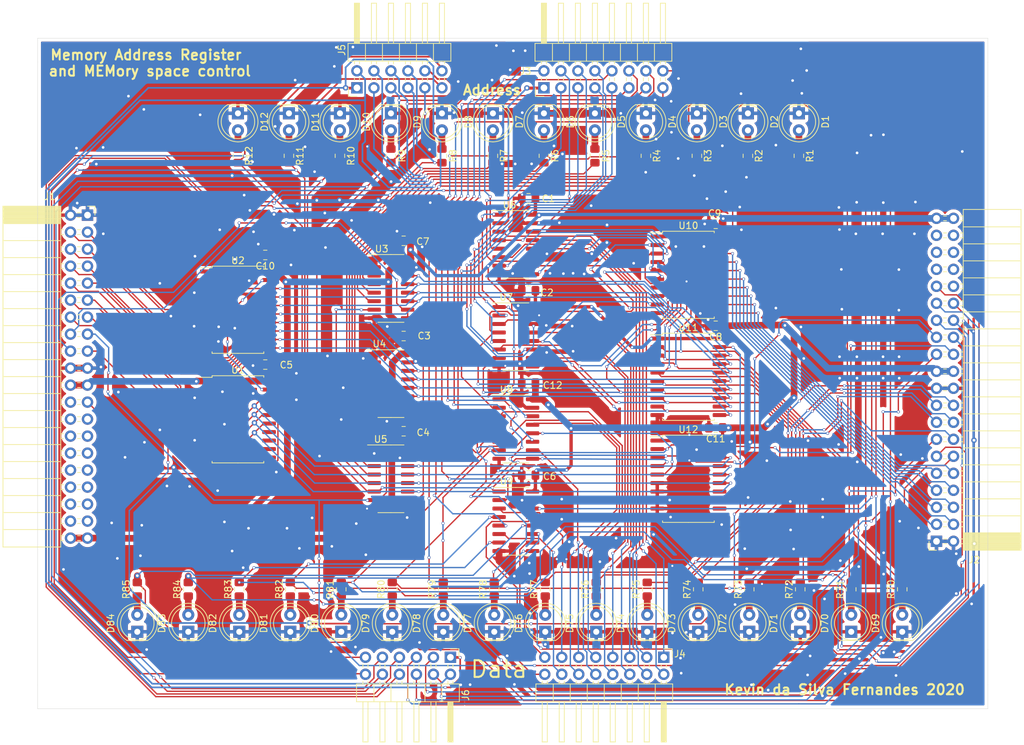
<source format=kicad_pcb>
(kicad_pcb (version 20200625) (host pcbnew "(5.99.0-2101-geb1ff80d5)")
  (layers (0 "F.Cu" signal) (31 "B.Cu" signal) (34 "B.Paste" user hide) (35 "F.Paste" user hide) (36 "B.SilkS" user hide) (37 "F.SilkS" user) (38 "B.Mask" user hide) (39 "F.Mask" user hide) (44 "Edge.Cuts" user))
  (net 0 "")
  (net 1 "GND")
  (net 2 "+5V")
  (net 3 "Net-(D1-Pad2)")
  (net 4 "Net-(D2-Pad2)")
  (net 5 "Net-(D3-Pad2)")
  (net 6 "Net-(D4-Pad2)")
  (net 7 "Net-(D5-Pad2)")
  (net 8 "Net-(D6-Pad2)")
  (net 9 "Net-(D7-Pad2)")
  (net 10 "Net-(D8-Pad2)")
  (net 11 "Net-(D9-Pad2)")
  (net 12 "Net-(D10-Pad2)")
  (net 13 "Net-(D11-Pad2)")
  (net 14 "Net-(D12-Pad2)")
  (net 15 "MEMADDR0")
  (net 16 "MEMADDR1")
  (net 17 "MEMADDR2")
  (net 18 "MEMADDR3")
  (net 19 "MEMADDR4")
  (net 20 "MEMADDR5")
  (net 21 "MEMADDR6")
  (net 22 "MEMADDR7")
  (net 23 "MEMADDR8")
  (net 24 "MEMADDR9")
  (net 25 "MEMADDR10")
  (net 26 "MEMADDR11")
  (net 27 "~CONST")
  (net 28 "ADDR8")
  (net 29 "ADDR9")
  (net 30 "ADDR10")
  (net 31 "ADDR11")
  (net 32 "ADDR0")
  (net 33 "ADDR1")
  (net 34 "ADDR2")
  (net 35 "ADDR3")
  (net 36 "ADDR4")
  (net 37 "ADDR5")
  (net 38 "ADDR6")
  (net 39 "ADDR7")
  (net 40 "~MC")
  (net 41 "CLK")
  (net 42 "RAMOBUS3")
  (net 43 "ROM3")
  (net 44 "MEM3")
  (net 45 "RAMOBUS2")
  (net 46 "ROM2")
  (net 47 "MEM2")
  (net 48 "MEM1")
  (net 49 "ROM1")
  (net 50 "RAMOBUS1")
  (net 51 "MEM0")
  (net 52 "ROM0")
  (net 53 "RAMOBUS0")
  (net 54 "RAMOBUS7")
  (net 55 "ROM7")
  (net 56 "MEM7")
  (net 57 "RAMOBUS6")
  (net 58 "ROM6")
  (net 59 "MEM6")
  (net 60 "MEM5")
  (net 61 "ROM5")
  (net 62 "RAMOBUS5")
  (net 63 "MEM4")
  (net 64 "ROM4")
  (net 65 "RAMOBUS4")
  (net 66 "RAMOBUS11")
  (net 67 "ROM11")
  (net 68 "MEM11")
  (net 69 "RAMOBUS10")
  (net 70 "ROM10")
  (net 71 "MEM10")
  (net 72 "MEM9")
  (net 73 "ROM9")
  (net 74 "RAMOBUS9")
  (net 75 "MEM8")
  (net 76 "ROM8")
  (net 77 "RAMOBUS8")
  (net 78 "RAMOBUS15")
  (net 79 "ROM15")
  (net 80 "MEM15")
  (net 81 "RAMOBUS14")
  (net 82 "ROM14")
  (net 83 "MEM14")
  (net 84 "MEM13")
  (net 85 "ROM13")
  (net 86 "RAMOBUS13")
  (net 87 "MEM12")
  (net 88 "ROM12")
  (net 89 "RAMOBUS12")
  (net 90 "~MEMDO")
  (net 91 "DATA0")
  (net 92 "DATA1")
  (net 93 "DATA2")
  (net 94 "DATA3")
  (net 95 "DATA4")
  (net 96 "DATA5")
  (net 97 "DATA6")
  (net 98 "DATA7")
  (net 99 "~MEMAO")
  (net 100 "Net-(D69-Pad2)")
  (net 101 "Net-(D70-Pad2)")
  (net 102 "Net-(D71-Pad2)")
  (net 103 "Net-(D72-Pad2)")
  (net 104 "Net-(D73-Pad2)")
  (net 105 "Net-(D74-Pad2)")
  (net 106 "Net-(D75-Pad2)")
  (net 107 "Net-(D76-Pad2)")
  (net 108 "Net-(D77-Pad2)")
  (net 109 "Net-(D78-Pad2)")
  (net 110 "Net-(D79-Pad2)")
  (net 111 "Net-(D80-Pad2)")
  (net 112 "Net-(D81-Pad2)")
  (net 113 "Net-(D82-Pad2)")
  (net 114 "Net-(D83-Pad2)")
  (net 115 "Net-(D84-Pad2)")
  (module "LED_THT:LED_D5.0mm" (layer "F.Cu") (at 214.83 153.67 90)
    (fp_text reference "D69" (at 1.27 -3.96 90) (layer "F.SilkS"))
    (fp_text value "LED")
    (pad "1" thru_hole rect (at 0 0 90) (size 1.8 1.8) (drill 0.9) (layers *.Cu *.Mask) (net 1 "GND"))
    (pad "2" thru_hole circle (at 2.54 0 90) (size 1.8 1.8) (drill 0.9) (layers *.Cu *.Mask) (net 100 "Net-(D69-Pad2)"))
  )
  (module "Connector_PinHeader_2.54mm:PinHeader_2x06_P2.54mm_Horizontal" (layer "F.Cu") (at 147.32 157.48 -90)
    (fp_text reference "J6" (at 5.655 -2.27 90) (layer "F.SilkS"))
    (fp_text value "Conn_02x06_Counter_Clockwise")
    (pad "12" thru_hole oval (at 2.54 12.7 270) (size 1.7 1.7) (drill 1) (layers *.Cu *.Mask) (net 26 "MEMADDR11"))
    (pad "11" thru_hole oval (at 0 12.7 270) (size 1.7 1.7) (drill 1) (layers *.Cu *.Mask) (net 25 "MEMADDR10"))
    (pad "10" thru_hole oval (at 2.54 10.16 270) (size 1.7 1.7) (drill 1) (layers *.Cu *.Mask) (net 24 "MEMADDR9"))
    (pad "9" thru_hole oval (at 0 10.16 270) (size 1.7 1.7) (drill 1) (layers *.Cu *.Mask) (net 23 "MEMADDR8"))
    (pad "8" thru_hole oval (at 2.54 7.62 270) (size 1.7 1.7) (drill 1) (layers *.Cu *.Mask) (net 22 "MEMADDR7"))
    (pad "7" thru_hole oval (at 0 7.62 270) (size 1.7 1.7) (drill 1) (layers *.Cu *.Mask) (net 21 "MEMADDR6"))
    (pad "6" thru_hole oval (at 2.54 5.08 270) (size 1.7 1.7) (drill 1) (layers *.Cu *.Mask) (net 20 "MEMADDR5"))
    (pad "5" thru_hole oval (at 0 5.08 270) (size 1.7 1.7) (drill 1) (layers *.Cu *.Mask) (net 19 "MEMADDR4"))
    (pad "4" thru_hole oval (at 2.54 2.54 270) (size 1.7 1.7) (drill 1) (layers *.Cu *.Mask) (net 18 "MEMADDR3"))
    (pad "3" thru_hole oval (at 0 2.54 270) (size 1.7 1.7) (drill 1) (layers *.Cu *.Mask) (net 17 "MEMADDR2"))
    (pad "2" thru_hole oval (at 2.54 0 270) (size 1.7 1.7) (drill 1) (layers *.Cu *.Mask) (net 16 "MEMADDR1"))
    (pad "1" thru_hole rect (at 0 0 270) (size 1.7 1.7) (drill 1) (layers *.Cu *.Mask) (net 15 "MEMADDR0"))
  )
  (module "Connector_PinHeader_2.54mm:PinHeader_2x06_P2.54mm_Horizontal" (layer "F.Cu") (at 133.35 72.39 90)
    (fp_text reference "J5" (at 5.655 -2.27 90) (layer "F.SilkS"))
    (fp_text value "Conn_02x06_Counter_Clockwise")
    (pad "12" thru_hole oval (at 2.54 12.7 90) (size 1.7 1.7) (drill 1) (layers *.Cu *.Mask) (net 26 "MEMADDR11"))
    (pad "11" thru_hole oval (at 0 12.7 90) (size 1.7 1.7) (drill 1) (layers *.Cu *.Mask) (net 25 "MEMADDR10"))
    (pad "10" thru_hole oval (at 2.54 10.16 90) (size 1.7 1.7) (drill 1) (layers *.Cu *.Mask) (net 24 "MEMADDR9"))
    (pad "9" thru_hole oval (at 0 10.16 90) (size 1.7 1.7) (drill 1) (layers *.Cu *.Mask) (net 23 "MEMADDR8"))
    (pad "8" thru_hole oval (at 2.54 7.62 90) (size 1.7 1.7) (drill 1) (layers *.Cu *.Mask) (net 22 "MEMADDR7"))
    (pad "7" thru_hole oval (at 0 7.62 90) (size 1.7 1.7) (drill 1) (layers *.Cu *.Mask) (net 21 "MEMADDR6"))
    (pad "6" thru_hole oval (at 2.54 5.08 90) (size 1.7 1.7) (drill 1) (layers *.Cu *.Mask) (net 20 "MEMADDR5"))
    (pad "5" thru_hole oval (at 0 5.08 90) (size 1.7 1.7) (drill 1) (layers *.Cu *.Mask) (net 19 "MEMADDR4"))
    (pad "4" thru_hole oval (at 2.54 2.54 90) (size 1.7 1.7) (drill 1) (layers *.Cu *.Mask) (net 18 "MEMADDR3"))
    (pad "3" thru_hole oval (at 0 2.54 90) (size 1.7 1.7) (drill 1) (layers *.Cu *.Mask) (net 17 "MEMADDR2"))
    (pad "2" thru_hole oval (at 2.54 0 90) (size 1.7 1.7) (drill 1) (layers *.Cu *.Mask) (net 16 "MEMADDR1"))
    (pad "1" thru_hole rect (at 0 0 90) (size 1.7 1.7) (drill 1) (layers *.Cu *.Mask) (net 15 "MEMADDR0"))
  )
  (module "Connector_PinSocket_2.54mm:PinSocket_2x20_P2.54mm_Horizontal" (layer "F.Cu") (at 93.09 91.41)
    (fp_text reference "J1" (at -5.65 -2.77) (layer "F.SilkS"))
    (fp_text value "Conn_02x20_Counter_Clockwise")
    (pad "40" thru_hole oval (at -2.54 48.26) (size 1.7 1.7) (drill 1) (layers *.Cu *.Mask) (net 2 "+5V"))
    (pad "39" thru_hole oval (at 0 48.26) (size 1.7 1.7) (drill 1) (layers *.Cu *.Mask) (net 2 "+5V"))
    (pad "38" thru_hole oval (at -2.54 45.72) (size 1.7 1.7) (drill 1) (layers *.Cu *.Mask))
    (pad "37" thru_hole oval (at 0 45.72) (size 1.7 1.7) (drill 1) (layers *.Cu *.Mask))
    (pad "36" thru_hole oval (at -2.54 43.18) (size 1.7 1.7) (drill 1) (layers *.Cu *.Mask))
    (pad "35" thru_hole oval (at 0 43.18) (size 1.7 1.7) (drill 1) (layers *.Cu *.Mask))
    (pad "34" thru_hole oval (at -2.54 40.64) (size 1.7 1.7) (drill 1) (layers *.Cu *.Mask))
    (pad "33" thru_hole oval (at 0 40.64) (size 1.7 1.7) (drill 1) (layers *.Cu *.Mask))
    (pad "32" thru_hole oval (at -2.54 38.1) (size 1.7 1.7) (drill 1) (layers *.Cu *.Mask))
    (pad "31" thru_hole oval (at 0 38.1) (size 1.7 1.7) (drill 1) (layers *.Cu *.Mask))
    (pad "30" thru_hole oval (at -2.54 35.56) (size 1.7 1.7) (drill 1) (layers *.Cu *.Mask))
    (pad "29" thru_hole oval (at 0 35.56) (size 1.7 1.7) (drill 1) (layers *.Cu *.Mask))
    (pad "28" thru_hole oval (at -2.54 33.02) (size 1.7 1.7) (drill 1) (layers *.Cu *.Mask))
    (pad "27" thru_hole oval (at 0 33.02) (size 1.7 1.7) (drill 1) (layers *.Cu *.Mask))
    (pad "26" thru_hole oval (at -2.54 30.48) (size 1.7 1.7) (drill 1) (layers *.Cu *.Mask))
    (pad "25" thru_hole oval (at 0 30.48) (size 1.7 1.7) (drill 1) (layers *.Cu *.Mask))
    (pad "24" thru_hole oval (at -2.54 27.94) (size 1.7 1.7) (drill 1) (layers *.Cu *.Mask))
    (pad "23" thru_hole oval (at 0 27.94) (size 1.7 1.7) (drill 1) (layers *.Cu *.Mask) (net 27 "~CONST"))
    (pad "22" thru_hole oval (at -2.54 25.4) (size 1.7 1.7) (drill 1) (layers *.Cu *.Mask) (net 2 "+5V"))
    (pad "21" thru_hole oval (at 0 25.4) (size 1.7 1.7) (drill 1) (layers *.Cu *.Mask) (net 2 "+5V"))
    (pad "20" thru_hole oval (at -2.54 22.86) (size 1.7 1.7) (drill 1) (layers *.Cu *.Mask) (net 1 "GND"))
    (pad "19" thru_hole oval (at 0 22.86) (size 1.7 1.7) (drill 1) (layers *.Cu *.Mask) (net 1 "GND"))
    (pad "18" thru_hole oval (at -2.54 20.32) (size 1.7 1.7) (drill 1) (layers *.Cu *.Mask) (net 40 "~MC"))
    (pad "17" thru_hole oval (at 0 20.32) (size 1.7 1.7) (drill 1) (layers *.Cu *.Mask) (net 99 "~MEMAO"))
    (pad "16" thru_hole oval (at -2.54 17.78) (size 1.7 1.7) (drill 1) (layers *.Cu *.Mask) (net 90 "~MEMDO"))
    (pad "15" thru_hole oval (at 0 17.78) (size 1.7 1.7) (drill 1) (layers *.Cu *.Mask) (net 41 "CLK"))
    (pad "14" thru_hole oval (at -2.54 15.24) (size 1.7 1.7) (drill 1) (layers *.Cu *.Mask) (net 31 "ADDR11"))
    (pad "13" thru_hole oval (at 0 15.24) (size 1.7 1.7) (drill 1) (layers *.Cu *.Mask) (net 30 "ADDR10"))
    (pad "12" thru_hole oval (at -2.54 12.7) (size 1.7 1.7) (drill 1) (layers *.Cu *.Mask) (net 29 "ADDR9"))
    (pad "11" thru_hole oval (at 0 12.7) (size 1.7 1.7) (drill 1) (layers *.Cu *.Mask) (net 28 "ADDR8"))
    (pad "10" thru_hole oval (at -2.54 10.16) (size 1.7 1.7) (drill 1) (layers *.Cu *.Mask) (net 39 "ADDR7"))
    (pad "9" thru_hole oval (at 0 10.16) (size 1.7 1.7) (drill 1) (layers *.Cu *.Mask) (net 38 "ADDR6"))
    (pad "8" thru_hole oval (at -2.54 7.62) (size 1.7 1.7) (drill 1) (layers *.Cu *.Mask) (net 37 "ADDR5"))
    (pad "7" thru_hole oval (at 0 7.62) (size 1.7 1.7) (drill 1) (layers *.Cu *.Mask) (net 36 "ADDR4"))
    (pad "6" thru_hole oval (at -2.54 5.08) (size 1.7 1.7) (drill 1) (layers *.Cu *.Mask) (net 35 "ADDR3"))
    (pad "5" thru_hole oval (at 0 5.08) (size 1.7 1.7) (drill 1) (layers *.Cu *.Mask) (net 34 "ADDR2"))
    (pad "4" thru_hole oval (at -2.54 2.54) (size 1.7 1.7) (drill 1) (layers *.Cu *.Mask) (net 33 "ADDR1"))
    (pad "3" thru_hole oval (at 0 2.54) (size 1.7 1.7) (drill 1) (layers *.Cu *.Mask) (net 32 "ADDR0"))
    (pad "2" thru_hole oval (at -2.54 0) (size 1.7 1.7) (drill 1) (layers *.Cu *.Mask) (net 1 "GND"))
    (pad "1" thru_hole rect (at 0 0) (size 1.7 1.7) (drill 1) (layers *.Cu *.Mask) (net 1 "GND"))
  )
  (module "Package_SO:SOIC-20W_7.5x12.8mm_P1.27mm" (layer "F.Cu") (at 115.57 105.55111)
    (fp_text reference "U2" (at 0 -7.35) (layer "F.SilkS"))
    (fp_text value "74LS245")
    (pad "20" smd roundrect (at 4.65 -5.715) (size 2.05 0.6) (layers "F.Cu" "F.Paste" "F.Mask") (net 2 "+5V"))
    (pad "19" smd roundrect (at 4.65 -4.445) (size 2.05 0.6) (layers "F.Cu" "F.Paste" "F.Mask") (net 27 "~CONST"))
    (pad "18" smd roundrect (at 4.65 -3.175) (size 2.05 0.6) (layers "F.Cu" "F.Paste" "F.Mask") (net 32 "ADDR0"))
    (pad "17" smd roundrect (at 4.65 -1.905) (size 2.05 0.6) (layers "F.Cu" "F.Paste" "F.Mask") (net 33 "ADDR1"))
    (pad "16" smd roundrect (at 4.65 -0.635) (size 2.05 0.6) (layers "F.Cu" "F.Paste" "F.Mask") (net 34 "ADDR2"))
    (pad "15" smd roundrect (at 4.65 0.635) (size 2.05 0.6) (layers "F.Cu" "F.Paste" "F.Mask") (net 35 "ADDR3"))
    (pad "14" smd roundrect (at 4.65 1.905) (size 2.05 0.6) (layers "F.Cu" "F.Paste" "F.Mask") (net 36 "ADDR4"))
    (pad "13" smd roundrect (at 4.65 3.175) (size 2.05 0.6) (layers "F.Cu" "F.Paste" "F.Mask") (net 37 "ADDR5"))
    (pad "12" smd roundrect (at 4.65 4.445) (size 2.05 0.6) (layers "F.Cu" "F.Paste" "F.Mask") (net 38 "ADDR6"))
    (pad "11" smd roundrect (at 4.65 5.715) (size 2.05 0.6) (layers "F.Cu" "F.Paste" "F.Mask") (net 39 "ADDR7"))
    (pad "10" smd roundrect (at -4.65 5.715) (size 2.05 0.6) (layers "F.Cu" "F.Paste" "F.Mask") (net 1 "GND"))
    (pad "9" smd roundrect (at -4.65 4.445) (size 2.05 0.6) (layers "F.Cu" "F.Paste" "F.Mask") (net 1 "GND"))
    (pad "8" smd roundrect (at -4.65 3.175) (size 2.05 0.6) (layers "F.Cu" "F.Paste" "F.Mask") (net 1 "GND"))
    (pad "7" smd roundrect (at -4.65 1.905) (size 2.05 0.6) (layers "F.Cu" "F.Paste" "F.Mask") (net 1 "GND"))
    (pad "6" smd roundrect (at -4.65 0.635) (size 2.05 0.6) (layers "F.Cu" "F.Paste" "F.Mask") (net 1 "GND"))
    (pad "5" smd roundrect (at -4.65 -0.635) (size 2.05 0.6) (layers "F.Cu" "F.Paste" "F.Mask") (net 1 "GND"))
    (pad "4" smd roundrect (at -4.65 -1.905) (size 2.05 0.6) (layers "F.Cu" "F.Paste" "F.Mask") (net 1 "GND"))
    (pad "3" smd roundrect (at -4.65 -3.175) (size 2.05 0.6) (layers "F.Cu" "F.Paste" "F.Mask") (net 1 "GND"))
    (pad "2" smd roundrect (at -4.65 -4.445) (size 2.05 0.6) (layers "F.Cu" "F.Paste" "F.Mask") (net 1 "GND"))
    (pad "1" smd roundrect (at -4.65 -5.715) (size 2.05 0.6) (layers "F.Cu" "F.Paste" "F.Mask") (net 2 "+5V"))
  )
  (module "Package_SO:SOP-16_3.9x9.9mm_P1.27mm" (layer "F.Cu") (at 157.095 109.582855)
    (fp_text reference "U7" (at -1.445 -5.9) (layer "F.SilkS"))
    (fp_text value "74LS157")
    (pad "16" smd roundrect (at 2.5 -4.445) (size 2 0.6) (layers "F.Cu" "F.Paste" "F.Mask") (net 2 "+5V"))
    (pad "15" smd roundrect (at 2.5 -3.175) (size 2 0.6) (layers "F.Cu" "F.Paste" "F.Mask") (net 1 "GND"))
    (pad "14" smd roundrect (at 2.5 -1.905) (size 2 0.6) (layers "F.Cu" "F.Paste" "F.Mask") (net 54 "RAMOBUS7"))
    (pad "13" smd roundrect (at 2.5 -0.635) (size 2 0.6) (layers "F.Cu" "F.Paste" "F.Mask") (net 55 "ROM7"))
    (pad "12" smd roundrect (at 2.5 0.635) (size 2 0.6) (layers "F.Cu" "F.Paste" "F.Mask") (net 56 "MEM7"))
    (pad "11" smd roundrect (at 2.5 1.905) (size 2 0.6) (layers "F.Cu" "F.Paste" "F.Mask") (net 57 "RAMOBUS6"))
    (pad "10" smd roundrect (at 2.5 3.175) (size 2 0.6) (layers "F.Cu" "F.Paste" "F.Mask") (net 58 "ROM6"))
    (pad "9" smd roundrect (at 2.5 4.445) (size 2 0.6) (layers "F.Cu" "F.Paste" "F.Mask") (net 59 "MEM6"))
    (pad "8" smd roundrect (at -2.5 4.445) (size 2 0.6) (layers "F.Cu" "F.Paste" "F.Mask") (net 1 "GND"))
    (pad "7" smd roundrect (at -2.5 3.175) (size 2 0.6) (layers "F.Cu" "F.Paste" "F.Mask") (net 60 "MEM5"))
    (pad "6" smd roundrect (at -2.5 1.905) (size 2 0.6) (layers "F.Cu" "F.Paste" "F.Mask") (net 61 "ROM5"))
    (pad "5" smd roundrect (at -2.5 0.635) (size 2 0.6) (layers "F.Cu" "F.Paste" "F.Mask") (net 62 "RAMOBUS5"))
    (pad "4" smd roundrect (at -2.5 -0.635) (size 2 0.6) (layers "F.Cu" "F.Paste" "F.Mask") (net 63 "MEM4"))
    (pad "3" smd roundrect (at -2.5 -1.905) (size 2 0.6) (layers "F.Cu" "F.Paste" "F.Mask") (net 64 "ROM4"))
    (pad "2" smd roundrect (at -2.5 -3.175) (size 2 0.6) (layers "F.Cu" "F.Paste" "F.Mask") (net 65 "RAMOBUS4"))
    (pad "1" smd roundrect (at -2.5 -4.445) (size 2 0.6) (layers "F.Cu" "F.Paste" "F.Mask") (net 26 "MEMADDR11"))
  )
  (module "Connector_PinHeader_2.54mm:PinHeader_2x08_P2.54mm_Horizontal" (layer "F.Cu") (at 179.197 157.48 -90)
    (fp_text reference "J4" (at -0.508 -2.413 180) (layer "F.SilkS"))
    (fp_text value "Conn_02x08_Counter_Clockwise")
    (pad "16" thru_hole oval (at 2.54 17.78 270) (size 1.7 1.7) (drill 1) (layers *.Cu *.Mask) (net 79 "ROM15"))
    (pad "15" thru_hole oval (at 0 17.78 270) (size 1.7 1.7) (drill 1) (layers *.Cu *.Mask) (net 82 "ROM14"))
    (pad "14" thru_hole oval (at 2.54 15.24 270) (size 1.7 1.7) (drill 1) (layers *.Cu *.Mask) (net 85 "ROM13"))
    (pad "13" thru_hole oval (at 0 15.24 270) (size 1.7 1.7) (drill 1) (layers *.Cu *.Mask) (net 88 "ROM12"))
    (pad "12" thru_hole oval (at 2.54 12.7 270) (size 1.7 1.7) (drill 1) (layers *.Cu *.Mask) (net 67 "ROM11"))
    (pad "11" thru_hole oval (at 0 12.7 270) (size 1.7 1.7) (drill 1) (layers *.Cu *.Mask) (net 70 "ROM10"))
    (pad "10" thru_hole oval (at 2.54 10.16 270) (size 1.7 1.7) (drill 1) (layers *.Cu *.Mask) (net 73 "ROM9"))
    (pad "9" thru_hole oval (at 0 10.16 270) (size 1.7 1.7) (drill 1) (layers *.Cu *.Mask) (net 76 "ROM8"))
    (pad "8" thru_hole oval (at 2.54 7.62 270) (size 1.7 1.7) (drill 1) (layers *.Cu *.Mask) (net 55 "ROM7"))
    (pad "7" thru_hole oval (at 0 7.62 270) (size 1.7 1.7) (drill 1) (layers *.Cu *.Mask) (net 58 "ROM6"))
    (pad "6" thru_hole oval (at 2.54 5.08 270) (size 1.7 1.7) (drill 1) (layers *.Cu *.Mask) (net 61 "ROM5"))
    (pad "5" thru_hole oval (at 0 5.08 270) (size 1.7 1.7) (drill 1) (layers *.Cu *.Mask) (net 64 "ROM4"))
    (pad "4" thru_hole oval (at 2.54 2.54 270) (size 1.7 1.7) (drill 1) (layers *.Cu *.Mask) (net 43 "ROM3"))
    (pad "3" thru_hole oval (at 0 2.54 270) (size 1.7 1.7) (drill 1) (layers *.Cu *.Mask) (net 46 "ROM2"))
    (pad "2" thru_hole oval (at 2.54 0 270) (size 1.7 1.7) (drill 1) (layers *.Cu *.Mask) (net 49 "ROM1"))
    (pad "1" thru_hole rect (at 0 0 270) (size 1.7 1.7) (drill 1) (layers *.Cu *.Mask) (net 52 "ROM0"))
  )
  (module "Connector_PinHeader_2.54mm:PinHeader_2x08_P2.54mm_Horizontal" (layer "F.Cu") (at 161.29 72.39 90)
    (fp_text reference "J3" (at 2.49 -2.74 180) (layer "F.SilkS"))
    (fp_text value "Conn_02x08_Counter_Clockwise")
    (pad "16" thru_hole oval (at 2.54 17.78 90) (size 1.7 1.7) (drill 1) (layers *.Cu *.Mask) (net 78 "RAMOBUS15"))
    (pad "15" thru_hole oval (at 0 17.78 90) (size 1.7 1.7) (drill 1) (layers *.Cu *.Mask) (net 81 "RAMOBUS14"))
    (pad "14" thru_hole oval (at 2.54 15.24 90) (size 1.7 1.7) (drill 1) (layers *.Cu *.Mask) (net 86 "RAMOBUS13"))
    (pad "13" thru_hole oval (at 0 15.24 90) (size 1.7 1.7) (drill 1) (layers *.Cu *.Mask) (net 89 "RAMOBUS12"))
    (pad "12" thru_hole oval (at 2.54 12.7 90) (size 1.7 1.7) (drill 1) (layers *.Cu *.Mask) (net 66 "RAMOBUS11"))
    (pad "11" thru_hole oval (at 0 12.7 90) (size 1.7 1.7) (drill 1) (layers *.Cu *.Mask) (net 69 "RAMOBUS10"))
    (pad "10" thru_hole oval (at 2.54 10.16 90) (size 1.7 1.7) (drill 1) (layers *.Cu *.Mask) (net 74 "RAMOBUS9"))
    (pad "9" thru_hole oval (at 0 10.16 90) (size 1.7 1.7) (drill 1) (layers *.Cu *.Mask) (net 77 "RAMOBUS8"))
    (pad "8" thru_hole oval (at 2.54 7.62 90) (size 1.7 1.7) (drill 1) (layers *.Cu *.Mask) (net 54 "RAMOBUS7"))
    (pad "7" thru_hole oval (at 0 7.62 90) (size 1.7 1.7) (drill 1) (layers *.Cu *.Mask) (net 57 "RAMOBUS6"))
    (pad "6" thru_hole oval (at 2.54 5.08 90) (size 1.7 1.7) (drill 1) (layers *.Cu *.Mask) (net 62 "RAMOBUS5"))
    (pad "5" thru_hole oval (at 0 5.08 90) (size 1.7 1.7) (drill 1) (layers *.Cu *.Mask) (net 65 "RAMOBUS4"))
    (pad "4" thru_hole oval (at 2.54 2.54 90) (size 1.7 1.7) (drill 1) (layers *.Cu *.Mask) (net 42 "RAMOBUS3"))
    (pad "3" thru_hole oval (at 0 2.54 90) (size 1.7 1.7) (drill 1) (layers *.Cu *.Mask) (net 45 "RAMOBUS2"))
    (pad "2" thru_hole oval (at 2.54 0 90) (size 1.7 1.7) (drill 1) (layers *.Cu *.Mask) (net 50 "RAMOBUS1"))
    (pad "1" thru_hole rect (at 0 0 90) (size 1.7 1.7) (drill 1) (layers *.Cu *.Mask) (net 53 "RAMOBUS0"))
  )
  (module "Package_SO:SOP-16_3.9x9.9mm_P1.27mm" (layer "F.Cu") (at 157.095 137.16)
    (fp_text reference "U9" (at -1.395 -5.96) (layer "F.SilkS"))
    (fp_text value "74LS157")
    (pad "16" smd roundrect (at 2.5 -4.445) (size 2 0.6) (layers "F.Cu" "F.Paste" "F.Mask") (net 2 "+5V"))
    (pad "15" smd roundrect (at 2.5 -3.175) (size 2 0.6) (layers "F.Cu" "F.Paste" "F.Mask") (net 1 "GND"))
    (pad "14" smd roundrect (at 2.5 -1.905) (size 2 0.6) (layers "F.Cu" "F.Paste" "F.Mask") (net 78 "RAMOBUS15"))
    (pad "13" smd roundrect (at 2.5 -0.635) (size 2 0.6) (layers "F.Cu" "F.Paste" "F.Mask") (net 79 "ROM15"))
    (pad "12" smd roundrect (at 2.5 0.635) (size 2 0.6) (layers "F.Cu" "F.Paste" "F.Mask") (net 80 "MEM15"))
    (pad "11" smd roundrect (at 2.5 1.905) (size 2 0.6) (layers "F.Cu" "F.Paste" "F.Mask") (net 81 "RAMOBUS14"))
    (pad "10" smd roundrect (at 2.5 3.175) (size 2 0.6) (layers "F.Cu" "F.Paste" "F.Mask") (net 82 "ROM14"))
    (pad "9" smd roundrect (at 2.5 4.445) (size 2 0.6) (layers "F.Cu" "F.Paste" "F.Mask") (net 83 "MEM14"))
    (pad "8" smd roundrect (at -2.5 4.445) (size 2 0.6) (layers "F.Cu" "F.Paste" "F.Mask") (net 1 "GND"))
    (pad "7" smd roundrect (at -2.5 3.175) (size 2 0.6) (layers "F.Cu" "F.Paste" "F.Mask") (net 84 "MEM13"))
    (pad "6" smd roundrect (at -2.5 1.905) (size 2 0.6) (layers "F.Cu" "F.Paste" "F.Mask") (net 85 "ROM13"))
    (pad "5" smd roundrect (at -2.5 0.635) (size 2 0.6) (layers "F.Cu" "F.Paste" "F.Mask") (net 86 "RAMOBUS13"))
    (pad "4" smd roundrect (at -2.5 -0.635) (size 2 0.6) (layers "F.Cu" "F.Paste" "F.Mask") (net 87 "MEM12"))
    (pad "3" smd roundrect (at -2.5 -1.905) (size 2 0.6) (layers "F.Cu" "F.Paste" "F.Mask") (net 88 "ROM12"))
    (pad "2" smd roundrect (at -2.5 -3.175) (size 2 0.6) (layers "F.Cu" "F.Paste" "F.Mask") (net 89 "RAMOBUS12"))
    (pad "1" smd roundrect (at -2.5 -4.445) (size 2 0.6) (layers "F.Cu" "F.Paste" "F.Mask") (net 26 "MEMADDR11"))
  )
  (module "Resistor_SMD:R_0805_2012Metric_Pad1.15x1.40mm_HandSolder" (layer "F.Cu") (at 100.53 147.32 90)
    (fp_text reference "R85" (at 0 -1.65 90) (layer "F.SilkS"))
    (fp_text value "R")
    (pad "1" smd roundrect (at -1.025 0 90) (size 1.15 1.4) (layers "F.Cu" "F.Paste" "F.Mask") (roundrect_rratio 0.217391) (net 115 "Net-(D84-Pad2)"))
    (pad "2" smd roundrect (at 1.025 0 90) (size 1.15 1.4) (layers "F.Cu" "F.Paste" "F.Mask") (roundrect_rratio 0.217391) (net 80 "MEM15"))
  )
  (module "Resistor_SMD:R_0805_2012Metric_Pad1.15x1.40mm_HandSolder" (layer "F.Cu") (at 108.15 147.32 90)
    (fp_text reference "R84" (at 0 -1.65 90) (layer "F.SilkS"))
    (fp_text value "R")
    (pad "1" smd roundrect (at -1.025 0 90) (size 1.15 1.4) (layers "F.Cu" "F.Paste" "F.Mask") (roundrect_rratio 0.217391) (net 114 "Net-(D83-Pad2)"))
    (pad "2" smd roundrect (at 1.025 0 90) (size 1.15 1.4) (layers "F.Cu" "F.Paste" "F.Mask") (roundrect_rratio 0.217391) (net 83 "MEM14"))
  )
  (module "Resistor_SMD:R_0805_2012Metric_Pad1.15x1.40mm_HandSolder" (layer "F.Cu") (at 115.77 147.32 90)
    (fp_text reference "R83" (at 0 -1.65 90) (layer "F.SilkS"))
    (fp_text value "R")
    (pad "1" smd roundrect (at -1.025 0 90) (size 1.15 1.4) (layers "F.Cu" "F.Paste" "F.Mask") (roundrect_rratio 0.217391) (net 113 "Net-(D82-Pad2)"))
    (pad "2" smd roundrect (at 1.025 0 90) (size 1.15 1.4) (layers "F.Cu" "F.Paste" "F.Mask") (roundrect_rratio 0.217391) (net 84 "MEM13"))
  )
  (module "Resistor_SMD:R_0805_2012Metric_Pad1.15x1.40mm_HandSolder" (layer "F.Cu") (at 123.39 147.32 90)
    (fp_text reference "R82" (at 0 -1.65 90) (layer "F.SilkS"))
    (fp_text value "R")
    (pad "1" smd roundrect (at -1.025 0 90) (size 1.15 1.4) (layers "F.Cu" "F.Paste" "F.Mask") (roundrect_rratio 0.217391) (net 112 "Net-(D81-Pad2)"))
    (pad "2" smd roundrect (at 1.025 0 90) (size 1.15 1.4) (layers "F.Cu" "F.Paste" "F.Mask") (roundrect_rratio 0.217391) (net 87 "MEM12"))
  )
  (module "Resistor_SMD:R_0805_2012Metric_Pad1.15x1.40mm_HandSolder" (layer "F.Cu") (at 131.01 147.32 90)
    (fp_text reference "R81" (at 0 -1.65 90) (layer "F.SilkS"))
    (fp_text value "R")
    (pad "1" smd roundrect (at -1.025 0 90) (size 1.15 1.4) (layers "F.Cu" "F.Paste" "F.Mask") (roundrect_rratio 0.217391) (net 111 "Net-(D80-Pad2)"))
    (pad "2" smd roundrect (at 1.025 0 90) (size 1.15 1.4) (layers "F.Cu" "F.Paste" "F.Mask") (roundrect_rratio 0.217391) (net 68 "MEM11"))
  )
  (module "Resistor_SMD:R_0805_2012Metric_Pad1.15x1.40mm_HandSolder" (layer "F.Cu") (at 138.63 147.32 90)
    (fp_text reference "R80" (at 0 -1.65 90) (layer "F.SilkS"))
    (fp_text value "R")
    (pad "1" smd roundrect (at -1.025 0 90) (size 1.15 1.4) (layers "F.Cu" "F.Paste" "F.Mask") (roundrect_rratio 0.217391) (net 110 "Net-(D79-Pad2)"))
    (pad "2" smd roundrect (at 1.025 0 90) (size 1.15 1.4) (layers "F.Cu" "F.Paste" "F.Mask") (roundrect_rratio 0.217391) (net 71 "MEM10"))
  )
  (module "Resistor_SMD:R_0805_2012Metric_Pad1.15x1.40mm_HandSolder" (layer "F.Cu") (at 146.25 147.32 90)
    (fp_text reference "R79" (at 0 -1.65 90) (layer "F.SilkS"))
    (fp_text value "R")
    (pad "1" smd roundrect (at -1.025 0 90) (size 1.15 1.4) (layers "F.Cu" "F.Paste" "F.Mask") (roundrect_rratio 0.217391) (net 109 "Net-(D78-Pad2)"))
    (pad "2" smd roundrect (at 1.025 0 90) (size 1.15 1.4) (layers "F.Cu" "F.Paste" "F.Mask") (roundrect_rratio 0.217391) (net 72 "MEM9"))
  )
  (module "Resistor_SMD:R_0805_2012Metric_Pad1.15x1.40mm_HandSolder" (layer "F.Cu") (at 153.87 147.32 90)
    (fp_text reference "R78" (at 0 -1.65 90) (layer "F.SilkS"))
    (fp_text value "R")
    (pad "1" smd roundrect (at -1.025 0 90) (size 1.15 1.4) (layers "F.Cu" "F.Paste" "F.Mask") (roundrect_rratio 0.217391) (net 108 "Net-(D77-Pad2)"))
    (pad "2" smd roundrect (at 1.025 0 90) (size 1.15 1.4) (layers "F.Cu" "F.Paste" "F.Mask") (roundrect_rratio 0.217391) (net 75 "MEM8"))
  )
  (module "Resistor_SMD:R_0805_2012Metric_Pad1.15x1.40mm_HandSolder" (layer "F.Cu") (at 161.49 147.32 90)
    (fp_text reference "R77" (at 0 -1.65 90) (layer "F.SilkS"))
    (fp_text value "R")
    (pad "1" smd roundrect (at -1.025 0 90) (size 1.15 1.4) (layers "F.Cu" "F.Paste" "F.Mask") (roundrect_rratio 0.217391) (net 107 "Net-(D76-Pad2)"))
    (pad "2" smd roundrect (at 1.025 0 90) (size 1.15 1.4) (layers "F.Cu" "F.Paste" "F.Mask") (roundrect_rratio 0.217391) (net 56 "MEM7"))
  )
  (module "Resistor_SMD:R_0805_2012Metric_Pad1.15x1.40mm_HandSolder" (layer "F.Cu") (at 169.11 147.32 90)
    (fp_text reference "R76" (at 0 -1.65 90) (layer "F.SilkS"))
    (fp_text value "R")
    (pad "1" smd roundrect (at -1.025 0 90) (size 1.15 1.4) (layers "F.Cu" "F.Paste" "F.Mask") (roundrect_rratio 0.217391) (net 106 "Net-(D75-Pad2)"))
    (pad "2" smd roundrect (at 1.025 0 90) (size 1.15 1.4) (layers "F.Cu" "F.Paste" "F.Mask") (roundrect_rratio 0.217391) (net 59 "MEM6"))
  )
  (module "Resistor_SMD:R_0805_2012Metric_Pad1.15x1.40mm_HandSolder" (layer "F.Cu") (at 176.73 147.32 90)
    (fp_text reference "R75" (at 0 -1.65 90) (layer "F.SilkS"))
    (fp_text value "R")
    (pad "1" smd roundrect (at -1.025 0 90) (size 1.15 1.4) (layers "F.Cu" "F.Paste" "F.Mask") (roundrect_rratio 0.217391) (net 105 "Net-(D74-Pad2)"))
    (pad "2" smd roundrect (at 1.025 0 90) (size 1.15 1.4) (layers "F.Cu" "F.Paste" "F.Mask") (roundrect_rratio 0.217391) (net 60 "MEM5"))
  )
  (module "Resistor_SMD:R_0805_2012Metric_Pad1.15x1.40mm_HandSolder" (layer "F.Cu") (at 184.35 147.32 90)
    (fp_text reference "R74" (at 0 -1.65 90) (layer "F.SilkS"))
    (fp_text value "R")
    (pad "1" smd roundrect (at -1.025 0 90) (size 1.15 1.4) (layers "F.Cu" "F.Paste" "F.Mask") (roundrect_rratio 0.217391) (net 104 "Net-(D73-Pad2)"))
    (pad "2" smd roundrect (at 1.025 0 90) (size 1.15 1.4) (layers "F.Cu" "F.Paste" "F.Mask") (roundrect_rratio 0.217391) (net 63 "MEM4"))
  )
  (module "Resistor_SMD:R_0805_2012Metric_Pad1.15x1.40mm_HandSolder" (layer "F.Cu") (at 191.97 147.32 90)
    (fp_text reference "R73" (at 0 -1.65 90) (layer "F.SilkS"))
    (fp_text value "R")
    (pad "1" smd roundrect (at -1.025 0 90) (size 1.15 1.4) (layers "F.Cu" "F.Paste" "F.Mask") (roundrect_rratio 0.217391) (net 103 "Net-(D72-Pad2)"))
    (pad "2" smd roundrect (at 1.025 0 90) (size 1.15 1.4) (layers "F.Cu" "F.Paste" "F.Mask") (roundrect_rratio 0.217391) (net 44 "MEM3"))
  )
  (module "Resistor_SMD:R_0805_2012Metric_Pad1.15x1.40mm_HandSolder" (layer "F.Cu") (at 199.59 147.32 90)
    (fp_text reference "R72" (at 0 -1.65 90) (layer "F.SilkS"))
    (fp_text value "R")
    (pad "1" smd roundrect (at -1.025 0 90) (size 1.15 1.4) (layers "F.Cu" "F.Paste" "F.Mask") (roundrect_rratio 0.217391) (net 102 "Net-(D71-Pad2)"))
    (pad "2" smd roundrect (at 1.025 0 90) (size 1.15 1.4) (layers "F.Cu" "F.Paste" "F.Mask") (roundrect_rratio 0.217391) (net 47 "MEM2"))
  )
  (module "Resistor_SMD:R_0805_2012Metric_Pad1.15x1.40mm_HandSolder" (layer "F.Cu") (at 207.21 147.32 90)
    (fp_text reference "R71" (at 0 -1.65 90) (layer "F.SilkS"))
    (fp_text value "R")
    (pad "1" smd roundrect (at -1.025 0 90) (size 1.15 1.4) (layers "F.Cu" "F.Paste" "F.Mask") (roundrect_rratio 0.217391) (net 101 "Net-(D70-Pad2)"))
    (pad "2" smd roundrect (at 1.025 0 90) (size 1.15 1.4) (layers "F.Cu" "F.Paste" "F.Mask") (roundrect_rratio 0.217391) (net 48 "MEM1"))
  )
  (module "Resistor_SMD:R_0805_2012Metric_Pad1.15x1.40mm_HandSolder" (layer "F.Cu") (at 214.83 147.32 90)
    (fp_text reference "R70" (at 0 -1.65 90) (layer "F.SilkS"))
    (fp_text value "R")
    (pad "1" smd roundrect (at -1.025 0 90) (size 1.15 1.4) (layers "F.Cu" "F.Paste" "F.Mask") (roundrect_rratio 0.217391) (net 100 "Net-(D69-Pad2)"))
    (pad "2" smd roundrect (at 1.025 0 90) (size 1.15 1.4) (layers "F.Cu" "F.Paste" "F.Mask") (roundrect_rratio 0.217391) (net 51 "MEM0"))
  )
  (module "LED_THT:LED_D5.0mm" (layer "F.Cu") (at 100.53 153.67 90)
    (fp_text reference "D84" (at 1.27 -3.96 90) (layer "F.SilkS"))
    (fp_text value "LED")
    (pad "1" thru_hole rect (at 0 0 90) (size 1.8 1.8) (drill 0.9) (layers *.Cu *.Mask) (net 1 "GND"))
    (pad "2" thru_hole circle (at 2.54 0 90) (size 1.8 1.8) (drill 0.9) (layers *.Cu *.Mask) (net 115 "Net-(D84-Pad2)"))
  )
  (module "LED_THT:LED_D5.0mm" (layer "F.Cu") (at 108.15 153.67 90)
    (fp_text reference "D83" (at 1.27 -3.96 90) (layer "F.SilkS"))
    (fp_text value "LED")
    (pad "1" thru_hole rect (at 0 0 90) (size 1.8 1.8) (drill 0.9) (layers *.Cu *.Mask) (net 1 "GND"))
    (pad "2" thru_hole circle (at 2.54 0 90) (size 1.8 1.8) (drill 0.9) (layers *.Cu *.Mask) (net 114 "Net-(D83-Pad2)"))
  )
  (module "LED_THT:LED_D5.0mm" (layer "F.Cu") (at 115.77 153.67 90)
    (fp_text reference "D82" (at 1.27 -3.96 90) (layer "F.SilkS"))
    (fp_text value "LED")
    (pad "1" thru_hole rect (at 0 0 90) (size 1.8 1.8) (drill 0.9) (layers *.Cu *.Mask) (net 1 "GND"))
    (pad "2" thru_hole circle (at 2.54 0 90) (size 1.8 1.8) (drill 0.9) (layers *.Cu *.Mask) (net 113 "Net-(D82-Pad2)"))
  )
  (module "LED_THT:LED_D5.0mm" (layer "F.Cu") (at 123.39 153.67 90)
    (fp_text reference "D81" (at 1.27 -3.96 90) (layer "F.SilkS"))
    (fp_text value "LED")
    (pad "1" thru_hole rect (at 0 0 90) (size 1.8 1.8) (drill 0.9) (layers *.Cu *.Mask) (net 1 "GND"))
    (pad "2" thru_hole circle (at 2.54 0 90) (size 1.8 1.8) (drill 0.9) (layers *.Cu *.Mask) (net 112 "Net-(D81-Pad2)"))
  )
  (module "LED_THT:LED_D5.0mm" (layer "F.Cu") (at 131.01 153.67 90)
    (fp_text reference "D80" (at 1.27 -3.96 90) (layer "F.SilkS"))
    (fp_text value "LED")
    (pad "1" thru_hole rect (at 0 0 90) (size 1.8 1.8) (drill 0.9) (layers *.Cu *.Mask) (net 1 "GND"))
    (pad "2" thru_hole circle (at 2.54 0 90) (size 1.8 1.8) (drill 0.9) (layers *.Cu *.Mask) (net 111 "Net-(D80-Pad2)"))
  )
  (module "LED_THT:LED_D5.0mm" (layer "F.Cu") (at 138.63 153.67 90)
    (fp_text reference "D79" (at 1.27 -3.96 90) (layer "F.SilkS"))
    (fp_text value "LED")
    (pad "1" thru_hole rect (at 0 0 90) (size 1.8 1.8) (drill 0.9) (layers *.Cu *.Mask) (net 1 "GND"))
    (pad "2" thru_hole circle (at 2.54 0 90) (size 1.8 1.8) (drill 0.9) (layers *.Cu *.Mask) (net 110 "Net-(D79-Pad2)"))
  )
  (module "LED_THT:LED_D5.0mm" (layer "F.Cu") (at 146.25 153.67 90)
    (fp_text reference "D78" (at 1.27 -3.96 90) (layer "F.SilkS"))
    (fp_text value "LED")
    (pad "1" thru_hole rect (at 0 0 90) (size 1.8 1.8) (drill 0.9) (layers *.Cu *.Mask) (net 1 "GND"))
    (pad "2" thru_hole circle (at 2.54 0 90) (size 1.8 1.8) (drill 0.9) (layers *.Cu *.Mask) (net 109 "Net-(D78-Pad2)"))
  )
  (module "LED_THT:LED_D5.0mm" (layer "F.Cu") (at 153.87 153.67 90)
    (fp_text reference "D77" (at 1.27 -3.96 90) (layer "F.SilkS"))
    (fp_text value "LED")
    (pad "1" thru_hole rect (at 0 0 90) (size 1.8 1.8) (drill 0.9) (layers *.Cu *.Mask) (net 1 "GND"))
    (pad "2" thru_hole circle (at 2.54 0 90) (size 1.8 1.8) (drill 0.9) (layers *.Cu *.Mask) (net 108 "Net-(D77-Pad2)"))
  )
  (module "LED_THT:LED_D5.0mm" (layer "F.Cu") (at 161.49 153.67 90)
    (fp_text reference "D76" (at 1.27 -3.96 90) (layer "F.SilkS"))
    (fp_text value "LED")
    (pad "1" thru_hole rect (at 0 0 90) (size 1.8 1.8) (drill 0.9) (layers *.Cu *.Mask) (net 1 "GND"))
    (pad "2" thru_hole circle (at 2.54 0 90) (size 1.8 1.8) (drill 0.9) (layers *.Cu *.Mask) (net 107 "Net-(D76-Pad2)"))
  )
  (module "LED_THT:LED_D5.0mm" (layer "F.Cu") (at 169.11 153.67 90)
    (fp_text reference "D75" (at 1.27 -3.96 90) (layer "F.SilkS"))
    (fp_text value "LED")
    (pad "1" thru_hole rect (at 0 0 90) (size 1.8 1.8) (drill 0.9) (layers *.Cu *.Mask) (net 1 "GND"))
    (pad "2" thru_hole circle (at 2.54 0 90) (size 1.8 1.8) (drill 0.9) (layers *.Cu *.Mask) (net 106 "Net-(D75-Pad2)"))
  )
  (module "LED_THT:LED_D5.0mm" (layer "F.Cu") (at 176.73 153.67 90)
    (fp_text reference "D74" (at 1.27 -3.96 90) (layer "F.SilkS"))
    (fp_text value "LED")
    (pad "1" thru_hole rect (at 0 0 90) (size 1.8 1.8) (drill 0.9) (layers *.Cu *.Mask) (net 1 "GND"))
    (pad "2" thru_hole circle (at 2.54 0 90) (size 1.8 1.8) (drill 0.9) (layers *.Cu *.Mask) (net 105 "Net-(D74-Pad2)"))
  )
  (module "LED_THT:LED_D5.0mm" (layer "F.Cu") (at 184.35 153.67 90)
    (fp_text reference "D73" (at 1.27 -3.96 90) (layer "F.SilkS"))
    (fp_text value "LED")
    (pad "1" thru_hole rect (at 0 0 90) (size 1.8 1.8) (drill 0.9) (layers *.Cu *.Mask) (net 1 "GND"))
    (pad "2" thru_hole circle (at 2.54 0 90) (size 1.8 1.8) (drill 0.9) (layers *.Cu *.Mask) (net 104 "Net-(D73-Pad2)"))
  )
  (module "LED_THT:LED_D5.0mm" (layer "F.Cu") (at 191.97 153.67 90)
    (fp_text reference "D72" (at 1.27 -3.96 90) (layer "F.SilkS"))
    (fp_text value "LED")
    (pad "1" thru_hole rect (at 0 0 90) (size 1.8 1.8) (drill 0.9) (layers *.Cu *.Mask) (net 1 "GND"))
    (pad "2" thru_hole circle (at 2.54 0 90) (size 1.8 1.8) (drill 0.9) (layers *.Cu *.Mask) (net 103 "Net-(D72-Pad2)"))
  )
  (module "LED_THT:LED_D5.0mm" (layer "F.Cu") (at 199.59 153.67 90)
    (fp_text reference "D71" (at 1.27 -3.96 90) (layer "F.SilkS"))
    (fp_text value "LED")
    (pad "1" thru_hole rect (at 0 0 90) (size 1.8 1.8) (drill 0.9) (layers *.Cu *.Mask) (net 1 "GND"))
    (pad "2" thru_hole circle (at 2.54 0 90) (size 1.8 1.8) (drill 0.9) (layers *.Cu *.Mask) (net 102 "Net-(D71-Pad2)"))
  )
  (module "LED_THT:LED_D5.0mm" (layer "F.Cu") (at 207.21 153.67 90)
    (fp_text reference "D70" (at 1.27 -3.96 90) (layer "F.SilkS"))
    (fp_text value "LED")
    (pad "1" thru_hole rect (at 0 0 90) (size 1.8 1.8) (drill 0.9) (layers *.Cu *.Mask) (net 1 "GND"))
    (pad "2" thru_hole circle (at 2.54 0 90) (size 1.8 1.8) (drill 0.9) (layers *.Cu *.Mask) (net 101 "Net-(D70-Pad2)"))
  )
  (module "Connector_PinSocket_2.54mm:PinSocket_2x20_P2.54mm_Horizontal" (layer "F.Cu") (at 219.95 140.15 180)
    (fp_text reference "J2" (at -5.65 -2.77) (layer "F.SilkS"))
    (fp_text value "Conn_02x20_Counter_Clockwise")
    (pad "40" thru_hole oval (at -2.54 48.26 180) (size 1.7 1.7) (drill 1) (layers *.Cu *.Mask) (net 2 "+5V"))
    (pad "39" thru_hole oval (at 0 48.26 180) (size 1.7 1.7) (drill 1) (layers *.Cu *.Mask) (net 2 "+5V"))
    (pad "38" thru_hole oval (at -2.54 45.72 180) (size 1.7 1.7) (drill 1) (layers *.Cu *.Mask))
    (pad "37" thru_hole oval (at 0 45.72 180) (size 1.7 1.7) (drill 1) (layers *.Cu *.Mask))
    (pad "36" thru_hole oval (at -2.54 43.18 180) (size 1.7 1.7) (drill 1) (layers *.Cu *.Mask))
    (pad "35" thru_hole oval (at 0 43.18 180) (size 1.7 1.7) (drill 1) (layers *.Cu *.Mask))
    (pad "34" thru_hole oval (at -2.54 40.64 180) (size 1.7 1.7) (drill 1) (layers *.Cu *.Mask))
    (pad "33" thru_hole oval (at 0 40.64 180) (size 1.7 1.7) (drill 1) (layers *.Cu *.Mask))
    (pad "32" thru_hole oval (at -2.54 38.1 180) (size 1.7 1.7) (drill 1) (layers *.Cu *.Mask))
    (pad "31" thru_hole oval (at 0 38.1 180) (size 1.7 1.7) (drill 1) (layers *.Cu *.Mask) (net 80 "MEM15"))
    (pad "30" thru_hole oval (at -2.54 35.56 180) (size 1.7 1.7) (drill 1) (layers *.Cu *.Mask) (net 83 "MEM14"))
    (pad "29" thru_hole oval (at 0 35.56 180) (size 1.7 1.7) (drill 1) (layers *.Cu *.Mask) (net 84 "MEM13"))
    (pad "28" thru_hole oval (at -2.54 33.02 180) (size 1.7 1.7) (drill 1) (layers *.Cu *.Mask) (net 87 "MEM12"))
    (pad "27" thru_hole oval (at 0 33.02 180) (size 1.7 1.7) (drill 1) (layers *.Cu *.Mask) (net 68 "MEM11"))
    (pad "26" thru_hole oval (at -2.54 30.48 180) (size 1.7 1.7) (drill 1) (layers *.Cu *.Mask) (net 71 "MEM10"))
    (pad "25" thru_hole oval (at 0 30.48 180) (size 1.7 1.7) (drill 1) (layers *.Cu *.Mask) (net 72 "MEM9"))
    (pad "24" thru_hole oval (at -2.54 27.94 180) (size 1.7 1.7) (drill 1) (layers *.Cu *.Mask) (net 75 "MEM8"))
    (pad "23" thru_hole oval (at 0 27.94 180) (size 1.7 1.7) (drill 1) (layers *.Cu *.Mask) (net 56 "MEM7"))
    (pad "22" thru_hole oval (at -2.54 25.4 180) (size 1.7 1.7) (drill 1) (layers *.Cu *.Mask) (net 2 "+5V"))
    (pad "21" thru_hole oval (at 0 25.4 180) (size 1.7 1.7) (drill 1) (layers *.Cu *.Mask) (net 2 "+5V"))
    (pad "20" thru_hole oval (at -2.54 22.86 180) (size 1.7 1.7) (drill 1) (layers *.Cu *.Mask) (net 1 "GND"))
    (pad "19" thru_hole oval (at 0 22.86 180) (size 1.7 1.7) (drill 1) (layers *.Cu *.Mask) (net 1 "GND"))
    (pad "18" thru_hole oval (at -2.54 20.32 180) (size 1.7 1.7) (drill 1) (layers *.Cu *.Mask) (net 59 "MEM6"))
    (pad "17" thru_hole oval (at 0 20.32 180) (size 1.7 1.7) (drill 1) (layers *.Cu *.Mask) (net 60 "MEM5"))
    (pad "16" thru_hole oval (at -2.54 17.78 180) (size 1.7 1.7) (drill 1) (layers *.Cu *.Mask) (net 63 "MEM4"))
    (pad "15" thru_hole oval (at 0 17.78 180) (size 1.7 1.7) (drill 1) (layers *.Cu *.Mask) (net 44 "MEM3"))
    (pad "14" thru_hole oval (at -2.54 15.24 180) (size 1.7 1.7) (drill 1) (layers *.Cu *.Mask) (net 47 "MEM2"))
    (pad "13" thru_hole oval (at 0 15.24 180) (size 1.7 1.7) (drill 1) (layers *.Cu *.Mask) (net 48 "MEM1"))
    (pad "12" thru_hole oval (at -2.54 12.7 180) (size 1.7 1.7) (drill 1) (layers *.Cu *.Mask) (net 51 "MEM0"))
    (pad "11" thru_hole oval (at 0 12.7 180) (size 1.7 1.7) (drill 1) (layers *.Cu *.Mask) (net 41 "CLK"))
    (pad "10" thru_hole oval (at -2.54 10.16 180) (size 1.7 1.7) (drill 1) (layers *.Cu *.Mask) (net 98 "DATA7"))
    (pad "9" thru_hole oval (at 0 10.16 180) (size 1.7 1.7) (drill 1) (layers *.Cu *.Mask) (net 97 "DATA6"))
    (pad "8" thru_hole oval (at -2.54 7.62 180) (size 1.7 1.7) (drill 1) (layers *.Cu *.Mask) (net 96 "DATA5"))
    (pad "7" thru_hole oval (at 0 7.62 180) (size 1.7 1.7) (drill 1) (layers *.Cu *.Mask) (net 95 "DATA4"))
    (pad "6" thru_hole oval (at -2.54 5.08 180) (size 1.7 1.7) (drill 1) (layers *.Cu *.Mask) (net 94 "DATA3"))
    (pad "5" thru_hole oval (at 0 5.08 180) (size 1.7 1.7) (drill 1) (layers *.Cu *.Mask) (net 93 "DATA2"))
    (pad "4" thru_hole oval (at -2.54 2.54 180) (size 1.7 1.7) (drill 1) (layers *.Cu *.Mask) (net 92 "DATA1"))
    (pad "3" thru_hole oval (at 0 2.54 180) (size 1.7 1.7) (drill 1) (layers *.Cu *.Mask) (net 91 "DATA0"))
    (pad "2" thru_hole oval (at -2.54 0 180) (size 1.7 1.7) (drill 1) (layers *.Cu *.Mask) (net 1 "GND"))
    (pad "1" thru_hole rect (at 0 0 180) (size 1.7 1.7) (drill 1) (layers *.Cu *.Mask) (net 1 "GND"))
  )
  (module "Package_SO:SOIC-20W_7.5x12.8mm_P1.27mm" (layer "F.Cu") (at 182.88 130.81)
    (fp_text reference "U12" (at 0 -7.35) (layer "F.SilkS"))
    (fp_text value "74LS245")
    (pad "20" smd roundrect (at 4.65 -5.715) (size 2.05 0.6) (layers "F.Cu" "F.Paste" "F.Mask") (net 2 "+5V"))
    (pad "19" smd roundrect (at 4.65 -4.445) (size 2.05 0.6) (layers "F.Cu" "F.Paste" "F.Mask") (net 99 "~MEMAO"))
    (pad "18" smd roundrect (at 4.65 -3.175) (size 2.05 0.6) (layers "F.Cu" "F.Paste" "F.Mask") (net 28 "ADDR8"))
    (pad "17" smd roundrect (at 4.65 -1.905) (size 2.05 0.6) (layers "F.Cu" "F.Paste" "F.Mask") (net 29 "ADDR9"))
    (pad "16" smd roundrect (at 4.65 -0.635) (size 2.05 0.6) (layers "F.Cu" "F.Paste" "F.Mask") (net 30 "ADDR10"))
    (pad "15" smd roundrect (at 4.65 0.635) (size 2.05 0.6) (layers "F.Cu" "F.Paste" "F.Mask") (net 31 "ADDR11"))
    (pad "14" smd roundrect (at 4.65 1.905) (size 2.05 0.6) (layers "F.Cu" "F.Paste" "F.Mask"))
    (pad "13" smd roundrect (at 4.65 3.175) (size 2.05 0.6) (layers "F.Cu" "F.Paste" "F.Mask"))
    (pad "12" smd roundrect (at 4.65 4.445) (size 2.05 0.6) (layers "F.Cu" "F.Paste" "F.Mask"))
    (pad "11" smd roundrect (at 4.65 5.715) (size 2.05 0.6) (layers "F.Cu" "F.Paste" "F.Mask"))
    (pad "10" smd roundrect (at -4.65 5.715) (size 2.05 0.6) (layers "F.Cu" "F.Paste" "F.Mask") (net 1 "GND"))
    (pad "9" smd roundrect (at -4.65 4.445) (size 2.05 0.6) (layers "F.Cu" "F.Paste" "F.Mask") (net 1 "GND"))
    (pad "8" smd roundrect (at -4.65 3.175) (size 2.05 0.6) (layers "F.Cu" "F.Paste" "F.Mask") (net 1 "GND"))
    (pad "7" smd roundrect (at -4.65 1.905) (size 2.05 0.6) (layers "F.Cu" "F.Paste" "F.Mask") (net 1 "GND"))
    (pad "6" smd roundrect (at -4.65 0.635) (size 2.05 0.6) (layers "F.Cu" "F.Paste" "F.Mask") (net 1 "GND"))
    (pad "5" smd roundrect (at -4.65 -0.635) (size 2.05 0.6) (layers "F.Cu" "F.Paste" "F.Mask") (net 68 "MEM11"))
    (pad "4" smd roundrect (at -4.65 -1.905) (size 2.05 0.6) (layers "F.Cu" "F.Paste" "F.Mask") (net 71 "MEM10"))
    (pad "3" smd roundrect (at -4.65 -3.175) (size 2.05 0.6) (layers "F.Cu" "F.Paste" "F.Mask") (net 72 "MEM9"))
    (pad "2" smd roundrect (at -4.65 -4.445) (size 2.05 0.6) (layers "F.Cu" "F.Paste" "F.Mask") (net 75 "MEM8"))
    (pad "1" smd roundrect (at -4.65 -5.715) (size 2.05 0.6) (layers "F.Cu" "F.Paste" "F.Mask") (net 2 "+5V"))
  )
  (module "Package_SO:SOIC-20W_7.5x12.8mm_P1.27mm" (layer "F.Cu") (at 182.88 115.57)
    (fp_text reference "U11" (at 0 -7.35) (layer "F.SilkS"))
    (fp_text value "74LS245")
    (pad "20" smd roundrect (at 4.65 -5.715) (size 2.05 0.6) (layers "F.Cu" "F.Paste" "F.Mask") (net 2 "+5V"))
    (pad "19" smd roundrect (at 4.65 -4.445) (size 2.05 0.6) (layers "F.Cu" "F.Paste" "F.Mask") (net 99 "~MEMAO"))
    (pad "18" smd roundrect (at 4.65 -3.175) (size 2.05 0.6) (layers "F.Cu" "F.Paste" "F.Mask") (net 32 "ADDR0"))
    (pad "17" smd roundrect (at 4.65 -1.905) (size 2.05 0.6) (layers "F.Cu" "F.Paste" "F.Mask") (net 33 "ADDR1"))
    (pad "16" smd roundrect (at 4.65 -0.635) (size 2.05 0.6) (layers "F.Cu" "F.Paste" "F.Mask") (net 34 "ADDR2"))
    (pad "15" smd roundrect (at 4.65 0.635) (size 2.05 0.6) (layers "F.Cu" "F.Paste" "F.Mask") (net 35 "ADDR3"))
    (pad "14" smd roundrect (at 4.65 1.905) (size 2.05 0.6) (layers "F.Cu" "F.Paste" "F.Mask") (net 36 "ADDR4"))
    (pad "13" smd roundrect (at 4.65 3.175) (size 2.05 0.6) (layers "F.Cu" "F.Paste" "F.Mask") (net 37 "ADDR5"))
    (pad "12" smd roundrect (at 4.65 4.445) (size 2.05 0.6) (layers "F.Cu" "F.Paste" "F.Mask") (net 38 "ADDR6"))
    (pad "11" smd roundrect (at 4.65 5.715) (size 2.05 0.6) (layers "F.Cu" "F.Paste" "F.Mask") (net 39 "ADDR7"))
    (pad "10" smd roundrect (at -4.65 5.715) (size 2.05 0.6) (layers "F.Cu" "F.Paste" "F.Mask") (net 1 "GND"))
    (pad "9" smd roundrect (at -4.65 4.445) (size 2.05 0.6) (layers "F.Cu" "F.Paste" "F.Mask") (net 56 "MEM7"))
    (pad "8" smd roundrect (at -4.65 3.175) (size 2.05 0.6) (layers "F.Cu" "F.Paste" "F.Mask") (net 59 "MEM6"))
    (pad "7" smd roundrect (at -4.65 1.905) (size 2.05 0.6) (layers "F.Cu" "F.Paste" "F.Mask") (net 60 "MEM5"))
    (pad "6" smd roundrect (at -4.65 0.635) (size 2.05 0.6) (layers "F.Cu" "F.Paste" "F.Mask") (net 63 "MEM4"))
    (pad "5" smd roundrect (at -4.65 -0.635) (size 2.05 0.6) (layers "F.Cu" "F.Paste" "F.Mask") (net 44 "MEM3"))
    (pad "4" smd roundrect (at -4.65 -1.905) (size 2.05 0.6) (layers "F.Cu" "F.Paste" "F.Mask") (net 47 "MEM2"))
    (pad "3" smd roundrect (at -4.65 -3.175) (size 2.05 0.6) (layers "F.Cu" "F.Paste" "F.Mask") (net 48 "MEM1"))
    (pad "2" smd roundrect (at -4.65 -4.445) (size 2.05 0.6) (layers "F.Cu" "F.Paste" "F.Mask") (net 51 "MEM0"))
    (pad "1" smd roundrect (at -4.65 -5.715) (size 2.05 0.6) (layers "F.Cu" "F.Paste" "F.Mask") (net 2 "+5V"))
  )
  (module "Package_SO:SOIC-20W_7.5x12.8mm_P1.27mm" (layer "F.Cu") (at 182.88 100.33)
    (fp_text reference "U10" (at 0 -7.35) (layer "F.SilkS"))
    (fp_text value "74LS245")
    (pad "20" smd roundrect (at 4.65 -5.715) (size 2.05 0.6) (layers "F.Cu" "F.Paste" "F.Mask") (net 2 "+5V"))
    (pad "19" smd roundrect (at 4.65 -4.445) (size 2.05 0.6) (layers "F.Cu" "F.Paste" "F.Mask") (net 90 "~MEMDO"))
    (pad "18" smd roundrect (at 4.65 -3.175) (size 2.05 0.6) (layers "F.Cu" "F.Paste" "F.Mask") (net 91 "DATA0"))
    (pad "17" smd roundrect (at 4.65 -1.905) (size 2.05 0.6) (layers "F.Cu" "F.Paste" "F.Mask") (net 92 "DATA1"))
    (pad "16" smd roundrect (at 4.65 -0.635) (size 2.05 0.6) (layers "F.Cu" "F.Paste" "F.Mask") (net 93 "DATA2"))
    (pad "15" smd roundrect (at 4.65 0.635) (size 2.05 0.6) (layers "F.Cu" "F.Paste" "F.Mask") (net 94 "DATA3"))
    (pad "14" smd roundrect (at 4.65 1.905) (size 2.05 0.6) (layers "F.Cu" "F.Paste" "F.Mask") (net 95 "DATA4"))
    (pad "13" smd roundrect (at 4.65 3.175) (size 2.05 0.6) (layers "F.Cu" "F.Paste" "F.Mask") (net 96 "DATA5"))
    (pad "12" smd roundrect (at 4.65 4.445) (size 2.05 0.6) (layers "F.Cu" "F.Paste" "F.Mask") (net 97 "DATA6"))
    (pad "11" smd roundrect (at 4.65 5.715) (size 2.05 0.6) (layers "F.Cu" "F.Paste" "F.Mask") (net 98 "DATA7"))
    (pad "10" smd roundrect (at -4.65 5.715) (size 2.05 0.6) (layers "F.Cu" "F.Paste" "F.Mask") (net 1 "GND"))
    (pad "9" smd roundrect (at -4.65 4.445) (size 2.05 0.6) (layers "F.Cu" "F.Paste" "F.Mask") (net 56 "MEM7"))
    (pad "8" smd roundrect (at -4.65 3.175) (size 2.05 0.6) (layers "F.Cu" "F.Paste" "F.Mask") (net 59 "MEM6"))
    (pad "7" smd roundrect (at -4.65 1.905) (size 2.05 0.6) (layers "F.Cu" "F.Paste" "F.Mask") (net 60 "MEM5"))
    (pad "6" smd roundrect (at -4.65 0.635) (size 2.05 0.6) (layers "F.Cu" "F.Paste" "F.Mask") (net 63 "MEM4"))
    (pad "5" smd roundrect (at -4.65 -0.635) (size 2.05 0.6) (layers "F.Cu" "F.Paste" "F.Mask") (net 44 "MEM3"))
    (pad "4" smd roundrect (at -4.65 -1.905) (size 2.05 0.6) (layers "F.Cu" "F.Paste" "F.Mask") (net 47 "MEM2"))
    (pad "3" smd roundrect (at -4.65 -3.175) (size 2.05 0.6) (layers "F.Cu" "F.Paste" "F.Mask") (net 48 "MEM1"))
    (pad "2" smd roundrect (at -4.65 -4.445) (size 2.05 0.6) (layers "F.Cu" "F.Paste" "F.Mask") (net 51 "MEM0"))
    (pad "1" smd roundrect (at -4.65 -5.715) (size 2.05 0.6) (layers "F.Cu" "F.Paste" "F.Mask") (net 2 "+5V"))
  )
  (module "Package_SO:SOP-16_3.9x9.9mm_P1.27mm" (layer "F.Cu") (at 157.095 123.371425)
    (fp_text reference "U8" (at -1.395 -5.871425) (layer "F.SilkS"))
    (fp_text value "74LS157")
    (pad "16" smd roundrect (at 2.5 -4.445) (size 2 0.6) (layers "F.Cu" "F.Paste" "F.Mask") (net 2 "+5V"))
    (pad "15" smd roundrect (at 2.5 -3.175) (size 2 0.6) (layers "F.Cu" "F.Paste" "F.Mask") (net 1 "GND"))
    (pad "14" smd roundrect (at 2.5 -1.905) (size 2 0.6) (layers "F.Cu" "F.Paste" "F.Mask") (net 66 "RAMOBUS11"))
    (pad "13" smd roundrect (at 2.5 -0.635) (size 2 0.6) (layers "F.Cu" "F.Paste" "F.Mask") (net 67 "ROM11"))
    (pad "12" smd roundrect (at 2.5 0.635) (size 2 0.6) (layers "F.Cu" "F.Paste" "F.Mask") (net 68 "MEM11"))
    (pad "11" smd roundrect (at 2.5 1.905) (size 2 0.6) (layers "F.Cu" "F.Paste" "F.Mask") (net 69 "RAMOBUS10"))
    (pad "10" smd roundrect (at 2.5 3.175) (size 2 0.6) (layers "F.Cu" "F.Paste" "F.Mask") (net 70 "ROM10"))
    (pad "9" smd roundrect (at 2.5 4.445) (size 2 0.6) (layers "F.Cu" "F.Paste" "F.Mask") (net 71 "MEM10"))
    (pad "8" smd roundrect (at -2.5 4.445) (size 2 0.6) (layers "F.Cu" "F.Paste" "F.Mask") (net 1 "GND"))
    (pad "7" smd roundrect (at -2.5 3.175) (size 2 0.6) (layers "F.Cu" "F.Paste" "F.Mask") (net 72 "MEM9"))
    (pad "6" smd roundrect (at -2.5 1.905) (size 2 0.6) (layers "F.Cu" "F.Paste" "F.Mask") (net 73 "ROM9"))
    (pad "5" smd roundrect (at -2.5 0.635) (size 2 0.6) (layers "F.Cu" "F.Paste" "F.Mask") (net 74 "RAMOBUS9"))
    (pad "4" smd roundrect (at -2.5 -0.635) (size 2 0.6) (layers "F.Cu" "F.Paste" "F.Mask") (net 75 "MEM8"))
    (pad "3" smd roundrect (at -2.5 -1.905) (size 2 0.6) (layers "F.Cu" "F.Paste" "F.Mask") (net 76 "ROM8"))
    (pad "2" smd roundrect (at -2.5 -3.175) (size 2 0.6) (layers "F.Cu" "F.Paste" "F.Mask") (net 77 "RAMOBUS8"))
    (pad "1" smd roundrect (at -2.5 -4.445) (size 2 0.6) (layers "F.Cu" "F.Paste" "F.Mask") (net 26 "MEMADDR11"))
  )
  (module "Package_SO:SOP-16_3.9x9.9mm_P1.27mm" (layer "F.Cu") (at 157.095 95.794285)
    (fp_text reference "U6" (at -0.945 -5.894285) (layer "F.SilkS"))
    (fp_text value "74LS157")
    (pad "16" smd roundrect (at 2.5 -4.445) (size 2 0.6) (layers "F.Cu" "F.Paste" "F.Mask") (net 2 "+5V"))
    (pad "15" smd roundrect (at 2.5 -3.175) (size 2 0.6) (layers "F.Cu" "F.Paste" "F.Mask") (net 1 "GND"))
    (pad "14" smd roundrect (at 2.5 -1.905) (size 2 0.6) (layers "F.Cu" "F.Paste" "F.Mask") (net 42 "RAMOBUS3"))
    (pad "13" smd roundrect (at 2.5 -0.635) (size 2 0.6) (layers "F.Cu" "F.Paste" "F.Mask") (net 43 "ROM3"))
    (pad "12" smd roundrect (at 2.5 0.635) (size 2 0.6) (layers "F.Cu" "F.Paste" "F.Mask") (net 44 "MEM3"))
    (pad "11" smd roundrect (at 2.5 1.905) (size 2 0.6) (layers "F.Cu" "F.Paste" "F.Mask") (net 45 "RAMOBUS2"))
    (pad "10" smd roundrect (at 2.5 3.175) (size 2 0.6) (layers "F.Cu" "F.Paste" "F.Mask") (net 46 "ROM2"))
    (pad "9" smd roundrect (at 2.5 4.445) (size 2 0.6) (layers "F.Cu" "F.Paste" "F.Mask") (net 47 "MEM2"))
    (pad "8" smd roundrect (at -2.5 4.445) (size 2 0.6) (layers "F.Cu" "F.Paste" "F.Mask") (net 1 "GND"))
    (pad "7" smd roundrect (at -2.5 3.175) (size 2 0.6) (layers "F.Cu" "F.Paste" "F.Mask") (net 48 "MEM1"))
    (pad "6" smd roundrect (at -2.5 1.905) (size 2 0.6) (layers "F.Cu" "F.Paste" "F.Mask") (net 49 "ROM1"))
    (pad "5" smd roundrect (at -2.5 0.635) (size 2 0.6) (layers "F.Cu" "F.Paste" "F.Mask") (net 50 "RAMOBUS1"))
    (pad "4" smd roundrect (at -2.5 -0.635) (size 2 0.6) (layers "F.Cu" "F.Paste" "F.Mask") (net 51 "MEM0"))
    (pad "3" smd roundrect (at -2.5 -1.905) (size 2 0.6) (layers "F.Cu" "F.Paste" "F.Mask") (net 52 "ROM0"))
    (pad "2" smd roundrect (at -2.5 -3.175) (size 2 0.6) (layers "F.Cu" "F.Paste" "F.Mask") (net 53 "RAMOBUS0"))
    (pad "1" smd roundrect (at -2.5 -4.445) (size 2 0.6) (layers "F.Cu" "F.Paste" "F.Mask") (net 26 "MEMADDR11"))
  )
  (module "Package_SO:SOP-16_3.9x9.9mm_P1.27mm" (layer "F.Cu") (at 138.43 130.81)
    (fp_text reference "U5" (at -1.53 -5.91) (layer "F.SilkS"))
    (fp_text value "74LS173")
    (pad "16" smd roundrect (at 2.5 -4.445) (size 2 0.6) (layers "F.Cu" "F.Paste" "F.Mask") (net 2 "+5V"))
    (pad "15" smd roundrect (at 2.5 -3.175) (size 2 0.6) (layers "F.Cu" "F.Paste" "F.Mask") (net 1 "GND"))
    (pad "14" smd roundrect (at 2.5 -1.905) (size 2 0.6) (layers "F.Cu" "F.Paste" "F.Mask") (net 28 "ADDR8"))
    (pad "13" smd roundrect (at 2.5 -0.635) (size 2 0.6) (layers "F.Cu" "F.Paste" "F.Mask") (net 29 "ADDR9"))
    (pad "12" smd roundrect (at 2.5 0.635) (size 2 0.6) (layers "F.Cu" "F.Paste" "F.Mask") (net 30 "ADDR10"))
    (pad "11" smd roundrect (at 2.5 1.905) (size 2 0.6) (layers "F.Cu" "F.Paste" "F.Mask") (net 31 "ADDR11"))
    (pad "10" smd roundrect (at 2.5 3.175) (size 2 0.6) (layers "F.Cu" "F.Paste" "F.Mask") (net 40 "~MC"))
    (pad "9" smd roundrect (at 2.5 4.445) (size 2 0.6) (layers "F.Cu" "F.Paste" "F.Mask") (net 40 "~MC"))
    (pad "8" smd roundrect (at -2.5 4.445) (size 2 0.6) (layers "F.Cu" "F.Paste" "F.Mask") (net 1 "GND"))
    (pad "7" smd roundrect (at -2.5 3.175) (size 2 0.6) (layers "F.Cu" "F.Paste" "F.Mask") (net 41 "CLK"))
    (pad "6" smd roundrect (at -2.5 1.905) (size 2 0.6) (layers "F.Cu" "F.Paste" "F.Mask") (net 26 "MEMADDR11"))
    (pad "5" smd roundrect (at -2.5 0.635) (size 2 0.6) (layers "F.Cu" "F.Paste" "F.Mask") (net 25 "MEMADDR10"))
    (pad "4" smd roundrect (at -2.5 -0.635) (size 2 0.6) (layers "F.Cu" "F.Paste" "F.Mask") (net 24 "MEMADDR9"))
    (pad "3" smd roundrect (at -2.5 -1.905) (size 2 0.6) (layers "F.Cu" "F.Paste" "F.Mask") (net 23 "MEMADDR8"))
    (pad "2" smd roundrect (at -2.5 -3.175) (size 2 0.6) (layers "F.Cu" "F.Paste" "F.Mask") (net 1 "GND"))
    (pad "1" smd roundrect (at -2.5 -4.445) (size 2 0.6) (layers "F.Cu" "F.Paste" "F.Mask") (net 1 "GND"))
  )
  (module "Package_SO:SOP-16_3.9x9.9mm_P1.27mm" (layer "F.Cu") (at 138.43 116.586)
    (fp_text reference "U4" (at -1.73 -5.936) (layer "F.SilkS"))
    (fp_text value "74LS173")
    (pad "16" smd roundrect (at 2.5 -4.445) (size 2 0.6) (layers "F.Cu" "F.Paste" "F.Mask") (net 2 "+5V"))
    (pad "15" smd roundrect (at 2.5 -3.175) (size 2 0.6) (layers "F.Cu" "F.Paste" "F.Mask") (net 1 "GND"))
    (pad "14" smd roundrect (at 2.5 -1.905) (size 2 0.6) (layers "F.Cu" "F.Paste" "F.Mask") (net 36 "ADDR4"))
    (pad "13" smd roundrect (at 2.5 -0.635) (size 2 0.6) (layers "F.Cu" "F.Paste" "F.Mask") (net 37 "ADDR5"))
    (pad "12" smd roundrect (at 2.5 0.635) (size 2 0.6) (layers "F.Cu" "F.Paste" "F.Mask") (net 38 "ADDR6"))
    (pad "11" smd roundrect (at 2.5 1.905) (size 2 0.6) (layers "F.Cu" "F.Paste" "F.Mask") (net 39 "ADDR7"))
    (pad "10" smd roundrect (at 2.5 3.175) (size 2 0.6) (layers "F.Cu" "F.Paste" "F.Mask") (net 40 "~MC"))
    (pad "9" smd roundrect (at 2.5 4.445) (size 2 0.6) (layers "F.Cu" "F.Paste" "F.Mask") (net 40 "~MC"))
    (pad "8" smd roundrect (at -2.5 4.445) (size 2 0.6) (layers "F.Cu" "F.Paste" "F.Mask") (net 1 "GND"))
    (pad "7" smd roundrect (at -2.5 3.175) (size 2 0.6) (layers "F.Cu" "F.Paste" "F.Mask") (net 41 "CLK"))
    (pad "6" smd roundrect (at -2.5 1.905) (size 2 0.6) (layers "F.Cu" "F.Paste" "F.Mask") (net 22 "MEMADDR7"))
    (pad "5" smd roundrect (at -2.5 0.635) (size 2 0.6) (layers "F.Cu" "F.Paste" "F.Mask") (net 21 "MEMADDR6"))
    (pad "4" smd roundrect (at -2.5 -0.635) (size 2 0.6) (layers "F.Cu" "F.Paste" "F.Mask") (net 20 "MEMADDR5"))
    (pad "3" smd roundrect (at -2.5 -1.905) (size 2 0.6) (layers "F.Cu" "F.Paste" "F.Mask") (net 19 "MEMADDR4"))
    (pad "2" smd roundrect (at -2.5 -3.175) (size 2 0.6) (layers "F.Cu" "F.Paste" "F.Mask") (net 1 "GND"))
    (pad "1" smd roundrect (at -2.5 -4.445) (size 2 0.6) (layers "F.Cu" "F.Paste" "F.Mask") (net 1 "GND"))
  )
  (module "Package_SO:SOP-16_3.9x9.9mm_P1.27mm" (layer "F.Cu") (at 138.43 102.362)
    (fp_text reference "U3" (at -1.38 -5.9) (layer "F.SilkS"))
    (fp_text value "74LS173")
    (pad "16" smd roundrect (at 2.5 -4.445) (size 2 0.6) (layers "F.Cu" "F.Paste" "F.Mask") (net 2 "+5V"))
    (pad "15" smd roundrect (at 2.5 -3.175) (size 2 0.6) (layers "F.Cu" "F.Paste" "F.Mask") (net 1 "GND"))
    (pad "14" smd roundrect (at 2.5 -1.905) (size 2 0.6) (layers "F.Cu" "F.Paste" "F.Mask") (net 32 "ADDR0"))
    (pad "13" smd roundrect (at 2.5 -0.635) (size 2 0.6) (layers "F.Cu" "F.Paste" "F.Mask") (net 33 "ADDR1"))
    (pad "12" smd roundrect (at 2.5 0.635) (size 2 0.6) (layers "F.Cu" "F.Paste" "F.Mask") (net 34 "ADDR2"))
    (pad "11" smd roundrect (at 2.5 1.905) (size 2 0.6) (layers "F.Cu" "F.Paste" "F.Mask") (net 35 "ADDR3"))
    (pad "10" smd roundrect (at 2.5 3.175) (size 2 0.6) (layers "F.Cu" "F.Paste" "F.Mask") (net 40 "~MC"))
    (pad "9" smd roundrect (at 2.5 4.445) (size 2 0.6) (layers "F.Cu" "F.Paste" "F.Mask") (net 40 "~MC"))
    (pad "8" smd roundrect (at -2.5 4.445) (size 2 0.6) (layers "F.Cu" "F.Paste" "F.Mask") (net 1 "GND"))
    (pad "7" smd roundrect (at -2.5 3.175) (size 2 0.6) (layers "F.Cu" "F.Paste" "F.Mask") (net 41 "CLK"))
    (pad "6" smd roundrect (at -2.5 1.905) (size 2 0.6) (layers "F.Cu" "F.Paste" "F.Mask") (net 18 "MEMADDR3"))
    (pad "5" smd roundrect (at -2.5 0.635) (size 2 0.6) (layers "F.Cu" "F.Paste" "F.Mask") (net 17 "MEMADDR2"))
    (pad "4" smd roundrect (at -2.5 -0.635) (size 2 0.6) (layers "F.Cu" "F.Paste" "F.Mask") (net 16 "MEMADDR1"))
    (pad "3" smd roundrect (at -2.5 -1.905) (size 2 0.6) (layers "F.Cu" "F.Paste" "F.Mask") (net 15 "MEMADDR0"))
    (pad "2" smd roundrect (at -2.5 -3.175) (size 2 0.6) (layers "F.Cu" "F.Paste" "F.Mask") (net 1 "GND"))
    (pad "1" smd roundrect (at -2.5 -4.445) (size 2 0.6) (layers "F.Cu" "F.Paste" "F.Mask") (net 1 "GND"))
  )
  (module "Package_SO:SOIC-20W_7.5x12.8mm_P1.27mm" (layer "F.Cu") (at 115.57 121.92)
    (fp_text reference "U1" (at 0 -7.35) (layer "F.SilkS"))
    (fp_text value "74LS245")
    (pad "20" smd roundrect (at 4.65 -5.715) (size 2.05 0.6) (layers "F.Cu" "F.Paste" "F.Mask") (net 2 "+5V"))
    (pad "19" smd roundrect (at 4.65 -4.445) (size 2.05 0.6) (layers "F.Cu" "F.Paste" "F.Mask") (net 27 "~CONST"))
    (pad "18" smd roundrect (at 4.65 -3.175) (size 2.05 0.6) (layers "F.Cu" "F.Paste" "F.Mask") (net 28 "ADDR8"))
    (pad "17" smd roundrect (at 4.65 -1.905) (size 2.05 0.6) (layers "F.Cu" "F.Paste" "F.Mask") (net 29 "ADDR9"))
    (pad "16" smd roundrect (at 4.65 -0.635) (size 2.05 0.6) (layers "F.Cu" "F.Paste" "F.Mask") (net 30 "ADDR10"))
    (pad "15" smd roundrect (at 4.65 0.635) (size 2.05 0.6) (layers "F.Cu" "F.Paste" "F.Mask") (net 31 "ADDR11"))
    (pad "14" smd roundrect (at 4.65 1.905) (size 2.05 0.6) (layers "F.Cu" "F.Paste" "F.Mask"))
    (pad "13" smd roundrect (at 4.65 3.175) (size 2.05 0.6) (layers "F.Cu" "F.Paste" "F.Mask"))
    (pad "12" smd roundrect (at 4.65 4.445) (size 2.05 0.6) (layers "F.Cu" "F.Paste" "F.Mask"))
    (pad "11" smd roundrect (at 4.65 5.715) (size 2.05 0.6) (layers "F.Cu" "F.Paste" "F.Mask"))
    (pad "10" smd roundrect (at -4.65 5.715) (size 2.05 0.6) (layers "F.Cu" "F.Paste" "F.Mask") (net 1 "GND"))
    (pad "9" smd roundrect (at -4.65 4.445) (size 2.05 0.6) (layers "F.Cu" "F.Paste" "F.Mask") (net 1 "GND"))
    (pad "8" smd roundrect (at -4.65 3.175) (size 2.05 0.6) (layers "F.Cu" "F.Paste" "F.Mask") (net 1 "GND"))
    (pad "7" smd roundrect (at -4.65 1.905) (size 2.05 0.6) (layers "F.Cu" "F.Paste" "F.Mask") (net 1 "GND"))
    (pad "6" smd roundrect (at -4.65 0.635) (size 2.05 0.6) (layers "F.Cu" "F.Paste" "F.Mask") (net 1 "GND"))
    (pad "5" smd roundrect (at -4.65 -0.635) (size 2.05 0.6) (layers "F.Cu" "F.Paste" "F.Mask") (net 2 "+5V"))
    (pad "4" smd roundrect (at -4.65 -1.905) (size 2.05 0.6) (layers "F.Cu" "F.Paste" "F.Mask") (net 1 "GND"))
    (pad "3" smd roundrect (at -4.65 -3.175) (size 2.05 0.6) (layers "F.Cu" "F.Paste" "F.Mask") (net 1 "GND"))
    (pad "2" smd roundrect (at -4.65 -4.445) (size 2.05 0.6) (layers "F.Cu" "F.Paste" "F.Mask") (net 1 "GND"))
    (pad "1" smd roundrect (at -4.65 -5.715) (size 2.05 0.6) (layers "F.Cu" "F.Paste" "F.Mask") (net 2 "+5V"))
  )
  (module "Resistor_SMD:R_0805_2012Metric_Pad1.15x1.40mm_HandSolder" (layer "F.Cu") (at 115.57 82.55 -90)
    (fp_text reference "R12" (at 0 -1.65 90) (layer "F.SilkS"))
    (fp_text value "R")
    (pad "2" smd roundrect (at 1.025 0 270) (size 1.15 1.4) (layers "F.Cu" "F.Paste" "F.Mask") (roundrect_rratio 0.217391) (net 26 "MEMADDR11"))
    (pad "1" smd roundrect (at -1.025 0 270) (size 1.15 1.4) (layers "F.Cu" "F.Paste" "F.Mask") (roundrect_rratio 0.217391) (net 14 "Net-(D12-Pad2)"))
  )
  (module "Resistor_SMD:R_0805_2012Metric_Pad1.15x1.40mm_HandSolder" (layer "F.Cu") (at 123.19 82.55 -90)
    (fp_text reference "R11" (at 0 -1.65 90) (layer "F.SilkS"))
    (fp_text value "R")
    (pad "2" smd roundrect (at 1.025 0 270) (size 1.15 1.4) (layers "F.Cu" "F.Paste" "F.Mask") (roundrect_rratio 0.217391) (net 25 "MEMADDR10"))
    (pad "1" smd roundrect (at -1.025 0 270) (size 1.15 1.4) (layers "F.Cu" "F.Paste" "F.Mask") (roundrect_rratio 0.217391) (net 13 "Net-(D11-Pad2)"))
  )
  (module "Resistor_SMD:R_0805_2012Metric_Pad1.15x1.40mm_HandSolder" (layer "F.Cu") (at 130.81 82.55 -90)
    (fp_text reference "R10" (at 0 -1.65 90) (layer "F.SilkS"))
    (fp_text value "R")
    (pad "2" smd roundrect (at 1.025 0 270) (size 1.15 1.4) (layers "F.Cu" "F.Paste" "F.Mask") (roundrect_rratio 0.217391) (net 24 "MEMADDR9"))
    (pad "1" smd roundrect (at -1.025 0 270) (size 1.15 1.4) (layers "F.Cu" "F.Paste" "F.Mask") (roundrect_rratio 0.217391) (net 12 "Net-(D10-Pad2)"))
  )
  (module "Resistor_SMD:R_0805_2012Metric_Pad1.15x1.40mm_HandSolder" (layer "F.Cu") (at 138.43 82.55 -90)
    (fp_text reference "R9" (at 0 -1.65 90) (layer "F.SilkS"))
    (fp_text value "R")
    (pad "2" smd roundrect (at 1.025 0 270) (size 1.15 1.4) (layers "F.Cu" "F.Paste" "F.Mask") (roundrect_rratio 0.217391) (net 23 "MEMADDR8"))
    (pad "1" smd roundrect (at -1.025 0 270) (size 1.15 1.4) (layers "F.Cu" "F.Paste" "F.Mask") (roundrect_rratio 0.217391) (net 11 "Net-(D9-Pad2)"))
  )
  (module "Resistor_SMD:R_0805_2012Metric_Pad1.15x1.40mm_HandSolder" (layer "F.Cu") (at 146.05 82.55 -90)
    (fp_text reference "R8" (at 0 -1.65 90) (layer "F.SilkS"))
    (fp_text value "R")
    (pad "2" smd roundrect (at 1.025 0 270) (size 1.15 1.4) (layers "F.Cu" "F.Paste" "F.Mask") (roundrect_rratio 0.217391) (net 22 "MEMADDR7"))
    (pad "1" smd roundrect (at -1.025 0 270) (size 1.15 1.4) (layers "F.Cu" "F.Paste" "F.Mask") (roundrect_rratio 0.217391) (net 10 "Net-(D8-Pad2)"))
  )
  (module "Resistor_SMD:R_0805_2012Metric_Pad1.15x1.40mm_HandSolder" (layer "F.Cu") (at 153.67 82.55 -90)
    (fp_text reference "R7" (at 0 -1.65 90) (layer "F.SilkS"))
    (fp_text value "R")
    (pad "2" smd roundrect (at 1.025 0 270) (size 1.15 1.4) (layers "F.Cu" "F.Paste" "F.Mask") (roundrect_rratio 0.217391) (net 21 "MEMADDR6"))
    (pad "1" smd roundrect (at -1.025 0 270) (size 1.15 1.4) (layers "F.Cu" "F.Paste" "F.Mask") (roundrect_rratio 0.217391) (net 9 "Net-(D7-Pad2)"))
  )
  (module "Resistor_SMD:R_0805_2012Metric_Pad1.15x1.40mm_HandSolder" (layer "F.Cu") (at 161.29 82.55 -90)
    (fp_text reference "R6" (at 0 -1.65 90) (layer "F.SilkS"))
    (fp_text value "R")
    (pad "2" smd roundrect (at 1.025 0 270) (size 1.15 1.4) (layers "F.Cu" "F.Paste" "F.Mask") (roundrect_rratio 0.217391) (net 20 "MEMADDR5"))
    (pad "1" smd roundrect (at -1.025 0 270) (size 1.15 1.4) (layers "F.Cu" "F.Paste" "F.Mask") (roundrect_rratio 0.217391) (net 8 "Net-(D6-Pad2)"))
  )
  (module "Resistor_SMD:R_0805_2012Metric_Pad1.15x1.40mm_HandSolder" (layer "F.Cu") (at 168.91 82.55 -90)
    (fp_text reference "R5" (at 0 -1.65 90) (layer "F.SilkS"))
    (fp_text value "R")
    (pad "2" smd roundrect (at 1.025 0 270) (size 1.15 1.4) (layers "F.Cu" "F.Paste" "F.Mask") (roundrect_rratio 0.217391) (net 19 "MEMADDR4"))
    (pad "1" smd roundrect (at -1.025 0 270) (size 1.15 1.4) (layers "F.Cu" "F.Paste" "F.Mask") (roundrect_rratio 0.217391) (net 7 "Net-(D5-Pad2)"))
  )
  (module "Resistor_SMD:R_0805_2012Metric_Pad1.15x1.40mm_HandSolder" (layer "F.Cu") (at 176.53 82.55 -90)
    (fp_text reference "R4" (at 0 -1.65 90) (layer "F.SilkS"))
    (fp_text value "R")
    (pad "2" smd roundrect (at 1.025 0 270) (size 1.15 1.4) (layers "F.Cu" "F.Paste" "F.Mask") (roundrect_rratio 0.217391) (net 18 "MEMADDR3"))
    (pad "1" smd roundrect (at -1.025 0 270) (size 1.15 1.4) (layers "F.Cu" "F.Paste" "F.Mask") (roundrect_rratio 0.217391) (net 6 "Net-(D4-Pad2)"))
  )
  (module "Resistor_SMD:R_0805_2012Metric_Pad1.15x1.40mm_HandSolder" (layer "F.Cu") (at 184.15 82.55 -90)
    (fp_text reference "R3" (at 0 -1.65 90) (layer "F.SilkS"))
    (fp_text value "R")
    (pad "2" smd roundrect (at 1.025 0 270) (size 1.15 1.4) (layers "F.Cu" "F.Paste" "F.Mask") (roundrect_rratio 0.217391) (net 17 "MEMADDR2"))
    (pad "1" smd roundrect (at -1.025 0 270) (size 1.15 1.4) (layers "F.Cu" "F.Paste" "F.Mask") (roundrect_rratio 0.217391) (net 5 "Net-(D3-Pad2)"))
  )
  (module "Resistor_SMD:R_0805_2012Metric_Pad1.15x1.40mm_HandSolder" (layer "F.Cu") (at 191.77 82.55 -90)
    (fp_text reference "R2" (at 0 -1.65 90) (layer "F.SilkS"))
    (fp_text value "R")
    (pad "2" smd roundrect (at 1.025 0 270) (size 1.15 1.4) (layers "F.Cu" "F.Paste" "F.Mask") (roundrect_rratio 0.217391) (net 16 "MEMADDR1"))
    (pad "1" smd roundrect (at -1.025 0 270) (size 1.15 1.4) (layers "F.Cu" "F.Paste" "F.Mask") (roundrect_rratio 0.217391) (net 4 "Net-(D2-Pad2)"))
  )
  (module "Resistor_SMD:R_0805_2012Metric_Pad1.15x1.40mm_HandSolder" (layer "F.Cu") (at 199.39 82.55 -90)
    (fp_text reference "R1" (at 0 -1.65 90) (layer "F.SilkS"))
    (fp_text value "R")
    (pad "2" smd roundrect (at 1.025 0 270) (size 1.15 1.4) (layers "F.Cu" "F.Paste" "F.Mask") (roundrect_rratio 0.217391) (net 15 "MEMADDR0"))
    (pad "1" smd roundrect (at -1.025 0 270) (size 1.15 1.4) (layers "F.Cu" "F.Paste" "F.Mask") (roundrect_rratio 0.217391) (net 3 "Net-(D1-Pad2)"))
  )
  (module "LED_THT:LED_D5.0mm" (layer "F.Cu") (at 115.57 76.2 -90)
    (fp_text reference "D12" (at 1.27 -3.96 90) (layer "F.SilkS"))
    (fp_text value "LED")
    (pad "2" thru_hole circle (at 2.54 0 270) (size 1.8 1.8) (drill 0.9) (layers *.Cu *.Mask) (net 14 "Net-(D12-Pad2)"))
    (pad "1" thru_hole rect (at 0 0 270) (size 1.8 1.8) (drill 0.9) (layers *.Cu *.Mask) (net 1 "GND"))
  )
  (module "LED_THT:LED_D5.0mm" (layer "F.Cu") (at 123.19 76.2 -90)
    (fp_text reference "D11" (at 1.27 -3.96 90) (layer "F.SilkS"))
    (fp_text value "LED")
    (pad "2" thru_hole circle (at 2.54 0 270) (size 1.8 1.8) (drill 0.9) (layers *.Cu *.Mask) (net 13 "Net-(D11-Pad2)"))
    (pad "1" thru_hole rect (at 0 0 270) (size 1.8 1.8) (drill 0.9) (layers *.Cu *.Mask) (net 1 "GND"))
  )
  (module "LED_THT:LED_D5.0mm" (layer "F.Cu") (at 130.81 76.2 -90)
    (fp_text reference "D10" (at 1.27 -3.96 90) (layer "F.SilkS"))
    (fp_text value "LED")
    (pad "2" thru_hole circle (at 2.54 0 270) (size 1.8 1.8) (drill 0.9) (layers *.Cu *.Mask) (net 12 "Net-(D10-Pad2)"))
    (pad "1" thru_hole rect (at 0 0 270) (size 1.8 1.8) (drill 0.9) (layers *.Cu *.Mask) (net 1 "GND"))
  )
  (module "LED_THT:LED_D5.0mm" (layer "F.Cu") (at 138.43 76.2 -90)
    (fp_text reference "D9" (at 1.27 -3.96 90) (layer "F.SilkS"))
    (fp_text value "LED")
    (pad "2" thru_hole circle (at 2.54 0 270) (size 1.8 1.8) (drill 0.9) (layers *.Cu *.Mask) (net 11 "Net-(D9-Pad2)"))
    (pad "1" thru_hole rect (at 0 0 270) (size 1.8 1.8) (drill 0.9) (layers *.Cu *.Mask) (net 1 "GND"))
  )
  (module "LED_THT:LED_D5.0mm" (layer "F.Cu") (at 146.05 76.2 -90)
    (fp_text reference "D8" (at 1.27 -3.96 90) (layer "F.SilkS"))
    (fp_text value "LED")
    (pad "2" thru_hole circle (at 2.54 0 270) (size 1.8 1.8) (drill 0.9) (layers *.Cu *.Mask) (net 10 "Net-(D8-Pad2)"))
    (pad "1" thru_hole rect (at 0 0 270) (size 1.8 1.8) (drill 0.9) (layers *.Cu *.Mask) (net 1 "GND"))
  )
  (module "LED_THT:LED_D5.0mm" (layer "F.Cu") (at 153.67 76.2 -90)
    (fp_text reference "D7" (at 1.27 -3.96 90) (layer "F.SilkS"))
    (fp_text value "LED")
    (pad "2" thru_hole circle (at 2.54 0 270) (size 1.8 1.8) (drill 0.9) (layers *.Cu *.Mask) (net 9 "Net-(D7-Pad2)"))
    (pad "1" thru_hole rect (at 0 0 270) (size 1.8 1.8) (drill 0.9) (layers *.Cu *.Mask) (net 1 "GND"))
  )
  (module "LED_THT:LED_D5.0mm" (layer "F.Cu") (at 161.29 76.2 -90)
    (fp_text reference "D6" (at 1.27 -3.96 90) (layer "F.SilkS"))
    (fp_text value "LED")
    (pad "2" thru_hole circle (at 2.54 0 270) (size 1.8 1.8) (drill 0.9) (layers *.Cu *.Mask) (net 8 "Net-(D6-Pad2)"))
    (pad "1" thru_hole rect (at 0 0 270) (size 1.8 1.8) (drill 0.9) (layers *.Cu *.Mask) (net 1 "GND"))
  )
  (module "LED_THT:LED_D5.0mm" (layer "F.Cu") (at 168.91 76.2 -90)
    (fp_text reference "D5" (at 1.27 -3.96 90) (layer "F.SilkS"))
    (fp_text value "LED")
    (pad "2" thru_hole circle (at 2.54 0 270) (size 1.8 1.8) (drill 0.9) (layers *.Cu *.Mask) (net 7 "Net-(D5-Pad2)"))
    (pad "1" thru_hole rect (at 0 0 270) (size 1.8 1.8) (drill 0.9) (layers *.Cu *.Mask) (net 1 "GND"))
  )
  (module "LED_THT:LED_D5.0mm" (layer "F.Cu") (at 176.53 76.2 -90)
    (fp_text reference "D4" (at 1.27 -3.96 90) (layer "F.SilkS"))
    (fp_text value "LED")
    (pad "2" thru_hole circle (at 2.54 0 270) (size 1.8 1.8) (drill 0.9) (layers *.Cu *.Mask) (net 6 "Net-(D4-Pad2)"))
    (pad "1" thru_hole rect (at 0 0 270) (size 1.8 1.8) (drill 0.9) (layers *.Cu *.Mask) (net 1 "GND"))
  )
  (module "LED_THT:LED_D5.0mm" (layer "F.Cu") (at 184.15 76.2 -90)
    (fp_text reference "D3" (at 1.27 -3.96 90) (layer "F.SilkS"))
    (fp_text value "LED")
    (pad "2" thru_hole circle (at 2.54 0 270) (size 1.8 1.8) (drill 0.9) (layers *.Cu *.Mask) (net 5 "Net-(D3-Pad2)"))
    (pad "1" thru_hole rect (at 0 0 270) (size 1.8 1.8) (drill 0.9) (layers *.Cu *.Mask) (net 1 "GND"))
  )
  (module "LED_THT:LED_D5.0mm" (layer "F.Cu") (at 191.77 76.2 -90)
    (fp_text reference "D2" (at 1.27 -3.96 90) (layer "F.SilkS"))
    (fp_text value "LED")
    (pad "2" thru_hole circle (at 2.54 0 270) (size 1.8 1.8) (drill 0.9) (layers *.Cu *.Mask) (net 4 "Net-(D2-Pad2)"))
    (pad "1" thru_hole rect (at 0 0 270) (size 1.8 1.8) (drill 0.9) (layers *.Cu *.Mask) (net 1 "GND"))
  )
  (module "LED_THT:LED_D5.0mm" (layer "F.Cu") (at 199.39 76.2 -90)
    (fp_text reference "D1" (at 1.27 -3.96 90) (layer "F.SilkS"))
    (fp_text value "LED")
    (pad "2" thru_hole circle (at 2.54 0 270) (size 1.8 1.8) (drill 0.9) (layers *.Cu *.Mask) (net 3 "Net-(D1-Pad2)"))
    (pad "1" thru_hole rect (at 0 0 270) (size 1.8 1.8) (drill 0.9) (layers *.Cu *.Mask) (net 1 "GND"))
  )
  (module "Capacitor_SMD:C_0805_2012Metric_Pad1.15x1.40mm_HandSolder" (layer "F.Cu") (at 158.995 116.47714 180)
    (fp_text reference "C12" (at -3.605 -0.37286) (layer "F.SilkS"))
    (fp_text value "C")
    (pad "2" smd roundrect (at 1.025 0 180) (size 1.15 1.4) (layers "F.Cu" "F.Paste" "F.Mask") (roundrect_rratio 0.217391) (net 1 "GND"))
    (pad "1" smd roundrect (at -1.025 0 180) (size 1.15 1.4) (layers "F.Cu" "F.Paste" "F.Mask") (roundrect_rratio 0.217391) (net 2 "+5V"))
  )
  (module "Capacitor_SMD:C_0805_2012Metric_Pad1.15x1.40mm_HandSolder" (layer "F.Cu") (at 186.96 123.19 180)
    (fp_text reference "C11" (at 0 -1.65) (layer "F.SilkS"))
    (fp_text value "C")
    (pad "2" smd roundrect (at 1.025 0 180) (size 1.15 1.4) (layers "F.Cu" "F.Paste" "F.Mask") (roundrect_rratio 0.217391) (net 1 "GND"))
    (pad "1" smd roundrect (at -1.025 0 180) (size 1.15 1.4) (layers "F.Cu" "F.Paste" "F.Mask") (roundrect_rratio 0.217391) (net 2 "+5V"))
  )
  (module "Capacitor_SMD:C_0805_2012Metric_Pad1.15x1.40mm_HandSolder" (layer "F.Cu") (at 119.65 97.366666 180)
    (fp_text reference "C10" (at 0 -1.65) (layer "F.SilkS"))
    (fp_text value "C")
    (pad "2" smd roundrect (at 1.025 0 180) (size 1.15 1.4) (layers "F.Cu" "F.Paste" "F.Mask") (roundrect_rratio 0.217391) (net 1 "GND"))
    (pad "1" smd roundrect (at -1.025 0 180) (size 1.15 1.4) (layers "F.Cu" "F.Paste" "F.Mask") (roundrect_rratio 0.217391) (net 2 "+5V"))
  )
  (module "Capacitor_SMD:C_0805_2012Metric_Pad1.15x1.40mm_HandSolder" (layer "F.Cu") (at 186.96 92.71 180)
    (fp_text reference "C9" (at 0.16 1.56) (layer "F.SilkS"))
    (fp_text value "C")
    (pad "2" smd roundrect (at 1.025 0 180) (size 1.15 1.4) (layers "F.Cu" "F.Paste" "F.Mask") (roundrect_rratio 0.217391) (net 1 "GND"))
    (pad "1" smd roundrect (at -1.025 0 180) (size 1.15 1.4) (layers "F.Cu" "F.Paste" "F.Mask") (roundrect_rratio 0.217391) (net 2 "+5V"))
  )
  (module "Capacitor_SMD:C_0805_2012Metric_Pad1.15x1.40mm_HandSolder" (layer "F.Cu") (at 186.96 107.95 180)
    (fp_text reference "C8" (at 0 -1.65) (layer "F.SilkS"))
    (fp_text value "C")
    (pad "2" smd roundrect (at 1.025 0 180) (size 1.15 1.4) (layers "F.Cu" "F.Paste" "F.Mask") (roundrect_rratio 0.217391) (net 1 "GND"))
    (pad "1" smd roundrect (at -1.025 0 180) (size 1.15 1.4) (layers "F.Cu" "F.Paste" "F.Mask") (roundrect_rratio 0.217391) (net 2 "+5V"))
  )
  (module "Capacitor_SMD:C_0805_2012Metric_Pad1.15x1.40mm_HandSolder" (layer "F.Cu") (at 140.33 95.25 180)
    (fp_text reference "C7" (at -2.87 -0.1) (layer "F.SilkS"))
    (fp_text value "C")
    (pad "2" smd roundrect (at 1.025 0 180) (size 1.15 1.4) (layers "F.Cu" "F.Paste" "F.Mask") (roundrect_rratio 0.217391) (net 1 "GND"))
    (pad "1" smd roundrect (at -1.025 0 180) (size 1.15 1.4) (layers "F.Cu" "F.Paste" "F.Mask") (roundrect_rratio 0.217391) (net 2 "+5V"))
  )
  (module "Capacitor_SMD:C_0805_2012Metric_Pad1.15x1.40mm_HandSolder" (layer "F.Cu") (at 158.995 130.26571 180)
    (fp_text reference "C6" (at -3.155 -0.18429) (layer "F.SilkS"))
    (fp_text value "C")
    (pad "2" smd roundrect (at 1.025 0 180) (size 1.15 1.4) (layers "F.Cu" "F.Paste" "F.Mask") (roundrect_rratio 0.217391) (net 1 "GND"))
    (pad "1" smd roundrect (at -1.025 0 180) (size 1.15 1.4) (layers "F.Cu" "F.Paste" "F.Mask") (roundrect_rratio 0.217391) (net 2 "+5V"))
  )
  (module "Capacitor_SMD:C_0805_2012Metric_Pad1.15x1.40mm_HandSolder" (layer "F.Cu") (at 119.65 113.735554 180)
    (fp_text reference "C5" (at -3.15 -0.064446) (layer "F.SilkS"))
    (fp_text value "C")
    (pad "2" smd roundrect (at 1.025 0 180) (size 1.15 1.4) (layers "F.Cu" "F.Paste" "F.Mask") (roundrect_rratio 0.217391) (net 1 "GND"))
    (pad "1" smd roundrect (at -1.025 0 180) (size 1.15 1.4) (layers "F.Cu" "F.Paste" "F.Mask") (roundrect_rratio 0.217391) (net 2 "+5V"))
  )
  (module "Capacitor_SMD:C_0805_2012Metric_Pad1.15x1.40mm_HandSolder" (layer "F.Cu") (at 140.33 123.698 180)
    (fp_text reference "C4" (at -2.92 -0.202) (layer "F.SilkS"))
    (fp_text value "C")
    (pad "2" smd roundrect (at 1.025 0 180) (size 1.15 1.4) (layers "F.Cu" "F.Paste" "F.Mask") (roundrect_rratio 0.217391) (net 1 "GND"))
    (pad "1" smd roundrect (at -1.025 0 180) (size 1.15 1.4) (layers "F.Cu" "F.Paste" "F.Mask") (roundrect_rratio 0.217391) (net 2 "+5V"))
  )
  (module "Capacitor_SMD:C_0805_2012Metric_Pad1.15x1.40mm_HandSolder" (layer "F.Cu") (at 140.33 109.474 180)
    (fp_text reference "C3" (at -3.07 0.024) (layer "F.SilkS"))
    (fp_text value "C")
    (pad "2" smd roundrect (at 1.025 0 180) (size 1.15 1.4) (layers "F.Cu" "F.Paste" "F.Mask") (roundrect_rratio 0.217391) (net 1 "GND"))
    (pad "1" smd roundrect (at -1.025 0 180) (size 1.15 1.4) (layers "F.Cu" "F.Paste" "F.Mask") (roundrect_rratio 0.217391) (net 2 "+5V"))
  )
  (module "Capacitor_SMD:C_0805_2012Metric_Pad1.15x1.40mm_HandSolder" (layer "F.Cu") (at 158.995 102.68857 180)
    (fp_text reference "C2" (at -2.755 -0.31143) (layer "F.SilkS"))
    (fp_text value "C")
    (pad "2" smd roundrect (at 1.025 0 180) (size 1.15 1.4) (layers "F.Cu" "F.Paste" "F.Mask") (roundrect_rratio 0.217391) (net 1 "GND"))
    (pad "1" smd roundrect (at -1.025 0 180) (size 1.15 1.4) (layers "F.Cu" "F.Paste" "F.Mask") (roundrect_rratio 0.217391) (net 2 "+5V"))
  )
  (module "Capacitor_SMD:C_0805_2012Metric_Pad1.15x1.40mm_HandSolder" (layer "F.Cu") (at 158.995 88.9 180)
    (fp_text reference "C1" (at -2.955 -0.05) (layer "F.SilkS"))
    (fp_text value "C")
    (pad "2" smd roundrect (at 1.025 0 180) (size 1.15 1.4) (layers "F.Cu" "F.Paste" "F.Mask") (roundrect_rratio 0.217391) (net 1 "GND"))
    (pad "1" smd roundrect (at -1.025 0 180) (size 1.15 1.4) (layers "F.Cu" "F.Paste" "F.Mask") (roundrect_rratio 0.217391) (net 2 "+5V"))
  )
  (gr_text "Data\n" (at 154.57 159.27) (layer "F.SilkS") (effects (font (size 2.5 2.5) (thickness 0.3))))
  (gr_text "Address\n" (at 153.54 72.72) (layer "F.SilkS") (effects (font (size 1.5 1.5) (thickness 0.3))))
  (gr_text "Memory Address Register \nand MEMory space control" (at 102.4 68.68) (layer "F.SilkS") (effects (font (size 1.5 1.5) (thickness 0.3))))
  (gr_line (start 85.63 64.98) (end 85.63 68.58) (layer "Edge.Cuts") (width 0.05))
  (gr_line (start 227.63 64.98) (end 227.63 68.58) (layer "Edge.Cuts") (width 0.05))
  (gr_line (start 227.63 161.58) (end 227.63 165.18) (layer "Edge.Cuts") (width 0.05))
  (gr_line (start 85.63 161.58) (end 85.63 165.18) (layer "Edge.Cuts") (width 0.05))
  (gr_line (start 85.63 68.58) (end 85.63 161.58) (layer "Edge.Cuts") (width 0.05))
  (gr_text "Kevin da Silva Fernandes 2020" (at 206.22 162.32) (layer "F.SilkS") (effects (font (size 1.5 1.5) (thickness 0.3))))
  (gr_line (start 227.63 161.58) (end 227.63 156.32) (layer "Edge.Cuts") (width 0.05))
  (gr_line (start 227.63 68.58) (end 227.63 73.66) (layer "Edge.Cuts") (width 0.05))
  (gr_line (start 85.63 165.18) (end 227.63 165.18) (layer "Edge.Cuts") (width 0.05))
  (gr_line (start 227.63 156.27) (end 227.63 156.32) (layer "Edge.Cuts") (width 0.05))
  (gr_line (start 227.63 73.66) (end 227.63 156.27) (layer "Edge.Cuts") (width 0.05))
  (gr_line (start 85.63 64.98) (end 227.63 64.98) (layer "Edge.Cuts") (width 0.05))
  (via (at 150.26 161.57) (size 0.8) (drill 0.4) (layers "F.Cu" "B.Cu") (net 1))
  (via (at 148.86 161.6) (size 0.8) (drill 0.4) (layers "F.Cu" "B.Cu") (net 1))
  (via (at 132.75 66.29) (size 0.8) (drill 0.4) (layers "F.Cu" "B.Cu") (net 1))
  (via (at 130.26 66.34) (size 0.8) (drill 0.4) (layers "F.Cu" "B.Cu") (net 1))
  (via (at 156.73 66.86) (size 0.8) (drill 0.4) (layers "F.Cu" "B.Cu") (net 1))
  (via (at 158.49 66.84) (size 0.8) (drill 0.4) (layers "F.Cu" "B.Cu") (net 1))
  (segment (start 144.73 71.07) (end 131.105 71.07) (width 0.25) (layer "F.Cu") (net 25))
  (segment (start 124.72 82.045) (end 123.19 83.575) (width 0.25) (layer "F.Cu") (net 25))
  (segment (start 146.05 72.39) (end 144.73 71.07) (width 0.25) (layer "F.Cu") (net 25))
  (segment (start 124.72 77.455) (end 124.72 82.045) (width 0.25) (layer "F.Cu") (net 25))
  (segment (start 131.105 71.07) (end 124.72 77.455) (width 0.25) (layer "F.Cu") (net 25))
  (segment (start 164.65 142.825) (end 164.65 140.65) (width 0.2) (layer "B.Cu") (net 1))
  (segment (start 164.65 140.65) (end 165.075 140.225) (width 0.2) (layer "B.Cu") (net 1))
  (segment (start 164.65 142.825) (end 163.25 142.825) (width 0.2) (layer "B.Cu") (net 1))
  (segment (start 163.25 142.825) (end 163.225 142.8) (width 0.2) (layer "B.Cu") (net 1))
  (via (at 164.65 142.825) (size 0.45) (drill 0.3) (layers "F.Cu" "B.Cu") (net 1))
  (via (at 163.225 142.8) (size 0.45) (drill 0.3) (layers "F.Cu" "B.Cu") (net 1))
  (via (at 134.9 81.15) (size 0.45) (drill 0.3) (layers "F.Cu" "B.Cu") (net 1))
  (segment (start 134.9 81.15) (end 134.9 79.73) (width 0.2) (layer "F.Cu") (net 1))
  (segment (start 134.9 79.73) (end 138.43 76.2) (width 0.2) (layer "F.Cu") (net 1))
  (via (at 159.15 144.975) (size 0.8) (drill 0.4) (layers "F.Cu" "B.Cu") (net 1))
  (segment (start 162.625 141.905) (end 162.625 144.155) (width 0.2) (layer "B.Cu") (net 85))
  (segment (start 162.72 141.81) (end 162.625 141.905) (width 0.2) (layer "B.Cu") (net 85))
  (segment (start 162.625 144.155) (end 162.72 144.25) (width 0.2) (layer "B.Cu") (net 85))
  (segment (start 162.72 144.25) (end 162.72 158.783) (width 0.2) (layer "B.Cu") (net 85))
  (segment (start 162.72 158.783) (end 163.957 160.02) (width 0.2) (layer "B.Cu") (net 85))
  (segment (start 155.19501 135.85501) (end 160.59501 135.85501) (width 0.2) (layer "F.Cu") (net 88))
  (segment (start 154.595 135.255) (end 155.19501 135.85501) (width 0.2) (layer "F.Cu") (net 88))
  (segment (start 164.075 143.875) (end 163.95 144) (width 0.2) (layer "F.Cu") (net 88))
  (segment (start 160.59501 135.85501) (end 164.075 139.335) (width 0.2) (layer "F.Cu") (net 88))
  (segment (start 164.075 139.335) (end 164.075 143.875) (width 0.2) (layer "F.Cu") (net 88))
  (via (at 213.625 156.675) (size 0.8) (drill 0.4) (layers "F.Cu" "B.Cu") (net 1))
  (via (at 211.65 154.5) (size 0.8) (drill 0.4) (layers "F.Cu" "B.Cu") (net 1))
  (via (at 224 107.25) (size 0.45) (drill 0.3) (layers "F.Cu" "B.Cu") (net 1))
  (via (at 225.475 108.775) (size 0.45) (drill 0.3) (layers "F.Cu" "B.Cu") (net 1))
  (segment (start 183.02 126.92) (end 183.02 128.06) (width 0.5) (layer "B.Cu") (net 1))
  (segment (start 183.02 126.38) (end 183.02 126.92) (width 0.5) (layer "B.Cu") (net 1))
  (segment (start 183.625 126.45) (end 183.49 126.45) (width 0.5) (layer "B.Cu") (net 1))
  (segment (start 183.49 126.45) (end 183.02 126.92) (width 0.5) (layer "B.Cu") (net 1))
  (segment (start 183.02 126.005) (end 183.02 126.38) (width 0.5) (layer "B.Cu") (net 1))
  (segment (start 183.02 124.27) (end 183.02 126.005) (width 0.5) (layer "B.Cu") (net 1))
  (segment (start 184.1 126.45) (end 183.625 126.45) (width 0.5) (layer "B.Cu") (net 1))
  (segment (start 183.625 126.45) (end 183.09 126.45) (width 0.5) (layer "B.Cu") (net 1))
  (segment (start 183.625 126.45) (end 183.465 126.45) (width 0.5) (layer "B.Cu") (net 1))
  (segment (start 183.465 126.45) (end 183.02 126.005) (width 0.5) (layer "B.Cu") (net 1))
  (segment (start 183.09 126.45) (end 183.02 126.38) (width 0.5) (layer "B.Cu") (net 1))
  (segment (start 197.625 146.55) (end 197.625 146.725) (width 0.2) (layer "B.Cu") (net 1))
  (segment (start 193.875 146.525) (end 193.875 146.7) (width 0.2) (layer "B.Cu") (net 1))
  (segment (start 197.625 146.55) (end 197.625 146.475) (width 0.2) (layer "F.Cu") (net 1))
  (segment (start 193.875 146.525) (end 193.875 146.35) (width 0.2) (layer "F.Cu") (net 1))
  (segment (start 182.645698 146.295) (end 198.3 130.640698) (width 0.2) (layer "F.Cu") (net 60))
  (segment (start 198.3 130.640698) (end 198.3 123.51) (width 0.2) (layer "F.Cu") (net 60))
  (segment (start 176.73 146.295) (end 182.645698 146.295) (width 0.2) (layer "F.Cu") (net 60))
  (segment (start 170.235 145.17) (end 183.205 145.17) (width 0.2) (layer "F.Cu") (net 59))
  (segment (start 183.205 145.17) (end 197.774999 130.600001) (width 0.2) (layer "F.Cu") (net 59))
  (segment (start 169.11 146.295) (end 170.235 145.17) (width 0.2) (layer "F.Cu") (net 59))
  (segment (start 197.774999 130.600001) (end 197.774999 123.965001) (width 0.2) (layer "F.Cu") (net 59))
  (segment (start 206.47001 147.17001) (end 218.765992 147.17001) (width 0.2) (layer "F.Cu") (net 71))
  (segment (start 223.7875 142.148502) (end 223.7875 128.8125) (width 0.2) (layer "F.Cu") (net 71))
  (segment (start 206.099999 146.799999) (end 206.47001 147.17001) (width 0.2) (layer "F.Cu") (net 71))
  (segment (start 201.303999 146.799999) (end 206.099999 146.799999) (width 0.2) (layer "F.Cu") (net 71))
  (segment (start 190.67999 147.17001) (end 200.933988 147.17001) (width 0.2) (layer "F.Cu") (net 71))
  (segment (start 200.933988 147.17001) (end 201.303999 146.799999) (width 0.2) (layer "F.Cu") (net 71))
  (segment (start 218.765992 147.17001) (end 223.7875 142.148502) (width 0.2) (layer "F.Cu") (net 71))
  (via (at 180.475 143.825) (size 0.45) (drill 0.3) (layers "F.Cu" "B.Cu") (net 1))
  (via (at 197.625 146.55) (size 0.45) (drill 0.3) (layers "F.Cu" "B.Cu") (net 1))
  (via (at 193.875 146.525) (size 0.45) (drill 0.3) (layers "F.Cu" "B.Cu") (net 1))
  (segment (start 211.806001 163.930001) (end 226.300001 149.436001) (width 0.2) (layer "F.Cu") (net 80))
  (segment (start 158.243999 163.930001) (end 211.806001 163.930001) (width 0.2) (layer "F.Cu") (net 80))
  (segment (start 142.723988 156.32999) (end 150.643988 156.32999) (width 0.2) (layer "F.Cu") (net 80))
  (segment (start 226.300001 149.436001) (end 226.300001 106.650001) (width 0.2) (layer "F.Cu") (net 80))
  (segment (start 101.730001 147.495001) (end 101.730001 149.590003) (width 0.2) (layer "F.Cu") (net 80))
  (segment (start 100.53 146.295) (end 101.730001 147.495001) (width 0.2) (layer "F.Cu") (net 80))
  (segment (start 150.643988 156.32999) (end 158.243999 163.930001) (width 0.2) (layer "F.Cu") (net 80))
  (segment (start 101.730001 149.590003) (end 107.379997 155.239999) (width 0.2) (layer "F.Cu") (net 80))
  (segment (start 107.379997 155.239999) (end 141.633997 155.239999) (width 0.2) (layer "F.Cu") (net 80))
  (segment (start 226.300001 106.650001) (end 222.975 103.325) (width 0.2) (layer "F.Cu") (net 80))
  (segment (start 141.633997 155.239999) (end 142.723988 156.32999) (width 0.2) (layer "F.Cu") (net 80))
  (segment (start 222.975 103.325) (end 221.225 103.325) (width 0.2) (layer "F.Cu") (net 80))
  (segment (start 221.225 103.325) (end 219.95 102.05) (width 0.2) (layer "F.Cu") (net 80))
  (segment (start 214.090699 159.175) (end 224.712511 148.553188) (width 0.2) (layer "F.Cu") (net 83))
  (segment (start 201.978998 163.125) (end 205.928998 159.175) (width 0.2) (layer "F.Cu") (net 83))
  (segment (start 205.928998 159.175) (end 214.090699 159.175) (width 0.2) (layer "F.Cu") (net 83))
  (segment (start 154.925 157.9) (end 160.15 163.125) (width 0.2) (layer "F.Cu") (net 83))
  (segment (start 160.15 163.125) (end 201.978998 163.125) (width 0.2) (layer "F.Cu") (net 83))
  (segment (start 224.712511 106.812511) (end 222.49 104.59) (width 0.2) (layer "F.Cu") (net 83))
  (segment (start 224.712511 148.553188) (end 224.712511 106.812511) (width 0.2) (layer "F.Cu") (net 83))
  (via (at 154.925 157.9) (size 0.45) (drill 0.3) (layers "F.Cu" "B.Cu") (net 83))
  (segment (start 146.55 149.525) (end 154.925 157.9) (width 0.2) (layer "B.Cu") (net 83))
  (segment (start 128.35 149.525) (end 146.55 149.525) (width 0.2) (layer "B.Cu") (net 83))
  (via (at 128.35 149.525) (size 0.45) (drill 0.3) (layers "F.Cu" "B.Cu") (net 83))
  (segment (start 127.725 148.9) (end 128.35 149.525) (width 0.2) (layer "F.Cu") (net 83))
  (segment (start 126.95 148.9) (end 127.725 148.9) (width 0.2) (layer "F.Cu") (net 83))
  (via (at 126.95 148.9) (size 0.45) (drill 0.3) (layers "F.Cu" "B.Cu") (net 83))
  (segment (start 111.71 148.9) (end 126.95 148.9) (width 0.2) (layer "B.Cu") (net 83))
  (segment (start 108.15 145.34) (end 111.71 148.9) (width 0.2) (layer "B.Cu") (net 83))
  (segment (start 214.477003 158.224999) (end 226.300001 146.402001) (width 0.2) (layer "B.Cu") (net 84))
  (segment (start 226.300001 146.402001) (end 226.300001 108.375001) (width 0.2) (layer "B.Cu") (net 84))
  (segment (start 210.975 158) (end 211.199999 158.224999) (width 0.2) (layer "B.Cu") (net 84))
  (segment (start 226.300001 108.375001) (end 223.8 105.875) (width 0.2) (layer "B.Cu") (net 84))
  (segment (start 211.199999 158.224999) (end 214.477003 158.224999) (width 0.2) (layer "B.Cu") (net 84))
  (segment (start 221.235 105.875) (end 219.95 104.59) (width 0.2) (layer "B.Cu") (net 84))
  (segment (start 223.8 105.875) (end 221.235 105.875) (width 0.2) (layer "B.Cu") (net 84))
  (via (at 210.975 158) (size 0.45) (drill 0.3) (layers "F.Cu" "B.Cu") (net 84))
  (segment (start 160.975001 156.250001) (end 204.372997 156.250001) (width 0.2) (layer "F.Cu") (net 84))
  (segment (start 209.954999 156.979999) (end 210.975 158) (width 0.2) (layer "F.Cu") (net 84))
  (segment (start 160.85 156.125) (end 160.975001 156.250001) (width 0.2) (layer "F.Cu") (net 84))
  (segment (start 205.102995 156.979999) (end 209.954999 156.979999) (width 0.2) (layer "F.Cu") (net 84))
  (segment (start 204.372997 156.250001) (end 205.102995 156.979999) (width 0.2) (layer "F.Cu") (net 84))
  (via (at 160.85 156.125) (size 0.45) (drill 0.3) (layers "F.Cu" "B.Cu") (net 84))
  (segment (start 130.700001 148.800001) (end 158.136003 148.800001) (width 0.2) (layer "B.Cu") (net 84))
  (segment (start 160.289999 155.564999) (end 160.85 156.125) (width 0.2) (layer "B.Cu") (net 84))
  (segment (start 129.7375 147.8375) (end 130.700001 148.800001) (width 0.2) (layer "B.Cu") (net 84))
  (segment (start 160.289999 150.953997) (end 160.289999 155.564999) (width 0.2) (layer "B.Cu") (net 84))
  (segment (start 158.136003 148.800001) (end 160.289999 150.953997) (width 0.2) (layer "B.Cu") (net 84))
  (via (at 129.7375 147.8375) (size 0.45) (drill 0.3) (layers "F.Cu" "B.Cu") (net 84))
  (segment (start 126.8875 147.8375) (end 129.7375 147.8375) (width 0.2) (layer "F.Cu") (net 84))
  (via (at 126.8875 147.8375) (size 0.45) (drill 0.3) (layers "F.Cu" "B.Cu") (net 84))
  (segment (start 126.8875 147.8375) (end 126.9 147.85) (width 0.2) (layer "B.Cu") (net 84))
  (segment (start 125.345 146.295) (end 126.8875 147.8375) (width 0.2) (layer "B.Cu") (net 84))
  (segment (start 115.77 146.295) (end 125.345 146.295) (width 0.2) (layer "B.Cu") (net 84))
  (via (at 115.77 146.295) (size 0.45) (drill 0.3) (layers "F.Cu" "B.Cu") (net 84))
  (segment (start 214.424999 157.500001) (end 224.712511 147.212489) (width 0.2) (layer "B.Cu") (net 87))
  (segment (start 224.712511 147.212489) (end 224.712511 109.352511) (width 0.2) (layer "B.Cu") (net 87))
  (segment (start 224.712511 109.352511) (end 222.49 107.13) (width 0.2) (layer "B.Cu") (net 87))
  (via (at 214.424999 157.500001) (size 0.45) (drill 0.3) (layers "F.Cu" "B.Cu") (net 87))
  (segment (start 205.249999 156.350001) (end 210.513999 156.350001) (width 0.2) (layer "F.Cu") (net 87))
  (segment (start 211.663999 157.500001) (end 214.424999 157.500001) (width 0.2) (layer "F.Cu") (net 87))
  (segment (start 210.513999 156.350001) (end 211.663999 157.500001) (width 0.2) (layer "F.Cu") (net 87))
  (via (at 205.249999 156.350001) (size 0.45) (drill 0.3) (layers "F.Cu" "B.Cu") (net 87))
  (segment (start 205.249999 156.199999) (end 205.249999 156.350001) (width 0.2) (layer "B.Cu") (net 87))
  (segment (start 185.234302 145.875) (end 202.875 145.875) (width 0.2) (layer "B.Cu") (net 87))
  (segment (start 202.875 145.875) (end 202.9 145.9) (width 0.2) (layer "B.Cu") (net 87))
  (via (at 202.9 145.9) (size 0.45) (drill 0.3) (layers "F.Cu" "B.Cu") (net 87))
  (segment (start 204.175 144.625) (end 202.9 145.9) (width 0.2) (layer "F.Cu") (net 87))
  (segment (start 204.197998 144.625) (end 204.175 144.625) (width 0.2) (layer "F.Cu") (net 87))
  (segment (start 204.197998 144.625) (end 205.975 144.625) (width 0.2) (layer "F.Cu") (net 87))
  (segment (start 205.975 144.625) (end 206.375 145.025) (width 0.2) (layer "F.Cu") (net 87))
  (segment (start 206.025 146.125) (end 205.800001 146.349999) (width 0.2) (layer "B.Cu") (net 68))
  (segment (start 205.800001 146.349999) (end 205.800001 155.749999) (width 0.2) (layer "B.Cu") (net 68))
  (segment (start 205.800001 155.749999) (end 205.775 155.775) (width 0.2) (layer "B.Cu") (net 68))
  (via (at 206.025 146.125) (size 0.45) (drill 0.3) (layers "F.Cu" "B.Cu") (net 68))
  (segment (start 204.449999 145.150001) (end 205.050001 145.150001) (width 0.2) (layer "F.Cu") (net 68))
  (segment (start 205.050001 145.150001) (end 206.025 146.125) (width 0.2) (layer "F.Cu") (net 68))
  (segment (start 205.249999 146.150001) (end 205.249999 156.199999) (width 0.2) (layer "B.Cu") (net 87))
  (segment (start 206.375 145.025) (end 205.249999 146.150001) (width 0.2) (layer "B.Cu") (net 87))
  (via (at 206.375 145.025) (size 0.45) (drill 0.3) (layers "F.Cu" "B.Cu") (net 87))
  (segment (start 176.263997 138.749999) (end 180.413997 142.899999) (width 0.2) (layer "B.Cu") (net 87))
  (segment (start 145.1 148.275) (end 158.8177 148.275) (width 0.2) (layer "B.Cu") (net 87))
  (segment (start 158.8177 148.275) (end 162.194999 144.897701) (width 0.2) (layer "B.Cu") (net 87))
  (segment (start 162.194999 141.557999) (end 165.002999 138.749999) (width 0.2) (layer "B.Cu") (net 87))
  (segment (start 180.413997 142.899999) (end 182.259301 142.899999) (width 0.2) (layer "B.Cu") (net 87))
  (segment (start 165.002999 138.749999) (end 176.263997 138.749999) (width 0.2) (layer "B.Cu") (net 87))
  (segment (start 182.259301 142.899999) (end 185.234302 145.875) (width 0.2) (layer "B.Cu") (net 87))
  (segment (start 162.194999 144.897701) (end 162.194999 141.557999) (width 0.2) (layer "B.Cu") (net 87))
  (segment (start 160.749999 141.675001) (end 164.475001 137.949999) (width 0.2) (layer "B.Cu") (net 68))
  (segment (start 160.749999 145.777003) (end 160.749999 141.675001) (width 0.2) (layer "B.Cu") (net 68))
  (segment (start 158.831991 147.695011) (end 160.749999 145.777003) (width 0.2) (layer "B.Cu") (net 68))
  (segment (start 132.737998 146.295) (end 134.138009 147.695011) (width 0.2) (layer "B.Cu") (net 68))
  (segment (start 134.138009 147.695011) (end 158.831991 147.695011) (width 0.2) (layer "B.Cu") (net 68))
  (segment (start 164.475001 137.949999) (end 177.874999 137.949999) (width 0.2) (layer "B.Cu") (net 68))
  (segment (start 177.874999 137.949999) (end 185.075001 145.150001) (width 0.2) (layer "B.Cu") (net 68))
  (segment (start 185.075001 145.150001) (end 204.449999 145.150001) (width 0.2) (layer "B.Cu") (net 68))
  (via (at 145.1 148.275) (size 0.45) (drill 0.3) (layers "F.Cu" "B.Cu") (net 87))
  (segment (start 140.534302 148.275) (end 145.1 148.275) (width 0.2) (layer "F.Cu") (net 87))
  (segment (start 139.429312 147.17001) (end 140.534302 148.275) (width 0.2) (layer "F.Cu") (net 87))
  (segment (start 124.26501 147.17001) (end 139.429312 147.17001) (width 0.2) (layer "F.Cu") (net 87))
  (segment (start 123.39 146.295) (end 124.26501 147.17001) (width 0.2) (layer "F.Cu") (net 87))
  (segment (start 139.12 146.295) (end 139.99501 147.17001) (width 0.2) (layer "F.Cu") (net 71))
  (segment (start 138.63 146.295) (end 139.12 146.295) (width 0.2) (layer "F.Cu") (net 71))
  (segment (start 139.99501 147.17001) (end 155.80499 147.17001) (width 0.2) (layer "F.Cu") (net 71))
  (segment (start 224.312501 142.787499) (end 224.312501 109.687501) (width 0.2) (layer "B.Cu") (net 68))
  (segment (start 221.245 108.425) (end 219.95 107.13) (width 0.2) (layer "B.Cu") (net 68))
  (segment (start 224.312501 109.687501) (end 223.05 108.425) (width 0.2) (layer "B.Cu") (net 68))
  (segment (start 223.7625 143.3375) (end 224.312501 142.787499) (width 0.2) (layer "B.Cu") (net 68))
  (segment (start 223.05 108.425) (end 221.245 108.425) (width 0.2) (layer "B.Cu") (net 68))
  (via (at 223.7625 143.3375) (size 0.45) (drill 0.3) (layers "F.Cu" "B.Cu") (net 68))
  (segment (start 223.7625 143.3375) (end 223.8 143.3) (width 0.2) (layer "F.Cu") (net 68))
  (segment (start 216.111002 155.775) (end 223.65 148.236002) (width 0.2) (layer "F.Cu") (net 68))
  (segment (start 223.65 148.236002) (end 223.65 143.45) (width 0.2) (layer "F.Cu") (net 68))
  (segment (start 205.775 155.775) (end 216.111002 155.775) (width 0.2) (layer "F.Cu") (net 68))
  (segment (start 223.65 143.45) (end 223.7625 143.3375) (width 0.2) (layer "F.Cu") (net 68))
  (via (at 205.775 155.775) (size 0.45) (drill 0.3) (layers "F.Cu" "B.Cu") (net 68))
  (via (at 204.449999 145.150001) (size 0.45) (drill 0.3) (layers "F.Cu" "B.Cu") (net 68))
  (segment (start 204.449999 145.150001) (end 204.524999 145.150001) (width 0.2) (layer "B.Cu") (net 68))
  (via (at 132.737998 146.295) (size 0.45) (drill 0.3) (layers "F.Cu" "B.Cu") (net 68))
  (segment (start 223.7875 128.8125) (end 223.7875 110.9675) (width 0.2) (layer "B.Cu") (net 71))
  (segment (start 223.7875 110.9675) (end 222.49 109.67) (width 0.2) (layer "B.Cu") (net 71))
  (segment (start 223.5 126.1) (end 221.3 126.1) (width 0.2) (layer "F.Cu") (net 41))
  (segment (start 224.312501 148.387499) (end 224.312501 126.912501) (width 0.2) (layer "F.Cu") (net 41))
  (segment (start 224.312501 126.912501) (end 223.5 126.1) (width 0.2) (layer "F.Cu") (net 41))
  (segment (start 159.89 158.71) (end 213.99 158.71) (width 0.2) (layer "F.Cu") (net 41))
  (segment (start 213.99 158.71) (end 224.312501 148.387499) (width 0.2) (layer "F.Cu") (net 41))
  (segment (start 221.3 126.1) (end 219.95 127.45) (width 0.2) (layer "F.Cu") (net 41))
  (via (at 223.7875 128.8125) (size 0.45) (drill 0.3) (layers "F.Cu" "B.Cu") (net 71))
  (segment (start 223.7875 128.8125) (end 223.7 128.725) (width 0.2) (layer "F.Cu") (net 71))
  (via (at 190.67999 147.17001) (size 0.45) (drill 0.3) (layers "F.Cu" "B.Cu") (net 71))
  (segment (start 189.02999 147.17001) (end 190.67999 147.17001) (width 0.2) (layer "B.Cu") (net 71))
  (via (at 189.02999 147.17001) (size 0.45) (drill 0.3) (layers "F.Cu" "B.Cu") (net 71))
  (segment (start 158.57999 147.17001) (end 189.02999 147.17001) (width 0.2) (layer "F.Cu") (net 71))
  (via (at 158.57999 147.17001) (size 0.45) (drill 0.3) (layers "F.Cu" "B.Cu") (net 71))
  (segment (start 155.80499 147.17001) (end 158.57999 147.17001) (width 0.2) (layer "B.Cu") (net 71))
  (via (at 155.80499 147.17001) (size 0.45) (drill 0.3) (layers "F.Cu" "B.Cu") (net 71))
  (segment (start 196.410003 108.800001) (end 196.410003 109.235003) (width 0.2) (layer "B.Cu") (net 72))
  (segment (start 196.410003 109.235003) (end 196.417501 109.242501) (width 0.2) (layer "B.Cu") (net 72))
  (via (at 196.417501 109.242501) (size 0.45) (drill 0.3) (layers "F.Cu" "B.Cu") (net 72))
  (segment (start 196.410003 107.648613) (end 196.968624 107.089992) (width 0.2) (layer "B.Cu") (net 72))
  (segment (start 196.410003 108.800001) (end 196.410003 107.648613) (width 0.2) (layer "B.Cu") (net 72))
  (segment (start 196.968624 107.089992) (end 217.369992 107.089992) (width 0.2) (layer "B.Cu") (net 72))
  (segment (start 217.369992 107.089992) (end 219.95 109.67) (width 0.2) (layer "B.Cu") (net 72))
  (segment (start 192.780001 112.880001) (end 196.417501 109.242501) (width 0.2) (layer "F.Cu") (net 72))
  (via (at 192.780001 112.880001) (size 0.45) (drill 0.3) (layers "F.Cu" "B.Cu") (net 72))
  (segment (start 190.872001 128.558999) (end 192.780001 126.650999) (width 0.2) (layer "B.Cu") (net 72))
  (segment (start 192.780001 126.650999) (end 192.780001 112.880001) (width 0.2) (layer "B.Cu") (net 72))
  (segment (start 189.77999 128.30499) (end 190.033999 128.558999) (width 0.2) (layer "B.Cu") (net 72))
  (segment (start 190.033999 128.558999) (end 190.872001 128.558999) (width 0.2) (layer "B.Cu") (net 72))
  (via (at 189.77999 128.30499) (size 0.45) (drill 0.3) (layers "F.Cu" "B.Cu") (net 72))
  (segment (start 179.52 127.4) (end 183.137831 127.4) (width 0.2) (layer "F.Cu") (net 72))
  (segment (start 184.042821 128.30499) (end 189.77999 128.30499) (width 0.2) (layer "F.Cu") (net 72))
  (segment (start 183.137831 127.4) (end 184.042821 128.30499) (width 0.2) (layer "F.Cu") (net 72))
  (via (at 189.195 131.445) (size 0.45) (drill 0.3) (layers "F.Cu" "B.Cu") (net 31))
  (via (at 189.155 130.175) (size 0.45) (drill 0.3) (layers "F.Cu" "B.Cu") (net 30))
  (via (at 189.15 128.95) (size 0.45) (drill 0.3) (layers "F.Cu" "B.Cu") (net 29))
  (segment (start 189.15 128.95) (end 189.195 128.905) (width 0.2) (layer "B.Cu") (net 29))
  (via (at 189.16 127.66) (size 0.45) (drill 0.3) (layers "F.Cu" "B.Cu") (net 28))
  (segment (start 189.16 127.66) (end 189.185 127.635) (width 0.2) (layer "B.Cu") (net 28))
  (segment (start 185.15001 80.59571) (end 192.55572 73.19) (width 0.2) (layer "F.Cu") (net 17))
  (segment (start 206.630001 81.215721) (end 206.630001 116.582997) (width 0.2) (layer "F.Cu") (net 17))
  (segment (start 198.60428 73.19) (end 206.630001 81.215721) (width 0.2) (layer "F.Cu") (net 17))
  (segment (start 192.55572 73.19) (end 198.60428 73.19) (width 0.2) (layer "F.Cu") (net 17))
  (segment (start 208.28 129.649612) (end 208.28 138.56) (width 0.2) (layer "F.Cu") (net 17))
  (segment (start 184.15 83.575) (end 185.15001 82.57499) (width 0.2) (layer "F.Cu") (net 17))
  (segment (start 185.15001 82.57499) (end 185.15001 80.59571) (width 0.2) (layer "F.Cu") (net 17))
  (segment (start 206.630001 116.582997) (end 206.710002 116.662998) (width 0.2) (layer "F.Cu") (net 17))
  (segment (start 206.710002 116.662998) (end 206.710002 128.079614) (width 0.2) (layer "F.Cu") (net 17))
  (segment (start 206.710002 128.079614) (end 208.28 129.649612) (width 0.2) (layer "F.Cu") (net 17))
  (segment (start 207.5 110.95) (end 207.160004 110.95) (width 0.2) (layer "B.Cu") (net 75))
  (segment (start 207.160004 110.95) (end 207.155002 110.944998) (width 0.2) (layer "B.Cu") (net 75))
  (via (at 207.155002 110.944998) (size 0.45) (drill 0.3) (layers "F.Cu" "B.Cu") (net 75))
  (segment (start 207.155002 111.294998) (end 207.155002 110.944998) (width 0.2) (layer "F.Cu") (net 75))
  (segment (start 207.5 110.95) (end 221.23 110.95) (width 0.2) (layer "B.Cu") (net 75))
  (segment (start 221.23 110.95) (end 222.49 112.21) (width 0.2) (layer "B.Cu") (net 75))
  (segment (start 207.155002 126.655002) (end 207.155002 111.294998) (width 0.2) (layer "F.Cu") (net 75))
  (segment (start 207.380001 126.880001) (end 207.155002 126.655002) (width 0.2) (layer "F.Cu") (net 75))
  (via (at 207.380001 126.880001) (size 0.45) (drill 0.3) (layers "F.Cu" "B.Cu") (net 75))
  (segment (start 196.555001 126.880001) (end 207.380001 126.880001) (width 0.2) (layer "B.Cu") (net 75))
  (segment (start 195.825 126.15) (end 196.555001 126.880001) (width 0.2) (layer "B.Cu") (net 75))
  (via (at 195.825 126.15) (size 0.45) (drill 0.3) (layers "F.Cu" "B.Cu") (net 75))
  (segment (start 189.053988 125.96499) (end 191.698988 125.96499) (width 0.2) (layer "F.Cu") (net 75))
  (segment (start 191.698988 125.96499) (end 191.883998 126.15) (width 0.2) (layer "F.Cu") (net 75))
  (segment (start 191.883998 126.15) (end 195.825 126.15) (width 0.2) (layer "F.Cu") (net 75))
  (segment (start 179.725 126.365) (end 180.340001 125.749999) (width 0.2) (layer "F.Cu") (net 75))
  (segment (start 188.838997 125.749999) (end 189.053988 125.96499) (width 0.2) (layer "F.Cu") (net 75))
  (segment (start 180.340001 125.749999) (end 188.838997 125.749999) (width 0.2) (layer "F.Cu") (net 75))
  (segment (start 214.25 120.8) (end 214.25 117.91) (width 0.2) (layer "F.Cu") (net 56))
  (segment (start 214.25 117.91) (end 219.95 112.21) (width 0.2) (layer "F.Cu") (net 56))
  (via (at 214.25 120.8) (size 0.45) (drill 0.3) (layers "F.Cu" "B.Cu") (net 56))
  (segment (start 211.975 120.8) (end 214.25 120.8) (width 0.2) (layer "B.Cu") (net 56))
  (segment (start 212 135.325) (end 212 120.825) (width 0.2) (layer "F.Cu") (net 56))
  (segment (start 210.2 137.125) (end 212 135.325) (width 0.2) (layer "F.Cu") (net 56))
  (segment (start 212 120.825) (end 211.975 120.8) (width 0.2) (layer "F.Cu") (net 56))
  (via (at 211.975 120.8) (size 0.45) (drill 0.3) (layers "F.Cu" "B.Cu") (net 56))
  (via (at 210.2 137.125) (size 0.45) (drill 0.3) (layers "F.Cu" "B.Cu") (net 56))
  (segment (start 202.861196 143.201802) (end 208.937998 137.125) (width 0.2) (layer "B.Cu") (net 56))
  (segment (start 208.937998 137.125) (end 210.2 137.125) (width 0.2) (layer "B.Cu") (net 56))
  (segment (start 183.976802 143.201802) (end 202.861196 143.201802) (width 0.2) (layer "B.Cu") (net 56))
  (via (at 183.976802 143.201802) (size 0.45) (drill 0.3) (layers "F.Cu" "B.Cu") (net 56))
  (segment (start 183.976802 143.201802) (end 196.54 130.638604) (width 0.2) (layer "F.Cu") (net 56))
  (segment (start 182.726802 144.451802) (end 183.976802 143.201802) (width 0.2) (layer "F.Cu") (net 56))
  (segment (start 217.734999 116.914999) (end 219.39 118.57) (width 0.2) (layer "B.Cu") (net 59))
  (segment (start 206.185001 116.914999) (end 217.734999 116.914999) (width 0.2) (layer "B.Cu") (net 59))
  (segment (start 219.39 118.57) (end 221.23 118.57) (width 0.2) (layer "B.Cu") (net 59))
  (segment (start 221.23 118.57) (end 222.49 119.83) (width 0.2) (layer "B.Cu") (net 59))
  (via (at 206.185001 116.914999) (size 0.45) (drill 0.3) (layers "F.Cu" "B.Cu") (net 59))
  (segment (start 201.728999 116.914999) (end 206.185001 116.914999) (width 0.2) (layer "F.Cu") (net 59))
  (segment (start 199.453998 119.19) (end 201.728999 116.914999) (width 0.2) (layer "F.Cu") (net 59))
  (via (at 199.453998 119.19) (size 0.45) (drill 0.3) (layers "F.Cu" "B.Cu") (net 59))
  (segment (start 197.774999 120.868999) (end 199.453998 119.19) (width 0.2) (layer "B.Cu") (net 59))
  (segment (start 197.774999 123.965001) (end 197.774999 120.868999) (width 0.2) (layer "B.Cu") (net 59))
  (via (at 197.774999 123.965001) (size 0.45) (drill 0.3) (layers "F.Cu" "B.Cu") (net 59))
  (segment (start 197.774999 123.965001) (end 197.774999 123.334999) (width 0.2) (layer "F.Cu") (net 59))
  (segment (start 197.774999 123.334999) (end 193.85499 119.41499) (width 0.2) (layer "F.Cu") (net 59))
  (segment (start 193.85499 119.41499) (end 179.77501 119.41499) (width 0.2) (layer "F.Cu") (net 59))
  (segment (start 139.79 122.25) (end 138.63 121.16) (width 1) (layer "F.Cu") (net 2))
  (segment (start 140.41 122.25) (end 139.79 122.25) (width 1) (layer "F.Cu") (net 2))
  (segment (start 138.63 121.16) (end 138.63 113.45) (width 1) (layer "F.Cu") (net 2))
  (segment (start 141.355 123.698) (end 141.355 123.195) (width 1) (layer "F.Cu") (net 2))
  (segment (start 141.355 123.195) (end 140.41 122.25) (width 1) (layer "F.Cu") (net 2))
  (segment (start 138.63 113.45) (end 139.939 112.141) (width 1) (layer "F.Cu") (net 2))
  (segment (start 139.939 112.141) (end 140.93 112.141) (width 1) (layer "F.Cu") (net 2))
  (segment (start 115.605 117.715) (end 112.035 121.285) (width 1) (layer "F.Cu") (net 2))
  (segment (start 112.035 121.285) (end 110.92 121.285) (width 1) (layer "F.Cu") (net 2))
  (segment (start 115.605 117.555376) (end 115.605 117.715) (width 1) (layer "F.Cu") (net 2))
  (segment (start 152.674999 142.504999) (end 157.294989 147.124989) (width 0.2) (layer "F.Cu") (net 79))
  (segment (start 152.674999 138.025001) (end 152.674999 142.504999) (width 0.2) (layer "F.Cu") (net 79))
  (segment (start 153.50501 137.19499) (end 152.674999 138.025001) (width 0.2) (layer "F.Cu") (net 79))
  (segment (start 159.595 136.525) (end 158.92501 137.19499) (width 0.2) (layer "F.Cu") (net 79))
  (segment (start 158.92501 137.19499) (end 153.50501 137.19499) (width 0.2) (layer "F.Cu") (net 79))
  (segment (start 157.294989 147.124989) (end 157.294989 157.764989) (width 0.2) (layer "F.Cu") (net 79))
  (segment (start 157.294989 157.764989) (end 159.55 160.02) (width 0.2) (layer "F.Cu") (net 79))
  (segment (start 159.55 160.02) (end 161.417 160.02) (width 0.2) (layer "F.Cu") (net 79))
  (segment (start 133.812688 139.7) (end 138.56 134.952688) (width 1) (layer "F.Cu") (net 2))
  (segment (start 116.205 139.7) (end 133.812688 139.7) (width 1) (layer "F.Cu") (net 2))
  (segment (start 138.56 134.952688) (end 138.56 127.271998) (width 1) (layer "F.Cu") (net 2))
  (segment (start 138.56 127.271998) (end 139.466998 126.365) (width 1) (layer "F.Cu") (net 2))
  (segment (start 139.466998 126.365) (end 140.93 126.365) (width 1) (layer "F.Cu") (net 2))
  (segment (start 140.93 105.537) (end 140.93 106.807) (width 0.2) (layer "F.Cu") (net 40))
  (segment (start 139.3 104.58) (end 140.257 105.537) (width 0.2) (layer "F.Cu") (net 40))
  (segment (start 139.3 101.12) (end 139.3 104.58) (width 0.2) (layer "F.Cu") (net 40))
  (segment (start 140.257 105.537) (end 140.93 105.537) (width 0.2) (layer "F.Cu") (net 40))
  (segment (start 139.95399 108.07399) (end 140.05399 108.07399) (width 1) (layer "F.Cu") (net 2))
  (segment (start 138.1 106.22) (end 139.95399 108.07399) (width 1) (layer "F.Cu") (net 2))
  (segment (start 138.1 99.747) (end 138.1 106.22) (width 1) (layer "F.Cu") (net 2))
  (segment (start 140.93 97.917) (end 139.93 97.917) (width 1) (layer "F.Cu") (net 2))
  (segment (start 139.93 97.917) (end 138.1 99.747) (width 1) (layer "F.Cu") (net 2))
  (segment (start 140.05399 108.07399) (end 141.355 109.375) (width 1) (layer "F.Cu") (net 2))
  (segment (start 141.355 109.375) (end 141.355 109.474) (width 1) (layer "F.Cu") (net 2))
  (segment (start 180.123604 103.505) (end 180.47 103.851396) (width 0.2) (layer "F.Cu") (net 59))
  (segment (start 180.47 105.5173) (end 178.2273 107.76) (width 0.2) (layer "F.Cu") (net 59))
  (segment (start 178.23 103.505) (end 180.123604 103.505) (width 0.2) (layer "F.Cu") (net 59))
  (segment (start 180.47 103.851396) (end 180.47 105.5173) (width 0.2) (layer "F.Cu") (net 59))
  (segment (start 178.2273 107.76) (end 177.39 107.76) (width 0.2) (layer "F.Cu") (net 59))
  (segment (start 179.419302 102.235) (end 181.19 104.005698) (width 0.2) (layer "F.Cu") (net 60))
  (segment (start 177.992998 108.56) (end 177.41 108.56) (width 0.2) (layer "F.Cu") (net 60))
  (segment (start 178.23 102.235) (end 179.419302 102.235) (width 0.2) (layer "F.Cu") (net 60))
  (segment (start 181.19 104.005698) (end 181.19 105.362998) (width 0.2) (layer "F.Cu") (net 60))
  (segment (start 181.19 105.362998) (end 177.992998 108.56) (width 0.2) (layer "F.Cu") (net 60))
  (segment (start 176.42 100.83) (end 177.22499 101.63499) (width 0.2) (layer "F.Cu") (net 48))
  (segment (start 181.737 105.533) (end 179.42 107.85) (width 0.2) (layer "F.Cu") (net 48))
  (segment (start 177.22499 101.63499) (end 179.38499 101.63499) (width 0.2) (layer "F.Cu") (net 48))
  (segment (start 176.42 97.94) (end 176.42 100.83) (width 0.2) (layer "F.Cu") (net 48))
  (segment (start 178.23 97.155) (end 177.205 97.155) (width 0.2) (layer "F.Cu") (net 48))
  (segment (start 177.205 97.155) (end 176.42 97.94) (width 0.2) (layer "F.Cu") (net 48))
  (segment (start 179.38499 101.63499) (end 181.737 103.987) (width 0.2) (layer "F.Cu") (net 48))
  (segment (start 181.737 103.987) (end 181.737 105.533) (width 0.2) (layer "F.Cu") (net 48))
  (segment (start 136.645 133.985) (end 137.75999 132.87001) (width 0.2) (layer "F.Cu") (net 41))
  (segment (start 135.93 133.985) (end 136.645 133.985) (width 0.2) (layer "F.Cu") (net 41))
  (segment (start 137.75999 132.87001) (end 137.75999 125.85999) (width 0.2) (layer "F.Cu") (net 41))
  (segment (start 137.75999 125.85999) (end 134.05 122.15) (width 0.2) (layer "F.Cu") (net 41))
  (segment (start 134.05 122.15) (end 134.05 120.59) (width 0.2) (layer "F.Cu") (net 41))
  (segment (start 137.15 132.15) (end 136.585 132.715) (width 0.25) (layer "F.Cu") (net 26))
  (segment (start 137.15 132.12) (end 137.15 132.15) (width 0.25) (layer "F.Cu") (net 26))
  (segment (start 136.585 132.715) (end 135.93 132.715) (width 0.25) (layer "F.Cu") (net 26))
  (via (at 137.15 132.12) (size 0.45) (drill 0.3) (layers "F.Cu" "B.Cu") (net 26))
  (segment (start 94.488602 101.57) (end 107.65859 114.739988) (width 0.2) (layer "F.Cu") (net 38))
  (segment (start 107.65859 114.739988) (end 114.928506 114.739988) (width 0.2) (layer "F.Cu") (net 38))
  (segment (start 93.09 101.57) (end 94.488602 101.57) (width 0.2) (layer "F.Cu") (net 38))
  (segment (start 119.672384 109.99611) (end 120.22 109.99611) (width 0.2) (layer "F.Cu") (net 38))
  (segment (start 114.928506 114.739988) (end 119.672384 109.99611) (width 0.2) (layer "F.Cu") (net 38))
  (segment (start 107.824279 114.339978) (end 114.762817 114.339978) (width 0.2) (layer "F.Cu") (net 37))
  (segment (start 114.762817 114.339978) (end 118.64 110.462795) (width 0.2) (layer "F.Cu") (net 37))
  (segment (start 90.55 99.03) (end 91.81 100.29) (width 0.2) (layer "F.Cu") (net 37))
  (segment (start 93.774301 100.29) (end 107.824279 114.339978) (width 0.2) (layer "F.Cu") (net 37))
  (segment (start 91.81 100.29) (end 93.774301 100.29) (width 0.2) (layer "F.Cu") (net 37))
  (segment (start 118.64 110.462795) (end 118.64 109.73) (width 0.2) (layer "F.Cu") (net 37))
  (segment (start 118.64 109.73) (end 119.64389 108.72611) (width 0.2) (layer "F.Cu") (net 37))
  (segment (start 119.64389 108.72611) (end 120.22 108.72611) (width 0.2) (layer "F.Cu") (net 37))
  (segment (start 114.597128 113.939968) (end 107.999968 113.939968) (width 0.2) (layer "F.Cu") (net 36))
  (segment (start 118.23999 108.73001) (end 118.23999 110.297107) (width 0.2) (layer "F.Cu") (net 36))
  (segment (start 107.999968 113.939968) (end 93.09 99.03) (width 0.2) (layer "F.Cu") (net 36))
  (segment (start 118.23999 110.297107) (end 114.597128 113.939968) (width 0.2) (layer "F.Cu") (net 36))
  (segment (start 120.22 107.45611) (end 119.51389 107.45611) (width 0.2) (layer "F.Cu") (net 36))
  (segment (start 119.51389 107.45611) (end 118.23999 108.73001) (width 0.2) (layer "F.Cu") (net 36))
  (segment (start 109.674261 113.53996) (end 114.431438 113.53996) (width 0.2) (layer "F.Cu") (net 35))
  (segment (start 93.904302 97.77) (end 109.674261 113.53996) (width 0.2) (layer "F.Cu") (net 35))
  (segment (start 114.431438 113.53996) (end 117.83998 110.131418) (width 0.2) (layer "F.Cu") (net 35))
  (segment (start 90.55 96.49) (end 91.83 97.77) (width 0.2) (layer "F.Cu") (net 35))
  (segment (start 91.83 97.77) (end 93.904302 97.77) (width 0.2) (layer "F.Cu") (net 35))
  (segment (start 117.83998 110.131418) (end 117.83998 108.12002) (width 0.2) (layer "F.Cu") (net 35))
  (segment (start 117.83998 108.12002) (end 119.77389 106.18611) (width 0.2) (layer "F.Cu") (net 35))
  (segment (start 119.77389 106.18611) (end 120.22 106.18611) (width 0.2) (layer "F.Cu") (net 35))
  (segment (start 116.96001 110.445689) (end 114.265749 113.13995) (width 0.2) (layer "F.Cu") (net 34))
  (segment (start 116.96001 107.1511) (end 116.96001 110.445689) (width 0.2) (layer "F.Cu") (net 34))
  (segment (start 93.19 96.49) (end 93.09 96.49) (width 0.2) (layer "F.Cu") (net 34))
  (segment (start 114.265749 113.13995) (end 109.83995 113.13995) (width 0.2) (layer "F.Cu") (net 34))
  (segment (start 120.22 104.91611) (end 119.195 104.91611) (width 0.2) (layer "F.Cu") (net 34))
  (segment (start 119.195 104.91611) (end 116.96001 107.1511) (width 0.2) (layer "F.Cu") (net 34))
  (segment (start 109.83995 113.13995) (end 93.19 96.49) (width 0.2) (layer "F.Cu") (net 34))
  (segment (start 114.10006 112.73994) (end 110.23994 112.73994) (width 0.2) (layer "F.Cu") (net 33))
  (segment (start 116.56 106.28111) (end 116.56 110.28) (width 0.2) (layer "F.Cu") (net 33))
  (segment (start 91.8 95.2) (end 90.55 93.95) (width 0.2) (layer "F.Cu") (net 33))
  (segment (start 116.56 110.28) (end 114.10006 112.73994) (width 0.2) (layer "F.Cu") (net 33))
  (segment (start 120.22 103.64611) (end 119.195 103.64611) (width 0.2) (layer "F.Cu") (net 33))
  (segment (start 119.195 103.64611) (end 116.56 106.28111) (width 0.2) (layer "F.Cu") (net 33))
  (segment (start 104.490431 106.990431) (end 104.490431 105.91613) (width 0.2) (layer "F.Cu") (net 33))
  (segment (start 110.23994 112.73994) (end 104.490431 106.990431) (width 0.2) (layer "F.Cu") (net 33))
  (segment (start 104.490431 105.91613) (end 93.774301 95.2) (width 0.2) (layer "F.Cu") (net 33))
  (segment (start 93.774301 95.2) (end 91.8 95.2) (width 0.2) (layer "F.Cu") (net 33))
  (segment (start 122.724633 101.344633) (end 121.450367 100.070367) (width 1) (layer "F.Cu") (net 2))
  (segment (start 122.724633 101.385367) (end 122.724633 101.344633) (width 1) (layer "F.Cu") (net 2))
  (segment (start 121.450367 100.070367) (end 121.409633 100.070367) (width 1) (layer "F.Cu") (net 2))
  (segment (start 157.82001 112.11999) (end 154.452988 112.11999) (width 0.2) (layer "B.Cu") (net 57))
  (segment (start 158.49 111.45) (end 157.82001 112.11999) (width 0.2) (layer "B.Cu") (net 57))
  (segment (start 154.452988 112.11999) (end 150.377002 108.044004) (width 0.2) (layer "B.Cu") (net 57))
  (segment (start 150.377002 108.044004) (end 150.377002 104.887002) (width 0.2) (layer "B.Cu") (net 57))
  (segment (start 159.74 110.977002) (end 158.197002 112.52) (width 0.2) (layer "B.Cu") (net 54))
  (segment (start 154.2873 112.52) (end 149.784999 108.017699) (width 0.2) (layer "B.Cu") (net 54))
  (segment (start 159.74 107.98) (end 159.74 110.977002) (width 0.2) (layer "B.Cu") (net 54))
  (segment (start 158.197002 112.52) (end 154.2873 112.52) (width 0.2) (layer "B.Cu") (net 54))
  (segment (start 149.784999 108.017699) (end 149.784999 105.445001) (width 0.2) (layer "B.Cu") (net 54))
  (segment (start 168.20001 82.69999) (end 176.93001 82.69999) (width 0.2) (layer "F.Cu") (net 81))
  (segment (start 167.88 83.02) (end 168.20001 82.69999) (width 0.2) (layer "F.Cu") (net 81))
  (segment (start 162.302482 83.02) (end 167.88 83.02) (width 0.2) (layer "F.Cu") (net 81))
  (segment (start 147.21 82.56) (end 161.842482 82.56) (width 0.2) (layer "F.Cu") (net 81))
  (segment (start 176.93001 82.69999) (end 179.07 80.56) (width 0.2) (layer "F.Cu") (net 81))
  (segment (start 161.842482 82.56) (end 162.302482 83.02) (width 0.2) (layer "F.Cu") (net 81))
  (segment (start 179.07 80.56) (end 179.07 72.39) (width 0.2) (layer "F.Cu") (net 81))
  (via (at 182.6 101.32) (size 0.45) (drill 0.3) (layers "F.Cu" "B.Cu") (net 1))
  (segment (start 179.83 104.09) (end 182.6 101.32) (width 0.25) (layer "B.Cu") (net 1))
  (segment (start 183.261 106.719) (end 183.261 102.811) (width 0.2) (layer "F.Cu") (net 47))
  (segment (start 181.005 108.975) (end 183.261 106.719) (width 0.2) (layer "F.Cu") (net 47))
  (segment (start 183.261 102.811) (end 178.875 98.425) (width 0.2) (layer "F.Cu") (net 47))
  (segment (start 178.875 98.425) (end 178.23 98.425) (width 0.2) (layer "F.Cu") (net 47))
  (segment (start 158.99499 98.299295) (end 153.539295 98.299295) (width 0.2) (layer "F.Cu") (net 45))
  (segment (start 159.595 97.699285) (end 158.99499 98.299295) (width 0.2) (layer "F.Cu") (net 45))
  (segment (start 153.539295 98.299295) (end 152.74 97.5) (width 0.2) (layer "F.Cu") (net 45))
  (segment (start 152.74 97.5) (end 152.74 89.22) (width 0.2) (layer "F.Cu") (net 45))
  (segment (start 115.20389 102.37611) (end 112.06388 105.51612) (width 0.2) (layer "F.Cu") (net 32))
  (segment (start 120.22 102.37611) (end 115.20389 102.37611) (width 0.2) (layer "F.Cu") (net 32))
  (segment (start 112.06388 105.51612) (end 104.65612 105.51612) (width 0.2) (layer "F.Cu") (net 32))
  (segment (start 104.65612 105.51612) (end 93.09 93.95) (width 0.2) (layer "F.Cu") (net 32))
  (segment (start 109.59501 128.43501) (end 107.01002 125.85002) (width 0.2) (layer "F.Cu") (net 28))
  (segment (start 113.57 126.704302) (end 111.839292 128.43501) (width 0.2) (layer "F.Cu") (net 28))
  (segment (start 94.14 104.11) (end 93.09 104.11) (width 0.2) (layer "F.Cu") (net 28))
  (segment (start 111.839292 128.43501) (end 109.59501 128.43501) (width 0.2) (layer "F.Cu") (net 28))
  (segment (start 118.02 119.92) (end 113.57 124.37) (width 0.2) (layer "F.Cu") (net 28))
  (segment (start 107.01002 125.85002) (end 107.01002 116.980019) (width 0.2) (layer "F.Cu") (net 28))
  (segment (start 113.57 124.37) (end 113.57 126.704302) (width 0.2) (layer "F.Cu") (net 28))
  (segment (start 107.01002 116.980019) (end 94.14 104.11) (width 0.2) (layer "F.Cu") (net 28))
  (segment (start 106.61001 126.015709) (end 109.429321 128.83502) (width 0.2) (layer "F.Cu") (net 29))
  (segment (start 106.61001 117.145708) (end 106.61001 126.015709) (width 0.2) (layer "F.Cu") (net 29))
  (segment (start 109.429321 128.83502) (end 112.00498 128.83502) (width 0.2) (layer "F.Cu") (net 29))
  (segment (start 94.854302 105.39) (end 106.61001 117.145708) (width 0.2) (layer "F.Cu") (net 29))
  (segment (start 91.83 105.39) (end 94.854302 105.39) (width 0.2) (layer "F.Cu") (net 29))
  (segment (start 90.55 104.11) (end 91.83 105.39) (width 0.2) (layer "F.Cu") (net 29))
  (segment (start 112.00498 128.83502) (end 113.97001 126.86999) (width 0.2) (layer "F.Cu") (net 29))
  (segment (start 113.97001 126.86999) (end 113.97001 125.23999) (width 0.2) (layer "F.Cu") (net 29))
  (segment (start 113.97001 125.23999) (end 118.005 121.205) (width 0.2) (layer "F.Cu") (net 29))
  (segment (start 109.263632 129.23503) (end 112.189272 129.23503) (width 0.2) (layer "F.Cu") (net 30))
  (segment (start 114.37002 127.054282) (end 114.37002 126.10998) (width 0.2) (layer "F.Cu") (net 30))
  (segment (start 106.21 126.181398) (end 109.263632 129.23503) (width 0.2) (layer "F.Cu") (net 30))
  (segment (start 93.09 106.65) (end 93.610001 106.65) (width 0.2) (layer "F.Cu") (net 30))
  (segment (start 114.37002 126.10998) (end 118.035 122.445) (width 0.2) (layer "F.Cu") (net 30))
  (segment (start 106.21 119.249999) (end 106.21 126.181398) (width 0.2) (layer "F.Cu") (net 30))
  (segment (start 112.189272 129.23503) (end 114.37002 127.054282) (width 0.2) (layer "F.Cu") (net 30))
  (segment (start 93.610001 106.65) (end 106.21 119.249999) (width 0.2) (layer "F.Cu") (net 30))
  (segment (start 109.097943 129.63504) (end 112.35496 129.63504) (width 0.2) (layer "F.Cu") (net 31))
  (segment (start 105.80999 126.347087) (end 109.097943 129.63504) (width 0.2) (layer "F.Cu") (net 31))
  (segment (start 112.35496 129.63504) (end 118.04 123.95) (width 0.2) (layer "F.Cu") (net 31))
  (segment (start 94.13 107.92) (end 105.80999 119.59999) (width 0.2) (layer "F.Cu") (net 31))
  (segment (start 105.80999 119.59999) (end 105.80999 126.347087) (width 0.2) (layer "F.Cu") (net 31))
  (segment (start 118.04 123.95) (end 118.04 123.92) (width 0.2) (layer "F.Cu") (net 31))
  (segment (start 119.53495 130.03505) (end 103.77505 130.03505) (width 0.2) (layer "F.Cu") (net 27))
  (segment (start 121.54501 128.02499) (end 119.53495 130.03505) (width 0.2) (layer "F.Cu") (net 27))
  (segment (start 121.54501 118.07501) (end 121.54501 128.02499) (width 0.2) (layer "F.Cu") (net 27))
  (segment (start 120.22 117.475) (end 120.945 117.475) (width 0.2) (layer "F.Cu") (net 27))
  (segment (start 120.945 117.475) (end 121.54501 118.07501) (width 0.2) (layer "F.Cu") (net 27))
  (segment (start 103.77505 130.03505) (end 93.09 119.35) (width 0.2) (layer "F.Cu") (net 27))
  (segment (start 153.22 108.572855) (end 153.595 108.947855) (width 0.2) (layer "F.Cu") (net 63))
  (segment (start 155.834847 105.807845) (end 153.502155 105.807845) (width 0.2) (layer "F.Cu") (net 63))
  (segment (start 153.22 106.09) (end 153.22 108.572855) (width 0.2) (layer "F.Cu") (net 63))
  (segment (start 156.377002 106.35) (end 155.834847 105.807845) (width 0.2) (layer "F.Cu") (net 63))
  (segment (start 174.595001 104.155001) (end 174.595001 105.522001) (width 0.2) (layer "F.Cu") (net 63))
  (segment (start 157.94 106.35) (end 156.377002 106.35) (width 0.2) (layer "F.Cu") (net 63))
  (segment (start 170.36 99.92) (end 174.595001 104.155001) (width 0.2) (layer "F.Cu") (net 63))
  (segment (start 174.322001 105.795001) (end 158.494999 105.795001) (width 0.2) (layer "F.Cu") (net 63))
  (segment (start 174.595001 105.522001) (end 174.322001 105.795001) (width 0.2) (layer "F.Cu") (net 63))
  (segment (start 153.502155 105.807845) (end 153.22 106.09) (width 0.2) (layer "F.Cu") (net 63))
  (segment (start 158.494999 105.795001) (end 157.94 106.35) (width 0.2) (layer "F.Cu") (net 63))
  (segment (start 153.595 108.947855) (end 154.595 108.947855) (width 0.2) (layer "F.Cu") (net 63))
  (segment (start 169.237845 107.077845) (end 155.892155 107.077845) (width 0.2) (layer "F.Cu") (net 64))
  (segment (start 174.67 112.51) (end 169.237845 107.077845) (width 0.2) (layer "F.Cu") (net 64))
  (segment (start 174.11 141.81) (end 174.67 141.25) (width 0.2) (layer "F.Cu") (net 64))
  (segment (start 155.33 107.64) (end 154.595 107.677855) (width 0.2) (layer "F.Cu") (net 64))
  (segment (start 155.892155 107.077845) (end 155.33 107.64) (width 0.2) (layer "F.Cu") (net 64))
  (segment (start 174.67 141.25) (end 174.67 112.51) (width 0.2) (layer "F.Cu") (net 64))
  (segment (start 137.07 90.38) (end 142.94 84.51) (width 0.2) (layer "F.Cu") (net 21))
  (segment (start 137.07 90.44) (end 137.07 90.38) (width 0.2) (layer "F.Cu") (net 21))
  (segment (start 142.94 84.51) (end 143 84.51) (width 0.2) (layer "F.Cu") (net 21))
  (segment (start 123.283998 87.73) (end 146.3 87.73) (width 0.2) (layer "B.Cu") (net 90))
  (segment (start 186.39 87.73) (end 146.3 87.73) (width 0.2) (layer "F.Cu") (net 90))
  (segment (start 144.674264 87.270038) (end 144.674264 87.245736) (width 0.2) (layer "B.Cu") (net 16))
  (segment (start 144.674264 87.245736) (end 144.95 86.97) (width 0.2) (layer "B.Cu") (net 16))
  (segment (start 143.669982 86.370018) (end 143.885 86.155) (width 0.2) (layer "B.Cu") (net 18))
  (via (at 143.885 86.155) (size 0.45) (drill 0.3) (layers "F.Cu" "B.Cu") (net 18))
  (segment (start 143.885 86.155) (end 144.095 85.945) (width 0.2) (layer "F.Cu") (net 18))
  (segment (start 142.83 85.47) (end 142.83 85.42) (width 0.2) (layer "B.Cu") (net 20))
  (segment (start 142.83 85.42) (end 142.95 85.3) (width 0.2) (layer "B.Cu") (net 20))
  (segment (start 198.3 123.03) (end 198.3 123.51) (width 0.2) (layer "B.Cu") (net 60))
  (via (at 198.3 123.51) (size 0.45) (drill 0.3) (layers "F.Cu" "B.Cu") (net 60))
  (segment (start 198.91 123.201802) (end 198.91 123.95) (width 0.2) (layer "B.Cu") (net 63))
  (via (at 198.91 123.95) (size 0.45) (drill 0.3) (layers "F.Cu" "B.Cu") (net 63))
  (segment (start 198.91 123.95) (end 198.91 123.52) (width 0.2) (layer "F.Cu") (net 63))
  (segment (start 203.385 123.485) (end 203.145 123.485) (width 0.2) (layer "F.Cu") (net 44))
  (via (at 203.145 123.485) (size 0.45) (drill 0.3) (layers "F.Cu" "B.Cu") (net 44))
  (segment (start 199.535 123.485) (end 203.145 123.485) (width 0.2) (layer "B.Cu") (net 44))
  (segment (start 205.75 117.44) (end 217.56 117.44) (width 0.2) (layer "B.Cu") (net 60))
  (via (at 205.75 117.44) (size 0.45) (drill 0.3) (layers "F.Cu" "B.Cu") (net 60))
  (segment (start 200.735 120.595) (end 203.89 117.44) (width 0.2) (layer "F.Cu") (net 60))
  (segment (start 203.89 117.44) (end 203.92 117.44) (width 0.2) (layer "F.Cu") (net 60))
  (via (at 200.735 120.595) (size 0.45) (drill 0.3) (layers "F.Cu" "B.Cu") (net 60))
  (segment (start 198.3 123.03) (end 200.735 120.595) (width 0.2) (layer "B.Cu") (net 60))
  (segment (start 203.92 117.44) (end 205.75 117.44) (width 0.2) (layer "F.Cu") (net 60))
  (segment (start 217.56 117.44) (end 219.95 119.83) (width 0.2) (layer "B.Cu") (net 60))
  (segment (start 198.3 123.51) (end 198.3 123.217094) (width 0.2) (layer "F.Cu") (net 60))
  (segment (start 198.3 123.217094) (end 193.157916 118.07501) (width 0.2) (layer "F.Cu") (net 60))
  (segment (start 193.157916 118.07501) (end 179.39501 118.07501) (width 0.2) (layer "F.Cu") (net 60))
  (segment (start 179.39501 118.07501) (end 179.21 117.89) (width 0.2) (layer "F.Cu") (net 60))
  (segment (start 206.16 117.99) (end 216.27 117.99) (width 0.2) (layer "B.Cu") (net 63))
  (segment (start 216.27 117.99) (end 219.36 121.08) (width 0.2) (layer "B.Cu") (net 63))
  (segment (start 219.36 121.08) (end 221.2 121.08) (width 0.2) (layer "B.Cu") (net 63))
  (segment (start 221.2 121.08) (end 222.49 122.37) (width 0.2) (layer "B.Cu") (net 63))
  (via (at 206.16 117.99) (size 0.45) (drill 0.3) (layers "F.Cu" "B.Cu") (net 63))
  (segment (start 206.16 117.99) (end 206.23 117.99) (width 0.2) (layer "F.Cu") (net 63))
  (segment (start 204.121802 117.99) (end 206.16 117.99) (width 0.2) (layer "F.Cu") (net 63))
  (segment (start 201.400901 120.710901) (end 204.121802 117.99) (width 0.2) (layer "F.Cu") (net 63))
  (via (at 201.400901 120.710901) (size 0.45) (drill 0.3) (layers "F.Cu" "B.Cu") (net 63))
  (segment (start 201.400901 120.710901) (end 201.441802 120.67) (width 0.2) (layer "B.Cu") (net 63))
  (segment (start 198.91 123.201802) (end 201.400901 120.710901) (width 0.2) (layer "B.Cu") (net 63))
  (segment (start 198.91 123.52) (end 198.91 123.261396) (width 0.2) (layer "F.Cu") (net 63))
  (segment (start 198.91 131.735) (end 198.91 123.95) (width 0.2) (layer "F.Cu") (net 63))
  (segment (start 184.35 146.295) (end 198.91 131.735) (width 0.2) (layer "F.Cu") (net 63))
  (segment (start 198.91 123.261396) (end 192.453614 116.80501) (width 0.2) (layer "F.Cu") (net 63))
  (segment (start 192.453614 116.80501) (end 179.41501 116.80501) (width 0.2) (layer "F.Cu") (net 63))
  (segment (start 179.41501 116.80501) (end 179.285 116.675) (width 0.2) (layer "F.Cu") (net 63))
  (segment (start 205.204999 118.515001) (end 216.095001 118.515001) (width 0.2) (layer "B.Cu") (net 44))
  (segment (start 216.095001 118.515001) (end 219.95 122.37) (width 0.2) (layer "B.Cu") (net 44))
  (via (at 205.204999 118.515001) (size 0.45) (drill 0.3) (layers "F.Cu" "B.Cu") (net 44))
  (segment (start 205.204999 118.515001) (end 205.204999 118.435001) (width 0.2) (layer "F.Cu") (net 44))
  (segment (start 205.204999 121.665001) (end 205.204999 118.515001) (width 0.2) (layer "F.Cu") (net 44))
  (segment (start 203.385 123.485) (end 205.204999 121.665001) (width 0.2) (layer "F.Cu") (net 44))
  (segment (start 199.524998 123.495002) (end 199.535 123.485) (width 0.2) (layer "B.Cu") (net 44))
  (via (at 199.524998 123.495002) (size 0.45) (drill 0.3) (layers "F.Cu" "B.Cu") (net 44))
  (segment (start 199.524998 123.495002) (end 199.524998 123.310696) (width 0.2) (layer "F.Cu") (net 44))
  (segment (start 199.524998 138.740002) (end 199.524998 123.495002) (width 0.2) (layer "F.Cu") (net 44))
  (segment (start 199.524998 123.310696) (end 191.749312 115.53501) (width 0.2) (layer "F.Cu") (net 44))
  (segment (start 191.97 146.295) (end 199.524998 138.740002) (width 0.2) (layer "F.Cu") (net 44))
  (segment (start 191.749312 115.53501) (end 178.83001 115.53501) (width 0.2) (layer "F.Cu") (net 44))
  (segment (start 178.83001 115.53501) (end 178.23 114.935) (width 0.2) (layer "F.Cu") (net 44))
  (segment (start 205.74 121.950002) (end 205.74 119.16) (width 0.2) (layer "F.Cu") (net 47))
  (segment (start 205.74 119.16) (end 205.73 119.15) (width 0.2) (layer "F.Cu") (net 47))
  (via (at 205.73 119.15) (size 0.45) (drill 0.3) (layers "F.Cu" "B.Cu") (net 47))
  (segment (start 210.22 123.64) (end 205.73 119.15) (width 0.2) (layer "B.Cu") (net 47))
  (segment (start 210.96 123.64) (end 210.22 123.64) (width 0.2) (layer "B.Cu") (net 47))
  (segment (start 210.96 123.64) (end 221.22 123.64) (width 0.2) (layer "B.Cu") (net 47))
  (segment (start 221.22 123.64) (end 222.49 124.91) (width 0.2) (layer "B.Cu") (net 47))
  (segment (start 203.680001 124.010001) (end 205.74 121.950002) (width 0.2) (layer "F.Cu") (net 47))
  (via (at 203.680001 124.010001) (size 0.45) (drill 0.3) (layers "F.Cu" "B.Cu") (net 47))
  (segment (start 200.049999 124.010001) (end 203.680001 124.010001) (width 0.2) (layer "B.Cu") (net 47))
  (via (at 200.049999 124.010001) (size 0.45) (drill 0.3) (layers "F.Cu" "B.Cu") (net 47))
  (segment (start 200.049999 124.010001) (end 200.049999 123.269999) (width 0.2) (layer "F.Cu") (net 47))
  (segment (start 200.049999 145.835001) (end 200.049999 124.010001) (width 0.2) (layer "F.Cu") (net 47))
  (segment (start 199.59 146.295) (end 200.049999 145.835001) (width 0.2) (layer "F.Cu") (net 47))
  (segment (start 200.049999 123.269999) (end 191.11499 114.33499) (width 0.2) (layer "F.Cu") (net 47))
  (segment (start 181.45499 114.33499) (end 181.005 113.885) (width 0.2) (layer "F.Cu") (net 47))
  (segment (start 191.11499 114.33499) (end 181.45499 114.33499) (width 0.2) (layer "F.Cu") (net 47))
  (segment (start 196.54 122.665698) (end 194.559292 120.68499) (width 0.2) (layer "F.Cu") (net 56))
  (segment (start 196.54 130.638604) (end 196.54 122.665698) (width 0.2) (layer "F.Cu") (net 56))
  (segment (start 182.408614 144.76999) (end 182.726802 144.451802) (width 0.2) (layer "F.Cu") (net 56))
  (segment (start 161.49 146.295) (end 163.01501 144.76999) (width 0.2) (layer "F.Cu") (net 56))
  (segment (start 163.01501 144.76999) (end 182.408614 144.76999) (width 0.2) (layer "F.Cu") (net 56))
  (segment (start 194.559292 120.68499) (end 179.71501 120.68499) (width 0.2) (layer "F.Cu") (net 56))
  (segment (start 213.82 130.78) (end 219.69 124.91) (width 0.2) (layer "F.Cu") (net 48))
  (segment (start 213.82 133.19) (end 213.82 130.78) (width 0.2) (layer "F.Cu") (net 48))
  (segment (start 219.69 124.91) (end 219.95 124.91) (width 0.2) (layer "F.Cu") (net 48))
  (via (at 213.82 133.19) (size 0.45) (drill 0.3) (layers "F.Cu" "B.Cu") (net 48))
  (segment (start 213.26 132.63) (end 213.82 133.19) (width 0.2) (layer "B.Cu") (net 48))
  (segment (start 206.91 132.63) (end 213.26 132.63) (width 0.2) (layer "B.Cu") (net 48))
  (via (at 206.91 132.63) (size 0.45) (drill 0.3) (layers "F.Cu" "B.Cu") (net 48))
  (segment (start 206.91 132.63) (end 206.91 129.53) (width 0.2) (layer "F.Cu") (net 48))
  (segment (start 206.91 145.995) (end 206.91 132.63) (width 0.2) (layer "F.Cu") (net 48))
  (segment (start 190.37501 112.99501) (end 179.49501 112.99501) (width 0.2) (layer "F.Cu") (net 48))
  (segment (start 179.49501 112.99501) (end 179.4 112.9) (width 0.2) (layer "F.Cu") (net 48))
  (segment (start 207.21 146.295) (end 206.91 145.995) (width 0.2) (layer "F.Cu") (net 48))
  (segment (start 206.91 129.53) (end 190.37501 112.99501) (width 0.2) (layer "F.Cu") (net 48))
  (segment (start 215.150001 145.974999) (end 215.150001 132.259999) (width 0.2) (layer "F.Cu") (net 51))
  (segment (start 215.150001 132.259999) (end 218.58 128.83) (width 0.2) (layer "F.Cu") (net 51))
  (segment (start 214.83 146.295) (end 215.150001 145.974999) (width 0.2) (layer "F.Cu") (net 51))
  (segment (start 218.58 128.83) (end 221.11 128.83) (width 0.2) (layer "F.Cu") (net 51))
  (segment (start 221.11 128.83) (end 222.49 127.45) (width 0.2) (layer "F.Cu") (net 51))
  (segment (start 148.402998 74.79) (end 155.222998 67.97) (width 0.2) (layer "F.Cu") (net 20))
  (segment (start 140.87 74.79) (end 148.402998 74.79) (width 0.2) (layer "F.Cu") (net 20))
  (segment (start 210.91 78.99) (end 210.91 133.43) (width 0.2) (layer "F.Cu") (net 20))
  (segment (start 155.222998 67.97) (end 199.89 67.97) (width 0.2) (layer "F.Cu") (net 20))
  (segment (start 199.89 67.97) (end 210.91 78.99) (width 0.2) (layer "F.Cu") (net 20))
  (via (at 142.7 155.27) (size 0.8) (drill 0.4) (layers "F.Cu" "B.Cu") (net 1))
  (via (at 89.5 144.35) (size 0.8) (drill 0.4) (layers "F.Cu" "B.Cu") (net 1))
  (via (at 101.93 156.32) (size 0.8) (drill 0.4) (layers "F.Cu" "B.Cu") (net 1))
  (via (at 133.13 155.94) (size 0.8) (drill 0.4) (layers "F.Cu" "B.Cu") (net 1))
  (via (at 129.48 156.62) (size 0.8) (drill 0.4) (layers "F.Cu" "B.Cu") (net 1))
  (segment (start 127.675 133.985) (end 134.865 133.985) (width 0.2) (layer "B.Cu") (net 41))
  (segment (start 121.735 133.985) (end 127.675 133.985) (width 0.2) (layer "B.Cu") (net 41))
  (segment (start 127.7 139.95) (end 127.7 134.01) (width 0.2) (layer "B.Cu") (net 41))
  (segment (start 127.7 134.01) (end 127.675 133.985) (width 0.2) (layer "B.Cu") (net 41))
  (segment (start 127.7 140.61) (end 127.7 139.95) (width 0.2) (layer "B.Cu") (net 41))
  (segment (start 127.7 142.72) (end 127.7 140.61) (width 0.2) (layer "B.Cu") (net 41))
  (segment (start 134.05 119.77) (end 134.05 118.913998) (width 0.2) (layer "F.Cu") (net 41))
  (segment (start 134.05 120.43) (end 134.05 119.77) (width 0.2) (layer "F.Cu") (net 41))
  (segment (start 134.781 119.761) (end 134.059 119.761) (width 0.2) (layer "F.Cu") (net 41))
  (segment (start 134.059 119.761) (end 134.05 119.77) (width 0.2) (layer "F.Cu") (net 41))
  (via (at 130.24 105.51) (size 0.45) (drill 0.3) (layers "F.Cu" "B.Cu") (net 41))
  (segment (start 135.907 105.56) (end 135.93 105.537) (width 0.2) (layer "F.Cu") (net 41))
  (segment (start 134.05 118.913998) (end 130.26 115.123998) (width 0.2) (layer "F.Cu") (net 41))
  (segment (start 134.05 120.59) (end 134.05 120.43) (width 0.2) (layer "F.Cu") (net 41))
  (segment (start 133.96 105.51) (end 134.01 105.56) (width 0.2) (layer "B.Cu") (net 41))
  (segment (start 134.05 120.59) (end 134.05 120.41) (width 0.2) (layer "F.Cu") (net 41))
  (segment (start 130.26 105.53) (end 130.24 105.51) (width 0.2) (layer "F.Cu") (net 41))
  (segment (start 130.24 105.51) (end 133.96 105.51) (width 0.2) (layer "B.Cu") (net 41))
  (via (at 134.01 105.56) (size 0.45) (drill 0.3) (layers "F.Cu" "B.Cu") (net 41))
  (segment (start 130.26 115.123998) (end 130.26 105.53) (width 0.2) (layer "F.Cu") (net 41))
  (segment (start 134.01 105.56) (end 135.907 105.56) (width 0.2) (layer "F.Cu") (net 41))
  (via (at 205.45 93.57) (size 0.8) (drill 0.4) (layers "F.Cu" "B.Cu") (net 1))
  (via (at 205.37 90.26) (size 0.8) (drill 0.4) (layers "F.Cu" "B.Cu") (net 1))
  (via (at 208.08 82.11) (size 0.8) (drill 0.4) (layers "F.Cu" "B.Cu") (net 1))
  (via (at 212.02 79.4) (size 0.8) (drill 0.4) (layers "F.Cu" "B.Cu") (net 1))
  (via (at 124.12 71.24) (size 0.8) (drill 0.4) (layers "F.Cu" "B.Cu") (net 1))
  (via (at 109.92 76.42) (size 0.8) (drill 0.4) (layers "F.Cu" "B.Cu") (net 1))
  (via (at 91.44 81.4) (size 0.8) (drill 0.4) (layers "F.Cu" "B.Cu") (net 1))
  (via (at 99.21 73.63) (size 0.8) (drill 0.4) (layers "F.Cu" "B.Cu") (net 1))
  (via (at 101.51 75.61) (size 0.8) (drill 0.4) (layers "F.Cu" "B.Cu") (net 1))
  (via (at 121.13 78.15) (size 0.8) (drill 0.4) (layers "F.Cu" "B.Cu") (net 1))
  (via (at 125.44 75.67) (size 0.8) (drill 0.4) (layers "F.Cu" "B.Cu") (net 1))
  (via (at 129.97 69.18) (size 0.8) (drill 0.4) (layers "F.Cu" "B.Cu") (net 1))
  (via (at 148.48 71.45) (size 0.8) (drill 0.4) (layers "F.Cu" "B.Cu") (net 1))
  (via (at 154.19 66.07) (size 0.8) (drill 0.4) (layers "F.Cu" "B.Cu") (net 1))
  (via (at 180.35 79.03) (size 0.8) (drill 0.4) (layers "F.Cu" "B.Cu") (net 1))
  (via (at 190.74 73.26) (size 0.8) (drill 0.4) (layers "F.Cu" "B.Cu") (net 1))
  (via (at 199.83 73.21) (size 0.8) (drill 0.4) (layers "F.Cu" "B.Cu") (net 1))
  (via (at 210.17 79.47) (size 0.8) (drill 0.4) (layers "F.Cu" "B.Cu") (net 1))
  (via (at 199.68 66.56) (size 0.8) (drill 0.4) (layers "F.Cu" "B.Cu") (net 1))
  (via (at 205.46 112.57) (size 0.8) (drill 0.4) (layers "F.Cu" "B.Cu") (net 1))
  (via (at 214.36 112.57) (size 0.8) (drill 0.4) (layers "F.Cu" "B.Cu") (net 1))
  (via (at 208.05 112.57) (size 0.8) (drill 0.4) (layers "F.Cu" "B.Cu") (net 1))
  (via (at 211.96 112.57) (size 0.8) (drill 0.4) (layers "F.Cu" "B.Cu") (net 1))
  (via (at 214.38 115.77) (size 0.8) (drill 0.4) (layers "F.Cu" "B.Cu") (net 1))
  (via (at 214.33 99.55) (size 0.8) (drill 0.4) (layers "F.Cu" "B.Cu") (net 1))
  (via (at 214.33 105.61) (size 0.8) (drill 0.4) (layers "F.Cu" "B.Cu") (net 1))
  (via (at 205.81 105.47) (size 0.8) (drill 0.4) (layers "F.Cu" "B.Cu") (net 1))
  (via (at 205.73 99.52) (size 0.8) (drill 0.4) (layers "F.Cu" "B.Cu") (net 1))
  (via (at 199.69 108.12) (size 0.8) (drill 0.4) (layers "F.Cu" "B.Cu") (net 1))
  (via (at 200.12 112.83) (size 0.8) (drill 0.4) (layers "F.Cu" "B.Cu") (net 1))
  (via (at 205.48 115.77) (size 0.8) (drill 0.4) (layers "F.Cu" "B.Cu") (net 1))
  (via (at 205.325 125.675) (size 0.8) (drill 0.4) (layers "F.Cu" "B.Cu") (net 1))
  (via (at 208.11 128.28) (size 0.8) (drill 0.4) (layers "F.Cu" "B.Cu") (net 1))
  (via (at 214.61 127.19) (size 0.8) (drill 0.4) (layers "F.Cu" "B.Cu") (net 1))
  (via (at 214.45 137.15) (size 0.8) (drill 0.4) (layers "F.Cu" "B.Cu") (net 1))
  (via (at 205.58 143.04) (size 0.8) (drill 0.4) (layers "F.Cu" "B.Cu") (net 1))
  (via (at 203.22 148.76) (size 0.8) (drill 0.4) (layers "F.Cu" "B.Cu") (net 1))
  (via (at 201.64 147.5) (size 0.8) (drill 0.4) (layers "F.Cu" "B.Cu") (net 1))
  (via (at 208.34 143.93) (size 0.8) (drill 0.4) (layers "F.Cu" "B.Cu") (net 1))
  (via (at 212.05 141.86) (size 0.8) (drill 0.4) (layers "F.Cu" "B.Cu") (net 1))
  (via (at 212.05 145.05) (size 0.8) (drill 0.4) (layers "F.Cu" "B.Cu") (net 1))
  (via (at 208.43 157.68) (size 0.8) (drill 0.4) (layers "F.Cu" "B.Cu") (net 1))
  (via (at 192.29 161.59) (size 0.8) (drill 0.4) (layers "F.Cu" "B.Cu") (net 1))
  (via (at 194.8 162.37) (size 0.8) (drill 0.4) (layers "F.Cu" "B.Cu") (net 1))
  (via (at 202.91 163.23) (size 0.8) (drill 0.4) (layers "F.Cu" "B.Cu") (net 1))
  (via (at 206.3 159.92) (size 0.8) (drill 0.4) (layers "F.Cu" "B.Cu") (net 1))
  (via (at 200.69 160.12) (size 0.8) (drill 0.4) (layers "F.Cu" "B.Cu") (net 1))
  (via (at 201.07 157.28) (size 0.8) (drill 0.4) (layers "F.Cu" "B.Cu") (net 1))
  (via (at 134.68 142.16) (size 0.8) (drill 0.4) (layers "F.Cu" "B.Cu") (net 1))
  (via (at 116.35 144.09) (size 0.8) (drill 0.4) (layers "F.Cu" "B.Cu") (net 1))
  (via (at 112.54 132.58) (size 0.8) (drill 0.4) (layers "F.Cu" "B.Cu") (net 1))
  (via (at 104.96 131.88) (size 0.8) (drill 0.4) (layers "F.Cu" "B.Cu") (net 1))
  (via (at 91.55 89.61) (size 0.8) (drill 0.4) (layers "F.Cu" "B.Cu") (net 1))
  (via (at 94.41 83.78) (size 0.8) (drill 0.4) (layers "F.Cu" "B.Cu") (net 1))
  (via (at 95.42 81.29) (size 0.8) (drill 0.4) (layers "F.Cu" "B.Cu") (net 1))
  (via (at 127.02 84.92) (size 0.8) (drill 0.4) (layers "F.Cu" "B.Cu") (net 1))
  (via (at 116.5 88.42) (size 0.8) (drill 0.4) (layers "F.Cu" "B.Cu") (net 1))
  (segment (start 200.08 72.25) (end 209.375001 81.545001) (width 0.2) (layer "F.Cu") (net 18))
  (segment (start 182.92499 75.165376) (end 185.840366 72.25) (width 0.2) (layer "F.Cu") (net 18))
  (segment (start 185.840366 72.25) (end 200.08 72.25) (width 0.2) (layer "F.Cu") (net 18))
  (segment (start 177.23 83.575) (end 182.92499 77.88001) (width 0.2) (layer "F.Cu") (net 18))
  (segment (start 182.92499 77.88001) (end 182.92499 75.165376) (width 0.2) (layer "F.Cu") (net 18))
  (segment (start 209.375001 81.545001) (end 209.375001 137.775001) (width 0.2) (layer "F.Cu") (net 18))
  (segment (start 134.781 119.761) (end 135.93 119.761) (width 0.2) (layer "F.Cu") (net 41))
  (segment (start 143.26 119.73) (end 143.26 133.006) (width 0.2) (layer "F.Cu") (net 40))
  (segment (start 143.26 118.828) (end 143.26 119.73) (width 0.2) (layer "F.Cu") (net 40))
  (segment (start 143.229 119.761) (end 143.26 119.73) (width 0.2) (layer "F.Cu") (net 40))
  (segment (start 140.93 119.761) (end 143.229 119.761) (width 0.2) (layer "F.Cu") (net 40))
  (segment (start 140.93 121.031) (end 140.93 119.761) (width 0.5) (layer "F.Cu") (net 40))
  (segment (start 143.259001 118.827001) (end 143.26 118.828) (width 0.2) (layer "F.Cu") (net 40))
  (segment (start 143.26 133.006) (end 143.295001 133.041001) (width 0.2) (layer "F.Cu") (net 40))
  (segment (start 151.592001 126.875001) (end 151.087999 126.875001) (width 0.2) (layer "F.Cu") (net 74))
  (segment (start 151.865001 126.602001) (end 151.592001 126.875001) (width 0.2) (layer "F.Cu") (net 74))
  (segment (start 151.087999 126.875001) (end 148.454999 124.242001) (width 0.2) (layer "F.Cu") (net 74))
  (segment (start 151.865001 125.736424) (end 151.865001 126.602001) (width 0.2) (layer "F.Cu") (net 74))
  (segment (start 154.595 124.006425) (end 153.595 124.006425) (width 0.2) (layer "F.Cu") (net 74))
  (segment (start 148.454999 99.517999) (end 148.7 99.272998) (width 0.2) (layer "F.Cu") (net 74))
  (segment (start 153.595 124.006425) (end 151.865001 125.736424) (width 0.2) (layer "F.Cu") (net 74))
  (segment (start 148.454999 124.242001) (end 148.454999 99.517999) (width 0.2) (layer "F.Cu") (net 74))
  (segment (start 148.7 99.272998) (end 148.7 91.63) (width 0.2) (layer "F.Cu") (net 74))
  (segment (start 148.7 91.63) (end 151.67 88.66) (width 0.2) (layer "F.Cu") (net 74))
  (segment (start 147.88 119.64) (end 147.88 91.57) (width 0.2) (layer "F.Cu") (net 69))
  (segment (start 147.81 119.71) (end 147.88 119.64) (width 0.2) (layer "F.Cu") (net 69))
  (segment (start 147.88 91.57) (end 150.86 88.59) (width 0.2) (layer "F.Cu") (net 69))
  (segment (start 146.04 129.67) (end 146.04 91.49) (width 0.2) (layer "F.Cu") (net 89))
  (segment (start 147.2 130.83) (end 146.04 129.67) (width 0.2) (layer "F.Cu") (net 89))
  (segment (start 146.04 91.49) (end 148.98 88.55) (width 0.2) (layer "F.Cu") (net 89))
  (segment (start 145.16 133.04) (end 145.16 91.48) (width 0.2) (layer "F.Cu") (net 86))
  (segment (start 144.92 133.28) (end 145.16 133.04) (width 0.2) (layer "F.Cu") (net 86))
  (segment (start 145.16 91.48) (end 148.09 88.55) (width 0.2) (layer "F.Cu") (net 86))
  (segment (start 88.12002 88.14998) (end 88.12002 146.488624) (width 0.2) (layer "F.Cu") (net 25))
  (segment (start 91.58 84.69) (end 88.12002 88.14998) (width 0.2) (layer "F.Cu") (net 25))
  (segment (start 88.12002 146.488624) (end 99.111396 157.48) (width 0.2) (layer "F.Cu") (net 25))
  (segment (start 99.111396 157.48) (end 134.62 157.48) (width 0.2) (layer "F.Cu") (net 25))
  (segment (start 101.000697 159.934999) (end 134.534999 159.934999) (width 0.2) (layer "F.Cu") (net 26))
  (segment (start 87.72001 146.654312) (end 101.000697 159.934999) (width 0.2) (layer "F.Cu") (net 26))
  (segment (start 92.61 83.8) (end 91.692998 83.8) (width 0.2) (layer "F.Cu") (net 26))
  (segment (start 87.72001 87.772988) (end 87.72001 146.654312) (width 0.2) (layer "F.Cu") (net 26))
  (segment (start 91.692998 83.8) (end 87.72001 87.772988) (width 0.2) (layer "F.Cu") (net 26))
  (segment (start 134.534999 159.934999) (end 134.62 160.02) (width 0.2) (layer "F.Cu") (net 26))
  (via (at 92.61 83.8) (size 0.45) (drill 0.3) (layers "F.Cu" "B.Cu") (net 26))
  (segment (start 93.86001 82.54999) (end 92.61 83.8) (width 0.2) (layer "B.Cu") (net 26))
  (segment (start 116.59501 82.54999) (end 93.86001 82.54999) (width 0.2) (layer "B.Cu") (net 26))
  (via (at 116.59501 82.54999) (size 0.45) (drill 0.3) (layers "F.Cu" "B.Cu") (net 26))
  (via (at 91.58 84.69) (size 0.45) (drill 0.3) (layers "F.Cu" "B.Cu") (net 25))
  (segment (start 124.28 84.69) (end 91.58 84.69) (width 0.2) (layer "B.Cu") (net 25))
  (via (at 124.28 84.69) (size 0.45) (drill 0.3) (layers "F.Cu" "B.Cu") (net 25))
  (segment (start 125.1975 85.5825) (end 125.55999 85.94499) (width 0.2) (layer "F.Cu") (net 25))
  (segment (start 105.71997 162.15997) (end 134.32003 162.15997) (width 0.2) (layer "F.Cu") (net 23))
  (segment (start 104.02 160.46) (end 105.71997 162.15997) (width 0.2) (layer "F.Cu") (net 23))
  (segment (start 135.89 158.75) (end 137.16 157.48) (width 0.2) (layer "F.Cu") (net 23))
  (segment (start 134.32003 162.15997) (end 135.89 160.59) (width 0.2) (layer "F.Cu") (net 23))
  (segment (start 135.89 160.59) (end 135.89 158.75) (width 0.2) (layer "F.Cu") (net 23))
  (via (at 104.02 160.46) (size 0.45) (drill 0.3) (layers "F.Cu" "B.Cu") (net 23))
  (segment (start 88.37999 144.81999) (end 104.02 160.46) (width 0.2) (layer "B.Cu") (net 23))
  (segment (start 88.37999 90.85001) (end 88.37999 144.81999) (width 0.2) (layer "B.Cu") (net 23))
  (segment (start 92.0525 87.1775) (end 88.37999 90.85001) (width 0.2) (layer "B.Cu") (net 23))
  (segment (start 134.8275 87.1775) (end 92.0525 87.1775) (width 0.2) (layer "B.Cu") (net 23))
  (via (at 134.8275 87.1775) (size 0.45) (drill 0.3) (layers "F.Cu" "B.Cu") (net 23))
  (segment (start 134.8275 87.1775) (end 138.43 83.575) (width 0.2) (layer "F.Cu") (net 23))
  (segment (start 128.0325 86.3525) (end 91.6275 86.3525) (width 0.2) (layer "B.Cu") (net 24))
  (segment (start 91.6275 86.3525) (end 90.8875 87.0925) (width 0.2) (layer "B.Cu") (net 24))
  (via (at 128.0325 86.3525) (size 0.45) (drill 0.3) (layers "F.Cu" "B.Cu") (net 24))
  (segment (start 128.0325 86.3525) (end 130.81 83.575) (width 0.2) (layer "F.Cu") (net 24))
  (segment (start 90.8875 87.0925) (end 87.74502 90.23498) (width 0.2) (layer "B.Cu") (net 24))
  (segment (start 87.74502 145.29502) (end 103 160.55) (width 0.2) (layer "B.Cu") (net 24))
  (segment (start 87.74502 90.23498) (end 87.74502 145.29502) (width 0.2) (layer "B.Cu") (net 24))
  (segment (start 105.00998 162.55998) (end 134.62002 162.55998) (width 0.2) (layer "F.Cu") (net 24))
  (segment (start 103 160.55) (end 105.00998 162.55998) (width 0.2) (layer "F.Cu") (net 24))
  (segment (start 134.62002 162.55998) (end 137.16 160.02) (width 0.2) (layer "F.Cu") (net 24))
  (via (at 103 160.55) (size 0.45) (drill 0.3) (layers "F.Cu" "B.Cu") (net 24))
  (segment (start 127.2925 87.0925) (end 128.0325 86.3525) (width 0.2) (layer "F.Cu") (net 24))
  (segment (start 104.63 82.92) (end 91.27 82.92) (width 0.2) (layer "F.Cu") (net 21))
  (segment (start 138.37 158.81) (end 139.7 157.48) (width 0.2) (layer "F.Cu") (net 21))
  (segment (start 91.27 82.92) (end 87.32 86.87) (width 0.2) (layer "F.Cu") (net 21))
  (segment (start 103.45999 162.95999) (end 135.97001 162.95999) (width 0.2) (layer "F.Cu") (net 21))
  (segment (start 111.709999 89.999999) (end 104.63 82.92) (width 0.2) (layer "F.Cu") (net 21))
  (segment (start 121.000001 90.400001) (end 120.599999 89.999999) (width 0.2) (layer "F.Cu") (net 21))
  (segment (start 87.32 146.82) (end 103.45999 162.95999) (width 0.2) (layer "F.Cu") (net 21))
  (segment (start 120.599999 89.999999) (end 111.709999 89.999999) (width 0.2) (layer "F.Cu") (net 21))
  (segment (start 138.37 160.56) (end 138.37 158.81) (width 0.2) (layer "F.Cu") (net 21))
  (segment (start 87.32 86.87) (end 87.32 146.82) (width 0.2) (layer "F.Cu") (net 21))
  (segment (start 135.97001 162.95999) (end 138.37 160.56) (width 0.2) (layer "F.Cu") (net 21))
  (segment (start 111.6872 89.411501) (end 104.795689 82.51999) (width 0.2) (layer "F.Cu") (net 22))
  (segment (start 104.795689 82.51999) (end 91.104311 82.51999) (width 0.2) (layer "F.Cu") (net 22))
  (segment (start 120.9865 89.6365) (end 120.761501 89.411501) (width 0.2) (layer "F.Cu") (net 22))
  (segment (start 91.104311 82.51999) (end 86.91999 86.704311) (width 0.2) (layer "F.Cu") (net 22))
  (segment (start 120.761501 89.411501) (end 111.6872 89.411501) (width 0.2) (layer "F.Cu") (net 22))
  (segment (start 86.91999 86.704311) (end 86.91999 146.985689) (width 0.2) (layer "F.Cu") (net 22))
  (segment (start 86.91999 146.985689) (end 103.294301 163.36) (width 0.2) (layer "F.Cu") (net 22))
  (segment (start 103.294301 163.36) (end 136.36 163.36) (width 0.2) (layer "F.Cu") (net 22))
  (segment (start 136.36 163.36) (end 139.7 160.02) (width 0.2) (layer "F.Cu") (net 22))
  (via (at 120.9865 89.6365) (size 0.45) (drill 0.3) (layers "F.Cu" "B.Cu") (net 22))
  (segment (start 122.2105 88.4125) (end 120.9865 89.6365) (width 0.2) (layer "B.Cu") (net 22))
  (segment (start 138.2825 88.4125) (end 122.2105 88.4125) (width 0.2) (layer "B.Cu") (net 22))
  (segment (start 115.675 83.575) (end 125.15998 93.05998) (width 0.2) (layer "F.Cu") (net 26))
  (segment (start 115.57 83.575) (end 115.675 83.575) (width 0.2) (layer "F.Cu") (net 26))
  (segment (start 125.15998 93.05998) (end 125.15998 122.94498) (width 0.2) (layer "F.Cu") (net 26))
  (segment (start 125.15998 122.94498) (end 134.93 132.715) (width 0.2) (layer "F.Cu") (net 26))
  (segment (start 134.93 132.715) (end 135.93 132.715) (width 0.2) (layer "F.Cu") (net 26))
  (via (at 138.2825 88.4125) (size 0.45) (drill 0.3) (layers "F.Cu" "B.Cu") (net 22))
  (segment (start 138.2825 88.4125) (end 143.12 83.575) (width 0.2) (layer "F.Cu") (net 22))
  (via (at 121.000001 90.400001) (size 0.45) (drill 0.3) (layers "F.Cu" "B.Cu") (net 21))
  (segment (start 137.07 90.44) (end 136.845001 90.215001) (width 0.2) (layer "B.Cu") (net 21))
  (segment (start 136.845001 90.215001) (end 124.971001 90.215001) (width 0.2) (layer "B.Cu") (net 21))
  (segment (start 124.786001 90.400001) (end 121.000001 90.400001) (width 0.2) (layer "B.Cu") (net 21))
  (segment (start 124.971001 90.215001) (end 124.786001 90.400001) (width 0.2) (layer "B.Cu") (net 21))
  (via (at 137.07 90.44) (size 0.45) (drill 0.3) (layers "F.Cu" "B.Cu") (net 21))
  (segment (start 213.07 134.24) (end 213.07 154.693998) (width 0.2) (layer "B.Cu") (net 19))
  (segment (start 213.07 154.693998) (end 203.323998 164.44) (width 0.2) (layer "B.Cu") (net 19))
  (segment (start 203.323998 164.44) (end 199.390701 164.44) (width 0.2) (layer "B.Cu") (net 19))
  (via (at 213.07 134.24) (size 0.45) (drill 0.3) (layers "F.Cu" "B.Cu") (net 19))
  (segment (start 213.07 78.82) (end 213.07 134.24) (width 0.2) (layer "F.Cu") (net 19))
  (segment (start 199.92 65.67) (end 213.07 78.82) (width 0.2) (layer "F.Cu") (net 19))
  (segment (start 156.45 65.67) (end 199.92 65.67) (width 0.2) (layer "F.Cu") (net 19))
  (segment (start 139.65501 74.25499) (end 147.86501 74.25499) (width 0.2) (layer "F.Cu") (net 19))
  (segment (start 147.86501 74.25499) (end 156.45 65.67) (width 0.2) (layer "F.Cu") (net 19))
  (segment (start 142.24 160.02) (end 142.24 163.84) (width 0.2) (layer "F.Cu") (net 20))
  (segment (start 142.24 163.84) (end 142.245001 163.845001) (width 0.2) (layer "F.Cu") (net 20))
  (via (at 142.245001 163.845001) (size 0.45) (drill 0.3) (layers "F.Cu" "B.Cu") (net 20))
  (segment (start 210.91 133.43) (end 210.91 153.4864) (width 0.2) (layer "B.Cu") (net 20))
  (segment (start 200.551399 163.845001) (end 142.245001 163.845001) (width 0.2) (layer "B.Cu") (net 20))
  (segment (start 210.91 153.4864) (end 200.551399 163.845001) (width 0.2) (layer "B.Cu") (net 20))
  (via (at 210.91 133.43) (size 0.45) (drill 0.3) (layers "F.Cu" "B.Cu") (net 20))
  (segment (start 209.375001 153.7875) (end 199.842501 163.32) (width 0.2) (layer "B.Cu") (net 18))
  (segment (start 209.375001 137.775001) (end 209.375001 153.7875) (width 0.2) (layer "B.Cu") (net 18))
  (segment (start 199.842501 163.32) (end 145.97 163.32) (width 0.2) (layer "B.Cu") (net 18))
  (segment (start 199.390701 164.44) (end 141.55 164.44) (width 0.2) (layer "B.Cu") (net 19))
  (segment (start 141.55 164.44) (end 140.955001 163.845001) (width 0.2) (layer "B.Cu") (net 19))
  (via (at 140.87 74.79) (size 0.45) (drill 0.3) (layers "F.Cu" "B.Cu") (net 20))
  (segment (start 140.87 74.79) (end 140.87 74.19) (width 0.25) (layer "B.Cu") (net 20))
  (segment (start 140.955001 163.845001) (end 140.955001 158.764999) (width 0.2) (layer "F.Cu") (net 19))
  (segment (start 140.955001 158.764999) (end 142.24 157.48) (width 0.2) (layer "F.Cu") (net 19))
  (via (at 140.955001 163.845001) (size 0.45) (drill 0.3) (layers "F.Cu" "B.Cu") (net 19))
  (via (at 139.65501 74.25499) (size 0.45) (drill 0.3) (layers "F.Cu" "B.Cu") (net 19))
  (segment (start 139.65501 74.25499) (end 139.65501 73.61501) (width 0.25) (layer "B.Cu") (net 19))
  (segment (start 147.47 71.81) (end 147.47 73) (width 0.25) (layer "F.Cu") (net 24))
  (segment (start 145.39 71.07) (end 146.73 71.07) (width 0.25) (layer "F.Cu") (net 24))
  (segment (start 146.73 71.07) (end 147.47 71.81) (width 0.25) (layer "F.Cu") (net 24))
  (segment (start 132.51 81.875) (end 130.81 83.575) (width 0.25) (layer "F.Cu") (net 24))
  (segment (start 143.51 69.85) (end 144.17 69.85) (width 0.25) (layer "F.Cu") (net 24))
  (segment (start 147.47 73) (end 146.85 73.62) (width 0.25) (layer "F.Cu") (net 24))
  (segment (start 144.17 69.85) (end 145.39 71.07) (width 0.25) (layer "F.Cu") (net 24))
  (segment (start 146.85 73.62) (end 138.750366 73.62) (width 0.25) (layer "F.Cu") (net 24))
  (segment (start 138.750366 73.62) (end 132.51 79.860366) (width 0.25) (layer "F.Cu") (net 24))
  (segment (start 132.51 79.860366) (end 132.51 81.875) (width 0.25) (layer "F.Cu") (net 24))
  (segment (start 143.92 162.65) (end 143.62 162.35) (width 0.2) (layer "F.Cu") (net 17))
  (segment (start 143.62 162.35) (end 143.62 158.64) (width 0.2) (layer "F.Cu") (net 17))
  (segment (start 143.62 158.64) (end 144.78 157.48) (width 0.2) (layer "F.Cu") (net 17))
  (via (at 143.92 162.65) (size 0.45) (drill 0.3) (layers "F.Cu" "B.Cu") (net 17))
  (segment (start 145.862998 162.65) (end 143.92 162.65) (width 0.2) (layer "B.Cu") (net 17))
  (segment (start 192.950002 162.65) (end 145.862998 162.65) (width 0.2) (layer "B.Cu") (net 17))
  (segment (start 208.28 142.25) (end 202.05 148.48) (width 0.2) (layer "B.Cu") (net 17))
  (segment (start 202.05 148.48) (end 202.05 153.550002) (width 0.2) (layer "B.Cu") (net 17))
  (segment (start 202.05 153.550002) (end 192.950002 162.65) (width 0.2) (layer "B.Cu") (net 17))
  (segment (start 208.28 138.56) (end 208.28 142.25) (width 0.2) (layer "B.Cu") (net 17))
  (segment (start 144.78 160.02) (end 145.97 161.21) (width 0.2) (layer "F.Cu") (net 18))
  (segment (start 145.97 161.21) (end 145.97 163.32) (width 0.2) (layer "F.Cu") (net 18))
  (via (at 208.28 138.56) (size 0.45) (drill 0.3) (layers "F.Cu" "B.Cu") (net 17))
  (segment (start 176.53 83.575) (end 177.23 83.575) (width 0.25) (layer "F.Cu") (net 18))
  (segment (start 210.27 80.72) (end 199.4 69.85) (width 0.2) (layer "F.Cu") (net 78))
  (segment (start 210.27 133.56) (end 210.27 80.72) (width 0.2) (layer "F.Cu") (net 78))
  (segment (start 199.4 69.85) (end 179.07 69.85) (width 0.2) (layer "F.Cu") (net 78))
  (via (at 145.97 163.32) (size 0.45) (drill 0.3) (layers "F.Cu" "B.Cu") (net 18))
  (via (at 209.375001 137.775001) (size 0.45) (drill 0.3) (layers "F.Cu" "B.Cu") (net 18))
  (segment (start 102.766409 161.429999) (end 145.910001 161.429999) (width 0.25) (layer "B.Cu") (net 16))
  (segment (start 87.32001 145.9836) (end 102.766409 161.429999) (width 0.25) (layer "B.Cu") (net 16))
  (segment (start 87.32001 87.8864) (end 87.32001 145.9836) (width 0.25) (layer "B.Cu") (net 16))
  (segment (start 100.95641 74.25) (end 87.32001 87.8864) (width 0.25) (layer "B.Cu") (net 16))
  (segment (start 134.57 74.25) (end 100.95641 74.25) (width 0.25) (layer "B.Cu") (net 16))
  (segment (start 145.910001 161.429999) (end 147.32 160.02) (width 0.25) (layer "B.Cu") (net 16))
  (segment (start 134.57 80.424999) (end 134.57 74.25) (width 0.25) (layer "B.Cu") (net 16))
  (segment (start 134.57 74.25) (end 134.57 71.07) (width 0.25) (layer "B.Cu") (net 16))
  (segment (start 146.55 161.98) (end 147.36 161.98) (width 0.25) (layer "F.Cu") (net 15))
  (segment (start 147.36 161.98) (end 148.78 160.56) (width 0.25) (layer "F.Cu") (net 15))
  (segment (start 148.78 160.56) (end 148.78 157.52) (width 0.25) (layer "F.Cu") (net 15))
  (via (at 146.55 161.98) (size 0.45) (drill 0.3) (layers "F.Cu" "B.Cu") (net 15))
  (segment (start 86.87 146.17) (end 102.68 161.98) (width 0.25) (layer "B.Cu") (net 15))
  (segment (start 102.68 161.98) (end 146.55 161.98) (width 0.25) (layer "B.Cu") (net 15))
  (segment (start 102.18 72.39) (end 86.87 87.7) (width 0.25) (layer "B.Cu") (net 15))
  (segment (start 86.87 87.7) (end 86.87 146.17) (width 0.25) (layer "B.Cu") (net 15))
  (segment (start 131.66 72.39) (end 102.18 72.39) (width 0.25) (layer "B.Cu") (net 15))
  (via (at 148.78 157.52) (size 0.45) (drill 0.3) (layers "F.Cu" "B.Cu") (net 15))
  (segment (start 143.51 76.26) (end 143.51 78.495) (width 0.25) (layer "F.Cu") (net 23))
  (segment (start 143.51 78.495) (end 138.43 83.575) (width 0.25) (layer "F.Cu") (net 23))
  (via (at 143.51 76.26) (size 0.45) (drill 0.3) (layers "F.Cu" "B.Cu") (net 23))
  (segment (start 143.51 72.39) (end 143.51 76.26) (width 0.25) (layer "B.Cu") (net 23))
  (segment (start 146.05 69.41) (end 144.38 67.74) (width 0.25) (layer "F.Cu") (net 26))
  (segment (start 129.390366 67.74) (end 116.59501 80.535356) (width 0.25) (layer "F.Cu") (net 26))
  (segment (start 146.05 69.85) (end 146.05 69.41) (width 0.25) (layer "F.Cu") (net 26))
  (segment (start 144.38 67.74) (end 129.390366 67.74) (width 0.25) (layer "F.Cu") (net 26))
  (segment (start 116.59501 80.535356) (end 116.59501 82.54999) (width 0.25) (layer "F.Cu") (net 26))
  (segment (start 116.59501 82.54999) (end 115.57 83.575) (width 0.25) (layer "F.Cu") (net 26))
  (segment (start 131.66 69.34) (end 131.66 72.39) (width 0.25) (layer "B.Cu") (net 15))
  (segment (start 132.85 68.15) (end 131.66 69.34) (width 0.25) (layer "B.Cu") (net 15))
  (segment (start 143.75 68.15) (end 132.85 68.15) (width 0.25) (layer "B.Cu") (net 15))
  (segment (start 145.841998 86.972) (end 145.841998 80.345) (width 0.25) (layer "B.Cu") (net 15))
  (segment (start 145.616999 87.196999) (end 145.841998 86.972) (width 0.25) (layer "B.Cu") (net 15))
  (segment (start 145.841998 80.345) (end 144.78 79.283002) (width 0.25) (layer "B.Cu") (net 15))
  (segment (start 144.78 79.283002) (end 144.78 69.18) (width 0.25) (layer "B.Cu") (net 15))
  (segment (start 144.78 69.18) (end 143.75 68.15) (width 0.25) (layer "B.Cu") (net 15))
  (via (at 131.66 72.39) (size 0.8) (drill 0.4) (layers "F.Cu" "B.Cu") (net 15))
  (segment (start 134.174999 80.82) (end 134.57 80.424999) (width 0.25) (layer "B.Cu") (net 16))
  (segment (start 138.070038 87.270038) (end 134.174999 83.374999) (width 0.25) (layer "B.Cu") (net 16))
  (segment (start 134.174999 83.374999) (end 134.174999 80.82) (width 0.25) (layer "B.Cu") (net 16))
  (segment (start 144.674264 87.270038) (end 138.070038 87.270038) (width 0.25) (layer "B.Cu") (net 16))
  (segment (start 134.57 71.07) (end 133.35 69.85) (width 0.25) (layer "B.Cu") (net 16))
  (segment (start 144.593609 86.283609) (end 144.05719 86.820028) (width 0.25) (layer "B.Cu") (net 17))
  (segment (start 141.230028 86.820028) (end 135.89 81.48) (width 0.25) (layer "B.Cu") (net 17))
  (segment (start 144.05719 86.820028) (end 141.230028 86.820028) (width 0.25) (layer "B.Cu") (net 17))
  (segment (start 135.89 81.48) (end 135.89 72.39) (width 0.25) (layer "B.Cu") (net 17))
  (segment (start 141.477198 86.370018) (end 137.13 82.02282) (width 0.25) (layer "B.Cu") (net 18))
  (segment (start 143.669982 86.370018) (end 141.477198 86.370018) (width 0.25) (layer "B.Cu") (net 18))
  (segment (start 137.13 71.09) (end 135.89 69.85) (width 0.25) (layer "B.Cu") (net 18))
  (segment (start 137.13 82.02282) (end 137.13 71.09) (width 0.25) (layer "B.Cu") (net 18))
  (segment (start 143.655 85.525) (end 143.25999 85.92001) (width 0.25) (layer "B.Cu") (net 19))
  (segment (start 143.25999 85.92001) (end 141.663599 85.920009) (width 0.25) (layer "B.Cu") (net 19))
  (segment (start 141.663599 85.920009) (end 139.65501 83.91142) (width 0.25) (layer "B.Cu") (net 19))
  (segment (start 139.65501 83.91142) (end 139.65501 74.25499) (width 0.25) (layer "B.Cu") (net 19))
  (segment (start 139.65501 73.61501) (end 138.43 72.39) (width 0.25) (layer "B.Cu") (net 19))
  (segment (start 141.85 85.47) (end 140.87 84.49) (width 0.25) (layer "B.Cu") (net 20))
  (segment (start 140.87 74.19) (end 139.65 72.97) (width 0.25) (layer "B.Cu") (net 20))
  (segment (start 140.87 84.49) (end 140.87 74.79) (width 0.25) (layer "B.Cu") (net 20))
  (segment (start 142.83 85.47) (end 141.85 85.47) (width 0.25) (layer "B.Cu") (net 20))
  (segment (start 139.65 72.97) (end 139.65 71.07) (width 0.25) (layer "B.Cu") (net 20))
  (segment (start 139.65 71.07) (end 138.43 69.85) (width 0.25) (layer "B.Cu") (net 20))
  (segment (start 141.83999 83.34999) (end 141.83999 73.25999) (width 0.25) (layer "B.Cu") (net 21))
  (segment (start 143 84.51) (end 141.83999 83.34999) (width 0.25) (layer "B.Cu") (net 21))
  (segment (start 141.83999 73.25999) (end 140.97 72.39) (width 0.25) (layer "B.Cu") (net 21))
  (segment (start 144.985 83.575) (end 142.29 80.88) (width 0.25) (layer "B.Cu") (net 22))
  (segment (start 142.29 80.88) (end 142.29 71.17) (width 0.25) (layer "B.Cu") (net 22))
  (segment (start 142.29 71.17) (end 140.97 69.85) (width 0.25) (layer "B.Cu") (net 22))
  (via (at 145.616999 87.196999) (size 0.45) (drill 0.3) (layers "F.Cu" "B.Cu") (net 15))
  (segment (start 145.616999 87.196999) (end 145.743998 87.07) (width 0.2) (layer "F.Cu") (net 15))
  (via (at 144.87 87.06) (size 0.45) (drill 0.3) (layers "F.Cu" "B.Cu") (net 16))
  (segment (start 145.252151 86.692151) (end 145.384302 86.56) (width 0.2) (layer "F.Cu") (net 16))
  (segment (start 138.891971 92.550946) (end 139.393356 92.550946) (width 0.2) (layer "F.Cu") (net 16))
  (segment (start 134.22998 97.212937) (end 138.891971 92.550946) (width 0.2) (layer "F.Cu") (net 16))
  (segment (start 135.93 101.727) (end 135.247 101.727) (width 0.2) (layer "F.Cu") (net 16))
  (segment (start 134.22998 100.70998) (end 134.22998 97.212937) (width 0.2) (layer "F.Cu") (net 16))
  (segment (start 135.247 101.727) (end 134.22998 100.70998) (width 0.2) (layer "F.Cu") (net 16))
  (segment (start 139.393356 92.550946) (end 145.252151 86.692151) (width 0.2) (layer "F.Cu") (net 16))
  (segment (start 145.384302 86.56) (end 188.785 86.56) (width 0.2) (layer "F.Cu") (net 16))
  (segment (start 188.785 86.56) (end 191.77 83.575) (width 0.2) (layer "F.Cu") (net 16))
  (segment (start 138.998624 93.009992) (end 139.804006 93.009992) (width 0.2) (layer "F.Cu") (net 15))
  (segment (start 134.62999 97.378626) (end 138.998624 93.009992) (width 0.2) (layer "F.Cu") (net 15))
  (segment (start 134.62999 99.84999) (end 134.62999 97.378626) (width 0.2) (layer "F.Cu") (net 15))
  (segment (start 135.93 100.457) (end 135.237 100.457) (width 0.2) (layer "F.Cu") (net 15))
  (segment (start 135.237 100.457) (end 134.62999 99.84999) (width 0.2) (layer "F.Cu") (net 15))
  (segment (start 139.804006 93.009992) (end 145.616999 87.196999) (width 0.2) (layer "F.Cu") (net 15))
  (segment (start 145.743998 87.07) (end 195.895 87.07) (width 0.2) (layer "F.Cu") (net 15))
  (segment (start 195.895 87.07) (end 199.39 83.575) (width 0.2) (layer "F.Cu") (net 15))
  (via (at 144.593609 86.283609) (size 0.45) (drill 0.3) (layers "F.Cu" "B.Cu") (net 17))
  (segment (start 144.593609 86.283609) (end 144.827168 86.05005) (width 0.2) (layer "F.Cu") (net 17))
  (segment (start 144.095 85.945) (end 144.38996 85.65004) (width 0.2) (layer "F.Cu") (net 18))
  (via (at 143.655 85.525) (size 0.45) (drill 0.3) (layers "F.Cu" "B.Cu") (net 19))
  (segment (start 143.655 85.525) (end 143.92997 85.25003) (width 0.2) (layer "F.Cu") (net 19))
  (via (at 142.95 85.3) (size 0.45) (drill 0.3) (layers "F.Cu" "B.Cu") (net 20))
  (segment (start 143.255 85.045) (end 143.44998 84.85002) (width 0.2) (layer "F.Cu") (net 20))
  (via (at 143 84.51) (size 0.45) (drill 0.3) (layers "F.Cu" "B.Cu") (net 21))
  (segment (start 143 84.51) (end 143.05999 84.45001) (width 0.2) (layer "F.Cu") (net 21))
  (via (at 144.985 83.575) (size 0.45) (drill 0.3) (layers "F.Cu" "B.Cu") (net 22))
  (segment (start 144.985 83.575) (end 146.05 83.575) (width 0.2) (layer "F.Cu") (net 22))
  (segment (start 144.38996 85.65004) (end 174.45496 85.65004) (width 0.2) (layer "F.Cu") (net 18))
  (segment (start 133.42996 96.61004) (end 143.885 86.155) (width 0.2) (layer "F.Cu") (net 18))
  (segment (start 174.45496 85.65004) (end 176.53 83.575) (width 0.2) (layer "F.Cu") (net 18))
  (segment (start 133.42996 102.50996) (end 133.42996 96.61004) (width 0.2) (layer "F.Cu") (net 18))
  (segment (start 135.93 104.267) (end 135.187 104.267) (width 0.2) (layer "F.Cu") (net 18))
  (segment (start 135.187 104.267) (end 133.42996 102.50996) (width 0.2) (layer "F.Cu") (net 18))
  (segment (start 133.02995 96.15005) (end 143.655 85.525) (width 0.2) (layer "F.Cu") (net 19))
  (segment (start 133.02995 112.78095) (end 133.02995 96.15005) (width 0.2) (layer "F.Cu") (net 19))
  (segment (start 134.93 114.681) (end 133.02995 112.78095) (width 0.2) (layer "F.Cu") (net 19))
  (segment (start 135.93 114.681) (end 134.93 114.681) (width 0.2) (layer "F.Cu") (net 19))
  (segment (start 143.92997 85.25003) (end 167.23497 85.25003) (width 0.2) (layer "F.Cu") (net 19))
  (segment (start 167.23497 85.25003) (end 168.91 83.575) (width 0.2) (layer "F.Cu") (net 19))
  (segment (start 143.44998 84.85002) (end 160.01498 84.85002) (width 0.2) (layer "F.Cu") (net 20))
  (segment (start 134.93 115.951) (end 132.62994 113.65094) (width 0.2) (layer "F.Cu") (net 20))
  (segment (start 132.62994 95.67006) (end 143.255 85.045) (width 0.2) (layer "F.Cu") (net 20))
  (segment (start 132.62994 113.65094) (end 132.62994 95.67006) (width 0.2) (layer "F.Cu") (net 20))
  (segment (start 135.93 115.951) (end 134.93 115.951) (width 0.2) (layer "F.Cu") (net 20))
  (segment (start 160.01498 84.85002) (end 161.29 83.575) (width 0.2) (layer "F.Cu") (net 20))
  (segment (start 143.05999 84.45001) (end 152.79499 84.45001) (width 0.2) (layer "F.Cu") (net 21))
  (segment (start 132.22993 95.28007) (end 137.07 90.44) (width 0.2) (layer "F.Cu") (net 21))
  (segment (start 135.93 117.221) (end 134.93 117.221) (width 0.2) (layer "F.Cu") (net 21))
  (segment (start 132.22993 114.52093) (end 132.22993 95.28007) (width 0.2) (layer "F.Cu") (net 21))
  (segment (start 134.93 117.221) (end 132.22993 114.52093) (width 0.2) (layer "F.Cu") (net 21))
  (segment (start 152.79499 84.45001) (end 153.67 83.575) (width 0.2) (layer "F.Cu") (net 21))
  (segment (start 135.141 118.491) (end 131.82992 115.17992) (width 0.2) (layer "F.Cu") (net 22))
  (segment (start 143.12 83.575) (end 144.985 83.575) (width 0.2) (layer "F.Cu") (net 22))
  (segment (start 135.93 118.491) (end 135.141 118.491) (width 0.2) (layer "F.Cu") (net 22))
  (segment (start 131.82992 115.17992) (end 131.82992 94.86508) (width 0.2) (layer "F.Cu") (net 22))
  (segment (start 131.82992 94.86508) (end 138.2825 88.4125) (width 0.2) (layer "F.Cu") (net 22))
  (via (at 143.1 96.15) (size 0.8) (drill 0.4) (layers "F.Cu" "B.Cu") (net 1))
  (via (at 144.3 89.55) (size 0.8) (drill 0.4) (layers "F.Cu" "B.Cu") (net 1))
  (via (at 117.25 101.2) (size 0.8) (drill 0.4) (layers "F.Cu" "B.Cu") (net 1))
  (via (at 105.55 106.5) (size 0.8) (drill 0.4) (layers "F.Cu" "B.Cu") (net 1))
  (via (at 115.1 108.3) (size 0.8) (drill 0.4) (layers "F.Cu" "B.Cu") (net 1))
  (via (at 124.3 115.05) (size 0.8) (drill 0.4) (layers "F.Cu" "B.Cu") (net 1))
  (via (at 124.3 119) (size 0.8) (drill 0.4) (layers "F.Cu" "B.Cu") (net 1))
  (via (at 121.3 129.8) (size 0.8) (drill 0.4) (layers "F.Cu" "B.Cu") (net 1))
  (via (at 124.75 141.2) (size 0.8) (drill 0.4) (layers "F.Cu" "B.Cu") (net 1))
  (via (at 129.6 140.9) (size 0.8) (drill 0.4) (layers "F.Cu" "B.Cu") (net 1))
  (via (at 200.75 125.1) (size 0.8) (drill 0.4) (layers "F.Cu" "B.Cu") (net 1))
  (via (at 181.4 71) (size 0.8) (drill 0.4) (layers "F.Cu" "B.Cu") (net 1))
  (via (at 181.35 82.95) (size 0.8) (drill 0.4) (layers "F.Cu" "B.Cu") (net 1))
  (via (at 158.05 76.1) (size 0.8) (drill 0.4) (layers "F.Cu" "B.Cu") (net 1))
  (via (at 125.6 81.2) (size 0.8) (drill 0.4) (layers "F.Cu" "B.Cu") (net 1))
  (via (at 124 93.65) (size 0.8) (drill 0.4) (layers "F.Cu" "B.Cu") (net 1))
  (via (at 117.9 93.9) (size 0.8) (drill 0.4) (layers "F.Cu" "B.Cu") (net 1))
  (via (at 95.45 94.2) (size 0.8) (drill 0.4) (layers "F.Cu" "B.Cu") (net 1))
  (via (at 95.1 114.1) (size 0.8) (drill 0.4) (layers "F.Cu" "B.Cu") (net 1))
  (via (at 97.7 117.85) (size 0.8) (drill 0.4) (layers "F.Cu" "B.Cu") (net 1))
  (via (at 113.25 117.8) (size 0.8) (drill 0.4) (layers "F.Cu" "B.Cu") (net 1))
  (via (at 113.55 122.65) (size 0.8) (drill 0.4) (layers "F.Cu" "B.Cu") (net 1))
  (via (at 117.85 118.05) (size 0.8) (drill 0.4) (layers "F.Cu" "B.Cu") (net 1))
  (via (at 101.6 125.35) (size 0.8) (drill 0.4) (layers "F.Cu" "B.Cu") (net 1))
  (via (at 103.9 123.5) (size 0.8) (drill 0.4) (layers "F.Cu" "B.Cu") (net 1))
  (via (at 105.97 129.09) (size 0.8) (drill 0.4) (layers "F.Cu" "B.Cu") (net 1))
  (via (at 133.25 137.5) (size 0.8) (drill 0.4) (layers "F.Cu" "B.Cu") (net 1))
  (via (at 140.85 136.6) (size 0.8) (drill 0.4) (layers "F.Cu" "B.Cu") (net 1))
  (via (at 129.1 148.65) (size 0.8) (drill 0.4) (layers "F.Cu" "B.Cu") (net 1))
  (via (at 97.55 142.7) (size 0.8) (drill 0.4) (layers "F.Cu" "B.Cu") (net 1))
  (via (at 101 142.3) (size 0.8) (drill 0.4) (layers "F.Cu" "B.Cu") (net 1))
  (via (at 191.55 85.75) (size 0.8) (drill 0.4) (layers "F.Cu" "B.Cu") (net 1))
  (via (at 190.55 90.2) (size 0.8) (drill 0.4) (layers "F.Cu" "B.Cu") (net 1))
  (via (at 190.8 93.6) (size 0.8) (drill 0.4) (layers "F.Cu" "B.Cu") (net 1))
  (via (at 223.8 81.9) (size 0.8) (drill 0.4) (layers "F.Cu" "B.Cu") (net 1))
  (via (at 216.65 94.2) (size 0.8) (drill 0.4) (layers "F.Cu" "B.Cu") (net 1))
  (via (at 216.8 89.45) (size 0.8) (drill 0.4) (layers "F.Cu" "B.Cu") (net 1))
  (via (at 217.84 127.77) (size 0.8) (drill 0.4) (layers "F.Cu" "B.Cu") (net 1))
  (via (at 225.55 125.05) (size 0.8) (drill 0.4) (layers "F.Cu" "B.Cu") (net 1))
  (via (at 217.25 138.15) (size 0.8) (drill 0.4) (layers "F.Cu" "B.Cu") (net 1))
  (via (at 225.6 140.5) (size 0.8) (drill 0.4) (layers "F.Cu" "B.Cu") (net 1))
  (via (at 222.9 142) (size 0.8) (drill 0.4) (layers "F.Cu" "B.Cu") (net 1))
  (via (at 225.2 149.5) (size 0.8) (drill 0.4) (layers "F.Cu" "B.Cu") (net 1))
  (via (at 222.9 147.95) (size 0.8) (drill 0.4) (layers "F.Cu" "B.Cu") (net 1))
  (via (at 212 156.8) (size 0.8) (drill 0.4) (layers "F.Cu" "B.Cu") (net 1))
  (via (at 213.9 160.2) (size 0.8) (drill 0.4) (layers "F.Cu" "B.Cu") (net 1))
  (via (at 155.8 157.25) (size 0.8) (drill 0.4) (layers "F.Cu" "B.Cu") (net 1))
  (via (at 156.88 161.53) (size 0.8) (drill 0.4) (layers "F.Cu" "B.Cu") (net 1))
  (via (at 181.8 159.85) (size 0.8) (drill 0.4) (layers "F.Cu" "B.Cu") (net 1))
  (via (at 189.85 149.6) (size 0.8) (drill 0.4) (layers "F.Cu" "B.Cu") (net 1))
  (via (at 181.7 157.6) (size 0.8) (drill 0.4) (layers "F.Cu" "B.Cu") (net 1))
  (via (at 182.55 153.75) (size 0.8) (drill 0.4) (layers "F.Cu" "B.Cu") (net 1))
  (via (at 180.5 153.85) (size 0.8) (drill 0.4) (layers "F.Cu" "B.Cu") (net 1))
  (via (at 161.5 155.55) (size 0.8) (drill 0.4) (layers "F.Cu" "B.Cu") (net 1))
  (via (at 159.45 153.75) (size 0.8) (drill 0.4) (layers "F.Cu" "B.Cu") (net 1))
  (via (at 156.2 154.35) (size 0.8) (drill 0.4) (layers "F.Cu" "B.Cu") (net 1))
  (via (at 159.2 150.9) (size 0.8) (drill 0.4) (layers "F.Cu" "B.Cu") (net 1))
  (via (at 159.1 143.4) (size 0.8) (drill 0.4) (layers "F.Cu" "B.Cu") (net 1))
  (via (at 165.075 140.225) (size 0.8) (drill 0.4) (layers "F.Cu" "B.Cu") (net 1))
  (via (at 169.65 143.2) (size 0.8) (drill 0.4) (layers "F.Cu" "B.Cu") (net 1))
  (via (at 172.075 139.675) (size 0.8) (drill 0.4) (layers "F.Cu" "B.Cu") (net 1))
  (via (at 177.675 139.125) (size 0.8) (drill 0.4) (layers "F.Cu" "B.Cu") (net 1))
  (via (at 191.6 144.25) (size 0.8) (drill 0.4) (layers "F.Cu" "B.Cu") (net 1))
  (via (at 198.15 138.45) (size 0.8) (drill 0.4) (layers "F.Cu" "B.Cu") (net 1))
  (via (at 198.6 141.3) (size 0.8) (drill 0.4) (layers "F.Cu" "B.Cu") (net 1))
  (via (at 191.3 141.25) (size 0.8) (drill 0.4) (layers "F.Cu" "B.Cu") (net 1))
  (via (at 187.85 137.65) (size 0.8) (drill 0.4) (layers "F.Cu" "B.Cu") (net 1))
  (via (at 198.1 134.2) (size 0.8) (drill 0.4) (layers "F.Cu" "B.Cu") (net 1))
  (via (at 191.8 133.6) (size 0.8) (drill 0.4) (layers "F.Cu" "B.Cu") (net 1))
  (via (at 164.2 100.15) (size 0.8) (drill 0.4) (layers "F.Cu" "B.Cu") (net 1))
  (via (at 167.3 100.2) (size 0.8) (drill 0.4) (layers "F.Cu" "B.Cu") (net 1))
  (via (at 162.2 100.1) (size 0.8) (drill 0.4) (layers "F.Cu" "B.Cu") (net 1))
  (via (at 165.65 100.1) (size 0.8) (drill 0.4) (layers "F.Cu" "B.Cu") (net 1))
  (via (at 174.7 98.6) (size 0.8) (drill 0.4) (layers "F.Cu" "B.Cu") (net 1))
  (via (at 181 96.1) (size 0.8) (drill 0.4) (layers "F.Cu" "B.Cu") (net 1))
  (via (at 184.65 106.1) (size 0.8) (drill 0.4) (layers "F.Cu" "B.Cu") (net 1))
  (via (at 185.2 96.1) (size 0.8) (drill 0.4) (layers "F.Cu" "B.Cu") (net 1))
  (via (at 211.98 115.77) (size 0.8) (drill 0.4) (layers "F.Cu" "B.Cu") (net 1))
  (via (at 211.9 94.2) (size 0.8) (drill 0.4) (layers "F.Cu" "B.Cu") (net 1))
  (via (at 207.9 94.2) (size 0.8) (drill 0.4) (layers "F.Cu" "B.Cu") (net 1))
  (via (at 128.95 112.45) (size 0.8) (drill 0.4) (layers "F.Cu" "B.Cu") (net 1))
  (via (at 147.85 76.1) (size 0.8) (drill 0.4) (layers "F.Cu" "B.Cu") (net 1))
  (via (at 144.2 81.6) (size 0.8) (drill 0.4) (layers "F.Cu" "B.Cu") (net 1))
  (via (at 138.45 86.4) (size 0.8) (drill 0.4) (layers "F.Cu" "B.Cu") (net 1))
  (via (at 136.55 89.15) (size 0.8) (drill 0.4) (layers "F.Cu" "B.Cu") (net 1))
  (via (at 132.55 92.2) (size 0.8) (drill 0.4) (layers "F.Cu" "B.Cu") (net 1))
  (via (at 128.65 96.25) (size 0.8) (drill 0.4) (layers "F.Cu" "B.Cu") (net 1))
  (via (at 114.7 85.5) (size 0.8) (drill 0.4) (layers "F.Cu" "B.Cu") (net 1))
  (via (at 117.75 83.45) (size 0.8) (drill 0.4) (layers "F.Cu" "B.Cu") (net 1))
  (via (at 117.35 90.7) (size 0.8) (drill 0.4) (layers "F.Cu" "B.Cu") (net 1))
  (via (at 112.85 93.6) (size 0.8) (drill 0.4) (layers "F.Cu" "B.Cu") (net 1))
  (via (at 109.15 97.55) (size 0.8) (drill 0.4) (layers "F.Cu" "B.Cu") (net 1))
  (via (at 103.9 101.6) (size 0.8) (drill 0.4) (layers "F.Cu" "B.Cu") (net 1))
  (via (at 123.5 98.85) (size 0.8) (drill 0.4) (layers "F.Cu" "B.Cu") (net 1))
  (via (at 115.1 98) (size 0.8) (drill 0.4) (layers "F.Cu" "B.Cu") (net 1))
  (via (at 120.95 91.3) (size 0.8) (drill 0.4) (layers "F.Cu" "B.Cu") (net 1))
  (via (at 124.45 89.7) (size 0.8) (drill 0.4) (layers "F.Cu" "B.Cu") (net 1))
  (via (at 130.75 89.15) (size 0.8) (drill 0.4) (layers "F.Cu" "B.Cu") (net 1))
  (via (at 127.35 89.2) (size 0.8) (drill 0.4) (layers "F.Cu" "B.Cu") (net 1))
  (via (at 128.55 91.1) (size 0.8) (drill 0.4) (layers "F.Cu" "B.Cu") (net 1))
  (via (at 156.25 69.7) (size 0.8) (drill 0.4) (layers "F.Cu" "B.Cu") (net 1))
  (via (at 159.45 83.75) (size 0.8) (drill 0.4) (layers "F.Cu" "B.Cu") (net 1))
  (via (at 163.6 92.55) (size 0.8) (drill 0.4) (layers "F.Cu" "B.Cu") (net 1))
  (via (at 168.35 90) (size 0.8) (drill 0.4) (layers "F.Cu" "B.Cu") (net 1))
  (via (at 185.65 88.95) (size 0.8) (drill 0.4) (layers "F.Cu" "B.Cu") (net 1))
  (via (at 188.45 87.9) (size 0.8) (drill 0.4) (layers "F.Cu" "B.Cu") (net 1))
  (via (at 195.95 80.95) (size 0.8) (drill 0.4) (layers "F.Cu" "B.Cu") (net 1))
  (via (at 187.95 81.05) (size 0.8) (drill 0.4) (layers "F.Cu" "B.Cu") (net 1))
  (via (at 183.75 85.5) (size 0.8) (drill 0.4) (layers "F.Cu" "B.Cu") (net 1))
  (via (at 176.5 85) (size 0.8) (drill 0.4) (layers "F.Cu" "B.Cu") (net 1))
  (via (at 178.05 80.05) (size 0.8) (drill 0.4) (layers "F.Cu" "B.Cu") (net 1))
  (via (at 180.3 74.4) (size 0.8) (drill 0.4) (layers "F.Cu" "B.Cu") (net 1))
  (via (at 177.9 74.2) (size 0.8) (drill 0.4) (layers "F.Cu" "B.Cu") (net 1))
  (via (at 200.55 69.8) (size 0.8) (drill 0.4) (layers "F.Cu" "B.Cu") (net 1))
  (via (at 198.45 71.3) (size 0.8) (drill 0.4) (layers "F.Cu" "B.Cu") (net 1))
  (via (at 208.02 89.49) (size 0.8) (drill 0.4) (layers "F.Cu" "B.Cu") (net 1))
  (via (at 212 89.54) (size 0.8) (drill 0.4) (layers "F.Cu" "B.Cu") (net 1))
  (segment (start 98.47 139.7) (end 94.66 139.7) (width 1) (layer "F.Cu") (net 2))
  (segment (start 94.66 139.7) (end 94.63 139.67) (width 1) (layer "F.Cu") (net 2))
  (via (at 96.7 137.4) (size 0.8) (drill 0.4) (layers "F.Cu" "B.Cu") (net 1))
  (via (at 101.2 137.75) (size 0.8) (drill 0.4) (layers "F.Cu" "B.Cu") (net 1))
  (via (at 114.7 141.6) (size 0.8) (drill 0.4) (layers "F.Cu" "B.Cu") (net 1))
  (via (at 113.55 137.25) (size 0.8) (drill 0.4) (layers "F.Cu" "B.Cu") (net 1))
  (via (at 117.15 138.2) (size 0.8) (drill 0.4) (layers "F.Cu" "B.Cu") (net 1))
  (via (at 108.35 131.95) (size 0.8) (drill 0.4) (layers "F.Cu" "B.Cu") (net 1))
  (via (at 98.7 127.6) (size 0.8) (drill 0.4) (layers "F.Cu" "B.Cu") (net 1))
  (segment (start 101.45 123.45) (end 96.15 118.15) (width 0.2) (layer "B.Cu") (net 41))
  (via (at 131 121.95) (size 0.8) (drill 0.4) (layers "F.Cu" "B.Cu") (net 1))
  (via (at 131.3 117.2) (size 0.8) (drill 0.4) (layers "F.Cu" "B.Cu") (net 1))
  (via (at 163.95 133.85) (size 0.8) (drill 0.4) (layers "F.Cu" "B.Cu") (net 1))
  (via (at 163.95 136.85) (size 0.8) (drill 0.4) (layers "F.Cu" "B.Cu") (net 1))
  (via (at 184.1 126.45) (size 0.8) (drill 0.4) (layers "F.Cu" "B.Cu") (net 1))
  (via (at 194.6 128.1) (size 0.8) (drill 0.4) (layers "F.Cu" "B.Cu") (net 1))
  (via (at 195.95 105.3) (size 0.8) (drill 0.4) (layers "F.Cu" "B.Cu") (net 1))
  (via (at 208.07 115.77) (size 0.8) (drill 0.4) (layers "F.Cu" "B.Cu") (net 1))
  (segment (start 159.595 105.137855) (end 158.412145 105.137855) (width 0.2) (layer "F.Cu") (net 2))
  (segment (start 160.55 91.42) (end 152.96 99.01) (width 0.5) (layer "B.Cu") (net 2))
  (segment (start 158.412145 105.137855) (end 157.80999 105.74001) (width 0.2) (layer "F.Cu") (net 2))
  (segment (start 157.80999 105.74001) (end 156.69001 105.74001) (width 0.2) (layer "F.Cu") (net 2))
  (segment (start 156.69001 105.74001) (end 156.485001 105.535001) (width 0.2) (layer "F.Cu") (net 2))
  (segment (start 156.485001 105.535001) (end 156.485001 104.485001) (width 0.2) (layer "F.Cu") (net 2))
  (segment (start 152.96 99.01) (end 151.524999 100.445001) (width 0.5) (layer "B.Cu") (net 2))
  (segment (start 156.485001 104.485001) (end 152.96 100.96) (width 0.2) (layer "F.Cu") (net 2))
  (segment (start 152.96 100.96) (end 152.96 99.01) (width 0.2) (layer "F.Cu") (net 2))
  (via (at 152.96 99.01) (size 0.45) (drill 0.3) (layers "F.Cu" "B.Cu") (net 2))
  (segment (start 137.15 132.15) (end 137.48 132.15) (width 0.2) (layer "B.Cu") (net 26))
  (segment (start 135.93 132.715) (end 136.635 132.715) (width 0.2) (layer "F.Cu") (net 26))
  (segment (start 111.985 133.985) (end 101.45 123.45) (width 0.2) (layer "B.Cu") (net 41))
  (segment (start 96.15 118.15) (end 96.15 117.8) (width 0.2) (layer "B.Cu") (net 41))
  (segment (start 121.735 133.985) (end 111.985 133.985) (width 0.2) (layer "B.Cu") (net 41))
  (segment (start 96.25 111.2) (end 94.24 109.19) (width 0.2) (layer "B.Cu") (net 41))
  (segment (start 96.25 114.95) (end 96.25 111.2) (width 0.2) (layer "B.Cu") (net 41))
  (segment (start 94.24 109.19) (end 93.09 109.19) (width 0.2) (layer "B.Cu") (net 41))
  (via (at 96.15 117.8) (size 0.45) (drill 0.3) (layers "F.Cu" "B.Cu") (net 41))
  (segment (start 96.15 117.8) (end 96.15 115.05) (width 0.2) (layer "F.Cu") (net 41))
  (segment (start 96.15 115.05) (end 96.25 114.95) (width 0.2) (layer "F.Cu") (net 41))
  (via (at 96.25 114.95) (size 0.45) (drill 0.3) (layers "F.Cu" "B.Cu") (net 41))
  (via (at 109.35 116.25) (size 0.8) (drill 0.4) (layers "F.Cu" "B.Cu") (net 2))
  (segment (start 109.395 116.205) (end 109.35 116.25) (width 1) (layer "F.Cu") (net 2))
  (segment (start 110.92 116.205) (end 109.395 116.205) (width 1) (layer "F.Cu") (net 2))
  (segment (start 109.35 116.25) (end 93.65 116.25) (width 1) (layer "B.Cu") (net 2))
  (segment (start 93.65 116.25) (end 93.09 116.81) (width 1) (layer "B.Cu") (net 2))
  (segment (start 222.48 91.9) (end 188.11 91.9) (width 1) (layer "B.Cu") (net 2))
  (segment (start 222.49 91.89) (end 222.48 91.9) (width 1) (layer "B.Cu") (net 2))
  (segment (start 188.11 91.9) (end 188.08 91.93) (width 1) (layer "B.Cu") (net 2))
  (segment (start 219.95 114.75) (end 222.49 114.75) (width 1) (layer "B.Cu") (net 2))
  (segment (start 203.71 114.3) (end 219.5 114.3) (width 1) (layer "B.Cu") (net 2))
  (segment (start 219.5 114.3) (end 219.95 114.75) (width 1) (layer "B.Cu") (net 2))
  (segment (start 219.95 137.61) (end 219.11 137.61) (width 0.2) (layer "B.Cu") (net 91))
  (segment (start 189.48 107.98) (end 189.48 106.12) (width 0.2) (layer "B.Cu") (net 91))
  (segment (start 203.1 121.6) (end 198.75 117.25) (width 0.2) (layer "B.Cu") (net 91))
  (segment (start 189.48 106.12) (end 189.48 97.16) (width 0.2) (layer "B.Cu") (net 91))
  (segment (start 189.48 106.388493) (end 189.48 106.12) (width 0.2) (layer "B.Cu") (net 91))
  (segment (start 219.11 137.61) (end 203.1 121.6) (width 0.2) (layer "B.Cu") (net 91))
  (segment (start 198.75 117.25) (end 189.48 107.98) (width 0.2) (layer "B.Cu") (net 91))
  (segment (start 190.05 107.95) (end 213.35001 131.25001) (width 0.2) (layer "B.Cu") (net 92))
  (segment (start 213.35001 131.25001) (end 214.10001 131.25001) (width 0.2) (layer "B.Cu") (net 92))
  (segment (start 214.10001 131.25001) (end 219.2 136.35) (width 0.2) (layer "B.Cu") (net 92))
  (segment (start 190.05 106.392795) (end 190.05 107.95) (width 0.2) (layer "B.Cu") (net 92))
  (segment (start 219.2 136.35) (end 221.23 136.35) (width 0.2) (layer "B.Cu") (net 92))
  (segment (start 221.23 136.35) (end 222.49 137.61) (width 0.2) (layer "B.Cu") (net 92))
  (segment (start 190.585 107.885) (end 213.55 130.85) (width 0.2) (layer "B.Cu") (net 93))
  (segment (start 190.585 99.695) (end 190.585 107.885) (width 0.2) (layer "B.Cu") (net 93))
  (segment (start 213.55 130.85) (end 215.1 130.85) (width 0.2) (layer "B.Cu") (net 93))
  (segment (start 215.1 130.85) (end 219.32 135.07) (width 0.2) (layer "B.Cu") (net 93))
  (segment (start 219.32 135.07) (end 219.95 135.07) (width 0.2) (layer "B.Cu") (net 93))
  (segment (start 218.95 133.85) (end 221.27 133.85) (width 0.2) (layer "B.Cu") (net 94))
  (segment (start 213.75 130.45) (end 215.55 130.45) (width 0.2) (layer "B.Cu") (net 94))
  (segment (start 215.55 130.45) (end 218.95 133.85) (width 0.2) (layer "B.Cu") (net 94))
  (segment (start 221.27 133.85) (end 222.49 135.07) (width 0.2) (layer "B.Cu") (net 94))
  (segment (start 191.125 100.965) (end 191.125 107.825) (width 0.2) (layer "B.Cu") (net 94))
  (segment (start 191.125 107.825) (end 213.75 130.45) (width 0.2) (layer "B.Cu") (net 94))
  (segment (start 191.665 107.765) (end 213.95 130.05) (width 0.2) (layer "B.Cu") (net 95))
  (segment (start 217.15 130.05) (end 219.63 132.53) (width 0.2) (layer "B.Cu") (net 95))
  (segment (start 191.665 102.235) (end 191.665 107.765) (width 0.2) (layer "B.Cu") (net 95))
  (segment (start 213.95 130.05) (end 217.15 130.05) (width 0.2) (layer "B.Cu") (net 95))
  (segment (start 219.63 132.53) (end 219.95 132.53) (width 0.2) (layer "B.Cu") (net 95))
  (segment (start 197.15 112.65) (end 214.10001 129.60001) (width 0.2) (layer "B.Cu") (net 96))
  (segment (start 192.225 107.725) (end 197.15 112.65) (width 0.2) (layer "B.Cu") (net 96))
  (segment (start 214.10001 129.60001) (end 217.35001 129.60001) (width 0.2) (layer "B.Cu") (net 96))
  (segment (start 221.21 131.25) (end 222.49 132.53) (width 0.2) (layer "B.Cu") (net 96))
  (segment (start 217.35001 129.60001) (end 219 131.25) (width 0.2) (layer "B.Cu") (net 96))
  (segment (start 219 131.25) (end 221.21 131.25) (width 0.2) (layer "B.Cu") (net 96))
  (segment (start 192.225 106.305) (end 192.225 107.725) (width 0.2) (layer "B.Cu") (net 96))
  (segment (start 192.765 106.279302) (end 192.765 107.680698) (width 0.2) (layer "B.Cu") (net 97))
  (segment (start 192.765 107.680698) (end 214.284302 129.2) (width 0.2) (layer "B.Cu") (net 97))
  (segment (start 219.16 129.2) (end 219.95 129.99) (width 0.2) (layer "B.Cu") (net 97))
  (segment (start 214.284302 129.2) (end 219.16 129.2) (width 0.2) (layer "B.Cu") (net 97))
  (segment (start 193.305 106.045) (end 193.305 107.655) (width 0.2) (layer "B.Cu") (net 98))
  (segment (start 193.305 107.655) (end 214.45 128.8) (width 0.2) (layer "B.Cu") (net 98))
  (segment (start 221.3 128.8) (end 222.49 129.99) (width 0.2) (layer "B.Cu") (net 98))
  (segment (start 214.45 128.8) (end 221.3 128.8) (width 0.2) (layer "B.Cu") (net 98))
  (segment (start 105.12 124.76) (end 105.12 122.32) (width 0.2) (layer "F.Cu") (net 99))
  (segment (start 105.12 122.32) (end 94.53 111.73) (width 0.2) (layer "F.Cu") (net 99))
  (segment (start 94.53 111.73) (end 93.09 111.73) (width 0.2) (layer "F.Cu") (net 99))
  (segment (start 94.13 107.92) (end 91.82 107.92) (width 0.2) (layer "F.Cu") (net 31))
  (segment (start 94.684302 102.8) (end 91.78 102.8) (width 0.2) (layer "F.Cu") (net 39))
  (segment (start 120.22 111.26611) (end 119.27389 111.26611) (width 0.2) (layer "F.Cu") (net 39))
  (segment (start 107.024302 115.14) (end 94.684302 102.8) (width 0.2) (layer "F.Cu") (net 39))
  (segment (start 115.4 115.14) (end 107.024302 115.14) (width 0.2) (layer "F.Cu") (net 39))
  (segment (start 119.27389 111.26611) (end 115.4 115.14) (width 0.2) (layer "F.Cu") (net 39))
  (segment (start 91.78 102.8) (end 90.55 101.57) (width 0.2) (layer "F.Cu") (net 39))
  (segment (start 120.22 109.99611) (end 119.83031 109.99611) (width 0.2) (layer "F.Cu") (net 38))
  (segment (start 91.77 106.08) (end 92.45 105.4) (width 0.2) (layer "B.Cu") (net 90))
  (segment (start 92.45 105.4) (end 104.45 105.4) (width 0.2) (layer "B.Cu") (net 90))
  (segment (start 91.77 106.31) (end 91.77 106.08) (width 0.2) (layer "B.Cu") (net 90))
  (segment (start 104.45 105.4) (end 122.12 87.73) (width 0.2) (layer "B.Cu") (net 90))
  (segment (start 122.12 87.73) (end 123.283998 87.73) (width 0.2) (layer "B.Cu") (net 90))
  (segment (start 115.76 92.58) (end 115.76 93.14) (width 0.2) (layer "B.Cu") (net 40))
  (segment (start 115.76 93.14) (end 105.95 102.95) (width 0.2) (layer "B.Cu") (net 40))
  (segment (start 105.95 102.95) (end 89.9 102.95) (width 0.2) (layer "B.Cu") (net 40))
  (segment (start 122.95612 117.32788) (end 122.95612 118.08988) (width 1) (layer "F.Cu") (net 2))
  (segment (start 122.95612 118.08988) (end 122.95612 130.11388) (width 1) (layer "F.Cu") (net 2))
  (segment (start 122.95612 118.08988) (end 122.95612 117.91612) (width 1) (layer "F.Cu") (net 2))
  (segment (start 122.95612 117.91612) (end 122.54 117.5) (width 1) (layer "F.Cu") (net 2))
  (segment (start 122.95612 113.46888) (end 122.95612 117.32788) (width 1) (layer "F.Cu") (net 2))
  (segment (start 122.54 117.5) (end 122.784 117.5) (width 1) (layer "F.Cu") (net 2))
  (segment (start 122.784 117.5) (end 122.95612 117.32788) (width 1) (layer "F.Cu") (net 2))
  (segment (start 122.95612 130.11388) (end 122.54 130.53) (width 1) (layer "F.Cu") (net 2))
  (segment (start 122.95612 113.46888) (end 122.95612 112.66912) (width 1) (layer "F.Cu") (net 2))
  (segment (start 122.95612 112.66912) (end 122.95612 107.124736) (width 1) (layer "F.Cu") (net 2))
  (segment (start 121.849446 113.735554) (end 122.689446 113.735554) (width 1) (layer "F.Cu") (net 2))
  (segment (start 120.675 113.735554) (end 121.849446 113.735554) (width 1) (layer "F.Cu") (net 2))
  (segment (start 121.849446 113.735554) (end 121.889686 113.735554) (width 1) (layer "F.Cu") (net 2))
  (segment (start 121.889686 113.735554) (end 122.95612 112.66912) (width 1) (layer "F.Cu") (net 2))
  (segment (start 122.54 117.5) (end 122.54 113.885) (width 1) (layer "F.Cu") (net 2))
  (segment (start 122.54 113.885) (end 122.95612 113.46888) (width 1) (layer "F.Cu") (net 2))
  (segment (start 120.675 115.037) (end 120.675 115.75) (width 1) (layer "F.Cu") (net 2))
  (segment (start 120.675 115.037) (end 120.421 115.037) (width 1) (layer "F.Cu") (net 2))
  (segment (start 119.253 116.205) (end 110.92 116.205) (width 1) (layer "F.Cu") (net 2))
  (segment (start 120.22 116.205) (end 119.253 116.205) (width 1) (layer "F.Cu") (net 2))
  (segment (start 120.675 113.735554) (end 120.675 115.037) (width 1) (layer "F.Cu") (net 2))
  (segment (start 120.421 115.037) (end 119.253 116.205) (width 1) (layer "F.Cu") (net 2))
  (segment (start 122.213 114.212) (end 122.95612 113.46888) (width 1) (layer "F.Cu") (net 2))
  (segment (start 121.832 114.593) (end 122.213 114.212) (width 1) (layer "F.Cu") (net 2))
  (segment (start 122.027 116.987) (end 122.54 117.5) (width 1) (layer "F.Cu") (net 2))
  (segment (start 121.245 116.205) (end 122.027 116.987) (width 1) (layer "F.Cu") (net 2))
  (segment (start 122.027 116.987) (end 122.027 114.398) (width 1) (layer "F.Cu") (net 2))
  (segment (start 122.027 114.398) (end 122.213 114.212) (width 1) (layer "F.Cu") (net 2))
  (segment (start 122.689446 113.735554) (end 122.95612 113.46888) (width 1) (layer "F.Cu") (net 2))
  (segment (start 121.4575 114.9675) (end 121.832 114.593) (width 1) (layer "F.Cu") (net 2))
  (segment (start 120.675 113.735554) (end 120.974554 113.735554) (width 1) (layer "F.Cu") (net 2))
  (segment (start 120.974554 113.735554) (end 121.832 114.593) (width 1) (layer "F.Cu") (net 2))
  (segment (start 122.95612 107.124736) (end 122.95612 106.5729) (width 1) (layer "F.Cu") (net 2))
  (segment (start 122.95612 106.5729) (end 122.941111 106.557891) (width 1) (layer "F.Cu") (net 2))
  (segment (start 122.941111 106.557891) (end 122.941111 101.601845) (width 1) (layer "F.Cu") (net 2))
  (segment (start 122.941111 101.601845) (end 122.724633 101.385367) (width 1) (layer "F.Cu") (net 2))
  (segment (start 197.104 107.823) (end 197.233 107.823) (width 1) (layer "F.Cu") (net 2))
  (segment (start 187.985 107.95) (end 197.104 107.823) (width 1) (layer "F.Cu") (net 2))
  (segment (start 197.233 107.823) (end 197.3 107.89) (width 1) (layer "F.Cu") (net 2))
  (segment (start 198.66 111.02) (end 198.66 109.25) (width 1) (layer "F.Cu") (net 2))
  (segment (start 198.66 109.25) (end 197.3 107.89) (width 1) (layer "F.Cu") (net 2))
  (segment (start 187.985 109.4) (end 187.53 109.855) (width 0.5) (layer "F.Cu") (net 2))
  (segment (start 168.219275 94.559275) (end 176.6 102.94) (width 0.2) (layer "F.Cu") (net 52))
  (segment (start 155.26499 93.98) (end 155.844265 94.559275) (width 0.2) (layer "F.Cu") (net 52))
  (segment (start 154.595 93.889285) (end 155.26499 93.98) (width 0.2) (layer "F.Cu") (net 52))
  (segment (start 176.6 140.151) (end 176.657 140.208) (width 0.2) (layer "F.Cu") (net 52))
  (segment (start 176.6 102.94) (end 176.6 140.151) (width 0.2) (layer "F.Cu") (net 52))
  (segment (start 155.844265 94.559275) (end 168.219275 94.559275) (width 0.2) (layer "F.Cu") (net 52))
  (segment (start 157.97 92.220285) (end 158.369 92.619285) (width 0.5) (layer "F.Cu") (net 1))
  (segment (start 157.97 88.9) (end 157.97 92.220285) (width 0.5) (layer "F.Cu") (net 1))
  (segment (start 158.369 92.619285) (end 159.595 92.619285) (width 0.5) (layer "F.Cu") (net 1))
  (segment (start 110.92 125.095) (end 109.145 125.095) (width 0.5) (layer "F.Cu") (net 1))
  (segment (start 109.145 125.095) (end 109.1 125.05) (width 0.5) (layer "F.Cu") (net 1))
  (segment (start 110.92 127.635) (end 110.92 122.555) (width 0.5) (layer "F.Cu") (net 1))
  (segment (start 110.92 120.015) (end 109.855 120.015) (width 0.5) (layer "F.Cu") (net 1))
  (segment (start 109.895 122.555) (end 110.92 122.555) (width 0.5) (layer "F.Cu") (net 1))
  (segment (start 109.855 120.015) (end 109.347 120.523) (width 0.5) (layer "F.Cu") (net 1))
  (segment (start 109.347 122.007) (end 109.895 122.555) (width 0.5) (layer "F.Cu") (net 1))
  (segment (start 109.347 120.523) (end 109.347 122.007) (width 0.5) (layer "F.Cu") (net 1))
  (segment (start 110.92 120.015) (end 110.92 117.475) (width 0.5) (layer "F.Cu") (net 1))
  (segment (start 109.1 118.71) (end 110.885 118.71) (width 0.5) (layer "F.Cu") (net 1))
  (segment (start 110.885 118.71) (end 110.92 118.745) (width 0.5) (layer "F.Cu") (net 1))
  (segment (start 135.93 132.715) (end 136.652 132.715) (width 0.2) (layer "F.Cu") (net 26))
  (segment (start 153.924 132.715) (end 153.58 132.371) (width 0.2) (layer "F.Cu") (net 26))
  (segment (start 154.595 132.715) (end 153.924 132.715) (width 0.2) (layer "F.Cu") (net 26))
  (segment (start 153.58 132.371) (end 153.58 132.15) (width 0.2) (layer "F.Cu") (net 26))
  (segment (start 155.321 139.065) (end 155.99099 139.73499) (width 0.2) (layer "F.Cu") (net 85))
  (segment (start 160.64499 139.73499) (end 162.72 141.81) (width 0.2) (layer "F.Cu") (net 85))
  (segment (start 154.595 139.065) (end 155.321 139.065) (width 0.2) (layer "F.Cu") (net 85))
  (segment (start 155.99099 139.73499) (end 160.64499 139.73499) (width 0.2) (layer "F.Cu") (net 85))
  (via (at 180.213 136.525) (size 0.8) (drill 0.4) (layers "F.Cu" "B.Cu") (net 1))
  (segment (start 178.23 136.525) (end 180.213 136.525) (width 0.5) (layer "F.Cu") (net 1))
  (via (at 180.086 133.985) (size 0.8) (drill 0.4) (layers "F.Cu" "B.Cu") (net 1))
  (segment (start 178.23 133.985) (end 180.086 133.985) (width 0.5) (layer "F.Cu") (net 1))
  (segment (start 178.23 131.445) (end 179.959 131.445) (width 0.5) (layer "F.Cu") (net 1))
  (segment (start 179.959 131.445) (end 183.02 128.384) (width 0.5) (layer "F.Cu") (net 1))
  (segment (start 183.02 128.384) (end 183.02 128.06) (width 0.5) (layer "F.Cu") (net 1))
  (segment (start 178.23 131.445) (end 178.23 136.525) (width 0.5) (layer "F.Cu") (net 1))
  (segment (start 202.946 133.858) (end 202.946 136.525) (width 1) (layer "F.Cu") (net 1))
  (via (at 202.946 133.858) (size 0.8) (drill 0.4) (layers "F.Cu" "B.Cu") (net 1))
  (via (at 202.946 136.525) (size 0.8) (drill 0.4) (layers "F.Cu" "B.Cu") (net 1))
  (segment (start 114.5335 138.5365) (end 113.37 139.7) (width 1) (layer "F.Cu") (net 2))
  (segment (start 114.7875 138.2825) (end 114.5335 138.5365) (width 1) (layer "F.Cu") (net 2))
  (segment (start 114.554 139.7) (end 116.205 139.7) (width 1) (layer "F.Cu") (net 2))
  (segment (start 113.37 139.7) (end 114.554 139.7) (width 1) (layer "F.Cu") (net 2))
  (segment (start 114.554 139.7) (end 114.554 138.557) (width 1) (layer "F.Cu") (net 2))
  (segment (start 114.554 138.557) (end 114.5335 138.5365) (width 1) (layer "F.Cu") (net 2))
  (segment (start 122.54 130.53) (end 114.7875 138.2825) (width 1) (layer "F.Cu") (net 2))
  (segment (start 116.205 139.7) (end 114.7875 138.2825) (width 1) (layer "F.Cu") (net 2))
  (segment (start 160.657 91.313) (end 187.463 91.313) (width 0.5) (layer "B.Cu") (net 2))
  (segment (start 160.55 91.42) (end 160.657 91.313) (width 0.5) (layer "B.Cu") (net 2))
  (segment (start 187.463 91.313) (end 188.08 91.93) (width 0.5) (layer "B.Cu") (net 2))
  (segment (start 182.626 105.484) (end 182.626 103.326) (width 0.2) (layer "F.Cu") (net 44))
  (segment (start 180.02 108.09) (end 182.626 105.484) (width 0.2) (layer "F.Cu") (net 44))
  (segment (start 182.626 103.326) (end 178.995 99.695) (width 0.2) (layer "F.Cu") (net 44))
  (segment (start 178.995 99.695) (end 178.23 99.695) (width 0.2) (layer "F.Cu") (net 44))
  (segment (start 136.100001 152.469999) (end 136.075001 152.444999) (width 0.25) (layer "F.Cu") (net 99))
  (segment (start 136.075001 152.444999) (end 126.334999 152.444999) (width 0.25) (layer "F.Cu") (net 99))
  (segment (start 126.334999 152.444999) (end 126.245001 152.355001) (width 0.25) (layer "F.Cu") (net 99))
  (via (at 126.245001 152.355001) (size 0.8) (drill 0.4) (layers "F.Cu" "B.Cu") (net 99))
  (segment (start 104.494999 152.355001) (end 126.245001 152.355001) (width 0.25) (layer "B.Cu") (net 99))
  (segment (start 99.329999 147.190001) (end 104.494999 152.355001) (width 0.25) (layer "B.Cu") (net 99))
  (segment (start 168.91 76.2) (end 161.29 76.2) (width 1) (layer "F.Cu") (net 1))
  (segment (start 172.78 76.2) (end 168.91 76.2) (width 1) (layer "F.Cu") (net 1))
  (via (at 172.78 76.2) (size 0.8) (drill 0.4) (layers "F.Cu" "B.Cu") (net 1))
  (segment (start 170.7 95.51) (end 170.7 93.04) (width 0.5) (layer "F.Cu") (net 1))
  (segment (start 170.7 93.04) (end 170.86 92.88) (width 0.5) (layer "F.Cu") (net 1))
  (via (at 170.72 92.87) (size 0.8) (drill 0.4) (layers "F.Cu" "B.Cu") (net 1))
  (via (at 170.7 95.51) (size 0.8) (drill 0.4) (layers "F.Cu" "B.Cu") (net 1))
  (segment (start 169.02 97.19) (end 170.7 95.51) (width 0.5) (layer "B.Cu") (net 1))
  (segment (start 168.44 97.19) (end 169.02 97.19) (width 0.5) (layer "B.Cu") (net 1))
  (segment (start 177.595001 98.964999) (end 177.595001 95.617999) (width 0.2) (layer "B.Cu") (net 44))
  (segment (start 177.21 99.35) (end 177.595001 98.964999) (width 0.2) (layer "B.Cu") (net 44))
  (segment (start 176.767032 94.79003) (end 169.72997 94.79003) (width 0.2) (layer "B.Cu") (net 44))
  (segment (start 169.72997 94.79003) (end 168.090715 96.429285) (width 0.2) (layer "B.Cu") (net 44))
  (segment (start 177.595001 95.617999) (end 176.767032 94.79003) (width 0.2) (layer "B.Cu") (net 44))
  (segment (start 179.13 96.5873) (end 176.93272 94.39002) (width 0.2) (layer "B.Cu") (net 47))
  (segment (start 179.13 98.18) (end 179.13 96.5873) (width 0.2) (layer "B.Cu") (net 47))
  (segment (start 176.93272 94.39002) (end 166.17998 94.39002) (width 0.2) (layer "B.Cu") (net 47))
  (segment (start 166.17998 94.39002) (end 160.65 99.92) (width 0.2) (layer "B.Cu") (net 47))
  (segment (start 179.665 96.556601) (end 177.098409 93.99001) (width 0.2) (layer "B.Cu") (net 48))
  (segment (start 179.665 97.155) (end 179.665 96.556601) (width 0.2) (layer "B.Cu") (net 48))
  (segment (start 177.098409 93.99001) (end 160.79999 93.99001) (width 0.2) (layer "B.Cu") (net 48))
  (segment (start 160.79999 93.99001) (end 155.84 98.95) (width 0.2) (layer "B.Cu") (net 48))
  (segment (start 177.49 93.59) (end 159.69 93.59) (width 0.2) (layer "B.Cu") (net 51))
  (segment (start 179.42 95.52) (end 177.49 93.59) (width 0.2) (layer "B.Cu") (net 51))
  (segment (start 159.69 93.59) (end 158.12 95.16) (width 0.2) (layer "B.Cu") (net 51))
  (via (at 168.44 97.19) (size 0.8) (drill 0.4) (layers "F.Cu" "B.Cu") (net 1))
  (segment (start 161.74 97.19) (end 168.44 97.19) (width 0.5) (layer "F.Cu") (net 1))
  (via (at 161.74 97.19) (size 0.8) (drill 0.4) (layers "F.Cu" "B.Cu") (net 1))
  (segment (start 161.64 107.89) (end 165.41 107.89) (width 0.5) (layer "F.Cu") (net 1))
  (segment (start 165.41 107.89) (end 165.51 107.99) (width 0.5) (layer "F.Cu") (net 1))
  (segment (start 156.65 72.7) (end 155.01 72.7) (width 0.5) (layer "F.Cu") (net 1))
  (segment (start 155.01 72.7) (end 153.54 71.23) (width 0.5) (layer "F.Cu") (net 1))
  (via (at 153.54 71.23) (size 0.8) (drill 0.4) (layers "F.Cu" "B.Cu") (net 1))
  (via (at 156.65 72.7) (size 0.8) (drill 0.4) (layers "F.Cu" "B.Cu") (net 1))
  (segment (start 157 83.76) (end 155.04 83.76) (width 0.5) (layer "F.Cu") (net 1))
  (segment (start 155.04 83.76) (end 155.03 83.75) (width 0.5) (layer "F.Cu") (net 1))
  (via (at 157 83.76) (size 0.8) (drill 0.4) (layers "F.Cu" "B.Cu") (net 1))
  (via (at 155.03 83.75) (size 0.8) (drill 0.4) (layers "F.Cu" "B.Cu") (net 1))
  (via (at 162.79 81.07) (size 0.8) (drill 0.4) (layers "F.Cu" "B.Cu") (net 1))
  (segment (start 164.11 82.39) (end 162.79 81.07) (width 0.5) (layer "F.Cu") (net 1))
  (via (at 164.06 82.27) (size 0.8) (drill 0.4) (layers "F.Cu" "B.Cu") (net 1))
  (segment (start 189.35 125.35) (end 192.04 125.35) (width 0.5) (layer "F.Cu") (net 1))
  (segment (start 192.04 125.35) (end 192.08 125.31) (width 0.5) (layer "F.Cu") (net 1))
  (via (at 192.08 125.31) (size 0.8) (drill 0.4) (layers "F.Cu" "B.Cu") (net 1))
  (via (at 189.35 125.225) (size 0.8) (drill 0.4) (layers "F.Cu" "B.Cu") (net 1))
  (segment (start 112.69 108.1) (end 112.69 110.25) (width 0.5) (layer "F.Cu") (net 1))
  (segment (start 112.69 110.25) (end 112.65 110.29) (width 0.5) (layer "F.Cu") (net 1))
  (via (at 112.69 108.1) (size 0.8) (drill 0.4) (layers "F.Cu" "B.Cu") (net 1))
  (via (at 112.65 110.29) (size 0.8) (drill 0.4) (layers "F.Cu" "B.Cu") (net 1))
  (via (at 157.69 113.6) (size 0.8) (drill 0.4) (layers "F.Cu" "B.Cu") (net 1))
  (segment (start 157.97 113.88) (end 157.69 113.6) (width 0.5) (layer "F.Cu") (net 1))
  (segment (start 157.97 116.47714) (end 157.97 113.88) (width 0.5) (layer "F.Cu") (net 1))
  (segment (start 159.595 120.196425) (end 158.595 120.196425) (width 0.5) (layer "F.Cu") (net 1))
  (segment (start 158.595 120.196425) (end 157.97 119.571425) (width 0.5) (layer "F.Cu") (net 1))
  (segment (start 157.97 119.571425) (end 157.97 116.47714) (width 0.5) (layer "F.Cu") (net 1))
  (segment (start 154.48 127.931425) (end 154.48 129.58) (width 0.25) (layer "F.Cu") (net 1))
  (segment (start 154.48 129.58) (end 154.46 129.6) (width 0.25) (layer "F.Cu") (net 1))
  (segment (start 154.595 127.816425) (end 154.48 127.931425) (width 0.25) (layer "F.Cu") (net 1))
  (via (at 154.46 129.6) (size 0.45) (drill 0.3) (layers "F.Cu" "B.Cu") (net 1))
  (segment (start 157.95 129.6) (end 154.46 129.6) (width 0.25) (layer "B.Cu") (net 1))
  (via (at 157.95 129.6) (size 0.45) (drill 0.3) (layers "F.Cu" "B.Cu") (net 1))
  (segment (start 154.595 141.605) (end 154.595 143.085) (width 1) (layer "F.Cu") (net 1))
  (segment (start 154.595 143.085) (end 156.86 145.35) (width 1) (layer "F.Cu") (net 1))
  (via (at 156.86 145.35) (size 0.8) (drill 0.4) (layers "F.Cu" "B.Cu") (net 1))
  (segment (start 127.8 135.51) (end 127.8 127.45) (width 1) (layer "F.Cu") (net 1))
  (segment (start 127.8 127.45) (end 127.76 127.41) (width 1) (layer "F.Cu") (net 1))
  (segment (start 122.9 138.2) (end 125.11 138.2) (width 1) (layer "F.Cu") (net 1))
  (segment (start 125.11 138.2) (end 127.8 135.51) (width 1) (layer "F.Cu") (net 1))
  (via (at 122.9 138.2) (size 0.8) (drill 0.4) (layers "F.Cu" "B.Cu") (net 1))
  (via (at 126.65 136.65) (size 0.8) (drill 0.4) (layers "F.Cu" "B.Cu") (net 1))
  (via (at 127.76 127.41) (size 0.8) (drill 0.4) (layers "F.Cu" "B.Cu") (net 1))
  (segment (start 156.62 100.13) (end 154.704285 100.13) (width 1) (layer "F.Cu") (net 1))
  (segment (start 154.704285 100.13) (end 154.595 100.239285) (width 1) (layer "F.Cu") (net 1))
  (segment (start 157.97 102.68857) (end 157.97 101.48) (width 1) (layer "F.Cu") (net 1))
  (segment (start 157.97 101.48) (end 156.62 100.13) (width 1) (layer "F.Cu") (net 1))
  (segment (start 157.43 104.94) (end 157.43 103.22857) (width 1) (layer "F.Cu") (net 1))
  (segment (start 157.43 103.22857) (end 157.97 102.68857) (width 1) (layer "F.Cu") (net 1))
  (via (at 156.62 100.13) (size 0.8) (drill 0.4) (layers "F.Cu" "B.Cu") (net 1))
  (via (at 157.43 104.94) (size 0.8) (drill 0.4) (layers "F.Cu" "B.Cu") (net 1))
  (segment (start 161.74 107.99) (end 161.64 107.89) (width 0.2) (layer "F.Cu") (net 1))
  (segment (start 161.7 111.93) (end 165.47 111.93) (width 0.2) (layer "F.Cu") (net 1))
  (segment (start 165.47 111.93) (end 165.65 111.75) (width 0.2) (layer "F.Cu") (net 1))
  (via (at 161.64 107.89) (size 0.8) (drill 0.4) (layers "F.Cu" "B.Cu") (net 1))
  (via (at 165.51 107.99) (size 0.8) (drill 0.4) (layers "F.Cu" "B.Cu") (net 1))
  (via (at 165.65 111.75) (size 0.8) (drill 0.4) (layers "F.Cu" "B.Cu") (net 1))
  (via (at 161.7 111.93) (size 0.8) (drill 0.4) (layers "F.Cu" "B.Cu") (net 1))
  (via (at 155.52 113.93) (size 0.45) (drill 0.3) (layers "F.Cu" "B.Cu") (net 1))
  (via (at 160.57 106.38) (size 0.45) (drill 0.3) (layers "F.Cu" "B.Cu") (net 1))
  (via (at 160.55 92.59) (size 0.45) (drill 0.3) (layers "F.Cu" "B.Cu") (net 1))
  (via (at 158.04 88.34) (size 0.45) (drill 0.3) (layers "F.Cu" "B.Cu") (net 1))
  (segment (start 151.524999 100.445001) (end 145.205001 100.445001) (width 0.5) (layer "B.Cu") (net 2))
  (segment (start 145.205001 100.445001) (end 141.355 96.595) (width 0.5) (layer "B.Cu") (net 2))
  (segment (start 154.595 95.159285) (end 158.120715 95.159285) (width 0.2) (layer "F.Cu") (net 51))
  (segment (start 158.120715 95.159285) (end 158.13 95.15) (width 0.2) (layer "F.Cu") (net 51))
  (via (at 141.355 96.595) (size 0.8) (drill 0.4) (layers "F.Cu" "B.Cu") (net 2))
  (segment (start 141.355 96.595) (end 141.355 97.492) (width 1) (layer "F.Cu") (net 2))
  (segment (start 143.42299 101.32699) (end 176.314085 101.32699) (width 0.2) (layer "B.Cu") (net 32))
  (segment (start 182.064959 105.274959) (end 189.185 112.395) (width 0.2) (layer "B.Cu") (net 32))
  (segment (start 142.553 100.457) (end 143.42299 101.32699) (width 0.2) (layer "B.Cu") (net 32))
  (segment (start 176.314085 101.32699) (end 180.262053 105.274959) (width 0.2) (layer "B.Cu") (net 32))
  (segment (start 180.262053 105.274959) (end 182.064959 105.274959) (width 0.2) (layer "B.Cu") (net 32))
  (segment (start 150.482998 99.77) (end 159.547957 90.705041) (width 0.2) (layer "B.Cu") (net 77))
  (segment (start 159.547957 90.705041) (end 166.014757 90.705041) (width 0.2) (layer "B.Cu") (net 77))
  (segment (start 166.014757 90.705041) (end 171.45 85.269798) (width 0.2) (layer "B.Cu") (net 77))
  (segment (start 148.98 99.77) (end 150.482998 99.77) (width 0.2) (layer "B.Cu") (net 77))
  (segment (start 171.45 85.269798) (end 171.45 72.39) (width 0.2) (layer "B.Cu") (net 77))
  (via (at 197.3 107.89) (size 0.8) (drill 0.4) (layers "F.Cu" "B.Cu") (net 2))
  (segment (start 203.71 114.3) (end 197.3 107.89) (width 1) (layer "B.Cu") (net 2))
  (via (at 138.044633 101.385367) (size 0.8) (drill 0.4) (layers "F.Cu" "B.Cu") (net 2))
  (segment (start 138.044633 101.385367) (end 138.144633 101.385367) (width 1) (layer "B.Cu") (net 2))
  (segment (start 122.724633 101.385367) (end 138.044633 101.385367) (width 1) (layer "B.Cu") (net 2))
  (via (at 122.724633 101.385367) (size 0.8) (drill 0.4) (layers "F.Cu" "B.Cu") (net 2))
  (segment (start 168.42 105.11) (end 159.622855 105.11) (width 0.5) (layer "F.Cu") (net 2))
  (segment (start 159.622855 105.11) (end 159.595 105.137855) (width 0.5) (layer "F.Cu") (net 2))
  (via (at 168.42 105.11) (size 0.45) (drill 0.3) (layers "F.Cu" "B.Cu") (net 2))
  (segment (start 169.76 106.45) (end 168.42 105.11) (width 0.5) (layer "B.Cu") (net 2))
  (segment (start 176.69 104.35) (end 167.08 104.35) (width 0.2) (layer "B.Cu") (net 56))
  (segment (start 177.115 104.775) (end 176.69 104.35) (width 0.2) (layer "B.Cu") (net 56))
  (segment (start 167.08 104.35) (end 161.1 110.33) (width 0.2) (layer "B.Cu") (net 56))
  (via (at 169.76 106.45) (size 0.45) (drill 0.3) (layers "F.Cu" "B.Cu") (net 2))
  (segment (start 174.47 111.16) (end 169.76 106.45) (width 0.5) (layer "F.Cu") (net 2))
  (segment (start 177.32 109.87) (end 176.03 111.16) (width 0.5) (layer "B.Cu") (net 2))
  (segment (start 176.03 111.16) (end 174.47 111.16) (width 0.5) (layer "B.Cu") (net 2))
  (via (at 174.47 111.16) (size 0.45) (drill 0.3) (layers "F.Cu" "B.Cu") (net 2))
  (via (at 177.32 109.87) (size 0.45) (drill 0.3) (layers "F.Cu" "B.Cu") (net 2))
  (segment (start 176.14 108.56) (end 170.67 114.03) (width 0.2) (layer "B.Cu") (net 60))
  (segment (start 170.67 114.03) (end 170.67 114.06) (width 0.2) (layer "B.Cu") (net 60))
  (segment (start 177.41 108.56) (end 176.14 108.56) (width 0.2) (layer "B.Cu") (net 60))
  (segment (start 176.04 107.76) (end 169.89 113.91) (width 0.2) (layer "B.Cu") (net 59))
  (segment (start 177.39 107.76) (end 176.04 107.76) (width 0.2) (layer "B.Cu") (net 59))
  (segment (start 169.89 113.91) (end 166.62 113.91) (width 0.2) (layer "B.Cu") (net 59))
  (segment (start 170.851285 98.969285) (end 175.09 103.208) (width 0.2) (layer "F.Cu") (net 46))
  (segment (start 159.595 98.969285) (end 170.851285 98.969285) (width 0.2) (layer "F.Cu") (net 46))
  (segment (start 175.09 103.208) (end 175.09 142.197) (width 0.2) (layer "F.Cu") (net 46))
  (segment (start 175.09 142.197) (end 175.133 142.24) (width 0.2) (layer "F.Cu") (net 46))
  (segment (start 168.206994 95.759295) (end 175.58 103.132301) (width 0.2) (layer "F.Cu") (net 49))
  (segment (start 175.58 103.132301) (end 175.58 141.036) (width 0.2) (layer "F.Cu") (net 49))
  (segment (start 158.494705 95.759295) (end 168.206994 95.759295) (width 0.2) (layer "F.Cu") (net 49))
  (segment (start 154.595 97.699285) (end 156.554715 97.699285) (width 0.2) (layer "F.Cu") (net 49))
  (segment (start 156.554715 97.699285) (end 158.494705 95.759295) (width 0.2) (layer "F.Cu") (net 49))
  (segment (start 175.58 141.036) (end 176.149 141.605) (width 0.2) (layer "F.Cu") (net 49))
  (segment (start 168.172683 95.159285) (end 176.08 103.066602) (width 0.2) (layer "F.Cu") (net 43))
  (segment (start 176.08 103.066602) (end 176.08 140.53) (width 0.2) (layer "F.Cu") (net 43))
  (segment (start 159.595 95.159285) (end 168.172683 95.159285) (width 0.2) (layer "F.Cu") (net 43))
  (segment (start 176.08 140.53) (end 176.14 140.59) (width 0.2) (layer "F.Cu") (net 43))
  (via (at 160.55 91.42) (size 0.8) (drill 0.4) (layers "F.Cu" "B.Cu") (net 2))
  (via (at 153.80998 91.27998) (size 0.45) (drill 0.3) (layers "F.Cu" "B.Cu") (net 26))
  (segment (start 152.41 91.27998) (end 153.80998 91.27998) (width 0.2) (layer "B.Cu") (net 26))
  (segment (start 152.095001 91.594979) (end 152.41 91.27998) (width 0.2) (layer "B.Cu") (net 26))
  (via (at 152.095001 91.594979) (size 0.45) (drill 0.3) (layers "F.Cu" "B.Cu") (net 26))
  (segment (start 152.095001 102.637856) (end 152.095001 91.594979) (width 0.2) (layer "F.Cu") (net 26))
  (segment (start 154.595 105.137855) (end 152.095001 102.637856) (width 0.2) (layer "F.Cu") (net 26))
  (segment (start 152.74 89.22) (end 156.017002 89.22) (width 0.2) (layer "B.Cu") (net 45))
  (segment (start 156.017002 89.22) (end 163.83 81.407002) (width 0.2) (layer "B.Cu") (net 45))
  (segment (start 163.83 81.407002) (end 163.83 72.39) (width 0.2) (layer "B.Cu") (net 45))
  (segment (start 155.96 105.16) (end 154.617145 105.16) (width 0.2) (layer "F.Cu") (net 26))
  (segment (start 154.617145 105.16) (end 154.595 105.137855) (width 0.2) (layer "F.Cu") (net 26))
  (via (at 155.96 105.16) (size 0.45) (drill 0.3) (layers "F.Cu" "B.Cu") (net 26))
  (segment (start 156.81 106.01) (end 155.96 105.16) (width 0.2) (layer "B.Cu") (net 26))
  (segment (start 156.81 106.19) (end 156.81 106.01) (width 0.2) (layer "B.Cu") (net 26))
  (segment (start 156.81 111.41) (end 156.81 106.19) (width 0.2) (layer "B.Cu") (net 26))
  (via (at 156.81 111.42) (size 0.45) (drill 0.3) (layers "F.Cu" "B.Cu") (net 26))
  (segment (start 156.81 116.711425) (end 156.81 111.3) (width 0.2) (layer "F.Cu") (net 26))
  (segment (start 154.595 118.926425) (end 156.81 116.711425) (width 0.2) (layer "F.Cu") (net 26))
  (segment (start 169.040699 110.855001) (end 173.82 115.634302) (width 0.2) (layer "F.Cu") (net 61))
  (segment (start 160.832998 110.84) (end 160.847999 110.855001) (width 0.2) (layer "F.Cu") (net 61))
  (segment (start 160.847999 110.855001) (end 169.040699 110.855001) (width 0.2) (layer "F.Cu") (net 61))
  (segment (start 154.595 111.487855) (end 155.242855 110.84) (width 0.2) (layer "F.Cu") (net 61))
  (segment (start 155.242855 110.84) (end 160.832998 110.84) (width 0.2) (layer "F.Cu") (net 61))
  (segment (start 173.82 115.634302) (end 173.82 140.47) (width 0.2) (layer "F.Cu") (net 61))
  (segment (start 156.3 120.05) (end 155.176425 118.926425) (width 0.2) (layer "F.Cu") (net 26))
  (segment (start 155.176425 118.926425) (end 154.595 118.926425) (width 0.2) (layer "F.Cu") (net 26))
  (via (at 156.3 120.05) (size 0.45) (drill 0.3) (layers "F.Cu" "B.Cu") (net 26))
  (segment (start 157.09 120.84) (end 156.3 120.05) (width 0.2) (layer "B.Cu") (net 26))
  (segment (start 157.09 121.39) (end 157.09 120.84) (width 0.2) (layer "B.Cu") (net 26))
  (via (at 157.09 121.39) (size 0.45) (drill 0.3) (layers "F.Cu" "B.Cu") (net 26))
  (segment (start 156.37 122.11) (end 157.09 121.39) (width 0.2) (layer "F.Cu") (net 26))
  (segment (start 156.37 123.17) (end 156.37 122.11) (width 0.2) (layer "F.Cu") (net 26))
  (via (at 156.37 123.17) (size 0.45) (drill 0.3) (layers "F.Cu" "B.Cu") (net 26))
  (segment (start 157.98 124.78) (end 156.37 123.17) (width 0.2) (layer "B.Cu") (net 26))
  (segment (start 157.98 126.12) (end 157.98 124.78) (width 0.2) (layer "B.Cu") (net 26))
  (via (at 157.98 126.12) (size 0.45) (drill 0.3) (layers "F.Cu" "B.Cu") (net 26))
  (segment (start 158.59 121.47) (end 156.2 119.08) (width 0.2) (layer "B.Cu") (net 66))
  (segment (start 158.59 121.51) (end 158.59 121.47) (width 0.2) (layer "B.Cu") (net 66))
  (segment (start 156.2 119.08) (end 146.93 119.08) (width 0.2) (layer "B.Cu") (net 66))
  (segment (start 154.29 119.75) (end 147.85 119.75) (width 0.2) (layer "B.Cu") (net 69))
  (segment (start 159.51 124.97) (end 154.29 119.75) (width 0.2) (layer "B.Cu") (net 69))
  (segment (start 147.85 119.75) (end 147.81 119.71) (width 0.2) (layer "B.Cu") (net 69))
  (segment (start 156.25 127.85) (end 157.98 126.12) (width 0.2) (layer "F.Cu") (net 26))
  (via (at 156.25 127.85) (size 0.45) (drill 0.3) (layers "F.Cu" "B.Cu") (net 26))
  (segment (start 156.745 128.345) (end 156.25 127.85) (width 0.2) (layer "B.Cu") (net 26))
  (segment (start 157.385 128.345) (end 156.745 128.345) (width 0.2) (layer "B.Cu") (net 26))
  (segment (start 151.675001 126.014999) (end 153.584999 126.014999) (width 0.2) (layer "B.Cu") (net 75))
  (segment (start 151.34 126.35) (end 151.675001 126.014999) (width 0.2) (layer "B.Cu") (net 75))
  (segment (start 153.584999 126.014999) (end 154.45999 126.88999) (width 0.2) (layer "B.Cu") (net 75))
  (segment (start 179.20001 126.88999) (end 179.725 126.365) (width 0.2) (layer "B.Cu") (net 75))
  (segment (start 154.45999 126.88999) (end 179.20001 126.88999) (width 0.2) (layer "B.Cu") (net 75))
  (segment (start 179.41 127.29) (end 154.02 127.29) (width 0.2) (layer "B.Cu") (net 72))
  (segment (start 179.52 127.4) (end 179.41 127.29) (width 0.2) (layer "B.Cu") (net 72))
  (segment (start 154.02 127.29) (end 153.27 126.54) (width 0.2) (layer "B.Cu") (net 72))
  (via (at 157.385 128.345) (size 0.45) (drill 0.3) (layers "F.Cu" "B.Cu") (net 26))
  (segment (start 157.385 128.345) (end 157.4 128.33) (width 0.2) (layer "F.Cu") (net 26))
  (segment (start 153.58 132.15) (end 157.385 128.345) (width 0.2) (layer "F.Cu") (net 26))
  (segment (start 153.58 132.15) (end 137.48 132.15) (width 0.2) (layer "B.Cu") (net 26))
  (via (at 153.58 132.15) (size 0.45) (drill 0.3) (layers "F.Cu" "B.Cu") (net 26))
  (via (at 142.559 118.491) (size 0.45) (drill 0.3) (layers "F.Cu" "B.Cu") (net 39))
  (via (at 142.559 117.221) (size 0.45) (drill 0.3) (layers "F.Cu" "B.Cu") (net 38))
  (via (at 142.559 115.951) (size 0.45) (drill 0.3) (layers "F.Cu" "B.Cu") (net 37))
  (via (at 142.559 114.681) (size 0.45) (drill 0.3) (layers "F.Cu" "B.Cu") (net 36))
  (via (at 142.595 131.445) (size 0.45) (drill 0.3) (layers "F.Cu" "B.Cu") (net 30))
  (via (at 142.585 130.175) (size 0.45) (drill 0.3) (layers "F.Cu" "B.Cu") (net 29))
  (via (at 142.575 128.905) (size 0.45) (drill 0.3) (layers "F.Cu" "B.Cu") (net 28))
  (via (at 142.585 132.715) (size 0.45) (drill 0.3) (layers "F.Cu" "B.Cu") (net 31))
  (via (at 185.31 92.73) (size 0.8) (drill 0.4) (layers "F.Cu" "B.Cu") (net 1))
  (via (at 185.82 107.03) (size 0.8) (drill 0.4) (layers "F.Cu" "B.Cu") (net 1))
  (segment (start 178.23 106.045) (end 179.255 106.045) (width 0.25) (layer "F.Cu") (net 1))
  (segment (start 179.255 106.045) (end 179.83 105.47) (width 0.25) (layer "F.Cu") (net 1))
  (segment (start 179.83 105.47) (end 179.83 104.09) (width 0.25) (layer "F.Cu") (net 1))
  (via (at 179.83 104.09) (size 0.45) (drill 0.3) (layers "F.Cu" "B.Cu") (net 1))
  (segment (start 179.820688 106.474989) (end 189.175 115.829301) (width 0.2) (layer "B.Cu") (net 35))
  (segment (start 179.764989 106.474989) (end 179.820688 106.474989) (width 0.2) (layer "B.Cu") (net 35))
  (segment (start 142.563 104.267) (end 143.15 103.68) (width 0.2) (layer "B.Cu") (net 35))
  (segment (start 176.97 103.68) (end 179.764989 106.474989) (width 0.2) (layer "B.Cu") (net 35))
  (segment (start 143.15 103.68) (end 176.97 103.68) (width 0.2) (layer "B.Cu") (net 35))
  (segment (start 189.175 115.829301) (end 189.175 116.205) (width 0.2) (layer "B.Cu") (net 35))
  (segment (start 177.935001 105.2107) (end 174.1293 105.2107) (width 0.2) (layer "B.Cu") (net 51))
  (segment (start 179.655 106.874999) (end 179.5993 106.874999) (width 0.2) (layer "B.Cu") (net 51))
  (segment (start 179.5993 106.874999) (end 177.935001 105.2107) (width 0.2) (layer "B.Cu") (net 51))
  (segment (start 181.75 111.75) (end 181.75 108.969999) (width 0.2) (layer "B.Cu") (net 51))
  (segment (start 181.75 108.969999) (end 179.655 106.874999) (width 0.2) (layer "B.Cu") (net 51))
  (segment (start 174.1293 105.2107) (end 174.07 105.27) (width 0.2) (layer "B.Cu") (net 51))
  (segment (start 176.148396 101.727) (end 180.096365 105.674969) (width 0.2) (layer "B.Cu") (net 33))
  (segment (start 181.194969 105.674969) (end 189.185 113.665) (width 0.2) (layer "B.Cu") (net 33))
  (segment (start 142.553 101.727) (end 176.148396 101.727) (width 0.2) (layer "B.Cu") (net 33))
  (segment (start 180.096365 105.674969) (end 181.194969 105.674969) (width 0.2) (layer "B.Cu") (net 33))
  (segment (start 176.852698 102.997) (end 179.930677 106.074979) (width 0.2) (layer "B.Cu") (net 34))
  (segment (start 142.553 102.997) (end 176.852698 102.997) (width 0.2) (layer "B.Cu") (net 34))
  (segment (start 179.930677 106.074979) (end 180.314979 106.074979) (width 0.2) (layer "B.Cu") (net 34))
  (segment (start 180.314979 106.074979) (end 189.15 114.91) (width 0.2) (layer "B.Cu") (net 34))
  (segment (start 178.365 132.715) (end 178.23 132.715) (width 0.5) (layer "F.Cu") (net 1))
  (via (at 183.02 128.06) (size 0.45) (drill 0.3) (layers "F.Cu" "B.Cu") (net 1))
  (via (at 183.02 124.27) (size 0.45) (drill 0.3) (layers "F.Cu" "B.Cu") (net 1))
  (segment (start 183.02 123.19) (end 185.935 123.19) (width 0.5) (layer "F.Cu") (net 1))
  (segment (start 183.02 123.19) (end 183.02 124.27) (width 0.5) (layer "F.Cu") (net 1))
  (segment (start 180.135 123.19) (end 183.02 123.19) (width 0.5) (layer "F.Cu") (net 1))
  (segment (start 178.23 121.285) (end 180.135 123.19) (width 0.5) (layer "F.Cu") (net 1))
  (segment (start 164.68 129.49) (end 160.24 129.49) (width 0.5) (layer "B.Cu") (net 2))
  (segment (start 160.24 129.49) (end 160.14 129.59) (width 0.5) (layer "B.Cu") (net 2))
  (via (at 160.14 129.59) (size 0.45) (drill 0.3) (layers "F.Cu" "B.Cu") (net 2))
  (via (at 164.68 129.49) (size 0.45) (drill 0.3) (layers "F.Cu" "B.Cu") (net 2))
  (segment (start 165.35 128.82) (end 164.68 129.49) (width 0.5) (layer "F.Cu") (net 2))
  (segment (start 165.35 123.28) (end 165.35 128.82) (width 0.5) (layer "F.Cu") (net 2))
  (via (at 165.35 123.28) (size 0.8) (drill 0.4) (layers "F.Cu" "B.Cu") (net 2))
  (segment (start 159.811425 122.52) (end 168.528604 122.52) (width 0.2) (layer "F.Cu") (net 67))
  (segment (start 159.595 122.736425) (end 159.811425 122.52) (width 0.2) (layer "F.Cu") (net 67))
  (segment (start 168.528604 122.52) (end 172.17 126.161396) (width 0.2) (layer "F.Cu") (net 67))
  (segment (start 172.17 135.42) (end 165.91 141.68) (width 0.2) (layer "F.Cu") (net 67))
  (segment (start 172.17 126.161396) (end 172.17 135.42) (width 0.2) (layer "F.Cu") (net 67))
  (segment (start 160.636115 122.06) (end 168.634302 122.06) (width 0.2) (layer "F.Cu") (net 73))
  (segment (start 158.613565 122.066435) (end 160.62968 122.066435) (width 0.2) (layer "F.Cu") (net 73))
  (segment (start 155.403575 125.276425) (end 158.613565 122.066435) (width 0.2) (layer "F.Cu") (net 73))
  (segment (start 154.595 125.276425) (end 155.403575 125.276425) (width 0.2) (layer "F.Cu") (net 73))
  (segment (start 160.62968 122.066435) (end 160.636115 122.06) (width 0.2) (layer "F.Cu") (net 73))
  (segment (start 168.634302 122.06) (end 172.57001 125.995708) (width 0.2) (layer "F.Cu") (net 73))
  (segment (start 172.57001 125.995708) (end 172.57001 135.98999) (width 0.2) (layer "F.Cu") (net 73))
  (segment (start 172.57001 135.98999) (end 167.19 141.37) (width 0.2) (layer "F.Cu") (net 73))
  (segment (start 167.93 120.79) (end 160.636115 120.79) (width 0.2) (layer "F.Cu") (net 76))
  (segment (start 167.909999 141.800001) (end 172.99 136.72) (width 0.2) (layer "F.Cu") (net 76))
  (segment (start 172.99 125.85) (end 167.93 120.79) (width 0.2) (layer "F.Cu") (net 76))
  (segment (start 172.99 136.72) (end 172.99 125.85) (width 0.2) (layer "F.Cu") (net 76))
  (segment (start 160.636115 120.79) (end 160.62968 120.796435) (width 0.2) (layer "F.Cu") (net 76))
  (segment (start 160.62968 120.796435) (end 155.26499 120.796435) (width 0.2) (layer "F.Cu") (net 76))
  (segment (start 155.26499 120.796435) (end 154.595 121.466425) (width 0.2) (layer "F.Cu") (net 76))
  (segment (start 160.526425 126.546425) (end 166.335 132.355) (width 0.2) (layer "F.Cu") (net 70))
  (segment (start 159.595 126.546425) (end 160.526425 126.546425) (width 0.2) (layer "F.Cu") (net 70))
  (segment (start 166.335 132.355) (end 166.335 140.365) (width 0.2) (layer "F.Cu") (net 70))
  (segment (start 160.02 116.47714) (end 160.02 118.501425) (width 1) (layer "F.Cu") (net 2))
  (segment (start 160.02 118.501425) (end 159.595 118.926425) (width 1) (layer "F.Cu") (net 2))
  (segment (start 161.945 119.755) (end 161.116425 118.926425) (width 1) (layer "F.Cu") (net 2))
  (segment (start 161.116425 118.926425) (end 159.595 118.926425) (width 1) (layer "F.Cu") (net 2))
  (via (at 161.945 119.755) (size 0.8) (drill 0.4) (layers "F.Cu" "B.Cu") (net 2))
  (segment (start 161.945 119.755) (end 161.92 119.73) (width 1) (layer "B.Cu") (net 2))
  (segment (start 188.85 123.18) (end 165.37 123.18) (width 1) (layer "B.Cu") (net 2))
  (segment (start 188.86 123.19) (end 188.85 123.18) (width 1) (layer "B.Cu") (net 2))
  (segment (start 165.37 123.18) (end 161.945 119.755) (width 1) (layer "B.Cu") (net 2))
  (via (at 188.86 123.19) (size 0.8) (drill 0.4) (layers "F.Cu" "B.Cu") (net 2))
  (segment (start 188.86 123.19) (end 194.17 123.19) (width 1) (layer "F.Cu") (net 2))
  (segment (start 198.66 118.7) (end 198.66 111.02) (width 1) (layer "F.Cu") (net 2))
  (via (at 198.66 118.7) (size 0.8) (drill 0.4) (layers "F.Cu" "B.Cu") (net 2))
  (segment (start 194.72 122.64) (end 198.66 118.7) (width 1) (layer "B.Cu") (net 2))
  (via (at 194.72 122.64) (size 0.8) (drill 0.4) (layers "F.Cu" "B.Cu") (net 2))
  (segment (start 194.17 123.19) (end 194.72 122.64) (width 1) (layer "F.Cu") (net 2))
  (segment (start 187.985 123.19) (end 188.86 123.19) (width 1) (layer "F.Cu") (net 2))
  (segment (start 190.05 98.44) (end 190.065 98.425) (width 0.2) (layer "B.Cu") (net 92))
  (segment (start 190.05 106.392795) (end 190.05 98.44) (width 0.2) (layer "B.Cu") (net 92))
  (segment (start 192.225 106.305) (end 192.225 103.505) (width 0.2) (layer "B.Cu") (net 96))
  (segment (start 192.765 106.279302) (end 192.765 104.775) (width 0.2) (layer "B.Cu") (net 97))
  (segment (start 193.315 106.045) (end 193.305 106.045) (width 0.2) (layer "B.Cu") (net 98))
  (via (at 188.08 91.93) (size 0.8) (drill 0.4) (layers "F.Cu" "B.Cu") (net 2))
  (segment (start 186.39 87.73) (end 189.49 90.83) (width 0.2) (layer "F.Cu") (net 90))
  (segment (start 189.49 90.83) (end 189.49 94.63) (width 0.2) (layer "F.Cu") (net 90))
  (segment (start 189.49 94.63) (end 188.235 95.885) (width 0.2) (layer "F.Cu") (net 90))
  (segment (start 188.235 95.885) (end 187.53 95.885) (width 0.2) (layer "F.Cu") (net 90))
  (segment (start 135.93 112.141) (end 136.638 112.141) (width 1) (layer "F.Cu") (net 1))
  (segment (start 136.638 112.141) (end 139.305 109.474) (width 1) (layer "F.Cu") (net 1))
  (segment (start 135.93 97.917) (end 136.638 97.917) (width 1) (layer "F.Cu") (net 1))
  (segment (start 136.638 97.917) (end 139.305 95.25) (width 1) (layer "F.Cu") (net 1))
  (via (at 142.23 99.22) (size 0.8) (drill 0.4) (layers "F.Cu" "B.Cu") (net 1))
  (segment (start 139.3 101.1) (end 130.78 92.58) (width 0.2) (layer "B.Cu") (net 40))
  (segment (start 139.3 101.12) (end 139.3 101.1) (width 0.2) (layer "B.Cu") (net 40))
  (segment (start 130.78 92.58) (end 122.77 92.58) (width 0.2) (layer "B.Cu") (net 40))
  (via (at 142.13 113.25) (size 0.8) (drill 0.4) (layers "F.Cu" "B.Cu") (net 1))
  (via (at 139.77 127.69) (size 0.8) (drill 0.4) (layers "F.Cu" "B.Cu") (net 1))
  (via (at 135.93 127.02) (size 0.8) (drill 0.4) (layers "F.Cu" "B.Cu") (net 1))
  (segment (start 135.93 127.02) (end 135.93 126.365) (width 0.5) (layer "F.Cu") (net 1))
  (via (at 117.82 113.89) (size 0.8) (drill 0.4) (layers "F.Cu" "B.Cu") (net 1))
  (segment (start 94.63 139.67) (end 93.09 139.67) (width 1) (layer "F.Cu") (net 2))
  (segment (start 93.09 116.81) (end 93.15 116.81) (width 1) (layer "B.Cu") (net 2))
  (segment (start 105.12 124.76) (end 105.12 128.37) (width 0.2) (layer "F.Cu") (net 99))
  (segment (start 93.09 111.73) (end 93.09 112.32) (width 0.2) (layer "F.Cu") (net 99))
  (via (at 134.86 135.26) (size 0.45) (drill 0.3) (layers "F.Cu" "B.Cu") (net 1))
  (segment (start 189.54 111.16) (end 187.565 111.16) (width 0.2) (layer "F.Cu") (net 99))
  (segment (start 187.565 111.16) (end 187.53 111.125) (width 0.2) (layer "F.Cu") (net 99))
  (via (at 189.54 111.16) (size 0.45) (drill 0.3) (layers "F.Cu" "B.Cu") (net 99))
  (segment (start 190.62 112.24) (end 189.54 111.16) (width 0.2) (layer "B.Cu") (net 99))
  (segment (start 190.62 112.46) (end 190.62 112.24) (width 0.2) (layer "B.Cu") (net 99))
  (segment (start 190.62 128.033998) (end 190.62 112.46) (width 0.2) (layer "B.Cu") (net 99))
  (via (at 190.62 128.033998) (size 0.45) (drill 0.3) (layers "F.Cu" "B.Cu") (net 99))
  (segment (start 189.75 136.1) (end 190.62 135.23) (width 0.2) (layer "F.Cu") (net 99))
  (segment (start 190.62 135.23) (end 190.62 128.033998) (width 0.2) (layer "F.Cu") (net 99))
  (segment (start 190.62 128.033998) (end 188.951002 126.365) (width 0.2) (layer "F.Cu") (net 99))
  (segment (start 188.951002 126.365) (end 187.53 126.365) (width 0.2) (layer "F.Cu") (net 99))
  (via (at 189.75 136.1) (size 0.45) (drill 0.3) (layers "F.Cu" "B.Cu") (net 99))
  (segment (start 189.75 142.25) (end 189.75 136.1) (width 0.2) (layer "B.Cu") (net 99))
  (via (at 189.75 142.25) (size 0.45) (drill 0.3) (layers "F.Cu" "B.Cu") (net 99))
  (segment (start 184.786003 152.469999) (end 189.75 147.506002) (width 0.2) (layer "F.Cu") (net 99))
  (segment (start 159.370001 152.469999) (end 184.786003 152.469999) (width 0.2) (layer "F.Cu") (net 99))
  (segment (start 189.75 147.506002) (end 189.75 142.25) (width 0.2) (layer "F.Cu") (net 99))
  (via (at 159.370001 152.469999) (size 0.45) (drill 0.3) (layers "F.Cu" "B.Cu") (net 99))
  (segment (start 156.119999 152.469999) (end 159.370001 152.469999) (width 0.2) (layer "B.Cu") (net 99))
  (via (at 156.119999 152.469999) (size 0.45) (drill 0.3) (layers "F.Cu" "B.Cu") (net 99))
  (segment (start 136.100001 152.469999) (end 156.119999 152.469999) (width 0.2) (layer "F.Cu") (net 99))
  (segment (start 99.329999 135.560001) (end 99.329999 147.190001) (width 0.2) (layer "B.Cu") (net 99))
  (segment (start 105.12 129.77) (end 99.329999 135.560001) (width 0.2) (layer "B.Cu") (net 99))
  (segment (start 101.180001 144.639999) (end 108.486001 144.639999) (width 0.2) (layer "B.Cu") (net 80))
  (segment (start 100.53 145.29) (end 101.180001 144.639999) (width 0.2) (layer "B.Cu") (net 80))
  (segment (start 109.085992 145.23999) (end 150.71001 145.23999) (width 0.2) (layer "B.Cu") (net 80))
  (segment (start 108.486001 144.639999) (end 109.085992 145.23999) (width 0.2) (layer "B.Cu") (net 80))
  (segment (start 150.71001 145.23999) (end 158.14 137.81) (width 0.2) (layer "B.Cu") (net 80))
  (segment (start 108.45 145.64) (end 154.21 145.64) (width 0.2) (layer "B.Cu") (net 83))
  (segment (start 108.15 145.34) (end 108.45 145.64) (width 0.2) (layer "B.Cu") (net 83))
  (segment (start 154.21 145.64) (end 158.22 141.63) (width 0.2) (layer "B.Cu") (net 83))
  (segment (start 117.989999 144.070001) (end 149.459999 144.070001) (width 0.2) (layer "B.Cu") (net 84))
  (segment (start 117.96 144.1) (end 117.989999 144.070001) (width 0.2) (layer "B.Cu") (net 84))
  (segment (start 149.459999 144.070001) (end 153.2 140.33) (width 0.2) (layer "B.Cu") (net 84))
  (segment (start 105.12 128.37) (end 105.12 129.77) (width 0.2) (layer "B.Cu") (net 99))
  (via (at 105.12 128.37) (size 0.45) (drill 0.3) (layers "F.Cu" "B.Cu") (net 99))
  (segment (start 91.82 107.92) (end 90.55 106.65) (width 0.2) (layer "F.Cu") (net 31))
  (segment (start 93.09 106.65) (end 93.61 106.65) (width 0.2) (layer "F.Cu") (net 30))
  (segment (start 143.295001 133.041001) (end 141.081002 135.255) (width 0.2) (layer "F.Cu") (net 40))
  (segment (start 141.081002 135.255) (end 140.93 135.255) (width 0.2) (layer "F.Cu") (net 40))
  (segment (start 143.295001 133.041001) (end 142.351002 133.985) (width 0.2) (layer "F.Cu") (net 40))
  (segment (start 142.351002 133.985) (end 140.93 133.985) (width 0.2) (layer "F.Cu") (net 40))
  (segment (start 141.055002 121.031) (end 140.93 121.031) (width 0.2) (layer "F.Cu") (net 40))
  (segment (start 140.93 106.807) (end 143.259001 109.136001) (width 0.2) (layer "F.Cu") (net 40))
  (segment (start 142.325002 119.761) (end 140.93 119.761) (width 0.2) (layer "F.Cu") (net 40))
  (segment (start 143.259001 109.136001) (end 143.259001 118.827001) (width 0.2) (layer "F.Cu") (net 40))
  (via (at 139.3 101.12) (size 0.45) (drill 0.3) (layers "F.Cu" "B.Cu") (net 40))
  (via (at 122.77 92.58) (size 0.45) (drill 0.3) (layers "F.Cu" "B.Cu") (net 40))
  (segment (start 115.76 92.58) (end 122.77 92.58) (width 0.2) (layer "F.Cu") (net 40))
  (via (at 115.76 92.58) (size 0.45) (drill 0.3) (layers "F.Cu" "B.Cu") (net 40))
  (segment (start 88.78 104.07) (end 89.9 102.95) (width 0.2) (layer "B.Cu") (net 40))
  (segment (start 90.55 111.73) (end 90.55 111.72) (width 0.2) (layer "B.Cu") (net 40))
  (segment (start 88.78 109.95) (end 88.78 104.07) (width 0.2) (layer "B.Cu") (net 40))
  (segment (start 90.55 111.72) (end 88.78 109.95) (width 0.2) (layer "B.Cu") (net 40))
  (via (at 119.19 101.17) (size 0.45) (drill 0.3) (layers "F.Cu" "B.Cu") (net 27))
  (segment (start 116.25 104.11) (end 119.19 101.17) (width 0.2) (layer "B.Cu") (net 27))
  (via (at 116.25 104.11) (size 0.45) (drill 0.3) (layers "F.Cu" "B.Cu") (net 27))
  (segment (start 114.01 106.35) (end 116.25 104.11) (width 0.2) (layer "F.Cu") (net 27))
  (segment (start 114.01 110.34) (end 114.01 106.35) (width 0.2) (layer "F.Cu") (net 27))
  (via (at 114.01 110.34) (size 0.45) (drill 0.3) (layers "F.Cu" "B.Cu") (net 27))
  (segment (start 119.15 117.48) (end 114.01 112.34) (width 0.2) (layer "B.Cu") (net 27))
  (segment (start 114.01 112.34) (end 114.01 110.34) (width 0.2) (layer "B.Cu") (net 27))
  (via (at 119.15 117.48) (size 0.45) (drill 0.3) (layers "F.Cu" "B.Cu") (net 27))
  (via (at 146.3 87.73) (size 0.45) (drill 0.3) (layers "F.Cu" "B.Cu") (net 90))
  (segment (start 133.82997 101.57997) (end 133.82997 97.047248) (width 0.2) (layer "F.Cu") (net 17))
  (segment (start 133.82997 97.047248) (end 144.593609 86.283609) (width 0.2) (layer "F.Cu") (net 17))
  (segment (start 135.93 102.997) (end 135.247 102.997) (width 0.2) (layer "F.Cu") (net 17))
  (segment (start 144.827168 86.05005) (end 181.67495 86.05005) (width 0.2) (layer "F.Cu") (net 17))
  (segment (start 135.247 102.997) (end 133.82997 101.57997) (width 0.2) (layer "F.Cu") (net 17))
  (segment (start 181.67495 86.05005) (end 184.15 83.575) (width 0.2) (layer "F.Cu") (net 17))
  (segment (start 90.55 109.19) (end 91.77 107.97) (width 0.2) (layer "B.Cu") (net 90))
  (segment (start 91.77 107.97) (end 91.77 106.31) (width 0.2) (layer "B.Cu") (net 90))
  (via (at 159.89 158.71) (size 0.45) (drill 0.3) (layers "F.Cu" "B.Cu") (net 41))
  (segment (start 133.709998 158.71) (end 159.89 158.71) (width 0.2) (layer "B.Cu") (net 41))
  (segment (start 127.7 146.37) (end 127.7 152.700002) (width 0.2) (layer "B.Cu") (net 41))
  (segment (start 127.7 152.700002) (end 133.709998 158.71) (width 0.2) (layer "B.Cu") (net 41))
  (via (at 127.7 146.37) (size 0.45) (drill 0.3) (layers "F.Cu" "B.Cu") (net 41))
  (segment (start 127.7 142.72) (end 127.7 146.37) (width 0.2) (layer "F.Cu") (net 41))
  (via (at 127.7 142.72) (size 0.45) (drill 0.3) (layers "F.Cu" "B.Cu") (net 41))
  (via (at 121.88389 111.26611) (size 0.45) (drill 0.3) (layers "F.Cu" "B.Cu") (net 39))
  (via (at 121.85389 109.99611) (size 0.45) (drill 0.3) (layers "F.Cu" "B.Cu") (net 38))
  (via (at 121.88389 108.72611) (size 0.45) (drill 0.3) (layers "F.Cu" "B.Cu") (net 37))
  (via (at 121.89389 102.37611) (size 0.45) (drill 0.3) (layers "F.Cu" "B.Cu") (net 32))
  (via (at 121.90389 103.64611) (size 0.45) (drill 0.3) (layers "F.Cu" "B.Cu") (net 33))
  (via (at 121.87389 107.45611) (size 0.45) (drill 0.3) (layers "F.Cu" "B.Cu") (net 36))
  (segment (start 134.865 133.985) (end 134.91 134.03) (width 0.2) (layer "B.Cu") (net 41))
  (via (at 134.91 134.03) (size 0.45) (drill 0.3) (layers "F.Cu" "B.Cu") (net 41))
  (segment (start 93.09 109.81) (end 93.09 109.19) (width 0.2) (layer "B.Cu") (net 41))
  (segment (start 125.55999 85.94499) (end 125.55999 122.07499) (width 0.2) (layer "F.Cu") (net 25))
  (segment (start 134.93 131.445) (end 135.93 131.445) (width 0.2) (layer "F.Cu") (net 25))
  (segment (start 123.19 83.575) (end 125.1975 85.5825) (width 0.2) (layer "F.Cu") (net 25))
  (segment (start 125.55999 122.07499) (end 134.93 131.445) (width 0.2) (layer "F.Cu") (net 25))
  (segment (start 134.93 130.175) (end 125.96 121.205) (width 0.2) (layer "F.Cu") (net 24))
  (segment (start 135.93 130.175) (end 134.93 130.175) (width 0.2) (layer "F.Cu") (net 24))
  (segment (start 125.96 121.205) (end 125.96 88.425) (width 0.2) (layer "F.Cu") (net 24))
  (segment (start 125.96 88.425) (end 127.2925 87.0925) (width 0.2) (layer "F.Cu") (net 24))
  (segment (start 135.805891 105.661109) (end 135.93 105.537) (width 0.2) (layer "F.Cu") (net 41))
  (via (at 121.94389 106.18611) (size 0.45) (drill 0.3) (layers "F.Cu" "B.Cu") (net 35))
  (via (at 122.01611 104.91611) (size 0.45) (drill 0.3) (layers "F.Cu" "B.Cu") (net 34))
  (via (at 210.27 133.56) (size 0.45) (drill 0.3) (layers "F.Cu" "B.Cu") (net 78))
  (segment (start 208.56 135.27) (end 210.27 133.56) (width 0.2) (layer "B.Cu") (net 78))
  (segment (start 160.65 135.27) (end 208.56 135.27) (width 0.2) (layer "B.Cu") (net 78))
  (via (at 160.65 135.27) (size 0.45) (drill 0.3) (layers "F.Cu" "B.Cu") (net 78))
  (segment (start 207.61001 139.07501) (end 207.61001 129.54532) (width 0.2) (layer "F.Cu") (net 51))
  (segment (start 214.83 146.295) (end 207.61001 139.07501) (width 0.2) (layer "F.Cu") (net 51))
  (segment (start 207.61001 129.54532) (end 189.81469 111.75) (width 0.2) (layer "F.Cu") (net 51))
  (segment (start 189.81469 111.75) (end 181.75 111.75) (width 0.2) (layer "F.Cu") (net 51))
  (via (at 147.21 82.56) (size 0.45) (drill 0.3) (layers "F.Cu" "B.Cu") (net 81))
  (segment (start 147.21 88.51) (end 147.21 82.56) (width 0.2) (layer "B.Cu") (net 81))
  (via (at 147.21 88.51) (size 0.45) (drill 0.3) (layers "F.Cu" "B.Cu") (net 81))
  (segment (start 144.13 91.59) (end 147.21 88.51) (width 0.2) (layer "F.Cu") (net 81))
  (segment (start 144.13 133.73) (end 144.13 91.59) (width 0.2) (layer "F.Cu") (net 81))
  (via (at 144.13 133.73) (size 0.45) (drill 0.3) (layers "F.Cu" "B.Cu") (net 81))
  (segment (start 144.13 142.57) (end 144.13 133.73) (width 0.2) (layer "B.Cu") (net 81))
  (via (at 144.13 142.57) (size 0.45) (drill 0.3) (layers "F.Cu" "B.Cu") (net 81))
  (segment (start 144.13 146.17) (end 144.13 142.57) (width 0.2) (layer "F.Cu") (net 81))
  (via (at 144.13 146.17) (size 0.45) (drill 0.3) (layers "F.Cu" "B.Cu") (net 81))
  (segment (start 160.5 140.127002) (end 154.457002 146.17) (width 0.2) (layer "B.Cu") (net 81))
  (segment (start 154.457002 146.17) (end 144.13 146.17) (width 0.2) (layer "B.Cu") (net 81))
  (segment (start 160.5 139.04) (end 160.5 140.127002) (width 0.2) (layer "B.Cu") (net 81))
  (via (at 160.5 139.04) (size 0.45) (drill 0.3) (layers "F.Cu" "B.Cu") (net 81))
  (segment (start 175.32999 75.19001) (end 175.32999 75.17573) (width 0.2) (layer "F.Cu") (net 86))
  (segment (start 175.50573 74.99999) (end 175.59001 74.99999) (width 0.2) (layer "F.Cu") (net 86))
  (segment (start 173.044999 77.475001) (end 175.32999 75.19001) (width 0.2) (layer "F.Cu") (net 86))
  (segment (start 175.32999 75.17573) (end 175.50573 74.99999) (width 0.2) (layer "F.Cu") (net 86))
  (segment (start 148.09 77.7) (end 148.314999 77.475001) (width 0.2) (layer "F.Cu") (net 86))
  (segment (start 175.59001 74.99999) (end 177.7 72.89) (width 0.2) (layer "F.Cu") (net 86))
  (segment (start 148.314999 77.475001) (end 173.044999 77.475001) (width 0.2) (layer "F.Cu") (net 86))
  (segment (start 177.7 72.89) (end 177.7 71.02) (width 0.2) (layer "F.Cu") (net 86))
  (segment (start 177.7 71.02) (end 176.53 69.85) (width 0.2) (layer "F.Cu") (net 86))
  (via (at 148.09 77.7) (size 0.45) (drill 0.3) (layers "F.Cu" "B.Cu") (net 86))
  (segment (start 148.09 88.55) (end 148.09 77.7) (width 0.2) (layer "B.Cu") (net 86))
  (via (at 148.09 88.55) (size 0.45) (drill 0.3) (layers "F.Cu" "B.Cu") (net 86))
  (via (at 144.92 133.28) (size 0.45) (drill 0.3) (layers "F.Cu" "B.Cu") (net 86))
  (segment (start 153.804999 136.034999) (end 147.674999 136.034999) (width 0.2) (layer "B.Cu") (net 86))
  (segment (start 147.674999 136.034999) (end 144.92 133.28) (width 0.2) (layer "B.Cu") (net 86))
  (segment (start 155.59 137.82) (end 153.804999 136.034999) (width 0.2) (layer "B.Cu") (net 86))
  (via (at 155.59 137.82) (size 0.45) (drill 0.3) (layers "F.Cu" "B.Cu") (net 86))
  (segment (start 148.98 75.01) (end 149.204999 74.785001) (width 0.2) (layer "F.Cu") (net 89))
  (segment (start 149.204999 74.785001) (end 174.134999 74.785001) (width 0.2) (layer "F.Cu") (net 89))
  (segment (start 174.134999 74.785001) (end 176.53 72.39) (width 0.2) (layer "F.Cu") (net 89))
  (via (at 149.06 74.91) (size 0.45) (drill 0.3) (layers "F.Cu" "B.Cu") (net 89))
  (segment (start 148.98 88.55) (end 148.98 75.01) (width 0.2) (layer "B.Cu") (net 89))
  (via (at 148.98 88.55) (size 0.45) (drill 0.3) (layers "F.Cu" "B.Cu") (net 89))
  (via (at 147.2 130.83) (size 0.45) (drill 0.3) (layers "F.Cu" "B.Cu") (net 89))
  (segment (start 155.9 130.83) (end 147.2 130.83) (width 0.2) (layer "B.Cu") (net 89))
  (via (at 155.9 130.83) (size 0.45) (drill 0.3) (layers "F.Cu" "B.Cu") (net 89))
  (segment (start 155.595 133.985) (end 155.9 133.68) (width 0.2) (layer "F.Cu") (net 89))
  (segment (start 155.9 133.68) (end 155.9 130.83) (width 0.2) (layer "F.Cu") (net 89))
  (segment (start 154.595 133.985) (end 155.595 133.985) (width 0.2) (layer "F.Cu") (net 89))
  (segment (start 150.624999 74.165001) (end 173.874999 74.165001) (width 0.2) (layer "F.Cu") (net 66))
  (segment (start 150.57 74.22) (end 150.624999 74.165001) (width 0.2) (layer "F.Cu") (net 66))
  (segment (start 173.874999 74.165001) (end 175.22 72.82) (width 0.2) (layer "F.Cu") (net 66))
  (segment (start 175.22 71.08) (end 173.99 69.85) (width 0.2) (layer "F.Cu") (net 66))
  (segment (start 175.22 72.82) (end 175.22 71.08) (width 0.2) (layer "F.Cu") (net 66))
  (via (at 150.57 74.22) (size 0.45) (drill 0.3) (layers "F.Cu" "B.Cu") (net 66))
  (segment (start 149.95 74.84) (end 150.57 74.22) (width 0.2) (layer "B.Cu") (net 66))
  (segment (start 149.95 88.55) (end 149.95 74.84) (width 0.2) (layer "B.Cu") (net 66))
  (via (at 149.95 88.55) (size 0.45) (drill 0.3) (layers "F.Cu" "B.Cu") (net 66))
  (segment (start 146.93 91.57) (end 149.95 88.55) (width 0.2) (layer "F.Cu") (net 66))
  (segment (start 146.93 119.08) (end 146.93 91.57) (width 0.2) (layer "F.Cu") (net 66))
  (via (at 146.93 119.08) (size 0.45) (drill 0.3) (layers "F.Cu" "B.Cu") (net 66))
  (via (at 158.59 121.51) (size 0.45) (drill 0.3) (layers "F.Cu" "B.Cu") (net 66))
  (via (at 147.81 119.71) (size 0.45) (drill 0.3) (layers "F.Cu" "B.Cu") (net 69))
  (segment (start 152.14 73.56) (end 172.82 73.56) (width 0.2) (layer "F.Cu") (net 69))
  (segment (start 152.01 73.69) (end 152.14 73.56) (width 0.2) (layer "F.Cu") (net 69))
  (segment (start 172.82 73.56) (end 173.99 72.39) (width 0.2) (layer "F.Cu") (net 69))
  (via (at 152.07 73.64) (size 0.45) (drill 0.3) (layers "F.Cu" "B.Cu") (net 69))
  (segment (start 150.86 74.84) (end 152.01 73.69) (width 0.2) (layer "B.Cu") (net 69))
  (segment (start 150.86 77.67) (end 150.86 74.84) (width 0.2) (layer "B.Cu") (net 69))
  (segment (start 150.86 88.59) (end 150.86 77.67) (width 0.2) (layer "B.Cu") (net 69))
  (via (at 150.86 88.59) (size 0.45) (drill 0.3) (layers "F.Cu" "B.Cu") (net 69))
  (via (at 159.51 124.97) (size 0.45) (drill 0.3) (layers "F.Cu" "B.Cu") (net 69))
  (segment (start 155.4 71.17) (end 170.13 71.17) (width 0.2) (layer "F.Cu") (net 74))
  (segment (start 170.13 71.17) (end 171.45 69.85) (width 0.2) (layer "F.Cu") (net 74))
  (via (at 155.4 71.17) (size 0.45) (drill 0.3) (layers "F.Cu" "B.Cu") (net 74))
  (segment (start 151.67 74.9) (end 155.4 71.17) (width 0.2) (layer "B.Cu") (net 74))
  (segment (start 151.67 88.66) (end 151.67 74.9) (width 0.2) (layer "B.Cu") (net 74))
  (via (at 151.67 88.66) (size 0.45) (drill 0.3) (layers "F.Cu" "B.Cu") (net 74))
  (segment (start 132.737998 146.295) (end 153.086583 125.946415) (width 0.2) (layer "F.Cu") (net 68))
  (segment (start 153.086583 125.946415) (end 157.143585 125.946415) (width 0.2) (layer "F.Cu") (net 68))
  (segment (start 131.01 146.295) (end 132.737998 146.295) (width 0.2) (layer "F.Cu") (net 68))
  (segment (start 157.143585 125.946415) (end 159.083575 124.006425) (width 0.2) (layer "F.Cu") (net 68))
  (segment (start 159.083575 124.006425) (end 159.595 124.006425) (width 0.2) (layer "F.Cu") (net 68))
  (via (at 148.98 99.77) (size 0.45) (drill 0.3) (layers "F.Cu" "B.Cu") (net 77))
  (segment (start 153.595 120.196425) (end 148.98 115.581425) (width 0.2) (layer "F.Cu") (net 77))
  (segment (start 148.98 115.581425) (end 148.98 99.77) (width 0.2) (layer "F.Cu") (net 77))
  (segment (start 154.595 120.196425) (end 153.595 120.196425) (width 0.2) (layer "F.Cu") (net 77))
  (via (at 149.784999 105.445001) (size 0.45) (drill 0.3) (layers "F.Cu" "B.Cu") (net 54))
  (segment (start 149.784999 98.875001) (end 149.784999 105.445001) (width 0.2) (layer "F.Cu") (net 54))
  (via (at 149.784999 98.875001) (size 0.45) (drill 0.3) (layers "F.Cu" "B.Cu") (net 54))
  (segment (start 149.784999 98.875001) (end 150.629003 98.875001) (width 0.2) (layer "B.Cu") (net 54))
  (segment (start 170.51002 85.644079) (end 170.51002 73.424322) (width 0.2) (layer "B.Cu") (net 54))
  (segment (start 165.849068 90.305031) (end 170.51002 85.644079) (width 0.2) (layer "B.Cu") (net 54))
  (segment (start 159.198973 90.305031) (end 165.849068 90.305031) (width 0.2) (layer "B.Cu") (net 54))
  (segment (start 150.629003 98.875001) (end 159.198973 90.305031) (width 0.2) (layer "B.Cu") (net 54))
  (segment (start 170.51002 73.424322) (end 170.14 73.054302) (width 0.2) (layer "B.Cu") (net 54))
  (segment (start 170.14 73.054302) (end 170.14 71.08) (width 0.2) (layer "B.Cu") (net 54))
  (segment (start 170.14 71.08) (end 168.91 69.85) (width 0.2) (layer "B.Cu") (net 54))
  (via (at 150.377002 104.887002) (size 0.45) (drill 0.3) (layers "F.Cu" "B.Cu") (net 57))
  (segment (start 150.377002 98.35) (end 150.377002 104.887002) (width 0.2) (layer "F.Cu") (net 57))
  (via (at 150.377002 98.35) (size 0.45) (drill 0.3) (layers "F.Cu" "B.Cu") (net 57))
  (segment (start 150.9 96.52) (end 151.43 96.52) (width 0.2) (layer "B.Cu") (net 62))
  (segment (start 151.43 96.52) (end 158.444989 89.505011) (width 0.2) (layer "B.Cu") (net 62))
  (segment (start 150.91 104.13) (end 150.91 96.53) (width 0.2) (layer "F.Cu") (net 62))
  (segment (start 151.07 104.29) (end 150.91 104.13) (width 0.2) (layer "F.Cu") (net 62))
  (segment (start 150.91 96.53) (end 150.9 96.52) (width 0.2) (layer "F.Cu") (net 62))
  (via (at 150.9 96.52) (size 0.45) (drill 0.3) (layers "F.Cu" "B.Cu") (net 62))
  (via (at 150.99 104.24) (size 0.45) (drill 0.3) (layers "F.Cu" "B.Cu") (net 62))
  (segment (start 153.49 106.71) (end 151.07 104.29) (width 0.2) (layer "B.Cu") (net 62))
  (segment (start 153.49 110.38) (end 153.49 106.71) (width 0.2) (layer "B.Cu") (net 62))
  (segment (start 151.57 95.31) (end 157.774999 89.105001) (width 0.2) (layer "B.Cu") (net 65))
  (segment (start 157.774999 89.105001) (end 158.034999 89.105001) (width 0.2) (layer "B.Cu") (net 65))
  (via (at 151.57 95.31) (size 0.45) (drill 0.3) (layers "F.Cu" "B.Cu") (net 65))
  (segment (start 151.57 103.18) (end 151.57 95.31) (width 0.2) (layer "F.Cu") (net 65))
  (segment (start 152.7 104.31) (end 151.57 103.18) (width 0.2) (layer "F.Cu") (net 65))
  (via (at 159.74 107.98) (size 0.45) (drill 0.3) (layers "F.Cu" "B.Cu") (net 54))
  (segment (start 150.377002 98.35) (end 158.821981 89.905021) (width 0.2) (layer "B.Cu") (net 57))
  (segment (start 158.821981 89.905021) (end 165.683379 89.905021) (width 0.2) (layer "B.Cu") (net 57))
  (segment (start 165.683379 89.905021) (end 170.11001 85.47839) (width 0.2) (layer "B.Cu") (net 57))
  (segment (start 170.11001 85.47839) (end 170.11001 73.59001) (width 0.2) (layer "B.Cu") (net 57))
  (segment (start 170.11001 73.59001) (end 168.91 72.39) (width 0.2) (layer "B.Cu") (net 57))
  (via (at 158.49 111.45) (size 0.45) (drill 0.3) (layers "F.Cu" "B.Cu") (net 57))
  (segment (start 158.444989 89.505011) (end 165.51769 89.505011) (width 0.2) (layer "B.Cu") (net 62))
  (segment (start 165.51769 89.505011) (end 167.62 87.402701) (width 0.2) (layer "B.Cu") (net 62))
  (segment (start 167.62 87.402701) (end 167.62 71.1) (width 0.2) (layer "B.Cu") (net 62))
  (segment (start 167.62 71.1) (end 166.37 69.85) (width 0.2) (layer "B.Cu") (net 62))
  (segment (start 158.034999 89.105001) (end 165.352001 89.105001) (width 0.2) (layer "B.Cu") (net 65))
  (segment (start 165.352001 89.105001) (end 166.37 88.087002) (width 0.2) (layer "B.Cu") (net 65))
  (segment (start 166.37 88.087002) (end 166.37 72.39) (width 0.2) (layer "B.Cu") (net 65))
  (segment (start 153.49 110.38) (end 153.49 110.34) (width 0.2) (layer "B.Cu") (net 62))
  (via (at 153.49 110.38) (size 0.45) (drill 0.3) (layers "F.Cu" "B.Cu") (net 62))
  (via (at 152.7 104.31) (size 0.45) (drill 0.3) (layers "F.Cu" "B.Cu") (net 65))
  (segment (start 154.78 106.39) (end 152.7 104.31) (width 0.2) (layer "B.Cu") (net 65))
  (segment (start 155.64 106.39) (end 154.78 106.39) (width 0.2) (layer "B.Cu") (net 65))
  (via (at 155.64 106.39) (size 0.45) (drill 0.3) (layers "F.Cu" "B.Cu") (net 65))
  (segment (start 165.1 88.58) (end 165.1 71.12) (width 0.2) (layer "B.Cu") (net 42))
  (segment (start 165.1 71.12) (end 163.83 69.85) (width 0.2) (layer "B.Cu") (net 42))
  (via (at 165.1 88.58) (size 0.45) (drill 0.3) (layers "F.Cu" "B.Cu") (net 42))
  (segment (start 160.595 93.889285) (end 165.1 89.384285) (width 0.2) (layer "F.Cu") (net 42))
  (segment (start 159.595 93.889285) (end 160.595 93.889285) (width 0.2) (layer "F.Cu") (net 42))
  (segment (start 165.1 89.384285) (end 165.1 88.58) (width 0.25) (layer "F.Cu") (net 42))
  (via (at 152.74 89.22) (size 0.45) (drill 0.3) (layers "F.Cu" "B.Cu") (net 45))
  (segment (start 153.26999 88.65001) (end 152.444999 87.825019) (width 0.2) (layer "B.Cu") (net 50))
  (segment (start 157.760366 69.85) (end 161.29 69.85) (width 0.2) (layer "B.Cu") (net 50))
  (segment (start 152.444999 87.825019) (end 152.444999 75.165367) (width 0.2) (layer "B.Cu") (net 50))
  (segment (start 152.444999 75.165367) (end 157.760366 69.85) (width 0.2) (layer "B.Cu") (net 50))
  (via (at 153.26999 88.65001) (size 0.45) (drill 0.3) (layers "F.Cu" "B.Cu") (net 50))
  (segment (start 154.595 96.429285) (end 153.595 96.429285) (width 0.25) (layer "F.Cu") (net 50))
  (segment (start 153.26999 96.104275) (end 153.26999 88.65001) (width 0.2) (layer "F.Cu") (net 50))
  (segment (start 153.595 96.429285) (end 153.26999 96.104275) (width 0.2) (layer "F.Cu") (net 50))
  (segment (start 155.99 75.745001) (end 155.99 75.17) (width 0.25) (layer "B.Cu") (net 53))
  (segment (start 155.99 75.17) (end 158.75 72.41) (width 0.25) (layer "B.Cu") (net 53))
  (segment (start 155.99 88.47) (end 155.99 75.745001) (width 0.25) (layer "B.Cu") (net 53))
  (via (at 155.99 88.47) (size 0.45) (drill 0.3) (layers "F.Cu" "B.Cu") (net 53))
  (segment (start 155.595 92.619285) (end 155.99 92.224285) (width 0.25) (layer "F.Cu") (net 53))
  (segment (start 155.99 92.224285) (end 155.99 88.47) (width 0.25) (layer "F.Cu") (net 53))
  (segment (start 154.595 92.619285) (end 155.595 92.619285) (width 0.25) (layer "F.Cu") (net 53))
  (via (at 158.75 72.41) (size 0.8) (drill 0.4) (layers "F.Cu" "B.Cu") (net 53))
  (via (at 158.13 95.15) (size 0.45) (drill 0.3) (layers "F.Cu" "B.Cu") (net 51))
  (via (at 179.42 95.52) (size 0.45) (drill 0.3) (layers "F.Cu" "B.Cu") (net 51))
  (segment (start 179.33 95.61) (end 179.42 95.52) (width 0.2) (layer "F.Cu") (net 51))
  (segment (start 179.055 95.885) (end 179.33 95.61) (width 0.2) (layer "F.Cu") (net 51))
  (segment (start 178.23 95.885) (end 179.055 95.885) (width 0.2) (layer "F.Cu") (net 51))
  (segment (start 154.595 98.969285) (end 155.820715 98.969285) (width 0.2) (layer "F.Cu") (net 48))
  (segment (start 155.820715 98.969285) (end 155.84 98.95) (width 0.2) (layer "F.Cu") (net 48))
  (via (at 155.84 98.95) (size 0.45) (drill 0.3) (layers "F.Cu" "B.Cu") (net 48))
  (via (at 179.665 97.155) (size 0.45) (drill 0.3) (layers "F.Cu" "B.Cu") (net 48))
  (segment (start 178.23 97.155) (end 179.665 97.155) (width 0.2) (layer "F.Cu") (net 48))
  (segment (start 159.595 100.239285) (end 160.330715 100.239285) (width 0.2) (layer "F.Cu") (net 47))
  (segment (start 160.330715 100.239285) (end 160.65 99.92) (width 0.2) (layer "F.Cu") (net 47))
  (via (at 160.65 99.92) (size 0.45) (drill 0.3) (layers "F.Cu" "B.Cu") (net 47))
  (via (at 179.13 98.18) (size 0.45) (drill 0.3) (layers "F.Cu" "B.Cu") (net 47))
  (via (at 168.090715 96.429285) (size 0.45) (drill 0.3) (layers "F.Cu" "B.Cu") (net 44))
  (segment (start 168.090715 96.429285) (end 168.159285 96.429285) (width 0.2) (layer "F.Cu") (net 44))
  (segment (start 159.595 96.429285) (end 168.090715 96.429285) (width 0.2) (layer "F.Cu") (net 44))
  (via (at 177.21 99.35) (size 0.45) (drill 0.3) (layers "F.Cu" "B.Cu") (net 44))
  (segment (start 177.885 99.35) (end 177.21 99.35) (width 0.2) (layer "F.Cu") (net 44))
  (segment (start 178.23 99.695) (end 177.885 99.35) (width 0.2) (layer "F.Cu") (net 44))
  (via (at 177.14 104.67) (size 0.45) (drill 0.3) (layers "F.Cu" "B.Cu") (net 56))
  (segment (start 178.23 104.775) (end 177.115 104.775) (width 0.2) (layer "F.Cu") (net 56))
  (segment (start 178.23 104.775) (end 178.215 104.775) (width 0.2) (layer "F.Cu") (net 56))
  (via (at 166.61 113.97) (size 0.45) (drill 0.3) (layers "F.Cu" "B.Cu") (net 59))
  (via (at 177.39 107.76) (size 0.45) (drill 0.3) (layers "F.Cu" "B.Cu") (net 59))
  (segment (start 179.4 112.9) (end 179.4 107.87) (width 0.2) (layer "B.Cu") (net 48))
  (segment (start 179.4 107.87) (end 179.42 107.85) (width 0.2) (layer "B.Cu") (net 48))
  (via (at 172.79 117.89) (size 0.45) (drill 0.3) (layers "F.Cu" "B.Cu") (net 60))
  (segment (start 172.79 117.89) (end 152.26 117.89) (width 0.2) (layer "B.Cu") (net 60))
  (segment (start 170.67 115.78) (end 172.79 117.9) (width 0.2) (layer "F.Cu") (net 60))
  (segment (start 170.67 114.06) (end 170.67 115.78) (width 0.2) (layer "F.Cu") (net 60))
  (via (at 170.67 114.06) (size 0.45) (drill 0.3) (layers "F.Cu" "B.Cu") (net 60))
  (via (at 177.41 108.56) (size 0.45) (drill 0.3) (layers "F.Cu" "B.Cu") (net 60))
  (segment (start 178.23 102.235) (end 178.785 102.235) (width 0.2) (layer "F.Cu") (net 60))
  (segment (start 178.93 100.61) (end 178.585 100.61) (width 0.2) (layer "F.Cu") (net 63))
  (segment (start 178.585 100.61) (end 178.23 100.965) (width 0.2) (layer "F.Cu") (net 63))
  (via (at 178.93 100.61) (size 0.45) (drill 0.3) (layers "F.Cu" "B.Cu") (net 63))
  (segment (start 178.24 99.92) (end 178.93 100.61) (width 0.2) (layer "B.Cu") (net 63))
  (segment (start 178.15 99.92) (end 178.24 99.92) (width 0.2) (layer "B.Cu") (net 63))
  (segment (start 178.02 99.92) (end 178.15 99.92) (width 0.2) (layer "B.Cu") (net 63))
  (segment (start 170.36 99.92) (end 178.02 99.92) (width 0.2) (layer "B.Cu") (net 63))
  (via (at 170.36 99.92) (size 0.45) (drill 0.3) (layers "F.Cu" "B.Cu") (net 63))
  (segment (start 168.315 99.505) (end 171.95 95.87) (width 0.2) (layer "B.Cu") (net 51))
  (segment (start 171.95 95.87) (end 177.07 95.87) (width 0.2) (layer "B.Cu") (net 51))
  (via (at 168.315 99.505) (size 0.45) (drill 0.3) (layers "F.Cu" "B.Cu") (net 51))
  (segment (start 174.07 105.26) (end 168.315 99.505) (width 0.2) (layer "F.Cu") (net 51))
  (segment (start 174.07 105.27) (end 174.07 105.26) (width 0.2) (layer "F.Cu") (net 51))
  (segment (start 177.07 95.87) (end 178.215 95.87) (width 0.2) (layer "F.Cu") (net 51))
  (segment (start 178.215 95.87) (end 178.23 95.885) (width 0.2) (layer "F.Cu") (net 51))
  (via (at 177.07 95.87) (size 0.45) (drill 0.3) (layers "F.Cu" "B.Cu") (net 51))
  (via (at 174.07 105.27) (size 0.45) (drill 0.3) (layers "F.Cu" "B.Cu") (net 51))
  (segment (start 174.07 105.27) (end 174.05 105.25) (width 0.2) (layer "B.Cu") (net 51))
  (via (at 181.75 111.75) (size 0.45) (drill 0.3) (layers "F.Cu" "B.Cu") (net 51))
  (segment (start 181.75 111.75) (end 179.49 111.75) (width 0.2) (layer "F.Cu") (net 51))
  (via (at 179.45 107.88) (size 0.45) (drill 0.3) (layers "F.Cu" "B.Cu") (net 48))
  (via (at 179.4 112.9) (size 0.45) (drill 0.3) (layers "F.Cu" "B.Cu") (net 48))
  (segment (start 179.4 112.9) (end 178.895 112.395) (width 0.2) (layer "F.Cu") (net 48))
  (via (at 181.005 108.975) (size 0.45) (drill 0.3) (layers "F.Cu" "B.Cu") (net 47))
  (segment (start 181.005 113.885) (end 181.005 108.975) (width 0.2) (layer "B.Cu") (net 47))
  (via (at 181.005 113.885) (size 0.45) (drill 0.3) (layers "F.Cu" "B.Cu") (net 47))
  (segment (start 181.005 113.885) (end 180.63 113.51) (width 0.2) (layer "F.Cu") (net 47))
  (segment (start 180.63 113.51) (end 178.385 113.51) (width 0.2) (layer "F.Cu") (net 47))
  (segment (start 178.385 113.51) (end 178.23 113.665) (width 0.2) (layer "F.Cu") (net 47))
  (via (at 180.03 108.22) (size 0.45) (drill 0.3) (layers "F.Cu" "B.Cu") (net 44))
  (segment (start 180.02 114.07) (end 180.02 108.09) (width 0.2) (layer "B.Cu") (net 44))
  (via (at 180.02 114.07) (size 0.45) (drill 0.3) (layers "F.Cu" "B.Cu") (net 44))
  (segment (start 179.155 114.935) (end 180.02 114.07) (width 0.2) (layer "F.Cu") (net 44))
  (segment (start 178.23 114.935) (end 179.155 114.935) (width 0.2) (layer "F.Cu") (net 44))
  (segment (start 178.23 114.935) (end 179.175 114.935) (width 0.2) (layer "F.Cu") (net 44))
  (segment (start 179.285 116.675) (end 151.495 116.675) (width 0.2) (layer "B.Cu") (net 63))
  (segment (start 151.495 116.675) (end 151.46 116.64) (width 0.2) (layer "B.Cu") (net 63))
  (via (at 151.46 116.64) (size 0.45) (drill 0.3) (layers "F.Cu" "B.Cu") (net 63))
  (segment (start 151.46 116.64) (end 151.46 116.67) (width 0.2) (layer "F.Cu") (net 63))
  (segment (start 151.46 111.27) (end 151.46 116.64) (width 0.2) (layer "F.Cu") (net 63))
  (segment (start 154.595 108.947855) (end 153.782145 108.947855) (width 0.2) (layer "F.Cu") (net 63))
  (segment (start 153.782145 108.947855) (end 151.46 111.27) (width 0.2) (layer "F.Cu") (net 63))
  (via (at 179.285 116.675) (size 0.45) (drill 0.3) (layers "F.Cu" "B.Cu") (net 63))
  (segment (start 179.285 116.675) (end 178.815 116.205) (width 0.2) (layer "F.Cu") (net 63))
  (segment (start 153.842145 112.757855) (end 152.24 114.36) (width 0.2) (layer "F.Cu") (net 60))
  (segment (start 154.595 112.757855) (end 153.842145 112.757855) (width 0.2) (layer "F.Cu") (net 60))
  (segment (start 152.24 114.36) (end 152.24 117.87) (width 0.2) (layer "F.Cu") (net 60))
  (segment (start 152.24 117.87) (end 152.25 117.88) (width 0.2) (layer "F.Cu") (net 60))
  (via (at 152.26 117.89) (size 0.45) (drill 0.3) (layers "F.Cu" "B.Cu") (net 60))
  (segment (start 179.21 117.89) (end 172.79 117.89) (width 0.2) (layer "B.Cu") (net 60))
  (via (at 179.21 117.89) (size 0.45) (drill 0.3) (layers "F.Cu" "B.Cu") (net 60))
  (segment (start 179.21 117.89) (end 178.795 117.475) (width 0.2) (layer "F.Cu") (net 60))
  (segment (start 172.51499 119.41499) (end 172.017125 119.41499) (width 0.2) (layer "F.Cu") (net 59))
  (segment (start 165.867134 113.264999) (end 161.357856 113.264999) (width 0.2) (layer "F.Cu") (net 59))
  (segment (start 172.017125 119.41499) (end 165.867134 113.264999) (width 0.2) (layer "F.Cu") (net 59))
  (segment (start 161.357856 113.264999) (end 160.595 114.027855) (width 0.2) (layer "F.Cu") (net 59))
  (segment (start 160.595 114.027855) (end 159.595 114.027855) (width 0.2) (layer "F.Cu") (net 59))
  (via (at 172.51499 119.41499) (size 0.45) (drill 0.3) (layers "F.Cu" "B.Cu") (net 59))
  (segment (start 179.77501 119.41499) (end 172.51499 119.41499) (width 0.2) (layer "B.Cu") (net 59))
  (via (at 179.77501 119.41499) (size 0.45) (drill 0.3) (layers "F.Cu" "B.Cu") (net 59))
  (segment (start 179.77501 119.41499) (end 179.54499 119.41499) (width 0.2) (layer "F.Cu") (net 59))
  (segment (start 161.1 110.33) (end 159.707145 110.33) (width 0.2) (layer "F.Cu") (net 56))
  (segment (start 159.707145 110.33) (end 159.595 110.217855) (width 0.2) (layer "F.Cu") (net 56))
  (via (at 161.1 110.33) (size 0.45) (drill 0.3) (layers "F.Cu" "B.Cu") (net 56))
  (segment (start 165.53 113.77) (end 162.09 110.33) (width 0.2) (layer "B.Cu") (net 56))
  (segment (start 165.53 113.79) (end 165.53 113.77) (width 0.2) (layer "B.Cu") (net 56))
  (segment (start 162.09 110.33) (end 161.1 110.33) (width 0.2) (layer "B.Cu") (net 56))
  (via (at 165.53 113.79) (size 0.45) (drill 0.3) (layers "F.Cu" "B.Cu") (net 56))
  (segment (start 171.715 119.975) (end 165.53 113.79) (width 0.2) (layer "F.Cu") (net 56))
  (via (at 171.715 119.975) (size 0.45) (drill 0.3) (layers "F.Cu" "B.Cu") (net 56))
  (segment (start 171.715 119.975) (end 171.69 119.95) (width 0.2) (layer "B.Cu") (net 56))
  (segment (start 172.42499 120.68499) (end 171.715 119.975) (width 0.2) (layer "B.Cu") (net 56))
  (segment (start 179.71501 120.68499) (end 172.42499 120.68499) (width 0.2) (layer "B.Cu") (net 56))
  (via (at 179.71501 120.68499) (size 0.45) (drill 0.3) (layers "F.Cu" "B.Cu") (net 56))
  (segment (start 179.71501 120.68499) (end 179.46499 120.68499) (width 0.2) (layer "F.Cu") (net 56))
  (segment (start 153.76 144.72) (end 153.76 146.185) (width 0.2) (layer "F.Cu") (net 75))
  (segment (start 153.76 146.185) (end 153.87 146.295) (width 0.2) (layer "F.Cu") (net 75))
  (via (at 153.76 144.72) (size 0.45) (drill 0.3) (layers "F.Cu" "B.Cu") (net 75))
  (segment (start 154.567002 133.46) (end 158.665001 137.557999) (width 0.2) (layer "B.Cu") (net 75))
  (segment (start 158.665001 139.814999) (end 153.76 144.72) (width 0.2) (layer "B.Cu") (net 75))
  (segment (start 158.665001 137.557999) (end 158.665001 139.814999) (width 0.2) (layer "B.Cu") (net 75))
  (segment (start 150.4 133.46) (end 154.567002 133.46) (width 0.2) (layer "B.Cu") (net 75))
  (via (at 150.4 133.46) (size 0.45) (drill 0.3) (layers "F.Cu" "B.Cu") (net 75))
  (segment (start 152.64 131.22) (end 150.4 133.46) (width 0.2) (layer "F.Cu") (net 75))
  (segment (start 152.64 128.2) (end 152.64 131.22) (width 0.2) (layer "F.Cu") (net 75))
  (via (at 152.64 128.2) (size 0.45) (drill 0.3) (layers "F.Cu" "B.Cu") (net 75))
  (segment (start 151.34 126.35) (end 151.34 126.9) (width 0.2) (layer "B.Cu") (net 75))
  (segment (start 151.34 126.9) (end 152.64 128.2) (width 0.2) (layer "B.Cu") (net 75))
  (via (at 151.34 126.35) (size 0.45) (drill 0.3) (layers "F.Cu" "B.Cu") (net 75))
  (segment (start 153.595 122.736425) (end 151.34 124.991425) (width 0.2) (layer "F.Cu") (net 75))
  (segment (start 151.34 124.991425) (end 151.34 126.35) (width 0.2) (layer "F.Cu") (net 75))
  (segment (start 154.595 122.736425) (end 153.595 122.736425) (width 0.2) (layer "F.Cu") (net 75))
  (via (at 179.725 126.365) (size 0.45) (drill 0.3) (layers "F.Cu" "B.Cu") (net 75))
  (segment (start 178.23 126.365) (end 179.725 126.365) (width 0.2) (layer "F.Cu") (net 75))
  (via (at 153.27 126.54) (size 0.45) (drill 0.3) (layers "F.Cu" "B.Cu") (net 72))
  (via (at 179.52 127.4) (size 0.45) (drill 0.3) (layers "F.Cu" "B.Cu") (net 72))
  (segment (start 179.285 127.635) (end 179.52 127.4) (width 0.2) (layer "F.Cu") (net 72))
  (segment (start 178.23 127.635) (end 179.285 127.635) (width 0.2) (layer "F.Cu") (net 72))
  (segment (start 180.45 126.3) (end 178.17 124.02) (width 0.2) (layer "B.Cu") (net 68))
  (segment (start 180.45 128.26) (end 180.45 126.3) (width 0.2) (layer "B.Cu") (net 68))
  (segment (start 178.17 124.02) (end 161.09 124.02) (width 0.2) (layer "B.Cu") (net 68))
  (segment (start 146.21 140.03) (end 146.21 146.255) (width 0.2) (layer "F.Cu") (net 72))
  (segment (start 146.21 146.255) (end 146.25 146.295) (width 0.2) (layer "F.Cu") (net 72))
  (via (at 146.21 140.03) (size 0.45) (drill 0.3) (layers "F.Cu" "B.Cu") (net 72))
  (segment (start 146.21 137.46) (end 146.21 140.03) (width 0.2) (layer "B.Cu") (net 72))
  (via (at 146.21 137.46) (size 0.45) (drill 0.3) (layers "F.Cu" "B.Cu") (net 72))
  (segment (start 153.273575 126.546425) (end 146.21 133.61) (width 0.2) (layer "F.Cu") (net 72))
  (segment (start 154.595 126.546425) (end 153.273575 126.546425) (width 0.2) (layer "F.Cu") (net 72))
  (segment (start 146.21 133.61) (end 146.21 137.46) (width 0.2) (layer "F.Cu") (net 72))
  (segment (start 159.595 124.006425) (end 161.076425 124.006425) (width 0.2) (layer "F.Cu") (net 68))
  (segment (start 161.076425 124.006425) (end 161.09 124.02) (width 0.2) (layer "F.Cu") (net 68))
  (via (at 161.09 124.02) (size 0.45) (drill 0.3) (layers "F.Cu" "B.Cu") (net 68))
  (via (at 180.45 128.26) (size 0.45) (drill 0.3) (layers "F.Cu" "B.Cu") (net 68))
  (segment (start 179.255 130.175) (end 180.45 128.98) (width 0.2) (layer "F.Cu") (net 68))
  (segment (start 180.45 128.98) (end 180.45 128.26) (width 0.2) (layer "F.Cu") (net 68))
  (segment (start 178.23 130.175) (end 179.255 130.175) (width 0.2) (layer "F.Cu") (net 68))
  (segment (start 179.35 127.92) (end 179.68 128.25) (width 0.2) (layer "B.Cu") (net 71))
  (segment (start 179.68 128.25) (end 179.68 128.28) (width 0.2) (layer "B.Cu") (net 71))
  (segment (start 161.053575 127.816425) (end 179.35 127.92) (width 0.2) (layer "B.Cu") (net 71))
  (segment (start 179.56 128.31) (end 178.965 128.905) (width 0.2) (layer "F.Cu") (net 71))
  (segment (start 178.965 128.905) (end 178.23 128.905) (width 0.2) (layer "F.Cu") (net 71))
  (via (at 179.68 128.28) (size 0.45) (drill 0.3) (layers "F.Cu" "B.Cu") (net 71))
  (via (at 161.053575 127.816425) (size 0.45) (drill 0.3) (layers "F.Cu" "B.Cu") (net 71))
  (segment (start 159.595 127.816425) (end 161.053575 127.816425) (width 0.2) (layer "F.Cu") (net 71))
  (segment (start 158.765 140.335) (end 157.694999 141.405001) (width 0.2) (layer "F.Cu") (net 82))
  (segment (start 157.694999 153.757999) (end 161.417 157.48) (width 0.2) (layer "F.Cu") (net 82))
  (segment (start 159.595 140.335) (end 158.765 140.335) (width 0.2) (layer "F.Cu") (net 82))
  (segment (start 157.694999 141.405001) (end 157.694999 153.757999) (width 0.2) (layer "F.Cu") (net 82))
  (via (at 162.72 141.81) (size 0.45) (drill 0.3) (layers "F.Cu" "B.Cu") (net 85))
  (segment (start 163.95 144) (end 163.95 157.473) (width 0.2) (layer "B.Cu") (net 88))
  (segment (start 163.95 157.473) (end 163.957 157.48) (width 0.2) (layer "B.Cu") (net 88))
  (via (at 163.95 144) (size 0.45) (drill 0.3) (layers "F.Cu" "B.Cu") (net 88))
  (segment (start 165.24 142.35) (end 165.24 158.763) (width 0.2) (layer "B.Cu") (net 67))
  (segment (start 165.91 141.68) (end 165.24 142.35) (width 0.2) (layer "B.Cu") (net 67))
  (segment (start 165.24 158.763) (end 166.497 160.02) (width 0.2) (layer "B.Cu") (net 67))
  (via (at 165.91 141.68) (size 0.45) (drill 0.3) (layers "F.Cu" "B.Cu") (net 67))
  (segment (start 166.44 140.47) (end 166.44 157.423) (width 0.2) (layer "B.Cu") (net 70))
  (segment (start 166.335 140.365) (end 166.44 140.47) (width 0.2) (layer "B.Cu") (net 70))
  (segment (start 166.44 157.423) (end 166.497 157.48) (width 0.2) (layer "B.Cu") (net 70))
  (via (at 166.43 140.31) (size 0.45) (drill 0.3) (layers "F.Cu" "B.Cu") (net 70))
  (segment (start 167.19 156.195699) (end 167.71 156.715699) (width 0.2) (layer "B.Cu") (net 73))
  (segment (start 167.19 141.37) (end 167.19 156.195699) (width 0.2) (layer "B.Cu") (net 73))
  (segment (start 167.71 158.693) (end 169.037 160.02) (width 0.2) (layer "B.Cu") (net 73))
  (segment (start 167.71 156.715699) (end 167.71 158.693) (width 0.2) (layer "B.Cu") (net 73))
  (via (at 167.19 141.37) (size 0.45) (drill 0.3) (layers "F.Cu" "B.Cu") (net 73))
  (via (at 167.909999 141.800001) (size 0.45) (drill 0.3) (layers "F.Cu" "B.Cu") (net 76))
  (segment (start 169.037 157.48) (end 169.037 157.477) (width 0.2) (layer "B.Cu") (net 76))
  (segment (start 167.909999 156.349999) (end 167.909999 141.800001) (width 0.2) (layer "B.Cu") (net 76))
  (segment (start 169.037 157.477) (end 167.909999 156.349999) (width 0.2) (layer "B.Cu") (net 76))
  (segment (start 174.25 140.9) (end 171.045 144.105) (width 0.2) (layer "F.Cu") (net 55))
  (segment (start 165.702145 108.947855) (end 170.527855 108.947855) (width 0.2) (layer "F.Cu") (net 55))
  (segment (start 159.595 108.947855) (end 165.702145 108.947855) (width 0.2) (layer "F.Cu") (net 55))
  (segment (start 174.27 112.69) (end 174.27 140.9) (width 0.2) (layer "F.Cu") (net 55))
  (segment (start 170.527855 108.947855) (end 174.27 112.69) (width 0.2) (layer "F.Cu") (net 55))
  (segment (start 174.27 140.9) (end 174.25 140.9) (width 0.2) (layer "F.Cu") (net 55))
  (segment (start 170.377855 112.757855) (end 173.41 115.79) (width 0.2) (layer "F.Cu") (net 58))
  (segment (start 173.41 140.12) (end 171.577 141.953) (width 0.2) (layer "F.Cu") (net 58))
  (segment (start 159.595 112.757855) (end 170.377855 112.757855) (width 0.2) (layer "F.Cu") (net 58))
  (segment (start 173.41 115.79) (end 173.41 140.12) (width 0.2) (layer "F.Cu") (net 58))
  (segment (start 170.36 144.79) (end 170.36 158.803) (width 0.2) (layer "B.Cu") (net 55))
  (segment (start 171.045 144.105) (end 170.36 144.79) (width 0.2) (layer "B.Cu") (net 55))
  (segment (start 170.36 158.803) (end 171.577 160.02) (width 0.2) (layer "B.Cu") (net 55))
  (via (at 171.045 144.105) (size 0.45) (drill 0.3) (layers "F.Cu" "B.Cu") (net 55))
  (via (at 171.577 141.953) (size 0.45) (drill 0.3) (layers "F.Cu" "B.Cu") (net 58))
  (segment (start 171.577 157.48) (end 171.577 141.953) (width 0.2) (layer "B.Cu") (net 58))
  (segment (start 173.83 140.49) (end 172.89 141.43) (width 0.2) (layer "B.Cu") (net 61))
  (segment (start 173.83 140.48) (end 173.83 140.49) (width 0.2) (layer "B.Cu") (net 61))
  (segment (start 172.89 141.43) (end 172.89 158.793) (width 0.2) (layer "B.Cu") (net 61))
  (segment (start 172.89 158.793) (end 174.117 160.02) (width 0.2) (layer "B.Cu") (net 61))
  (via (at 173.73 140.55) (size 0.45) (drill 0.3) (layers "F.Cu" "B.Cu") (net 61))
  (segment (start 174.11 141.82) (end 174.11 157.473) (width 0.2) (layer "B.Cu") (net 64))
  (segment (start 174.11 157.473) (end 174.117 157.48) (width 0.2) (layer "B.Cu") (net 64))
  (via (at 174.11 141.81) (size 0.45) (drill 0.3) (layers "F.Cu" "B.Cu") (net 64))
  (segment (start 176.131999 140.589) (end 176.022 140.589) (width 0.2) (layer "B.Cu") (net 43))
  (segment (start 176.022 140.589) (end 174.607999 142.003001) (width 0.2) (layer "B.Cu") (net 43))
  (via (at 176.131999 140.589) (size 0.45) (drill 0.3) (layers "F.Cu" "B.Cu") (net 43))
  (segment (start 175.387 156.718) (end 175.387 158.75) (width 0.2) (layer "B.Cu") (net 43))
  (segment (start 174.607999 155.938999) (end 175.387 156.718) (width 0.2) (layer "B.Cu") (net 43))
  (segment (start 174.607999 142.003001) (end 174.607999 155.938999) (width 0.2) (layer "B.Cu") (net 43))
  (segment (start 175.387 158.75) (end 176.657 160.02) (width 0.2) (layer "B.Cu") (net 43))
  (segment (start 175.133 142.24) (end 175.133 155.898302) (width 0.2) (layer "B.Cu") (net 46))
  (segment (start 175.133 155.898302) (end 176.657 157.422302) (width 0.2) (layer "B.Cu") (net 46))
  (segment (start 176.657 157.422302) (end 176.657 157.48) (width 0.2) (layer "B.Cu") (net 46))
  (via (at 175.133 142.24) (size 0.45) (drill 0.3) (layers "F.Cu" "B.Cu") (net 46))
  (segment (start 179.197 142.748) (end 179.197 157.48) (width 0.2) (layer "B.Cu") (net 52))
  (segment (start 178.04699 158.86999) (end 179.197 160.02) (width 0.2) (layer "B.Cu") (net 49))
  (segment (start 178.04699 143.50299) (end 178.04699 158.86999) (width 0.2) (layer "B.Cu") (net 49))
  (segment (start 176.149 141.605) (end 178.04699 143.50299) (width 0.2) (layer "B.Cu") (net 49))
  (via (at 176.149 141.605) (size 0.45) (drill 0.3) (layers "F.Cu" "B.Cu") (net 49))
  (via (at 189.19 118.74) (size 0.45) (drill 0.3) (layers "F.Cu" "B.Cu") (net 37))
  (segment (start 176.657 140.208) (end 179.197 142.748) (width 0.2) (layer "B.Cu") (net 52))
  (via (at 176.69 140.16) (size 0.45) (drill 0.3) (layers "F.Cu" "B.Cu") (net 52))
  (segment (start 158.02 134.01) (end 158.02 130.31571) (width 0.5) (layer "F.Cu") (net 1))
  (segment (start 158.02 130.31571) (end 157.97 130.26571) (width 0.5) (layer "F.Cu") (net 1))
  (segment (start 159.595 133.985) (end 158.045 133.985) (width 0.5) (layer "F.Cu") (net 1))
  (segment (start 158.045 133.985) (end 158.02 134.01) (width 0.5) (layer "F.Cu") (net 1))
  (via (at 158.02 134.01) (size 0.8) (drill 0.4) (layers "F.Cu" "B.Cu") (net 1))
  (segment (start 154.541425 127.87) (end 154.595 127.816425) (width 0.5) (layer "F.Cu") (net 1))
  (segment (start 138.63 146.295) (end 157.108575 127.816425) (width 0.2) (layer "F.Cu") (net 71))
  (segment (start 157.108575 127.816425) (end 159.595 127.816425) (width 0.2) (layer "F.Cu") (net 71))
  (segment (start 153.19 136.56) (end 154.56 136.56) (width 0.2) (layer "F.Cu") (net 87))
  (segment (start 154.56 136.56) (end 154.595 136.525) (width 0.2) (layer "F.Cu") (net 87))
  (via (at 153.19 136.56) (size 0.45) (drill 0.3) (layers "F.Cu" "B.Cu") (net 87))
  (segment (start 146.205 143.545) (end 153.19 136.56) (width 0.2) (layer "B.Cu") (net 87))
  (segment (start 126.125 143.545) (end 146.205 143.545) (width 0.2) (layer "B.Cu") (net 87))
  (via (at 126.125 143.545) (size 0.45) (drill 0.3) (layers "F.Cu" "B.Cu") (net 87))
  (segment (start 123.39 146.28) (end 126.125 143.545) (width 0.2) (layer "F.Cu") (net 87))
  (segment (start 123.39 146.295) (end 123.39 146.28) (width 0.2) (layer "F.Cu") (net 87))
  (segment (start 153.2 140.33) (end 154.59 140.33) (width 0.2) (layer "F.Cu") (net 84))
  (segment (start 154.59 140.33) (end 154.595 140.335) (width 0.2) (layer "F.Cu") (net 84))
  (via (at 153.2 140.33) (size 0.45) (drill 0.3) (layers "F.Cu" "B.Cu") (net 84))
  (via (at 117.96 144.1) (size 0.45) (drill 0.3) (layers "F.Cu" "B.Cu") (net 84))
  (segment (start 115.77 146.29) (end 117.96 144.1) (width 0.2) (layer "F.Cu") (net 84))
  (segment (start 115.77 146.295) (end 115.77 146.29) (width 0.2) (layer "F.Cu") (net 84))
  (segment (start 158.22 141.63) (end 159.57 141.63) (width 0.2) (layer "F.Cu") (net 83))
  (segment (start 159.57 141.63) (end 159.595 141.605) (width 0.2) (layer "F.Cu") (net 83))
  (via (at 158.22 141.63) (size 0.45) (drill 0.3) (layers "F.Cu" "B.Cu") (net 83))
  (via (at 108.15 145.34) (size 0.8) (drill 0.4) (layers "F.Cu" "B.Cu") (net 83))
  (segment (start 108.15 146.295) (end 108.15 145.34) (width 1) (layer "F.Cu") (net 83))
  (segment (start 158.14 137.81) (end 159.58 137.81) (width 0.2) (layer "F.Cu") (net 80))
  (segment (start 159.58 137.81) (end 159.595 137.795) (width 0.2) (layer "F.Cu") (net 80))
  (via (at 158.14 137.81) (size 0.45) (drill 0.3) (layers "F.Cu" "B.Cu") (net 80))
  (segment (start 159.67 137.72) (end 159.595 137.795) (width 0.2) (layer "F.Cu") (net 80))
  (via (at 100.53 145.29) (size 0.8) (drill 0.4) (layers "F.Cu" "B.Cu") (net 80))
  (segment (start 100.53 146.295) (end 100.53 145.29) (width 1) (layer "F.Cu") (net 80))
  (segment (start 178.875 118.745) (end 178.23 118.745) (width 0.2) (layer "F.Cu") (net 59))
  (segment (start 179.54499 119.41499) (end 178.875 118.745) (width 0.2) (layer "F.Cu") (net 59))
  (segment (start 179.46499 120.68499) (end 178.795 120.015) (width 0.2) (layer "F.Cu") (net 56))
  (segment (start 178.795 120.015) (end 178.23 120.015) (width 0.2) (layer "F.Cu") (net 56))
  (segment (start 178.815 116.205) (end 178.23 116.205) (width 0.2) (layer "F.Cu") (net 63))
  (segment (start 178.795 117.475) (end 178.23 117.475) (width 0.2) (layer "F.Cu") (net 60))
  (segment (start 178.895 112.395) (end 178.23 112.395) (width 0.2) (layer "F.Cu") (net 48))
  (segment (start 207.21 146.295) (end 207.235 146.295) (width 0.2) (layer "F.Cu") (net 48))
  (segment (start 178.865 111.125) (end 178.23 111.125) (width 0.2) (layer "F.Cu") (net 51))
  (segment (start 179.49 111.75) (end 178.865 111.125) (width 0.2) (layer "F.Cu") (net 51))
  (via (at 189.185 121.285) (size 0.45) (drill 0.3) (layers "F.Cu" "B.Cu") (net 39))
  (via (at 189.175 120.015) (size 0.45) (drill 0.3) (layers "F.Cu" "B.Cu") (net 38))
  (via (at 189.185 117.475) (size 0.45) (drill 0.3) (layers "F.Cu" "B.Cu") (net 36))
  (via (at 189.175 116.205) (size 0.45) (drill 0.3) (layers "F.Cu" "B.Cu") (net 35))
  (via (at 189.15 114.91) (size 0.45) (drill 0.3) (layers "F.Cu" "B.Cu") (net 34))
  (segment (start 189.15 114.91) (end 189.175 114.935) (width 0.2) (layer "B.Cu") (net 34))
  (via (at 189.185 113.665) (size 0.45) (drill 0.3) (layers "F.Cu" "B.Cu") (net 33))
  (via (at 189.185 112.395) (size 0.45) (drill 0.3) (layers "F.Cu" "B.Cu") (net 32))
  (segment (start 178.23 94.615) (end 187.53 94.615) (width 0.5) (layer "F.Cu") (net 2))
  (segment (start 178.23 109.855) (end 187.53 109.855) (width 0.5) (layer "F.Cu") (net 2))
  (segment (start 178.23 125.095) (end 187.53 125.095) (width 0.5) (layer "F.Cu") (net 2))
  (via (at 193.305 106.045) (size 0.45) (drill 0.3) (layers "F.Cu" "B.Cu") (net 98))
  (via (at 192.765 104.775) (size 0.45) (drill 0.3) (layers "F.Cu" "B.Cu") (net 97))
  (via (at 192.225 103.505) (size 0.45) (drill 0.3) (layers "F.Cu" "B.Cu") (net 96))
  (via (at 191.665 102.235) (size 0.45) (drill 0.3) (layers "F.Cu" "B.Cu") (net 95))
  (via (at 191.125 100.965) (size 0.45) (drill 0.3) (layers "F.Cu" "B.Cu") (net 94))
  (via (at 190.585 99.695) (size 0.45) (drill 0.3) (layers "F.Cu" "B.Cu") (net 93))
  (via (at 190.065 98.425) (size 0.45) (drill 0.3) (layers "F.Cu" "B.Cu") (net 92))
  (via (at 189.475 97.155) (size 0.45) (drill 0.3) (layers "F.Cu" "B.Cu") (net 91))
  (segment (start 187.53 106.045) (end 193.305 106.045) (width 0.2) (layer "F.Cu") (net 98))
  (segment (start 187.53 104.775) (end 192.765 104.775) (width 0.2) (layer "F.Cu") (net 97))
  (segment (start 187.53 103.505) (end 192.225 103.505) (width 0.2) (layer "F.Cu") (net 96))
  (segment (start 187.53 102.235) (end 191.665 102.235) (width 0.2) (layer "F.Cu") (net 95))
  (segment (start 187.53 100.965) (end 191.125 100.965) (width 0.2) (layer "F.Cu") (net 94))
  (segment (start 187.53 99.695) (end 190.585 99.695) (width 0.2) (layer "F.Cu") (net 93))
  (segment (start 187.53 98.425) (end 190.065 98.425) (width 0.2) (layer "F.Cu") (net 92))
  (segment (start 187.53 97.155) (end 189.475 97.155) (width 0.2) (layer "F.Cu") (net 91))
  (segment (start 120.22 99.83611) (end 110.92 99.83611) (width 0.5) (layer "F.Cu") (net 2))
  (segment (start 134.93 128.905) (end 127.36 121.335) (width 0.2) (layer "F.Cu") (net 23))
  (segment (start 127.36 121.335) (end 127.36 94.645) (width 0.2) (layer "F.Cu") (net 23))
  (segment (start 135.93 128.905) (end 134.93 128.905) (width 0.2) (layer "F.Cu") (net 23))
  (segment (start 127.36 94.645) (end 134.8275 87.1775) (width 0.2) (layer "F.Cu") (net 23))
  (via (at 142.563 104.267) (size 0.45) (drill 0.3) (layers "F.Cu" "B.Cu") (net 35))
  (via (at 142.553 102.997) (size 0.45) (drill 0.3) (layers "F.Cu" "B.Cu") (net 34))
  (via (at 142.553 101.727) (size 0.45) (drill 0.3) (layers "F.Cu" "B.Cu") (net 33))
  (via (at 142.553 100.457) (size 0.45) (drill 0.3) (layers "F.Cu" "B.Cu") (net 32))
  (segment (start 93.09 114.27) (end 90.55 114.27) (width 1) (layer "F.Cu") (net 1))
  (via (at 137.8185 122.2115) (size 0.8) (drill 0.4) (layers "F.Cu" "B.Cu") (net 1))
  (segment (start 137.8185 122.2115) (end 139.305 123.698) (width 1) (layer "F.Cu") (net 1))
  (segment (start 135.93 112.76) (end 135.93 113.411) (width 1) (layer "F.Cu") (net 1))
  (segment (start 135.93 112.141) (end 135.93 112.76) (width 1) (layer "F.Cu") (net 1))
  (segment (start 134.29 112.82) (end 135.87 112.82) (width 1) (layer "F.Cu") (net 1))
  (segment (start 135.87 112.82) (end 135.93 112.76) (width 1) (layer "F.Cu") (net 1))
  (via (at 134.29 112.82) (size 0.8) (drill 0.4) (layers "F.Cu" "B.Cu") (net 1))
  (segment (start 135.93 121.031) (end 136.638 121.031) (width 1) (layer "F.Cu") (net 1))
  (segment (start 136.638 121.031) (end 137.8185 122.2115) (width 1) (layer "F.Cu") (net 1))
  (segment (start 135.93 127.635) (end 135.93 127.02) (width 0.5) (layer "F.Cu") (net 1))
  (segment (start 141.355 123.698) (end 141.355 125.94) (width 1) (layer "F.Cu") (net 2))
  (segment (start 141.355 125.94) (end 140.93 126.365) (width 1) (layer "F.Cu") (net 2))
  (segment (start 141.355 109.474) (end 141.355 111.716) (width 1) (layer "F.Cu") (net 2))
  (segment (start 141.355 111.716) (end 140.93 112.141) (width 1) (layer "F.Cu") (net 2))
  (via (at 137.8855 108.0545) (size 0.8) (drill 0.4) (layers "F.Cu" "B.Cu") (net 1))
  (segment (start 137.8855 108.0545) (end 139.305 109.474) (width 1) (layer "F.Cu") (net 1))
  (segment (start 135.93 106.807) (end 136.638 106.807) (width 1) (layer "F.Cu") (net 1))
  (segment (start 136.638 106.807) (end 137.8855 108.0545) (width 1) (layer "F.Cu") (net 1))
  (segment (start 139.305 95.25) (end 139.305 93.835) (width 1) (layer "F.Cu") (net 1))
  (segment (start 139.305 93.835) (end 139.33 93.81) (width 1) (layer "F.Cu") (net 1))
  (via (at 139.33 93.81) (size 0.8) (drill 0.4) (layers "F.Cu" "B.Cu") (net 1))
  (segment (start 135.93 97.917) (end 135.93 99.187) (width 1) (layer "F.Cu") (net 1))
  (segment (start 141.355 95.25) (end 141.355 96.595) (width 1) (layer "F.Cu") (net 2))
  (segment (start 141.355 97.492) (end 140.93 97.917) (width 1) (layer "F.Cu") (net 2))
  (segment (start 142.585 132.715) (end 187.925 132.715) (width 0.2) (layer "B.Cu") (net 31))
  (segment (start 187.925 132.715) (end 189.195 131.445) (width 0.2) (layer "B.Cu") (net 31))
  (segment (start 142.595 131.445) (end 187.885 131.445) (width 0.2) (layer "B.Cu") (net 30))
  (segment (start 187.885 131.445) (end 189.155 130.175) (width 0.2) (layer "B.Cu") (net 30))
  (segment (start 142.585 130.175) (end 187.925 130.175) (width 0.2) (layer "B.Cu") (net 29))
  (segment (start 187.925 130.175) (end 189.15 128.95) (width 0.2) (layer "B.Cu") (net 29))
  (segment (start 142.575 128.905) (end 187.915 128.905) (width 0.2) (layer "B.Cu") (net 28))
  (segment (start 187.915 128.905) (end 189.16 127.66) (width 0.2) (layer "B.Cu") (net 28))
  (segment (start 187.53 131.445) (end 189.195 131.445) (width 0.2) (layer "F.Cu") (net 31))
  (segment (start 187.53 130.175) (end 189.155 130.175) (width 0.2) (layer "F.Cu") (net 30))
  (segment (start 187.53 128.905) (end 189.195 128.905) (width 0.2) (layer "F.Cu") (net 29))
  (segment (start 187.53 127.635) (end 189.185 127.635) (width 0.2) (layer "F.Cu") (net 28))
  (segment (start 113.37 139.7) (end 98.47 139.7) (width 1) (layer "F.Cu") (net 2))
  (segment (start 142.559 118.491) (end 186.391 118.491) (width 0.2) (layer "B.Cu") (net 39))
  (segment (start 186.391 118.491) (end 189.185 121.285) (width 0.2) (layer "B.Cu") (net 39))
  (segment (start 142.559 117.221) (end 186.381 117.221) (width 0.2) (layer "B.Cu") (net 38))
  (segment (start 186.381 117.221) (end 189.175 120.015) (width 0.2) (layer "B.Cu") (net 38))
  (segment (start 142.559 115.951) (end 186.401 115.951) (width 0.2) (layer "B.Cu") (net 37))
  (segment (start 186.401 115.951) (end 189.19 118.74) (width 0.2) (layer "B.Cu") (net 37))
  (segment (start 142.559 114.681) (end 186.391 114.681) (width 0.2) (layer "B.Cu") (net 36))
  (segment (start 186.391 114.681) (end 189.185 117.475) (width 0.2) (layer "B.Cu") (net 36))
  (segment (start 187.53 121.285) (end 189.185 121.285) (width 0.2) (layer "F.Cu") (net 39))
  (segment (start 187.53 120.015) (end 189.175 120.015) (width 0.2) (layer "F.Cu") (net 38))
  (segment (start 187.53 118.745) (end 189.165 118.745) (width 0.2) (layer "F.Cu") (net 37))
  (segment (start 187.53 117.475) (end 189.185 117.475) (width 0.2) (layer "F.Cu") (net 36))
  (segment (start 187.53 116.205) (end 189.175 116.205) (width 0.2) (layer "F.Cu") (net 35))
  (segment (start 187.53 114.935) (end 189.175 114.935) (width 0.2) (layer "F.Cu") (net 34))
  (segment (start 187.53 113.665) (end 189.185 113.665) (width 0.2) (layer "F.Cu") (net 33))
  (segment (start 187.53 112.395) (end 189.185 112.395) (width 0.2) (layer "F.Cu") (net 32))
  (segment (start 121.88389 111.26611) (end 135.33411 111.26611) (width 0.2) (layer "B.Cu") (net 39))
  (segment (start 135.33411 111.26611) (end 142.559 118.491) (width 0.2) (layer "B.Cu") (net 39))
  (segment (start 121.85389 109.99611) (end 135.33411 109.99611) (width 0.2) (layer "B.Cu") (net 38))
  (segment (start 135.33411 109.99611) (end 142.559 117.221) (width 0.2) (layer "B.Cu") (net 38))
  (segment (start 121.88389 108.72611) (end 135.33411 108.72611) (width 0.2) (layer "B.Cu") (net 37))
  (segment (start 135.33411 108.72611) (end 142.559 115.951) (width 0.2) (layer "B.Cu") (net 37))
  (segment (start 121.87389 107.45611) (end 135.33411 107.45611) (width 0.2) (layer "B.Cu") (net 36))
  (segment (start 135.33411 107.45611) (end 142.559 114.681) (width 0.2) (layer "B.Cu") (net 36))
  (segment (start 121.87389 106.18611) (end 140.64389 106.18611) (width 0.2) (layer "B.Cu") (net 35))
  (segment (start 140.64389 106.18611) (end 142.563 104.267) (width 0.2) (layer "B.Cu") (net 35))
  (segment (start 121.88 104.9) (end 140.65 104.9) (width 0.2) (layer "B.Cu") (net 34))
  (segment (start 140.65 104.9) (end 142.553 102.997) (width 0.2) (layer "B.Cu") (net 34))
  (segment (start 121.88 103.64) (end 140.64 103.64) (width 0.2) (layer "B.Cu") (net 33))
  (segment (start 140.64 103.64) (end 142.553 101.727) (width 0.2) (layer "B.Cu") (net 33))
  (segment (start 121.89389 102.37611) (end 140.63389 102.37611) (width 0.2) (layer "B.Cu") (net 32))
  (segment (start 140.63389 102.37611) (end 142.553 100.457) (width 0.2) (layer "B.Cu") (net 32))
  (segment (start 140.93 118.491) (end 142.559 118.491) (width 0.2) (layer "F.Cu") (net 39))
  (segment (start 140.93 117.221) (end 142.559 117.221) (width 0.2) (layer "F.Cu") (net 38))
  (segment (start 140.93 115.951) (end 142.559 115.951) (width 0.2) (layer "F.Cu") (net 37))
  (segment (start 140.93 114.681) (end 142.559 114.681) (width 0.2) (layer "F.Cu") (net 36))
  (segment (start 140.93 104.267) (end 142.563 104.267) (width 0.2) (layer "F.Cu") (net 35))
  (segment (start 140.93 102.997) (end 142.553 102.997) (width 0.2) (layer "F.Cu") (net 34))
  (segment (start 140.93 101.727) (end 142.553 101.727) (width 0.2) (layer "F.Cu") (net 33))
  (segment (start 140.93 100.457) (end 142.553 100.457) (width 0.2) (layer "F.Cu") (net 32))
  (segment (start 121.87389 106.18611) (end 121.94389 106.18611) (width 0.2) (layer "F.Cu") (net 35))
  (segment (start 121.91389 104.91611) (end 122.01611 104.91611) (width 0.2) (layer "F.Cu") (net 34))
  (segment (start 120.22 102.37611) (end 121.89389 102.37611) (width 0.2) (layer "F.Cu") (net 32))
  (segment (start 120.22 103.64611) (end 121.90389 103.64611) (width 0.2) (layer "F.Cu") (net 33))
  (segment (start 120.22 104.91611) (end 121.91389 104.91611) (width 0.2) (layer "F.Cu") (net 34))
  (segment (start 120.22 106.18611) (end 121.87389 106.18611) (width 0.2) (layer "F.Cu") (net 35))
  (segment (start 120.22 107.45611) (end 121.87389 107.45611) (width 0.2) (layer "F.Cu") (net 36))
  (segment (start 120.22 108.72611) (end 121.88389 108.72611) (width 0.2) (layer "F.Cu") (net 37))
  (segment (start 120.22 109.99611) (end 121.85389 109.99611) (width 0.2) (layer "F.Cu") (net 38))
  (segment (start 120.22 111.26611) (end 121.88389 111.26611) (width 0.2) (layer "F.Cu") (net 39))
  (segment (start 118.04 123.92) (end 126.835 132.715) (width 0.2) (layer "B.Cu") (net 31))
  (segment (start 126.835 132.715) (end 142.585 132.715) (width 0.2) (layer "B.Cu") (net 31))
  (segment (start 118.005 121.205) (end 126.975 130.175) (width 0.2) (layer "B.Cu") (net 29))
  (segment (start 126.975 130.175) (end 142.585 130.175) (width 0.2) (layer "B.Cu") (net 29))
  (segment (start 118.035 122.445) (end 127.035 131.445) (width 0.2) (layer "B.Cu") (net 30))
  (segment (start 127.035 131.445) (end 142.595 131.445) (width 0.2) (layer "B.Cu") (net 30))
  (segment (start 142.575 128.905) (end 127.005 128.905) (width 0.2) (layer "B.Cu") (net 28))
  (segment (start 127.005 128.905) (end 118.02 119.92) (width 0.2) (layer "B.Cu") (net 28))
  (segment (start 140.93 128.905) (end 142.575 128.905) (width 0.2) (layer "F.Cu") (net 28))
  (segment (start 140.93 130.175) (end 142.585 130.175) (width 0.2) (layer "F.Cu") (net 29))
  (segment (start 140.93 131.445) (end 142.595 131.445) (width 0.2) (layer "F.Cu") (net 30))
  (segment (start 140.93 132.715) (end 142.585 132.715) (width 0.2) (layer "F.Cu") (net 31))
  (via (at 118.04 123.92) (size 0.8) (drill 0.4) (layers "F.Cu" "B.Cu") (net 31))
  (segment (start 120.22 122.555) (end 119.405 122.555) (width 0.2) (layer "F.Cu") (net 31))
  (segment (start 119.405 122.555) (end 118.04 123.92) (width 0.2) (layer "F.Cu") (net 31))
  (via (at 118.035 122.445) (size 0.8) (drill 0.4) (layers "F.Cu" "B.Cu") (net 30))
  (segment (start 118.035 122.445) (end 119.195 121.285) (width 0.2) (layer "F.Cu") (net 30))
  (via (at 118.005 121.205) (size 0.8) (drill 0.4) (layers "F.Cu" "B.Cu") (net 29))
  (via (at 118.02 119.92) (size 0.8) (drill 0.4) (layers "F.Cu" "B.Cu") (net 28))
  (segment (start 119.195 121.285) (end 120.22 121.285) (width 0.2) (layer "F.Cu") (net 30))
  (segment (start 119.195 120.015) (end 118.005 121.205) (width 0.2) (layer "F.Cu") (net 29))
  (segment (start 120.22 120.015) (end 119.195 120.015) (width 0.2) (layer "F.Cu") (net 29))
  (segment (start 119.195 118.745) (end 118.02 119.92) (width 0.2) (layer "F.Cu") (net 28))
  (segment (start 120.22 118.745) (end 119.195 118.745) (width 0.2) (layer "F.Cu") (net 28))
  (segment (start 120.22 116.205) (end 121.4575 114.9675) (width 1) (layer "F.Cu") (net 2))
  (segment (start 121.4575 115.9925) (end 121.245 116.205) (width 1) (layer "F.Cu") (net 2))
  (segment (start 121.4575 114.9675) (end 121.4575 115.9925) (width 1) (layer "F.Cu") (net 2))
  (segment (start 120.22 116.205) (end 121.245 116.205) (width 1) (layer "F.Cu") (net 2))
  (via (at 109.1 125.05) (size 0.8) (drill 0.4) (layers "F.Cu" "B.Cu") (net 1))
  (via (at 109.1 118.71) (size 0.8) (drill 0.4) (layers "F.Cu" "B.Cu") (net 1))
  (segment (start 115.605 117.555376) (end 116.955376 116.205) (width 1) (layer "F.Cu") (net 2))
  (segment (start 116.955376 116.205) (end 120.22 116.205) (width 1) (layer "F.Cu") (net 2))
  (segment (start 115.605 117.555376) (end 114.254624 116.205) (width 1) (layer "F.Cu") (net 2))
  (segment (start 114.254624 116.205) (end 110.92 116.205) (width 1) (layer "F.Cu") (net 2))
  (segment (start 121.409633 100.070367) (end 120.720376 99.38111) (width 1) (layer "F.Cu") (net 2))
  (segment (start 121.175376 99.83611) (end 121.409633 100.070367) (width 1) (layer "F.Cu") (net 2))
  (segment (start 120.22 99.83611) (end 121.175376 99.83611) (width 1) (layer "F.Cu") (net 2))
  (segment (start 120.720376 99.38111) (end 120.675 99.38111) (width 1) (layer "F.Cu") (net 2))
  (segment (start 110.92 106.18611) (end 110.92 111.26611) (width 0.5) (layer "F.Cu") (net 1))
  (segment (start 110.92 101.10611) (end 110.92 104.91611) (width 0.5) (layer "F.Cu") (net 1))
  (segment (start 118.61 95.74) (end 118.61 97.351666) (width 1) (layer "F.Cu") (net 1))
  (segment (start 118.61 97.351666) (end 118.625 97.366666) (width 1) (layer "F.Cu") (net 1))
  (via (at 118.61 95.74) (size 0.8) (drill 0.4) (layers "F.Cu" "B.Cu") (net 1))
  (segment (start 109.02 108.01) (end 110.20389 108.01) (width 1) (layer "F.Cu") (net 1))
  (segment (start 110.20389 108.01) (end 110.92 108.72611) (width 1) (layer "F.Cu") (net 1))
  (segment (start 109.02 108.01) (end 110.36611 108.01) (width 1) (layer "F.Cu") (net 1))
  (segment (start 110.36611 108.01) (end 110.92 107.45611) (width 1) (layer "F.Cu") (net 1))
  (segment (start 109.05 103) (end 110.27389 103) (width 1) (layer "F.Cu") (net 1))
  (segment (start 110.27389 103) (end 110.92 103.64611) (width 1) (layer "F.Cu") (net 1))
  (segment (start 109.05 103) (end 110.29611 103) (width 1) (layer "F.Cu") (net 1))
  (segment (start 110.29611 103) (end 110.92 102.37611) (width 1) (layer "F.Cu") (net 1))
  (via (at 109.02 108.01) (size 0.8) (drill 0.4) (layers "F.Cu" "B.Cu") (net 1))
  (via (at 109.05 103) (size 0.8) (drill 0.4) (layers "F.Cu" "B.Cu") (net 1))
  (segment (start 120.22 103.64611) (end 119.83031 103.64611) (width 0.2) (layer "F.Cu") (net 33))
  (segment (start 120.22 102.37611) (end 119.83031 102.37611) (width 0.2) (layer "F.Cu") (net 32))
  (segment (start 120.675 97.366666) (end 120.675 99.38111) (width 1) (layer "F.Cu") (net 2))
  (segment (start 120.675 99.38111) (end 120.22 99.83611) (width 1) (layer "F.Cu") (net 2))
  (segment (start 120.675 115.75) (end 120.22 116.205) (width 1) (layer "F.Cu") (net 2))
  (segment (start 115.605 116.205) (end 115.605 117.555376) (width 1) (layer "F.Cu") (net 2))
  (segment (start 160.02 88.9) (end 160.02 90.924285) (width 0.5) (layer "F.Cu") (net 2))
  (segment (start 160.02 90.924285) (end 159.595 91.349285) (width 0.5) (layer "F.Cu") (net 2))
  (segment (start 160.02 102.68857) (end 160.02 104.712855) (width 0.5) (layer "F.Cu") (net 2))
  (segment (start 160.02 104.712855) (end 159.595 105.137855) (width 0.5) (layer "F.Cu") (net 2))
  (segment (start 160.02 130.26571) (end 160.02 132.29) (width 0.5) (layer "F.Cu") (net 2))
  (segment (start 160.02 132.29) (end 159.595 132.715) (width 0.5) (layer "F.Cu") (net 2))
  (segment (start 187.985 123.19) (end 187.985 124.64) (width 0.5) (layer "F.Cu") (net 2))
  (segment (start 187.985 124.64) (end 187.53 125.095) (width 0.5) (layer "F.Cu") (net 2))
  (segment (start 187.985 107.95) (end 187.985 109.4) (width 0.5) (layer "F.Cu") (net 2))
  (segment (start 187.985 92.71) (end 187.985 94.16) (width 0.5) (layer "F.Cu") (net 2))
  (segment (start 187.985 94.16) (end 187.53 94.615) (width 0.5) (layer "F.Cu") (net 2))
  (segment (start 93.09 116.81) (end 90.55 116.81) (width 1) (layer "F.Cu") (net 2))
  (segment (start 93.09 139.67) (end 90.55 139.67) (width 1) (layer "F.Cu") (net 2))
  (segment (start 100.53 148.345) (end 100.53 151.13) (width 1) (layer "F.Cu") (net 115))
  (segment (start 108.15 148.345) (end 108.15 151.13) (width 1) (layer "F.Cu") (net 114))
  (segment (start 115.77 151.13) (end 115.77 148.345) (width 1) (layer "F.Cu") (net 113))
  (segment (start 123.39 148.345) (end 123.39 151.13) (width 1) (layer "F.Cu") (net 112))
  (segment (start 131.01 151.13) (end 131.01 148.345) (width 1) (layer "F.Cu") (net 111))
  (segment (start 138.63 148.345) (end 138.63 151.13) (width 1) (layer "F.Cu") (net 110))
  (segment (start 146.25 148.345) (end 146.25 151.13) (width 1) (layer "F.Cu") (net 109))
  (segment (start 153.87 151.13) (end 153.87 148.345) (width 1) (layer "F.Cu") (net 108))
  (segment (start 161.49 148.345) (end 161.49 151.13) (width 1) (layer "F.Cu") (net 107))
  (segment (start 169.11 151.13) (end 169.11 148.345) (width 1) (layer "F.Cu") (net 106))
  (segment (start 176.73 148.345) (end 176.73 151.13) (width 1) (layer "F.Cu") (net 105))
  (segment (start 184.35 148.345) (end 184.35 151.13) (width 1) (layer "F.Cu") (net 104))
  (segment (start 191.97 148.345) (end 191.97 151.13) (width 1) (layer "F.Cu") (net 103))
  (segment (start 199.59 148.345) (end 199.59 151.13) (width 1) (layer "F.Cu") (net 102))
  (segment (start 207.21 148.345) (end 207.21 151.13) (width 1) (layer "F.Cu") (net 101))
  (segment (start 214.83 148.345) (end 214.83 151.13) (width 1) (layer "F.Cu") (net 100))
  (segment (start 199.39 78.74) (end 199.39 81.525) (width 1) (layer "F.Cu") (net 3))
  (segment (start 191.77 81.525) (end 191.77 78.74) (width 1) (layer "F.Cu") (net 4))
  (segment (start 184.15 78.74) (end 184.15 81.525) (width 1) (layer "F.Cu") (net 5))
  (segment (start 176.53 78.74) (end 176.53 81.525) (width 1) (layer "F.Cu") (net 6))
  (segment (start 168.91 81.525) (end 168.91 78.74) (width 1) (layer "F.Cu") (net 7))
  (segment (start 161.29 78.74) (end 161.29 81.525) (width 1) (layer "F.Cu") (net 8))
  (segment (start 153.67 81.525) (end 153.67 78.74) (width 1) (layer "F.Cu") (net 9))
  (segment (start 146.05 78.74) (end 146.05 81.525) (width 1) (layer "F.Cu") (net 10))
  (segment (start 138.43 81.525) (end 138.43 78.74) (width 1) (layer "F.Cu") (net 11))
  (segment (start 130.81 81.525) (end 130.81 78.74) (width 1) (layer "F.Cu") (net 12))
  (segment (start 123.19 81.525) (end 123.19 78.74) (width 1) (layer "F.Cu") (net 13))
  (segment (start 115.57 81.525) (end 115.57 78.74) (width 1) (layer "F.Cu") (net 14))
  (zone (net 53) (net_name "RAMOBUS0") (layer "F.Cu") (connect_pads (clearance 0.508)) (min_thickness 0.254) (fill yes (thermal_gap 0.508) (thermal_bridge_width 0.508))
    (polygon (pts (xy 161.68 72.22) (xy 161.675 72.66) (xy 158.54 72.66) (xy 158.55 72.2)))
  )
  (zone (net 1) (net_name "GND") (layer "F.Cu") (connect_pads (clearance 0.508)) (min_thickness 0.254) (fill yes (thermal_gap 0.508) (thermal_bridge_width 0.508))
    (polygon (pts (xy 184.94 154.31) (xy 160.91 154.14) (xy 160.79 153.13) (xy 184.82 153.05)))
  )
  (zone (net 15) (net_name "MEMADDR0") (layer "F.Cu") (connect_pads (clearance 0.508)) (min_thickness 0.254) (fill yes (thermal_gap 0.508) (thermal_bridge_width 0.508))
    (polygon (pts (xy 133.78 72.63) (xy 131.45 72.66) (xy 131.45 72.24) (xy 133.78 72.22)))
  )
  (zone (net 15) (net_name "MEMADDR0") (layer "F.Cu") (connect_pads (clearance 0.508)) (min_thickness 0.254) (fill yes (thermal_gap 0.508) (thermal_bridge_width 0.508))
    (polygon (pts (xy 148.94 157.7) (xy 147.03 157.69) (xy 147.03 157.29) (xy 148.95 157.31)))
  )
  (zone (net 1) (net_name "GND") (layer "B.Cu") (connect_pads (clearance 0.508)) (min_thickness 0.254) (fill yes (thermal_gap 0.508) (thermal_bridge_width 0.508))
    (polygon (pts (xy 227.63 165.18) (xy 85.63 165.18) (xy 85.63 64.98) (xy 227.63 64.98)))
  )
  (zone (net 1) (net_name "GND") (layer "F.Cu") (connect_pads (clearance 0.508)) (min_thickness 0.254) (fill yes (thermal_gap 0.508) (thermal_bridge_width 0.508))
    (polygon (pts (xy 131.215 71.545) (xy 130.905 71.555) (xy 130.88 73.35) (xy 134.34 73.35) (xy 134.325 71.535) (xy 131.235 71.545) (xy 131.23 64.98) (xy 157.78 64.98) (xy 157.93 73.32) (xy 162.45 73.33125) (xy 162.43 71.6075) (xy 157.96 71.55) (xy 157.79 64.98) (xy 227.63 64.98) (xy 227.63 165.18) (xy 149.44 165.18) (xy 149.61 156.6) (xy 146.40625 156.57625) (xy 146.3875 158.4275) (xy 149.56 158.44) (xy 149.43 165.18) (xy 85.63 165.18) (xy 85.63 64.98) (xy 131.22 64.98)))
  )
)
</source>
